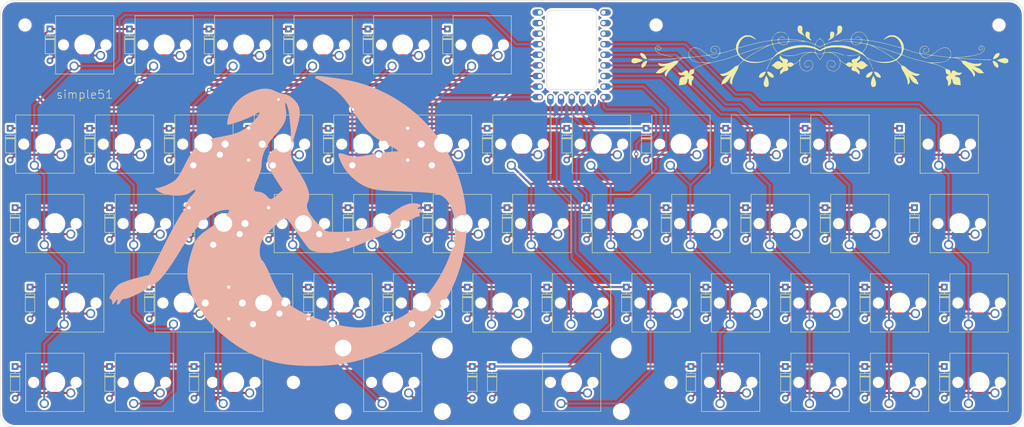
<source format=kicad_pcb>
(kicad_pcb (version 20211014) (generator pcbnew)
  (layers (0 "F.Cu" signal) (31 "B.Cu" signal) (34 "B.Paste" user) (35 "F.Paste" user) (36 "B.SilkS" user "B.Silkscreen") (37 "F.SilkS" user "F.Silkscreen") (38 "B.Mask" user) (39 "F.Mask" user) (44 "Edge.Cuts" user))
  (net 0 "")
  (net 1 "L1")
  (net 2 "Net-(D1-Pad2)")
  (net 3 "Net-(D2-Pad2)")
  (net 4 "Net-(D3-Pad2)")
  (net 5 "Net-(D4-Pad2)")
  (net 6 "Net-(D5-Pad2)")
  (net 7 "Net-(D6-Pad2)")
  (net 8 "L2")
  (net 9 "Net-(D7-Pad2)")
  (net 10 "Net-(D8-Pad2)")
  (net 11 "Net-(D9-Pad2)")
  (net 12 "Net-(D10-Pad2)")
  (net 13 "Net-(D11-Pad2)")
  (net 14 "Net-(D12-Pad2)")
  (net 15 "Net-(D13-Pad2)")
  (net 16 "Net-(D14-Pad2)")
  (net 17 "Net-(D15-Pad2)")
  (net 18 "Net-(D16-Pad2)")
  (net 19 "Net-(D17-Pad2)")
  (net 20 "Net-(D18-Pad2)")
  (net 21 "L3")
  (net 22 "Net-(D19-Pad2)")
  (net 23 "Net-(D20-Pad2)")
  (net 24 "Net-(D21-Pad2)")
  (net 25 "Net-(D22-Pad2)")
  (net 26 "Net-(D23-Pad2)")
  (net 27 "Net-(D24-Pad2)")
  (net 28 "Net-(D25-Pad2)")
  (net 29 "Net-(D26-Pad2)")
  (net 30 "Net-(D27-Pad2)")
  (net 31 "Net-(D28-Pad2)")
  (net 32 "Net-(D29-Pad2)")
  (net 33 "Net-(D30-Pad2)")
  (net 34 "L4")
  (net 35 "Net-(D31-Pad2)")
  (net 36 "Net-(D32-Pad2)")
  (net 37 "Net-(D33-Pad2)")
  (net 38 "Net-(D34-Pad2)")
  (net 39 "Net-(D35-Pad2)")
  (net 40 "Net-(D36-Pad2)")
  (net 41 "Net-(D37-Pad2)")
  (net 42 "Net-(D38-Pad2)")
  (net 43 "Net-(D39-Pad2)")
  (net 44 "Net-(D40-Pad2)")
  (net 45 "Net-(D41-Pad2)")
  (net 46 "Net-(D42-Pad2)")
  (net 47 "L5")
  (net 48 "Net-(D43-Pad2)")
  (net 49 "Net-(D44-Pad2)")
  (net 50 "Net-(D45-Pad2)")
  (net 51 "Net-(D46-Pad2)")
  (net 52 "Net-(D47-Pad2)")
  (net 53 "Net-(D48-Pad2)")
  (net 54 "Net-(D49-Pad2)")
  (net 55 "Net-(D50-Pad2)")
  (net 56 "Net-(D51-Pad2)")
  (net 57 "C1")
  (net 58 "C2")
  (net 59 "C3")
  (net 60 "C4")
  (net 61 "C5")
  (net 62 "C6")
  (net 63 "C7")
  (net 64 "C8")
  (net 65 "C9")
  (net 66 "C10")
  (net 67 "C11")
  (net 68 "C12")
  (net 73 "GND")
  (net 74 "VCC")
  (footprint "Button_Switch_Keyboard:SW_Cherry_MX_1.00u_PCB" (layer "F.Cu") (at 288.4225 136.03 180)
    (fp_text reference "SW17" hide)
    (fp_text value "SW_SPST" hide)
  )
  (footprint "Diode_THT:D_DO-35_SOD27_P7.62mm_Horizontal" (layer "F.Cu") (at 239.765625 165.24 -90)
    (fp_text reference "D38" hide)
    (fp_text value "1N4148" hide)
  )
  (footprint "Button_Switch_Keyboard:SW_Cherry_MX_1.00u_PCB" (layer "F.Cu") (at 97.9225 136.03 180)
    (fp_text reference "SW7" hide)
    (fp_text value "SW_SPST" hide)
  )
  (footprint "Diode_THT:D_DO-35_SOD27_P7.62mm_Horizontal" (layer "F.Cu") (at 168.328125 127.14 -90)
    (fp_text reference "D11" hide)
    (fp_text value "1N4148" hide)
  )
  (footprint "Button_Switch_Keyboard:SW_Cherry_MX_1.00u_PCB" (layer "F.Cu") (at 269.3725 136.03 180)
    (fp_text reference "SW16" hide)
    (fp_text value "SW_SPST" hide)
  )
  (footprint "Diode_THT:D_DO-35_SOD27_P7.62mm_Horizontal" (layer "F.Cu") (at 158.803125 103.3275 -90)
    (fp_text reference "D4" hide)
    (fp_text value "1N4148" hide)
  )
  (footprint "Diode_THT:D_DO-35_SOD27_P7.62mm_Horizontal" (layer "F.Cu") (at 125.465625 165.24 -90)
    (fp_text reference "D32" hide)
    (fp_text value "1N4148" hide)
  )
  (footprint "Button_Switch_Keyboard:SW_Cherry_MX_1.00u_PCB" (layer "F.Cu") (at 226.51 174.13 180)
    (fp_text reference "SW37" hide)
    (fp_text value "SW_SPST" hide)
  )
  (footprint "Diode_THT:D_DO-35_SOD27_P7.62mm_Horizontal" (layer "F.Cu") (at 130.228125 127.14 -90)
    (fp_text reference "D9" hide)
    (fp_text value "1N4148" hide)
  )
  (footprint "Diode_THT:D_DO-35_SOD27_P7.62mm_Horizontal" (layer "F.Cu") (at 249.290625 146.19 -90)
    (fp_text reference "D27" hide)
    (fp_text value "1N4148" hide)
  )
  (footprint "Button_Switch_Keyboard:SW_Cherry_MX_1.00u_PCB" (layer "F.Cu") (at 245.56 174.13 180)
    (fp_text reference "SW38" hide)
    (fp_text value "SW_SPST" hide)
  )
  (footprint "Button_Switch_Keyboard:SW_Cherry_MX_1.00u_PCB" (layer "F.Cu") (at 212.2225 136.03 180)
    (fp_text reference "SW13" hide)
    (fp_text value "SW_SPST" hide)
  )
  (footprint "Diode_THT:D_DO-35_SOD27_P7.62mm_Horizontal" (layer "F.Cu") (at 93.31875 184.29 -90)
    (fp_text reference "D43" hide)
    (fp_text value "1N4148" hide)
  )
  (footprint "Button_Switch_Keyboard:SW_Cherry_MX_1.00u_PCB" (layer "F.Cu") (at 126.4975 112.2175 180)
    (fp_text reference "SW2" hide)
    (fp_text value "SW_SPST" hide)
  )
  (footprint "Diode_THT:D_DO-35_SOD27_P7.62mm_Horizontal" (layer "F.Cu") (at 154.040625 146.19 -90)
    (fp_text reference "D22" hide)
    (fp_text value "1N4148" hide)
  )
  (footprint "Diode_THT:D_DO-35_SOD27_P7.62mm_Horizontal" (layer "F.Cu") (at 182.615625 165.24 -90)
    (fp_text reference "D35" hide)
    (fp_text value "1N4148" hide)
  )
  (footprint "Button_Switch_Keyboard:SW_Cherry_MX_1.00u_PCB" (layer "F.Cu") (at 264.61 174.13 180)
    (fp_text reference "SW39" hide)
    (fp_text value "SW_SPST" hide)
  )
  (footprint "Button_Switch_Keyboard:SW_Cherry_MX_1.00u_PCB" (layer "F.Cu") (at 155.0725 136.03 180)
    (fp_text reference "SW10" hide)
    (fp_text value "SW_SPST" hide)
  )
  (footprint "Button_Switch_Keyboard:SW_Cherry_MX_1.00u_PCB" (layer "F.Cu") (at 202.6975 112.2175 180)
    (fp_text reference "SW6" hide)
    (fp_text value "SW_SPST" hide)
  )
  (footprint "Button_Switch_Keyboard:SW_Cherry_MX_1.00u_PCB" (layer "F.Cu") (at 250.3225 136.03 180)
    (fp_text reference "SW15" hide)
    (fp_text value "SW_SPST" hide)
  )
  (footprint "Button_Switch_Keyboard:SW_Cherry_MX_1.00u_PCB" (layer "F.Cu") (at 302.71 193.18 180)
    (fp_text reference "SW50" hide)
    (fp_text value "SW_SPST" hide)
  )
  (footprint "Button_Switch_Keyboard:SW_Cherry_MX_1.00u_PCB" (layer "F.Cu") (at 174.1225 136.03 180)
    (fp_text reference "SW11" hide)
    (fp_text value "SW_SPST" hide)
  )
  (footprint "Diode_THT:D_DO-35_SOD27_P7.62mm_Horizontal" (layer "F.Cu") (at 144.515625 165.24 -90)
    (fp_text reference "D33" hide)
    (fp_text value "1N4148" hide)
  )
  (footprint "Button_Switch_Keyboard:SW_Cherry_MX_2.25u_PCB" (layer "F.Cu") (at 224.12875 193.18 180)
    (fp_text reference "SW47" hide)
    (fp_text value "SW_SPST" hide)
  )
  (footprint "Diode_THT:D_DO-35_SOD27_P7.62mm_Horizontal" (layer "F.Cu") (at 296.915625 165.24 -90)
    (fp_text reference "D41" hide)
    (fp_text value "1N4148" hide)
  )
  (footprint "Diode_THT:D_DO-35_SOD27_P7.62mm_Horizontal" (layer "F.Cu") (at 277.865625 165.24 -90)
    (fp_text reference "D40" hide)
    (fp_text value "1N4148" hide)
  )
  (footprint "Button_Switch_Keyboard:SW_Cherry_MX_1.00u_PCB" (layer "F.Cu") (at 150.31 174.13 180)
    (fp_text reference "SW33" hide)
    (fp_text value "SW_SPST" hide)
  )
  (footprint "Button_Switch_Keyboard:SW_Cherry_MX_1.75u_PCB" (layer "F.Cu") (at 314.61625 136.03 180)
    (fp_text reference "SW18" hide)
    (fp_text value "SW_SPST" hide)
  )
  (footprint "Diode_THT:D_DO-35_SOD27_P7.62mm_Horizontal" (layer "F.Cu") (at 277.865625 184.29 -90)
    (fp_text reference "D49" hide)
    (fp_text value "1N4148" hide)
  )
  (footprint "Button_Switch_Keyboard:SW_Cherry_MX_1.00u_PCB" (layer "F.Cu") (at 197.935 155.08 180)
    (fp_text reference "SW24" hide)
    (fp_text value "SW_SPST" hide)
  )
  (footprint "Button_Switch_Keyboard:SW_Cherry_MX_2.25u_PCB" (layer "F.Cu") (at 181.26625 193.18 180)
    (fp_text reference "SW46" hide)
    (fp_text value "SW_SPST" hide)
  )
  (footprint "Diode_THT:D_DO-35_SOD27_P7.62mm_Horizontal" (layer "F.Cu") (at 308.821875 146.19 -90)
    (fp_text reference "D30" hide)
    (fp_text value "1N4148" hide)
  )
  (footprint "Diode_THT:D_DO-35_SOD27_P7.62mm_Horizontal" (layer "F.Cu") (at 230.240625 146.19 -90)
    (fp_text reference "D26" hide)
    (fp_text value "1N4148" hide)
  )
  (footprint "Diode_THT:D_DO-35_SOD27_P7.62mm_Horizontal" (layer "F.Cu") (at 96.890625 165.24 -90)
    (fp_text reference "D31" hide)
    (fp_text value "1N4148" hide)
  )
  (footprint "Diode_THT:D_DO-35_SOD27_P7.62mm_Horizontal" (layer "F.Cu") (at 136.18125 184.29 -90)
    (fp_text reference "D45" hide)
    (fp_text value "1N4148" hide)
  )
  (footprint "Button_Switch_Keyboard:SW_Cherry_MX_1.00u_PCB" (layer "F.Cu") (at 107.4475 112.2175 180)
    (fp_text reference "SW1" hide)
    (fp_text value "SW_SPST" hide)
  )
  (footprint "Button_Switch_Keyboard:SW_Cherry_MX_1.00u_PCB" (layer "F.Cu") (at 121.735 193.18 180)
    (fp_text reference "SW44" hide)
    (fp_text value "SW_SPST" hide)
  )
  (footprint "Diode_THT:D_DO-35_SOD27_P7.62mm_Horizontal" (layer "F.Cu") (at 192.140625 146.19 -90)
    (fp_text reference "D24" hide)
    (fp_text value "1N4148" hide)
  )
  (footprint "MountingHole:MountingHole_2.2mm_M2" (layer "F.Cu") (at 95.7 102.375)
    (fp_text reference "H3" hide)
    (fp_text value "MountingHole" hide)
  )
  (footprint "Diode_THT:D_DO-35_SOD27_P7.62mm_Horizontal" (layer "F.Cu") (at 134.990625 146.19 -90)
    (fp_text reference "D21" hide)
    (fp_text value "1N4148" hide)
  )
  (footprint "Button_Switch_Keyboard:SW_Cherry_MX_1.00u_PCB" (layer "F.Cu") (at 131.26 174.13 180)
    (fp_text reference "SW32" hide)
    (fp_text value "SW_SPST" hide)
  )
  (footprint "Button_Switch_Keyboard:SW_Cherry_MX_1.00u_PCB" (layer "F.Cu") (at 283.66 193.18 180)
    (fp_text reference "SW49" hide)
    (fp_text value "SW_SPST" hide)
  )
  (footprint "Button_Switch_Keyboard:SW_Cherry_MX_1.00u_PCB" (layer "F.Cu") (at 216.985 155.08 180)
    (fp_text reference "SW25" hide)
    (fp_text value "SW_SPST" hide)
  )
  (footprint "Diode_THT:D_DO-35_SOD27_P7.62mm_Horizontal" (layer "F.Cu") (at 263.578125 127.14 -90)
    (fp_text reference "D16" hide)
    (fp_text value "1N4148" hide)
  )
  (footprint "Diode_THT:D_DO-35_SOD27_P7.62mm_Horizontal" (layer "F.Cu") (at 296.915625 184.29 -90)
    (fp_text reference "D50" hide)
    (fp_text value "1N4148" hide)
  )
  (footprint "Button_Switch_Keyboard:SW_Cherry_MX_1.00u_PCB" (layer "F.Cu") (at 183.6475 112.2175 180)
    (fp_text reference "SW5" hide)
    (fp_text value "SW_SPST" hide)
  )
  (footprint "Button_Switch_Keyboard:SW_Cherry_MX_1.00u_PCB" (layer "F.Cu") (at 169.36 174.13 180)
    (fp_text reference "SW34" hide)
    (fp_text value "SW_SPST" hide)
  )
  (footprint "Diode_THT:D_DO-35_SOD27_P7.62mm_Horizontal" (layer "F.Cu") (at 244.528125 127.14 -90)
    (fp_text reference "D15" hide)
    (fp_text value "1N4148" hide)
  )
  (footprint "Diode_THT:D_DO-35_SOD27_P7.62mm_Horizontal" (layer "F.Cu") (at 211.190625 146.19 -90)
    (fp_text reference "D25" hide)
    (fp_text value "1N4148" hide)
  )
  (footprint "Button_Switch_Keyboard:SW_Cherry_MX_1.75u_PCB" (layer "F.Cu") (at 105.06625 174.13 180)
    (fp_text reference "SW31" hide)
    (fp_text value "SW_SPST" hide)
  )
  (footprint "Diode_THT:D_DO-35_SOD27_P7.62mm_Horizontal" (layer "F.Cu") (at 268.340625 146.19 -90)
    (fp_text reference "D28" hide)
    (fp_text value "1N4148" hide)
  )
  (footprint "Button_Switch_Keyboard:SW_Cherry_MX_1.25u_PCB" (layer "F.Cu") (at 143.16625 193.18 180)
    (fp_text reference "SW45" hide)
    (fp_text value "SW_SPST" hide)
  )
  (footprint "Button_Switch_Keyboard:SW_Cherry_MX_1.00u_PCB" (layer "F.Cu") (at 164.5975 112.2175 180)
    (fp_text reference "SW4" hide)
    (fp_text value "SW_SPST" hide)
  )
  (footprint "Diode_THT:D_DO-35_SOD27_P7.62mm_Horizontal" (layer "F.Cu") (at 206.428125 127.14 -90)
    (fp_text reference "D13" hide)
    (fp_text value "1N4148" hide)
  )
  (footprint "Diode_THT:D_DO-35_SOD27_P7.62mm_Horizontal" (layer "F.Cu") (at 282.628125 127.14 -90)
    (fp_text reference "D17" hide)
    (fp_text value "1N4148" hide)
  )
  (footprint "Diode_THT:D_DO-35_SOD27_P7.62mm_Horizontal" (layer "F.Cu") (at 93.31875 146.19 -90)
    (fp_text reference "D19" hide)
    (fp_text value "1N4148" hide)
  )
  (footprint "Diode_THT:D_DO-35_SOD27_P7.62mm_Horizontal" (layer "F.Cu") (at 315.965625 184.29 -90)
    (fp_text reference "D51" hide)
    (fp_text value "1N4148" hide)
  )
  (footprint "Button_Switch_Keyboard:SW_Cherry_MX_1.00u_PCB" (layer "F.Cu") (at 193.1725 136.03 180)
    (fp_text reference "SW12" hide)
    (fp_text value "SW_SPST" hide)
  )
  (footprint "Button_Switch_Keyboard:SW_Cherry_MX_1.00u_PCB" (layer "F.Cu") (at 140.785 155.08 180)
    (fp_text reference "SW21" hide)
    (fp_text value "SW_SPST" hide)
  )
  (footprint "Button_Switch_Keyboard:SW_Cherry_MX_1.00u_PCB" (layer "F.Cu") (at 121.735 155.08 180)
    (fp_text reference "SW20" hide)
    (fp_text value "SW_SPST" hide)
  )
  (footprint "Button_Switch_Keyboard:SW_Cherry_MX_1.00u_PCB" (layer "F.Cu") (at 188.41 174.13 180)
    (fp_text reference "SW35" hide)
    (fp_text value "SW_SPST" hide)
  )
  (footprint "Diode_THT:D_DO-35_SOD27_P7.62mm_Horizontal" (layer "F.Cu") (at 115.940625 184.29 -90)
    (fp_text reference "D44" hide)
    (fp_text value "1N4148" hide)
  )
  (footprint "Button_Switch_Keyboard:SW_Cherry_MX_1.00u_PCB" (layer "F.Cu") (at 145.5475 112.2175 180)
    (fp_text reference "SW3" hide)
    (fp_text value "SW_SPST" hide)
  )
  (footprint "Diode_THT:D_DO-35_SOD27_P7.62mm_Horizontal" (layer "F.Cu") (at 187.378125 127.14 -90)
    (fp_text reference "D12" hide)
    (fp_text value "1N4148" hide)
  )
  (footprint "Diode_THT:D_DO-35_SOD27_P7.62mm_Horizontal" (layer "F.Cu") (at 220.715625 165.24 -90)
    (fp_text reference "D37" hide)
    (fp_text value "1N4148" hide)
  )
  (footprint "MountingHole:MountingHole_2.2mm_M2" (layer "F.Cu") (at 250.48125 188.1)
    (fp_text reference "H4" hide)
    (fp_text value "MountingHole" hide)
  )
  (footprint "Diode_THT:D_DO-35_SOD27_P7.62mm_Horizontal" (layer "F.Cu") (at 196.903125 103.3275 -90)
    (fp_text reference "D6" hide)
    (fp_text value "1N4148" hide)
  )
  (footprint "MountingHole:MountingHole_2.2mm_M2" (layer "F.Cu") (at 329.0625 102.375)
    (fp_text reference "H1" hide)
    (fp_text value "MountingHole" hide)
  )
  (footprint "Button_Switch_Keyboard:SW_Cherry_MX_1.00u_PCB" (layer "F.Cu") (at 293.185 155.08 180)
    (fp_text reference "SW29" hide)
    (fp_text value "SW_SPST" hide)
  )
  (footprint "Diode_THT:D_DO-35_SOD27_P7.62mm_Horizontal" (layer "F.Cu") (at 120.703125 103.3275 -90)
    (fp_text reference "D2" hide)
    (fp_text value "1N4148" hide)
  )
  (footprint "Diode_THT:D_DO-35_SOD27_P7.62mm_Horizontal" (layer "F.Cu") (at 315.965625 165.24 -90)
    (fp_text reference "D42" hide)
    (fp_text value "1N4148" hide)
  )
  (footprint "Button_Switch_Keyboard:SW_Cherry_MX_1.25u_PCB" (layer "F.Cu") (at 262.22875 193.18 180)
    (fp_text reference "SW48" hide)
    (fp_text value "SW_SPST" hide)
  )
  (footprint "Diode_THT:D_DO-35_SOD27_P7.62mm_Horizontal" (layer "F.Cu") (at 202.85625 184.29 -90)
    (fp_text reference "D46" hide)
    (fp_text value "1N4148" hide)
  )
  (footprint "Button_Switch_Keyboard:SW_Cherry_MX_1.00u_PCB" (layer "F.Cu") (at 207.46 174.13 180)
    (fp_text reference "SW36" hide)
    (fp_text value "SW_SPST" hide)
  )
  (footprint "Diode_THT:D_DO-35_SOD27_P7.62mm_Horizontal" (layer "F.Cu") (at 177.853125 103.3275 -90)
    (fp_text reference "D5" hide)
    (fp_text value "1N4148" hide)
  )
  (footprint "Button_Switch_Keyboard:SW_Cherry_MX_1.00u_PCB" (layer "F.Cu") (at 178.885 155.08 180)
    (fp_text reference "SW23" hide)
    (fp_text value "SW_SPST" hide)
  )
  (footprint "Button_Switch_Keyboard:SW_Cherry_MX_1.00u_PCB" (layer "F.Cu") (at 231.2725 136.03 180)
    (fp_text reference "SW14" hide)
    (fp_text value "SW_SPST" hide)
  )
  (footprint "Button_Switch_Keyboard:SW_Cherry_MX_1.00u_PCB" (layer "F.Cu") (at 274.135 155.08 180)
    (fp_text reference "SW28" hide)
    (fp_text value "SW_SPST" hide)
  )
  (footprint "Diode_THT:D_DO-35_SOD27_P7.62mm_Horizontal" (layer "F.Cu") (at 287.390625 146.19 -90)
    (fp_text reference "D29" hide)
    (fp_text value "1N4148" hide)
  )
  (footprint "Button_Switch_Keyboard:SW_Cherry_MX_1.50u_PCB" (layer "F.Cu") (at 316.9975 155.08 180)
    (fp_text reference "SW30" hide)
    (fp_text value "SW_SPST" hide)
  )
  (footprint "Button_Switch_Keyboard:SW_Cherry_MX_1.00u_PCB" (layer "F.Cu") (at 136.0225 136.03 180)
    (fp_text reference "SW9" hide)
    (fp_text value "SW_SPST" hide)
  )
  (footprint "Diode_THT:D_DO-35_SOD27_P7.62mm_Horizontal" (layer "F.Cu") (at 201.665625 165.24 -90)
    (fp_text reference "D36" hide)
    (fp_text value "1N4148" hide)
  )
  (footprint "Button_Switch_Keyboard:SW_Cherry_MX_1.00u_PCB" (layer "F.Cu") (at 116.9725 136.03 180)
    (fp_text reference "SW8" hide)
    (fp_text value "SW_SPST" hide)
  )
  (footprint "Diode_THT:D_DO-35_SOD27_P7.62mm_Horizontal" (layer "F.Cu") (at 255.24375 184.29 -90)
    (fp_text reference "D48" hide)
    (fp_text value "1N4148" hide)
  )
  (footprint "Diode_THT:D_DO-35_SOD27_P7.62mm_Horizontal" (layer "F.Cu") (at 111.178125 127.14 -90)
    (fp_text reference "D8" hide)
    (fp_text value "1N4148" hide)
  )
  (footprint "Button_Switch_Keyboard:SW_Cherry_MX_1.00u_PCB" (layer "F.Cu") (at 302.71 174.13 180)
    (fp_text reference "SW41" hide)
    (fp_text value "SW_SPST" hide)
  )
  (footprint "Diode_THT:D_DO-35_SOD27_P7.62mm_Horizontal" (layer "F.Cu") (at 163.565625 165.24 -90)
    (fp_text reference "D34" hide)
    (fp_text value "1N4148" hide)
  )
  (footprint "Diode_THT:D_DO-35_SOD27_P7.62mm_Horizontal" (layer "F.Cu") (at 258.815625 165.24 -90)
    (fp_text reference "D39" hide)
    (fp_text value "1N4148" hide)
  )
  (footprint "Button_Switch_Keyboard:SW_Cherry_MX_1.00u_PCB" (layer "F.Cu") (at 321.76 193.18 180)
    (fp_text reference "SW51" hide)
    (fp_text value "SW_SPST" hide)
  )
  (footprint "Button_Switch_Keyboard:SW_Cherry_MX_1.25u_PCB" (layer "F.Cu") (at 100.30375 155.08 180)
    (fp_text reference "SW19" hide)
    (fp_text value "SW_SPST" hide)
  )
  (footprint "Button_Switch_Keyboard:SW_Cherry_MX_1.00u_PCB" (layer "F.Cu") (at 159.835 155.08 180)
    (fp_text reference "SW22" hide)
    (fp_text value "SW_SPST" hide)
  )
  (footprint "Diode_THT:D_DO-35_SOD27_P7.62mm_Horizontal" (layer "F.Cu") (at 139.753125 103.3275 -90)
    (fp_text reference "D3" hide)
    (fp_text value "1N4148" hide)
  )
  (footprint "Diode_THT:D_DO-35_SOD27_P7.62mm_Horizontal" (layer "F.Cu") (at 101.653125 103.3275 -90)
    (fp_text reference "D1" hide)
    (fp_text value "1N4148" hide)
  )
  (footprint "Diode_THT:D_DO-35_SOD27_P7.62mm_Horizontal" (layer "F.Cu") (at 207.61875 184.29 -90)
    (fp_text reference "D47" hide)
    (fp_text value "1N4148" hide)
  )
  (footprint "MountingHole:MountingHole_2.2mm_M2" (layer "F.Cu") (at 246.909375 102.375)
    (fp_text reference "H2" hide)
    (fp_text value "MountingHole" hide)
  )
  (footprint "Diode_THT:D_DO-35_SOD27_P7.62mm_Horizontal" (layer "F.Cu") (at 173.090625 146.19 -90)
    (fp_text reference "D23" hide)
    (fp_text value "1N4148" hide)
  )
  (footprint "Diode_THT:D_DO-35_SOD27_P7.62mm_Horizontal" (layer "F.Cu") (at 149.278125 127.14 -90)
    (fp_text reference "D10" hide)
    (fp_text value "1N4148" hide)
  )
  (footprint "Button_Switch_Keyboard:SW_Cherry_MX_1.25u_PCB" (layer "F.Cu") (at 100.30375 193.18 180)
    (fp_text reference "SW43" hide)
    (fp_text value "SW_SPST" hide)
  )
  (footprint "Diode_THT:D_DO-35_SOD27_P7.62mm_Horizontal" (layer "F.Cu") (at 92.128125 127.14 -90)
    (fp_text reference "D7" hide)
    (fp_text value "1N4148" hide)
  )
  (footprint "Button_Switch_Keyboard:SW_Cherry_MX_1.00u_PCB" (layer "F.Cu") (at 255.085 155.08 180)
    (fp_text reference "SW27" hide)
    (fp_text value "SW_SPST" hide)
  )
  (footprint "Button_Switch_Keyboard:SW_Cherry_MX_1.00u_PCB" (layer "F.Cu") (at 283.66 174.13 180)
    (fp_text reference "SW40" hide)
    (fp_text value "SW_SPST" hide)
  )
  (footprint "Diode_THT:D_DO-35_SOD27_P7.62mm_Horizontal" (layer "F.Cu") (at 115.940625 146.19 -90)
    (fp_text reference "D20" hide)
    (fp_text value "1N4148" hide)
  )
  (footprint "MountingHole:MountingHole_2.2mm_M2" (layer "F.Cu") (at 159.99375 188.1)
    (fp_text reference "H5" hide)
    (fp_text value "MountingHole" hide)
  )
  (footprint "Button_Switch_Keyboard:SW_Cherry_MX_1.00u_PCB" (layer "F.Cu") (at 321.76 174.13 180)
    (fp_text reference "SW42" hide)
    (fp_text value "SW_SPST" hide)
  )
  (footprint "Button_Switch_Keyboard:SW_Cherry_MX_1.00u_PCB" (layer "F.Cu") (at 236.035 155.08 180)
    (fp_text reference "SW26" hide)
    (fp_text value "SW_SPST" hide)
  )
  (footprint "Diode_THT:D_DO-35_SOD27_P7.62mm_Horizontal" (layer "F.Cu") (at 225.478125 127.14 -90)
    (fp_text reference "D14" hide)
    (fp_text value "1N4148" hide)
  )
  (footprint "Diode_THT:D_DO-35_SOD27_P7.62mm_Horizontal" (layer "F.Cu") (at 305.25 127.14 -90)
    (fp_text reference "D18" hide)
    (fp_text value "1N4148" hide)
  )
  (footprint "_mcu:rp2040-zero-tht" (layer "B.Cu") (at 226.66875 109.51875 180)
    (fp_text reference "U1" hide)
    (fp_text value "rp2040-zero" hide)
  )
  (gr_poly (pts (xy 165.946875 114.600763) (xy 166.082617 114.604666) (xy 166.232888 114.612207) (xy 166.398306 114.623433) (xy 166.579487 114.638391) (xy 166.777049 114.657126) (xy 167.223787 114.706119) (xy 167.743458 114.770784) (xy 168.341001 114.851495) (xy 169.021355 114.948624) (xy 169.789458 115.062546) (xy 170.650251 115.193632) (xy 171.608672 115.342257) (xy 173.45421 115.679996) (xy 175.259368 116.108917) (xy 177.022159 116.626169) (xy 178.740599 117.228902) (xy 180.412701 117.914265) (xy 182.036481 118.679407) (xy 183.609952 119.521478) (xy 185.131129 120.437625) (xy 186.598026 121.425) (xy 188.008658 122.480751) (xy 189.361038 123.602027) (xy 190.653183 124.785977) (xy 191.883105 126.029752) (xy 193.048819 127.330499) (xy 194.14834 128.685368) (xy 195.179683 130.091509) (xy 196.14086 131.546071) (xy 197.029888 133.046202) (xy 197.84478 134.589053) (xy 198.58355 136.171772) (xy 199.244214 137.791508) (xy 199.824785 139.445411) (xy 200.323277 141.130631) (xy 200.737707 142.844316) (xy 201.066086 144.583615) (xy 201.306431 146.345678) (xy 201.456756 148.127654) (xy 201.515074 149.926693) (xy 201.4794 151.739942) (xy 201.347749 153.564553) (xy 201.118136 155.397673) (xy 200.788573 157.236453) (xy 200.200486 159.685723) (xy 199.470638 162.028392) (xy 198.600108 164.263379) (xy 197.589976 166.389609) (xy 196.441319 168.406001) (xy 195.155218 170.311479) (xy 193.732751 172.104964) (xy 192.174998 173.785377) (xy 190.483038 175.351642) (xy 188.657949 176.802678) (xy 186.700811 178.137409) (xy 184.612703 179.354756) (xy 182.394704 180.453641) (xy 180.047893 181.432986) (xy 177.573349 182.291713) (xy 174.972152 183.028743) (xy 173.875051 183.281876) (xy 172.710949 183.503386) (xy 171.490405 183.693167) (xy 170.223981 183.851113) (xy 168.922239 183.977119) (xy 167.595738 184.07108) (xy 166.25504 184.13289) (xy 164.910705 184.162444) (xy 163.573296 184.159637) (xy 162.253373 184.124363) (xy 160.961496 184.056517) (xy 159.708227 183.955993) (xy 158.504127 183.822687) (xy 157.359756 183.656492) (xy 156.285677 183.457304) (xy 155.292449 183.225017) (xy 155.292447 183.225019) (xy 155.292446 183.225022) (xy 155.292444 183.225025) (xy 155.292442 183.225028) (xy 155.29244 183.22503) (xy 155.292438 183.225033) (xy 155.292436 183.225035) (xy 155.292434 183.225038) (xy 155.292432 183.22504) (xy 155.292429 183.225041) (xy 155.292427 183.225043) (xy 155.292425 183.225044) (xy 155.292423 183.225046) (xy 155.292422 183.225046) (xy 155.292421 183.225047) (xy 155.29242 183.225047) (xy 155.292419 183.225047) (xy 155.292418 183.225047) (xy 154.20077 182.918295) (xy 153.131469 182.576037) (xy 152.083505 182.197645) (xy 151.05587 181.782495) (xy 150.047555 181.329961) (xy 149.057551 180.839417) (xy 148.08485 180.310238) (xy 147.128443 179.741798) (xy 146.18732 179.133472) (xy 145.260473 178.484633) (xy 144.346894 177.794657) (xy 143.445573 177.062918) (xy 142.555501 176.288789) (xy 141.675671 175.471646) (xy 140.805072 174.610863) (xy 139.942696 173.705813) (xy 139.431938 173.140606) (xy 138.951061 172.580183) (xy 138.499215 172.022974) (xy 138.07555 171.467408) (xy 137.679215 170.911913) (xy 137.309358 170.354918) (xy 136.96513 169.794852) (xy 136.645678 169.230144) (xy 136.350154 168.659224) (xy 136.077705 168.080519) (xy 135.827481 167.49246) (xy 135.598632 166.893473) (xy 135.390305 166.28199) (xy 135.201652 165.656438) (xy 135.03182 165.015247) (xy 134.87996 164.356845) (xy 134.789117 163.900461) (xy 134.715497 163.455234) (xy 134.659474 163.017545) (xy 134.621419 162.583775) (xy 134.601705 162.150308) (xy 134.600703 161.713523) (xy 134.618787 161.269803) (xy 134.656328 160.81553) (xy 134.713698 160.347084) (xy 134.791271 159.860849) (xy 134.889417 159.353205) (xy 135.00851 158.820534) (xy 135.148922 158.259217) (xy 135.311024 157.665637) (xy 135.49519 157.036175) (xy 135.701791 156.367213) (xy 135.866604 155.860791) (xy 136.028944 155.399152) (xy 136.193554 154.976768) (xy 136.365174 154.588109) (xy 136.548546 154.227647) (xy 136.748413 153.889852) (xy 136.969514 153.569197) (xy 137.216594 153.260152) (xy 137.494392 152.957188) (xy 137.807651 152.654777) (xy 138.161112 152.347389) (xy 138.559517 152.029495) (xy 139.007608 151.695568) (xy 139.510126 151.340078) (xy 140.071813 150.957495) (xy 140.697411 150.542293) (xy 141.147815 150.239035) (xy 141.580415 149.933739) (xy 141.992926 149.628705) (xy 142.38306 149.326229) (xy 142.748532 149.028611) (xy 143.087056 148.738148) (xy 143.396346 148.457139) (xy 143.674114 148.187882) (xy 143.918076 147.932676) (xy 144.125944 147.693818) (xy 144.295433 147.473607) (xy 144.424256 147.274341) (xy 144.510127 147.098318) (xy 144.536242 147.019741) (xy 144.550761 146.947837) (xy 144.553399 146.882892) (xy 144.54387 146.825195) (xy 144.521888 146.775032) (xy 144.487168 146.732692) (xy 144.477486 146.726078) (xy 144.463638 146.720314) (xy 144.423911 146.711294) (xy 144.36891 146.705551) (xy 144.299561 146.703003) (xy 144.216786 146.703568) (xy 144.121509 146.707167) (xy 144.014656 146.713718) (xy 143.897149 146.723139) (xy 143.769913 146.735349) (xy 143.633872 146.750268) (xy 143.339069 146.787906) (xy 143.020133 146.835402) (xy 142.684457 146.892108) (xy 142.419226 146.948932) (xy 142.147589 147.02562) (xy 141.869866 147.121852) (xy 141.586377 147.237308) (xy 141.29744 147.37167) (xy 141.003375 147.524616) (xy 140.40114 147.884988) (xy 139.782227 148.315865) (xy 139.14919 148.814692) (xy 138.504586 149.378912) (xy 137.850971 150.005968) (xy 137.190899 150.693303) (xy 136.526926 151.43836) (xy 135.861607 152.238583) (xy 135.197499 153.091415) (xy 134.537156 153.994299) (xy 133.883134 154.944678) (xy 133.237989 155.939995) (xy 132.604276 156.977694) (xy 131.983229 157.997122) (xy 131.33047 159.017198) (xy 130.665534 160.010661) (xy 130.007953 160.950247) (xy 129.37726 161.808694) (xy 128.792989 162.558739) (xy 128.274673 163.173121) (xy 128.046352 163.420918) (xy 127.841844 163.624576) (xy 127.471254 163.948903) (xy 127.030275 164.293678) (xy 126.529643 164.653193) (xy 125.980098 165.021738) (xy 125.392376 165.393605) (xy 124.777215 165.763086) (xy 124.145353 166.124471) (xy 123.507528 166.472053) (xy 122.874476 166.800121) (xy 122.256935 167.102969) (xy 121.665644 167.374887) (xy 121.111339 167.610166) (xy 120.604759 167.803099) (xy 120.15664 167.947976) (xy 119.777721 168.039088) (xy 119.478739 168.070727) (xy 119.445621 168.071628) (xy 119.412238 168.074299) (xy 119.37865 168.078697) (xy 119.344913 168.084778) (xy 119.311086 168.092498) (xy 119.277226 168.101812) (xy 119.209642 168.125049) (xy 119.142622 168.154134) (xy 119.076632 168.188715) (xy 119.012133 168.228439) (xy 118.949589 168.272954) (xy 118.889463 168.321906) (xy 118.832219 168.374942) (xy 118.778319 168.43171) (xy 118.728228 168.491856) (xy 118.682407 168.555027) (xy 118.641321 168.620871) (xy 118.605433 168.689035) (xy 118.589583 168.723877) (xy 118.575205 168.759166) (xy 118.539226 168.847061) (xy 118.501347 168.928664) (xy 118.461833 169.004012) (xy 118.420951 169.073146) (xy 118.378964 169.136104) (xy 118.336138 169.192926) (xy 118.292739 169.24365) (xy 118.249031 169.288316) (xy 118.205279 169.326963) (xy 118.16175 169.35963) (xy 118.118707 169.386356) (xy 118.076417 169.40718) (xy 118.035144 169.422141) (xy 117.995153 169.431279) (xy 117.95671 169.434632) (xy 117.92008 169.432239) (xy 117.885528 169.424141) (xy 117.85332 169.410375) (xy 117.823719 169.390981) (xy 117.796992 169.365999) (xy 117.773404 169.335466) (xy 117.75322 169.299423) (xy 117.736705 169.257908) (xy 117.724124 169.21096) (xy 117.715743 169.158619) (xy 117.711826 169.100924) (xy 117.712639 169.037914) (xy 117.718446 168.969627) (xy 117.729515 168.896104) (xy 117.746108 168.817383) (xy 117.768492 168.733503) (xy 117.796931 168.644504) (xy 117.835393 168.530098) (xy 117.866271 168.431561) (xy 117.889272 168.348964) (xy 117.904104 168.282382) (xy 117.908364 168.255119) (xy 117.910473 168.231886) (xy 117.910392 168.212695) (xy 117.908085 168.197552) (xy 117.903517 168.186468) (xy 117.896649 168.179451) (xy 117.887446 168.176512) (xy 117.875871 168.177658) (xy 117.861887 168.182899) (xy 117.845458 168.192245) (xy 117.826547 168.205704) (xy 117.805117 168.223286) (xy 117.754554 168.270854) (xy 117.693477 168.335023) (xy 117.621593 168.415865) (xy 117.538608 168.513454) (xy 117.444229 168.627863) (xy 117.338164 168.759166) (xy 117.221349 168.903792) (xy 117.117375 169.029553) (xy 117.025489 169.136564) (xy 116.944937 169.22494) (xy 116.874965 169.294796) (xy 116.843711 169.322815) (xy 116.814819 169.346247) (xy 116.788196 169.365106) (xy 116.763746 169.379408) (xy 116.741376 169.389166) (xy 116.720992 169.394395) (xy 116.702499 169.395109) (xy 116.685802 169.391322) (xy 116.670809 169.38305) (xy 116.657424 169.370306) (xy 116.645554 169.353105) (xy 116.635103 169.33146) (xy 116.625978 169.305388) (xy 116.618085 169.274901) (xy 116.61133 169.240015) (xy 116.605617 169.200743) (xy 116.596945 169.109101) (xy 116.591315 169.000091) (xy 116.587973 168.873828) (xy 116.58386 168.79201) (xy 116.574951 168.712485) (xy 116.5615 168.635667) (xy 116.543759 168.561966) (xy 116.521983 168.491795) (xy 116.496423 168.425565) (xy 116.467334 168.363688) (xy 116.434968 168.306576) (xy 116.399579 168.25464) (xy 116.361419 168.208294) (xy 116.320742 168.167948) (xy 116.299539 168.150153) (xy 116.277801 168.134014) (xy 116.255561 168.11958) (xy 116.232849 168.106903) (xy 116.209698 168.096036) (xy 116.186139 168.087029) (xy 116.162204 168.079934) (xy 116.137924 168.074803) (xy 116.113332 168.071686) (xy 116.088458 168.070636) (xy 116.029138 168.062738) (xy 115.983409 168.039615) (xy 115.950739 168.002128) (xy 115.930594 167.951133) (xy 115.922444 167.887489) (xy 115.925753 167.812056) (xy 115.939991 167.72569) (xy 115.964623 167.629252) (xy 115.999117 167.523599) (xy 116.042941 167.409589) (xy 116.156445 167.159936) (xy 116.300873 166.88716) (xy 116.471963 166.598128) (xy 116.665452 166.299709) (xy 116.877079 165.998771) (xy 117.10258 165.702181) (xy 117.337694 165.416807) (xy 117.578159 165.149517) (xy 117.819712 164.907178) (xy 117.939565 164.797512) (xy 118.058092 164.69666) (xy 118.174759 164.605479) (xy 118.289034 164.524829) (xy 118.409636 164.451194) (xy 118.558176 164.37172) (xy 118.732552 164.287155) (xy 118.930658 164.198247) (xy 119.389648 164.010396) (xy 119.918313 163.814156) (xy 120.499819 163.615514) (xy 121.117334 163.420456) (xy 121.754024 163.23497) (xy 122.393057 163.065043) (xy 125.469881 162.288554) (xy 128.939398 155.359355) (xy 130.355954 152.592171) (xy 131.648152 150.180057) (xy 132.20302 149.18817) (xy 132.673282 148.382273) (xy 133.041099 147.794773) (xy 133.288632 147.458079) (xy 133.378594 147.354321) (xy 133.466717 147.244189) (xy 133.552516 147.128648) (xy 133.635507 147.008665) (xy 133.715202 146.885206) (xy 133.791118 146.759235) (xy 133.862767 146.63172) (xy 133.929666 146.503627) (xy 133.991328 146.37592) (xy 134.047267 146.249567) (xy 134.096999 146.125533) (xy 134.140038 146.004784) (xy 134.175898 145.888286) (xy 134.204094 145.777004) (xy 134.22414 145.671906) (xy 134.235551 145.573956) (xy 134.249234 145.473908) (xy 134.275954 145.362658) (xy 134.315001 145.241378) (xy 134.365665 145.111242) (xy 134.427234 144.973423) (xy 134.498998 144.829094) (xy 134.580247 144.679427) (xy 134.670271 144.525597) (xy 134.768359 144.368777) (xy 134.873801 144.210138) (xy 134.985886 144.050855) (xy 135.103904 143.8921) (xy 135.227144 143.735046) (xy 135.354896 143.580867) (xy 135.48645 143.430736) (xy 135.621095 143.285825) (xy 135.859493 143.029236) (xy 136.060084 142.797494) (xy 136.223385 142.591405) (xy 136.349914 142.411772) (xy 136.39955 142.332129) (xy 136.440188 142.259402) (xy 136.471891 142.193692) (xy 136.494725 142.135098) (xy 136.508753 142.083723) (xy 136.514042 142.039666) (xy 136.510654 142.003028) (xy 136.498656 141.97391) (xy 136.478112 141.952412) (xy 136.449086 141.938636) (xy 136.411643 141.93268) (xy 136.365848 141.934647) (xy 136.311765 141.944636) (xy 136.24946 141.962749) (xy 136.178997 141.989086) (xy 136.10044 142.023747) (xy 136.013854 142.066833) (xy 135.919304 142.118445) (xy 135.706571 142.247648) (xy 135.462758 142.412162) (xy 135.188382 142.61279) (xy 135.053433 142.704979) (xy 134.902037 142.790388) (xy 134.735223 142.86905) (xy 134.55402 142.940999) (xy 134.152567 143.064897) (xy 133.705913 143.162353) (xy 133.222293 143.233642) (xy 132.709942 143.279034) (xy 132.177094 143.298804) (xy 131.631986 143.293223) (xy 131.082853 143.262565) (xy 130.537929 143.207103) (xy 130.00545 143.127108) (xy 129.49365 143.022855) (xy 129.010766 142.894615) (xy 128.565031 142.742661) (xy 128.164682 142.567266) (xy 127.9841 142.470863) (xy 127.817953 142.368703) (xy 127.621864 142.237428) (xy 127.449236 142.118636) (xy 127.29977 142.011767) (xy 127.173168 141.916264) (xy 127.069132 141.831571) (xy 126.987364 141.757128) (xy 126.954737 141.723576) (xy 126.927566 141.692378) (xy 126.918832 141.680769) (xy 150.606321 141.680769) (xy 150.606759 141.771172) (xy 150.614479 141.853946) (xy 150.629495 141.929369) (xy 150.651819 141.997719) (xy 150.681464 142.059274) (xy 150.718444 142.114309) (xy 150.762772 142.163104) (xy 150.81446 142.205934) (xy 150.873522 142.243079) (xy 150.939971 142.274814) (xy 151.01382 142.301418) (xy 151.18377 142.340342) (xy 151.383476 142.362068) (xy 151.613044 142.368817) (xy 151.726992 142.37358) (xy 151.846201 142.387553) (xy 151.969693 142.410266) (xy 152.096491 142.441249) (xy 152.225616 142.480031) (xy 152.356092 142.526141) (xy 152.48694 142.579109) (xy 152.617184 142.638463) (xy 152.745844 142.703734) (xy 152.871944 142.77445) (xy 152.994506 142.850141) (xy 153.112552 142.930337) (xy 153.225105 143.014566) (xy 153.331186 143.102358) (xy 153.429819 143.193242) (xy 153.520026 143.286748) (xy 153.702998 143.48735) (xy 153.866804 143.660762) (xy 153.942644 143.737175) (xy 154.01504 143.806677) (xy 154.084444 143.869228) (xy 154.151304 143.92479) (xy 154.216069 143.973325) (xy 154.279191 144.014796) (xy 154.341117 144.049163) (xy 154.402299 144.076389) (xy 154.463184 144.096436) (xy 154.524223 144.109264) (xy 154.585866 144.114837) (xy 154.648562 144.113116) (xy 154.712761 144.104063) (xy 154.778912 144.087639) (xy 154.847465 144.063807) (xy 154.918869 144.032528) (xy 154.993574 143.993764) (xy 155.07203 143.947477) (xy 155.154686 143.893628) (xy 155.241991 143.83218) (xy 155.334397 143.763095) (xy 155.432351 143.686334) (xy 155.646704 143.509631) (xy 155.888648 143.301767) (xy 156.16178 143.062436) (xy 156.161643 143.062451) (xy 157.426505 141.949231) (xy 155.587935 139.104627) (xy 155.394577 138.798973) (xy 155.208034 138.491262) (xy 154.858519 137.876714) (xy 154.545638 137.275085) (xy 154.275638 136.700476) (xy 154.158669 136.42771) (xy 154.054763 136.166986) (xy 153.964701 135.920069) (xy 153.889262 135.688719) (xy 153.829229 135.474699) (xy 153.785381 135.279773) (xy 153.7585 135.105703) (xy 153.749366 134.954251) (xy 153.753492 134.792154) (xy 153.765799 134.632624) (xy 153.786181 134.475762) (xy 153.814534 134.321665) (xy 153.85075 134.170433) (xy 153.894724 134.022165) (xy 153.946351 133.876958) (xy 154.005524 133.734913) (xy 154.072139 133.596127) (xy 154.146088 133.4607) (xy 154.227266 133.32873) (xy 154.315568 133.200316) (xy 154.410887 133.075557) (xy 154.513119 132.954552) (xy 154.622156 132.8374) (xy 154.737894 132.724198) (xy 154.860226 132.615047) (xy 154.989047 132.510045) (xy 155.124252 132.409291) (xy 155.265733 132.312883) (xy 155.413386 132.22092) (xy 155.567104 132.133502) (xy 155.726782 132.050726) (xy 155.892314 131.972693) (xy 156.063595 131.899499) (xy 156.240518 131.831245) (xy 156.422978 131.76803) (xy 156.610869 131.709951) (xy 156.804085 131.657108) (xy 157.00252 131.609599) (xy 157.206069 131.567523) (xy 157.414626 131.53098) (xy 157.721537 131.480457) (xy 157.992676 131.431433) (xy 158.230375 131.381535) (xy 158.436967 131.328392) (xy 158.529327 131.299862) (xy 158.614785 131.269631) (xy 158.693632 131.237402) (xy 158.766161 131.202879) (xy 158.832662 131.165765) (xy 158.893427 131.125763) (xy 158.948747 131.082578) (xy 158.998916 131.035913) (xy 159.044223 130.98547) (xy 159.08496 130.930954) (xy 159.121419 130.872068) (xy 159.153892 130.808515) (xy 159.18267 130.739999) (xy 159.208045 130.666223) (xy 159.230308 130.58689) (xy 159.249751 130.501705) (xy 159.281341 130.31259) (xy 159.30515 130.096505) (xy 159.32351 129.851077) (xy 159.338752 129.573935) (xy 159.353125 129.221245) (xy 159.362479 128.856) (xy 159.366902 128.488784) (xy 159.366482 128.130181) (xy 159.361305 127.790773) (xy 159.35146 127.481144) (xy 159.337034 127.211877) (xy 159.318114 126.993555) (xy 159.186426 125.763973) (xy 159.013785 124.096735) (xy 158.963538 123.683399) (xy 158.897908 123.26722) (xy 158.819674 122.859492) (xy 158.73161 122.471512) (xy 158.636495 122.114573) (xy 158.537105 121.799971) (xy 158.486675 121.662076) (xy 158.436217 121.539001) (xy 158.386079 121.432158) (xy 158.336608 121.342959) (xy 158.273369 121.243596) (xy 158.244454 121.201203) (xy 158.217331 121.163726) (xy 158.191991 121.131209) (xy 158.168426 121.103695) (xy 158.146626 121.081228) (xy 158.126585 121.06385) (xy 158.108292 121.051605) (xy 158.09174 121.044536) (xy 158.084114 121.042956) (xy 158.076919 121.042687) (xy 158.070156 121.043733) (xy 158.063823 121.0461) (xy 158.057918 121.049794) (xy 158.052441 121.054819) (xy 158.042765 121.068888) (xy 158.034788 121.088349) (xy 158.028499 121.113245) (xy 158.023892 121.143621) (xy 158.020957 121.179519) (xy 158.019685 121.220983) (xy 158.020069 121.268056) (xy 158.022099 121.32078) (xy 158.025768 121.3792) (xy 158.037985 121.5133) (xy 158.056652 121.6707) (xy 158.081701 121.851747) (xy 158.113064 122.056786) (xy 158.150672 122.286166) (xy 158.220121 122.7482) (xy 158.266726 123.183425) (xy 158.28885 123.596034) (xy 158.284857 123.990216) (xy 158.253109 124.370163) (xy 158.226315 124.556109) (xy 158.191969 124.740067) (xy 158.149866 124.922562) (xy 158.099802 125.104118) (xy 158.041572 125.285259) (xy 157.974971 125.466508) (xy 157.899794 125.64839) (xy 157.815838 125.831428) (xy 157.620768 126.203069) (xy 157.388122 126.585622) (xy 157.116266 126.983278) (xy 156.803562 127.400229) (xy 156.448373 127.840665) (xy 156.049063 128.308778) (xy 155.603995 128.80876) (xy 155.206157 129.261681) (xy 154.835422 129.712052) (xy 154.491585 130.160333) (xy 154.174437 130.606988) (xy 153.883772 131.052477) (xy 153.619384 131.497263) (xy 153.381064 131.941806) (xy 153.168606 132.386568) (xy 152.981803 132.832012) (xy 152.820447 133.278598) (xy 152.684333 133.726788) (xy 152.573252 134.177045) (xy 152.486999 134.629828) (xy 152.425365 135.085602) (xy 152.388144 135.544826) (xy 152.375129 136.007962) (xy 152.370159 136.141807) (xy 152.356086 136.292266) (xy 152.333378 136.457691) (xy 152.302501 136.636435) (xy 152.263922 136.826851) (xy 152.218108 137.027292) (xy 152.165526 137.23611) (xy 152.106642 137.451659) (xy 151.971836 137.896361) (xy 151.817426 138.34822) (xy 151.734036 138.572715) (xy 151.647145 138.794058) (xy 151.55722 139.010603) (xy 151.464728 139.2207) (xy 151.257361 139.685143) (xy 151.078391 140.103537) (xy 150.927922 140.478102) (xy 150.806059 140.811058) (xy 150.712907 141.104623) (xy 150.64857 141.361018) (xy 150.613152 141.582461) (xy 150.606321 141.680769) (xy 126.918832 141.680769) (xy 126.905812 141.663464) (xy 126.889439 141.636764) (xy 126.878409 141.612208) (xy 126.872686 141.589727) (xy 126.872231 141.569251) (xy 126.877008 141.550711) (xy 126.886979 141.534036) (xy 126.902108 141.519157) (xy 126.922356 141.506005) (xy 126.947686 141.494509) (xy 126.978062 141.484599) (xy 127.013446 141.476207) (xy 127.099088 141.463695) (xy 127.204315 141.456415) (xy 127.328829 141.453809) (xy 127.429463 141.448557) (xy 127.547287 141.433766) (xy 127.680838 141.409925) (xy 127.828653 141.377524) (xy 127.989269 141.337051) (xy 128.161223 141.288996) (xy 128.343052 141.233849) (xy 128.533293 141.172099) (xy 128.933159 141.030746) (xy 129.349116 140.868853) (xy 129.769461 140.690334) (xy 129.977621 140.596064) (xy 130.182489 140.499104) (xy 130.481185 140.349615) (xy 130.757015 140.20011) (xy 131.012791 140.047283) (xy 131.251325 139.887827) (xy 131.475427 139.718436) (xy 131.582946 139.628981) (xy 131.68791 139.535803) (xy 131.790673 139.438487) (xy 131.891585 139.336621) (xy 131.990998 139.229791) (xy 132.089263 139.117584) (xy 132.283756 138.875385) (xy 132.477876 138.606718) (xy 132.674432 138.308276) (xy 132.876239 137.976752) (xy 133.086105 137.608839) (xy 133.306844 137.201232) (xy 133.541266 136.750623) (xy 133.792184 136.253705) (xy 134.277145 135.298846) (xy 134.732663 134.444313) (xy 135.167948 133.683047) (xy 135.592214 133.007987) (xy 136.014673 132.412075) (xy 136.228102 132.141592) (xy 136.444535 131.88825) (xy 136.665121 131.651164) (xy 136.891013 131.429453) (xy 137.123362 131.222234) (xy 137.36332 131.028624) (xy 137.612037 130.847742) (xy 137.870666 130.678705) (xy 138.140359 130.52063) (xy 138.422265 130.372635) (xy 138.717538 130.233838) (xy 139.027328 130.103355) (xy 139.695068 129.863806) (xy 140.434695 129.646927) (xy 141.255422 129.445659) (xy 142.166462 129.252944) (xy 143.177026 129.06172) (xy 143.821567 128.939507) (xy 144.420168 128.814111) (xy 144.976977 128.683514) (xy 145.496142 128.545693) (xy 145.981811 128.398631) (xy 146.438133 128.240306) (xy 146.869255 128.068698) (xy 147.279327 127.881789) (xy 147.672497 127.677557) (xy 148.052912 127.453982) (xy 148.424721 127.209045) (xy 148.792072 126.940726) (xy 149.159114 126.647004) (xy 149.529994 126.32586) (xy 149.908862 125.975274) (xy 150.299865 125.593225) (xy 150.639751 125.244235) (xy 150.939233 124.918493) (xy 151.197885 124.618016) (xy 151.415282 124.344818) (xy 151.590998 124.100914) (xy 151.72461 123.888319) (xy 151.81569 123.709049) (xy 151.845148 123.63254) (xy 151.863814 123.565117) (xy 151.871635 123.507034) (xy 151.868557 123.45854) (xy 151.854528 123.419889) (xy 151.829494 123.391332) (xy 151.793401 123.373121) (xy 151.746198 123.365508) (xy 151.68783 123.368744) (xy 151.618245 123.383083) (xy 151.53739 123.408774) (xy 151.44521 123.446071) (xy 151.226668 123.556489) (xy 150.962192 123.716351) (xy 150.651359 123.927671) (xy 150.423628 124.072145) (xy 150.12407 124.235013) (xy 149.763064 124.41245) (xy 149.350986 124.600633) (xy 148.415127 124.993938) (xy 147.399515 125.384336) (xy 146.387171 125.741233) (xy 145.461116 126.034036) (xy 145.056391 126.146843) (xy 144.704372 126.232153) (xy 144.415435 126.286144) (xy 144.19996 126.304991) (xy 144.18992 126.30305) (xy 144.180776 126.297291) (xy 144.172522 126.28781) (xy 144.165151 126.2747) (xy 144.158658 126.258058) (xy 144.153037 126.237978) (xy 144.148281 126.214555) (xy 144.144385 126.187886) (xy 144.139149 126.125184) (xy 144.13728 126.050635) (xy 144.13873 125.964998) (xy 144.143453 125.869035) (xy 144.151399 125.763506) (xy 144.162521 125.649172) (xy 144.176772 125.526795) (xy 144.194104 125.397135) (xy 144.214469 125.260953) (xy 144.237818 125.119009) (xy 144.264105 124.972066) (xy 144.293282 124.820883) (xy 144.406264 124.339995) (xy 144.550911 123.866162) (xy 144.726156 123.400684) (xy 144.930935 122.944862) (xy 145.164183 122.499997) (xy 145.424833 122.06739) (xy 145.71182 121.648343) (xy 146.024079 121.244157) (xy 146.360544 120.856133) (xy 146.720149 120.485571) (xy 147.101829 120.133774) (xy 147.504519 119.802042) (xy 147.927152 119.491676) (xy 148.368664 119.203978) (xy 148.827989 118.940248) (xy 149.304061 118.701788) (xy 149.807685 118.476028) (xy 150.291625 118.277235) (xy 150.757224 118.10532) (xy 151.205827 117.960194) (xy 151.638777 117.841769) (xy 152.057418 117.749956) (xy 152.463094 117.684666) (xy 152.857148 117.645811) (xy 153.240925 117.633302) (xy 153.615767 117.647051) (xy 153.98302 117.686968) (xy 154.344026 117.752965) (xy 154.70013 117.844954) (xy 155.052675 117.962845) (xy 155.403004 118.10655) (xy 155.752463 118.275981) (xy 155.891054 118.345822) (xy 156.034928 118.413704) (xy 156.18295 118.479277) (xy 156.333982 118.542189) (xy 156.640539 118.658621) (xy 156.945513 118.76019) (xy 157.094566 118.804522) (xy 157.239817 118.844084) (xy 157.380129 118.878523) (xy 157.514367 118.907489) (xy 157.641394 118.93063) (xy 157.760075 118.947595) (xy 157.869274 118.958031) (xy 157.967856 118.961588) (xy 158.015783 118.963343) (xy 158.066575 118.968549) (xy 158.176183 118.98897) (xy 158.29553 119.022166) (xy 158.423465 119.067448) (xy 158.558841 119.124128) (xy 158.700507 119.191519) (xy 158.847313 119.268932) (xy 158.99811 119.355679) (xy 159.151748 119.451074) (xy 159.307078 119.554428) (xy 159.46295 119.665053) (xy 159.618214 119.782262) (xy 159.771721 119.905367) (xy 159.922322 120.033679) (xy 160.068866 120.166511) (xy 160.210204 120.303175) (xy 160.358347 120.455935) (xy 160.497556 120.60928) (xy 160.627857 120.763666) (xy 160.749277 120.91955) (xy 160.861845 121.07739) (xy 160.965587 121.237642) (xy 161.06053 121.400764) (xy 161.146702 121.567213) (xy 161.22413 121.737445) (xy 161.292842 121.911918) (xy 161.352864 122.091089) (xy 161.404224 122.275414) (xy 161.446949 122.465352) (xy 161.481066 122.661358) (xy 161.506603 122.86389) (xy 161.523587 123.073405) (xy 161.532045 123.290361) (xy 161.532005 123.515213) (xy 161.523493 123.748419) (xy 161.506538 123.990437) (xy 161.481165 124.241723) (xy 161.447404 124.502734) (xy 161.354821 125.05576) (xy 161.229007 125.653171) (xy 161.070181 126.298624) (xy 160.878561 126.995776) (xy 160.654364 127.748281) (xy 160.085953 129.645854) (xy 159.866125 130.444745) (xy 159.690257 131.159675) (xy 159.559127 131.802622) (xy 159.473516 132.385562) (xy 159.434202 132.920473) (xy 159.441966 133.419332) (xy 159.463746 133.658985) (xy 159.497587 133.894116) (xy 159.601846 134.356802) (xy 159.755521 134.819369) (xy 159.959393 135.293792) (xy 160.214242 135.792049) (xy 160.520846 136.326117) (xy 160.879986 136.907974) (xy 161.292441 137.549596) (xy 161.706993 138.200893) (xy 162.082114 138.820067) (xy 162.418243 139.40863) (xy 162.715818 139.968096) (xy 162.975277 140.499981) (xy 163.19706 141.005798) (xy 163.381604 141.48706) (xy 163.529347 141.945283) (xy 163.640729 142.381979) (xy 163.716188 142.798664) (xy 163.756163 143.196851) (xy 163.761091 143.578054) (xy 163.731411 143.943787) (xy 163.667561 144.295564) (xy 163.569981 144.6349) (xy 163.439109 144.963307) (xy 163.388669 145.082477) (xy 163.345808 145.202339) (xy 163.310672 145.323177) (xy 163.283406 145.44527) (xy 163.264155 145.568901) (xy 163.253063 145.694349) (xy 163.250277 145.821897) (xy 163.255941 145.951825) (xy 163.2702 146.084416) (xy 163.2932 146.219948) (xy 163.325086 146.358705) (xy 163.366002 146.500968) (xy 163.416094 146.647016) (xy 163.475507 146.797132) (xy 163.544386 146.951597) (xy 163.622877 147.110692) (xy 163.711124 147.274698) (xy 163.809273 147.443896) (xy 163.917468 147.618567) (xy 164.035855 147.798993) (xy 164.303785 148.178234) (xy 164.614224 148.583866) (xy 164.968333 149.018141) (xy 165.367273 149.483306) (xy 165.812205 149.981612) (xy 166.30429 150.515307) (xy 166.540096 150.764727) (xy 166.756474 150.984741) (xy 166.95912 151.177176) (xy 167.057073 151.263623) (xy 167.15373 151.34386) (xy 167.249802 151.418115) (xy 167.346001 151.486617) (xy 167.443039 151.549594) (xy 167.541629 151.607274) (xy 167.642483 151.659886) (xy 167.746312 151.707658) (xy 167.853828 151.750818) (xy 167.965745 151.789595) (xy 168.082773 151.824216) (xy 168.205625 151.854911) (xy 168.335013 151.881906) (xy 168.471649 151.905432) (xy 168.616245 151.925715) (xy 168.769514 151.942985) (xy 168.932166 151.957469) (xy 169.104915 151.969396) (xy 169.48355 151.986492) (xy 169.911115 151.996098) (xy 170.393306 152.000041) (xy 170.935821 152.000148) (xy 171.789341 151.985512) (xy 172.633456 151.946097) (xy 173.464689 151.882791) (xy 174.279563 151.79648) (xy 175.074602 151.688052) (xy 175.846329 151.558393) (xy 176.591269 151.408391) (xy 177.305944 151.238933) (xy 177.986879 151.050905) (xy 178.630598 150.845194) (xy 179.233622 150.622688) (xy 179.792478 150.384274) (xy 180.303687 150.130838) (xy 180.763775 149.863267) (xy 181.169263 149.58245) (xy 181.516677 149.289271) (xy 182.057373 148.789917) (xy 182.586953 148.32177) (xy 183.105175 147.884971) (xy 183.611801 147.479659) (xy 184.10659 147.105972) (xy 184.589303 146.764049) (xy 185.0597 146.45403) (xy 185.517541 146.176055) (xy 185.962586 145.930261) (xy 186.394596 145.716788) (xy 186.81333 145.535776) (xy 187.218549 145.387363) (xy 187.610013 145.271688) (xy 187.987482 145.188892) (xy 188.350717 145.139111) (xy 188.699477 145.122487) (xy 189.007141 145.129313) (xy 189.289197 145.149088) (xy 189.544473 145.180759) (xy 189.771797 145.223271) (xy 189.969997 145.275571) (xy 190.1379 145.336604) (xy 190.210124 145.370066) (xy 190.274335 145.405316) (xy 190.330385 145.442223) (xy 190.378129 145.480655) (xy 190.417419 145.520479) (xy 190.44811 145.561565) (xy 190.470055 145.60378) (xy 190.483107 145.646992) (xy 190.487119 145.691071) (xy 190.481946 145.735884) (xy 190.46744 145.781299) (xy 190.443456 145.827185) (xy 190.409846 145.87341) (xy 190.366464 145.919842) (xy 190.313164 145.96635) (xy 190.249799 146.012801) (xy 190.176223 146.059064) (xy 190.092289 146.105008) (xy 189.99785 146.1505) (xy 189.89276 146.195409) (xy 189.861901 146.208279) (xy 189.833583 146.220961) (xy 189.807798 146.233444) (xy 189.784535 146.245718) (xy 189.763788 146.257773) (xy 189.745546 146.269599) (xy 189.729801 146.281185) (xy 189.716545 146.292522) (xy 189.705769 146.303599) (xy 189.697464 146.314405) (xy 189.691621 146.324931) (xy 189.688232 146.335167) (xy 189.687287 146.345102) (xy 189.688778 146.354725) (xy 189.692697 146.364028) (xy 189.699035 146.372999) (xy 189.707782 146.381629) (xy 189.71893 146.389907) (xy 189.732471 146.397822) (xy 189.748396 146.405366) (xy 189.766695 146.412527) (xy 189.787361 146.419296) (xy 189.810384 146.425661) (xy 189.835756 146.431614) (xy 189.863468 146.437143) (xy 189.893511 146.442239) (xy 189.925876 146.446891) (xy 189.960556 146.451089) (xy 190.036821 146.458084) (xy 190.122237 146.463139) (xy 190.200072 146.469234) (xy 190.274616 146.480144) (xy 190.34576 146.495541) (xy 190.413396 146.515096) (xy 190.477413 146.53848) (xy 190.537703 146.565366) (xy 190.594157 146.595425) (xy 190.646665 146.628328) (xy 190.695119 146.663747) (xy 190.739409 146.701353) (xy 190.779426 146.740819) (xy 190.81506 146.781815) (xy 190.846204 146.824013) (xy 190.872746 146.867084) (xy 190.894579 146.910701) (xy 190.911593 146.954535) (xy 190.923679 146.998256) (xy 190.930728 147.041537) (xy 190.932631 147.08405) (xy 190.929278 147.125465) (xy 190.92056 147.165455) (xy 190.906369 147.203691) (xy 190.886594 147.239844) (xy 190.861128 147.273586) (xy 190.82986 147.304588) (xy 190.792681 147.332522) (xy 190.749483 147.357061) (xy 190.700156 147.377874) (xy 190.644591 147.394633) (xy 190.582679 147.407011) (xy 190.51431 147.414679) (xy 190.439376 147.417308) (xy 190.414832 147.417908) (xy 190.391334 147.419689) (xy 190.368894 147.422621) (xy 190.347526 147.426675) (xy 190.327243 147.431822) (xy 190.308058 147.438031) (xy 190.289983 147.445274) (xy 190.273032 147.453522) (xy 190.257217 147.462744) (xy 190.242552 147.472912) (xy 190.229049 147.483996) (xy 190.216722 147.495966) (xy 190.205582 147.508793) (xy 190.195645 147.522449) (xy 190.186921 147.536902) (xy 190.179425 147.552125) (xy 190.173169 147.568087) (xy 190.168166 147.584759) (xy 190.16443 147.602112) (xy 190.161972 147.620116) (xy 190.160806 147.638742) (xy 190.160946 147.657961) (xy 190.162403 147.677743) (xy 190.165192 147.698058) (xy 190.169324 147.718877) (xy 190.174813 147.740172) (xy 190.181672 147.761911) (xy 190.189914 147.784067) (xy 190.199551 147.806609) (xy 190.210598 147.829509) (xy 190.223065 147.852736) (xy 190.236968 147.876262) (xy 190.250632 147.899787) (xy 190.262403 147.923015) (xy 190.272304 147.945914) (xy 190.28036 147.968457) (xy 190.286597 147.990612) (xy 190.291038 148.012352) (xy 190.293709 148.033647) (xy 190.294633 148.054467) (xy 190.293837 148.074782) (xy 190.291345 148.094564) (xy 190.287181 148.113783) (xy 190.281371 148.132409) (xy 190.273938 148.150414) (xy 190.264908 148.167767) (xy 190.254305 148.18444) (xy 190.242154 148.200402) (xy 190.22848 148.215625) (xy 190.213308 148.230079) (xy 190.196662 148.243735) (xy 190.178567 148.256563) (xy 190.159047 148.268533) (xy 190.138128 148.279617) (xy 190.115835 148.289785) (xy 190.092191 148.299008) (xy 190.067222 148.307256) (xy 190.040952 148.314499) (xy 190.013406 148.320709) (xy 189.98461 148.325856) (xy 189.954586 148.32991) (xy 189.923362 148.332842) (xy 189.89096 148.334623) (xy 189.857406 148.335223) (xy 189.819888 148.337546) (xy 189.775879 148.344437) (xy 189.669241 148.371472) (xy 189.539213 148.415417) (xy 189.387514 148.475362) (xy 189.215864 148.550396) (xy 189.025983 148.639609) (xy 188.819591 148.742089) (xy 188.598407 148.856927) (xy 188.364151 148.983212) (xy 188.118544 149.120032) (xy 187.600153 149.42164) (xy 187.056993 149.754466) (xy 186.502822 150.111224) (xy 185.907677 150.479952) (xy 185.187151 150.885993) (xy 183.435165 151.782472) (xy 181.377282 152.745574) (xy 179.14392 153.720211) (xy 176.865497 154.651297) (xy 174.67243 155.483743) (xy 172.695139 156.162465) (xy 171.828164 156.426963) (xy 171.06404 156.632373) (xy 170.560601 156.74197) (xy 170.03504 156.830383) (xy 169.493422 156.898057) (xy 168.941815 156.945439) (xy 168.386285 156.972977) (xy 167.832899 156.981116) (xy 167.287724 156.970304) (xy 166.756825 156.940988) (xy 166.246271 156.893613) (xy 165.762127 156.828628) (xy 165.31046 156.746478) (xy 164.897337 156.64761) (xy 164.528824 156.532471) (xy 164.210989 156.401509) (xy 163.949897 156.255169) (xy 163.842526 156.176372) (xy 163.751616 156.093898) (xy 163.674646 156.009706) (xy 163.574828 155.891545) (xy 163.312975 155.561959) (xy 162.97872 155.122421) (xy 162.584725 154.590215) (xy 162.143651 153.982623) (xy 161.66816 153.316927) (xy 161.170913 152.610412) (xy 160.664573 151.880359) (xy 159.86266 150.72115) (xy 159.532777 150.253743) (xy 159.243915 149.855993) (xy 158.991305 149.524043) (xy 158.770176 149.254035) (xy 158.575757 149.042115) (xy 158.403278 148.884424) (xy 158.323776 148.82471) (xy 158.247969 148.777107) (xy 158.175263 148.741133) (xy 158.10506 148.716306) (xy 158.036764 148.702144) (xy 157.96978 148.698165) (xy 157.90351 148.703887) (xy 157.837358 148.718827) (xy 157.770728 148.742504) (xy 157.703025 148.774436) (xy 157.562009 148.861135) (xy 157.409542 148.975067) (xy 157.240851 149.112376) (xy 156.328346 149.882478) (xy 155.512023 150.602162) (xy 154.790615 151.272734) (xy 154.16285 151.895505) (xy 153.883688 152.189373) (xy 153.62746 152.471782) (xy 153.394009 152.742894) (xy 153.183175 153.002873) (xy 152.994801 153.251883) (xy 152.828726 153.490088) (xy 152.684793 153.71765) (xy 152.562842 153.934733) (xy 152.414683 154.247827) (xy 152.286555 154.58038) (xy 152.17844 154.928102) (xy 152.090317 155.286705) (xy 152.022168 155.651899) (xy 151.973973 156.019397) (xy 151.945713 156.384908) (xy 151.937367 156.744144) (xy 151.948918 157.092817) (xy 151.980344 157.426637) (xy 152.031628 157.741315) (xy 152.102749 158.032562) (xy 152.193688 158.29609) (xy 152.304426 158.527609) (xy 152.367213 158.630025) (xy 152.434943 158.722831) (xy 152.507612 158.80549) (xy 152.585219 158.877467) (xy 152.661422 158.953283) (xy 152.750756 159.064316) (xy 152.852108 159.208399) (xy 152.964365 159.383366) (xy 153.086413 159.58705) (xy 153.21714 159.817285) (xy 153.355432 160.071905) (xy 153.500174 160.348742) (xy 153.80456 160.960402) (xy 154.121391 161.634934) (xy 154.44176 162.355004) (xy 154.756759 163.103282) (xy 155.097519 163.892862) (xy 155.471906 164.682052) (xy 155.869424 165.452809) (xy 156.279578 166.187087) (xy 156.691872 166.866843) (xy 157.09581 167.474032) (xy 157.291366 167.744775) (xy 157.480897 167.990609) (xy 157.663092 168.20928) (xy 157.836638 168.398532) (xy 158.491256 169.001967) (xy 159.275104 169.60356) (xy 160.173999 170.198162) (xy 161.173757 170.780621) (xy 162.260192 171.345788) (xy 163.419121 171.888512) (xy 164.63636 172.403643) (xy 165.897723 172.88603) (xy 167.189027 173.330523) (xy 168.496087 173.731972) (xy 169.804719 174.085226) (xy 171.100739 174.385135) (xy 172.369962 174.626549) (xy 173.598204 174.804317) (xy 174.77128 174.913289) (xy 175.875007 174.948314) (xy 176.433991 174.932617) (xy 177.028961 174.890398) (xy 177.654275 174.823116) (xy 178.30429 174.732231) (xy 178.973365 174.619201) (xy 179.655858 174.485486) (xy 180.346128 174.332545) (xy 181.038531 174.161837) (xy 181.727427 173.97482) (xy 182.407174 173.772955) (xy 183.072129 173.557701) (xy 183.716651 173.330516) (xy 184.335097 173.092859) (xy 184.921827 172.84619) (xy 185.471198 172.591969) (xy 185.977569 172.331653) (xy 186.588842 171.978839) (xy 187.197271 171.588148) (xy 187.801762 171.161387) (xy 188.401227 170.700364) (xy 188.994575 170.206885) (xy 189.580714 169.682758) (xy 190.727007 168.549789) (xy 191.831381 167.315915) (xy 192.885113 165.995593) (xy 193.879477 164.603283) (xy 194.805749 163.153441) (xy 195.655205 161.660527) (xy 196.41912 160.138999) (xy 197.088771 158.603314) (xy 197.655432 157.067931) (xy 198.11038 155.547307) (xy 198.293235 154.797049) (xy 198.444889 154.055902) (xy 198.564253 153.325674) (xy 198.650236 152.608172) (xy 198.701747 151.905204) (xy 198.717696 151.218577) (xy 198.702592 150.539888) (xy 198.662123 149.88133) (xy 198.596749 149.244084) (xy 198.506929 148.629334) (xy 198.393121 148.03826) (xy 198.255786 147.472046) (xy 198.095381 146.931872) (xy 197.912366 146.418921) (xy 197.7072 145.934374) (xy 197.480342 145.479414) (xy 197.232252 145.055224) (xy 196.963388 144.662983) (xy 196.674209 144.303876) (xy 196.365175 143.979083) (xy 196.036744 143.689787) (xy 195.689376 143.437169) (xy 195.484304 143.312798) (xy 195.261863 143.199449) (xy 195.015787 143.096345) (xy 194.739814 143.002705) (xy 194.427678 142.917751) (xy 194.073115 142.840703) (xy 193.669861 142.770784) (xy 193.211652 142.707213) (xy 192.692223 142.649213) (xy 192.10531 142.596003) (xy 191.444649 142.546805) (xy 190.703975 142.50084) (xy 189.877025 142.457329) (xy 188.957534 142.415493) (xy 186.815871 142.33373) (xy 184.570333 142.248577) (xy 182.759297 142.159981) (xy 181.311863 142.058431) (xy 180.15713 141.934419) (xy 179.66737 141.861017) (xy 179.224196 141.778434) (xy 178.818747 141.685481) (xy 178.44216 141.580969) (xy 178.085573 141.463709) (xy 177.740122 141.332513) (xy 177.047179 141.023557) (xy 176.596376 140.792191) (xy 176.149795 140.534311) (xy 175.709259 140.251789) (xy 175.276592 139.946497) (xy 174.853617 139.620305) (xy 174.442158 139.275087) (xy 174.044038 138.912713) (xy 173.661079 138.535055) (xy 173.295107 138.143985) (xy 172.947943 137.741375) (xy 172.621412 137.329097) (xy 172.317336 136.909021) (xy 172.03754 136.48302) (xy 171.783846 136.052966) (xy 171.558078 135.62073) (xy 171.362059 135.188184) (xy 171.198589 134.790593) (xy 171.061521 134.440155) (xy 170.952226 134.135128) (xy 170.872073 133.873771) (xy 170.843352 133.758925) (xy 170.822431 133.654343) (xy 170.809479 133.559808) (xy 170.804668 133.475102) (xy 170.808169 133.400008) (xy 170.820154 133.334308) (xy 170.840793 133.277784) (xy 170.870258 133.230218) (xy 170.90872 133.191393) (xy 170.956349 133.161092) (xy 171.013318 133.139096) (xy 171.079797 133.125188) (xy 171.155957 133.11915) (xy 171.24197 133.120764) (xy 171.338006 133.129814) (xy 171.444237 133.146081) (xy 171.687968 133.199395) (xy 171.974531 133.278967) (xy 172.305296 133.383054) (xy 172.681632 133.509915) (xy 172.994196 133.614472) (xy 173.287816 133.704881) (xy 173.568187 133.781092) (xy 173.841006 133.843053) (xy 174.111969 133.890712) (xy 174.386773 133.924018) (xy 174.671113 133.942919) (xy 174.970686 133.947364) (xy 175.291188 133.937301) (xy 175.638315 133.912679) (xy 176.017764 133.873447) (xy 176.43523 133.819552) (xy 176.89641 133.750943) (xy 177.407001 133.667569) (xy 178.599196 133.456319) (xy 179.427513 133.310075) (xy 180.261045 133.172751) (xy 181.8534 132.937139) (xy 182.567042 132.844991) (xy 183.195541 132.774039) (xy 183.716307 132.727354) (xy 184.106749 132.708005) (xy 184.364993 132.703076) (xy 184.585383 132.695082) (xy 184.766078 132.682015) (xy 184.840964 132.672952) (xy 184.905234 132.661867) (xy 184.958658 132.64851) (xy 185.001007 132.63263) (xy 185.032049 132.613975) (xy 185.051554 132.592296) (xy 185.056908 132.580243) (xy 185.059292 132.567339) (xy 185.055032 132.538856) (xy 185.038543 132.506594) (xy 185.009597 132.470304) (xy 184.967961 132.429732) (xy 184.913406 132.38463) (xy 184.845701 132.334745) (xy 184.764616 132.279827) (xy 184.561383 132.153887) (xy 184.301864 132.004803) (xy 183.984216 131.830565) (xy 183.606595 131.629166) (xy 182.664061 131.136853) (xy 181.961819 130.764658) (xy 181.312703 130.402767) (xy 180.710268 130.044922) (xy 180.148069 129.684867) (xy 179.619659 129.316343) (xy 179.118594 128.933093) (xy 178.638427 128.528861) (xy 178.172714 128.097389) (xy 177.715009 127.632419) (xy 177.258865 127.127695) (xy 176.797839 126.576959) (xy 176.325483 125.973954) (xy 175.835353 125.312423) (xy 175.321004 124.586108) (xy 174.775988 123.788753) (xy 174.193862 122.914099) (xy 173.440017 121.794156) (xy 173.09136 121.297745) (xy 172.757393 120.839244) (xy 172.435003 120.415306) (xy 172.121075 120.022584) (xy 171.812495 119.65773) (xy 171.506149 119.317397) (xy 171.198923 118.998237) (xy 170.887702 118.696905) (xy 170.569372 118.410051) (xy 170.240819 118.134329) (xy 169.898929 117.866391) (xy 169.540587 117.602891) (xy 169.162679 117.34048) (xy 168.762092 117.075812) (xy 168.199146 116.717079) (xy 167.658666 116.382412) (xy 167.153574 116.079136) (xy 166.696794 115.814577) (xy 166.30125 115.596058) (xy 165.979865 115.430905) (xy 165.745563 115.326441) (xy 165.665106 115.299257) (xy 165.611266 115.289992) (xy 165.591387 115.28943) (xy 165.571761 115.287761) (xy 165.552411 115.285013) (xy 165.533364 115.281213) (xy 165.514643 115.27639) (xy 165.496273 115.270571) (xy 165.47828 115.263783) (xy 165.460688 115.256053) (xy 165.443522 115.24741) (xy 165.426807 115.237881) (xy 165.410568 115.227494) (xy 165.39483 115.216276) (xy 165.379617 115.204254) (xy 165.364954 115.191457) (xy 165.350867 115.177912) (xy 165.337379 115.163646) (xy 165.324517 115.148687) (xy 165.312304 115.133062) (xy 165.300766 115.1168) (xy 165.289927 115.099927) (xy 165.279813 115.082471) (xy 165.270447 115.06446) (xy 165.261856 115.045922) (xy 165.254063 115.026884) (xy 165.247095 115.007373) (xy 165.240974 114.987417) (xy 165.235727 114.967043) (xy 165.231379 114.94628) (xy 165.227953 114.925155) (xy 165.225476 114.903695) (xy 165.223971 114.881928) (xy 165.223464 114.859881) (xy 165.22651 114.820732) (xy 165.236059 114.784614) (xy 165.252728 114.751575) (xy 165.263926 114.736225) (xy 165.277136 114.721661) (xy 165.309898 114.694919) (xy 165.351634 114.671395) (xy 165.402959 114.651137) (xy 165.464492 114.63419) (xy 165.536849 114.620601) (xy 165.620649 114.610417) (xy 165.716508 114.603685) (xy 165.825045 114.600452)) (layer "B.SilkS") (width 0) (fill solid))
  (gr_poly (pts (xy 290.971714 102.472456) (xy 290.991494 102.473977) (xy 291.011088 102.476758) (xy 291.030546 102.480807) (xy 291.049919 102.486129) (xy 291.069257 102.492732) (xy 291.08861 102.500621) (xy 291.10803 102.509804) (xy 291.127565 102.520287) (xy 291.147268 102.532075) (xy 291.167187 102.545176) (xy 291.187374 102.559596) (xy 291.207878 102.575342) (xy 291.228751 102.592419) (xy 291.271803 102.630596) (xy 291.316932 102.674178) (xy 291.353021 102.710694) (xy 291.384718 102.744058) (xy 291.41226 102.775087) (xy 291.435884 102.804596) (xy 291.45583 102.833402) (xy 291.472333 102.862322) (xy 291.485633 102.892171) (xy 291.495966 102.923768) (xy 291.503571 102.957928) (xy 291.508685 102.995467) (xy 291.511546 103.037203) (xy 291.512392 103.083951) (xy 291.511459 103.136528) (xy 291.508987 103.195751) (xy 291.500373 103.3374) (xy 291.490509 103.458417) (xy 291.476355 103.57066) (xy 291.457261 103.674945) (xy 291.432575 103.772088) (xy 291.417932 103.818237) (xy 291.401647 103.862906) (xy 291.383639 103.906198) (xy 291.363825 103.948215) (xy 291.342126 103.989059) (xy 291.318459 104.028832) (xy 291.292743 104.067636) (xy 291.264897 104.105574) (xy 291.234838 104.142746) (xy 291.202487 104.179256) (xy 291.167761 104.215205) (xy 291.13058 104.250695) (xy 291.048523 104.320708) (xy 290.955666 104.390111) (xy 290.851357 104.459721) (xy 290.734946 104.530354) (xy 290.605781 104.602827) (xy 290.463212 104.677956) (xy 290.347448 104.737573) (xy 290.243538 104.789439) (xy 290.151432 104.833574) (xy 290.071077 104.869999) (xy 290.002421 104.898735) (xy 289.972464 104.910225) (xy 289.945413 104.919801) (xy 289.921261 104.927465) (xy 289.900001 104.93322) (xy 289.881628 104.937068) (xy 289.866134 104.939011) (xy 289.853513 104.939053) (xy 289.84376 104.937195) (xy 289.839956 104.935555) (xy 289.836866 104.933442) (xy 289.83449 104.930854) (xy 289.832827 104.927794) (xy 289.831875 104.92426) (xy 289.831634 104.920255) (xy 289.833283 104.910827) (xy 289.837766 104.899512) (xy 289.845077 104.886315) (xy 289.85521 104.871236) (xy 289.868158 104.854279) (xy 289.883914 104.835446) (xy 289.902473 104.814739) (xy 289.923827 104.792162) (xy 289.947971 104.767717) (xy 290.0046 104.713233) (xy 290.064913 104.65606) (xy 290.119004 104.600469) (xy 290.167101 104.545724) (xy 290.209431 104.491094) (xy 290.246221 104.435843) (xy 290.277698 104.379239) (xy 290.304091 104.320546) (xy 290.325626 104.259032) (xy 290.34253 104.193963) (xy 290.355033 104.124605) (xy 290.363359 104.050223) (xy 290.367737 103.970085) (xy 290.368395 103.883456) (xy 290.36556 103.789603) (xy 290.359458 103.687791) (xy 290.350318 103.577288) (xy 290.34085 103.458916) (xy 290.333769 103.351965) (xy 290.329313 103.255618) (xy 290.328144 103.211166) (xy 290.32772 103.169058) (xy 290.328071 103.129194) (xy 290.329227 103.09147) (xy 290.331218 103.055784) (xy 290.334073 103.022036) (xy 290.337822 102.990121) (xy 290.342495 102.95994) (xy 290.348121 102.931388) (xy 290.35473 102.904365) (xy 290.362352 102.878768) (xy 290.371017 102.854496) (xy 290.380754 102.831445) (xy 290.391593 102.809515) (xy 290.403563 102.788603) (xy 290.416695 102.768606) (xy 290.431018 102.749424) (xy 290.446562 102.730953) (xy 290.463357 102.713093) (xy 290.481432 102.695739) (xy 290.500817 102.678792) (xy 290.521541 102.662148) (xy 290.543635 102.645706) (xy 290.567128 102.629363) (xy 290.59205 102.613017) (xy 290.61843 102.596567) (xy 290.674722 102.564495) (xy 290.727448 102.537105) (xy 290.777011 102.514448) (xy 290.800732 102.504911) (xy 290.823814 102.496576) (xy 290.846307 102.489451) (xy 290.868261 102.483542) (xy 290.889727 102.478855) (xy 290.910755 102.475396) (xy 290.931395 102.473172) (xy 290.951698 102.47219)) (layer "F.SilkS") (width 0) (fill solid))
  (gr_poly (pts (xy 247.420378 107.295043) (xy 247.447522 107.296454) (xy 247.47458 107.29907) (xy 247.50154 107.302891) (xy 247.528389 107.307914) (xy 247.555114 107.314135) (xy 247.581702 107.321553) (xy 247.60814 107.330165) (xy 247.634415 107.339967) (xy 247.660515 107.350958) (xy 247.686426 107.363135) (xy 247.712135 107.376496) (xy 247.73763 107.391037) (xy 247.762898 107.406757) (xy 247.787925 107.423652) (xy 247.837207 107.460959) (xy 247.885373 107.502938) (xy 247.93232 107.549567) (xy 247.954127 107.574) (xy 247.974567 107.59835) (xy 247.993638 107.622617) (xy 248.011336 107.646801) (xy 248.027661 107.670903) (xy 248.042607 107.694922) (xy 248.056175 107.718859) (xy 248.06836 107.742713) (xy 248.07916 107.766484) (xy 248.088572 107.790172) (xy 248.096594 107.813778) (xy 248.103224 107.837301) (xy 248.108458 107.860741) (xy 248.112295 107.884099) (xy 248.114731 107.907374) (xy 248.115764 107.930567) (xy 248.115392 107.953676) (xy 248.113611 107.976703) (xy 248.110419 107.999648) (xy 248.105815 108.022509) (xy 248.099794 108.045288) (xy 248.092354 108.067985) (xy 248.083494 108.090598) (xy 248.07321 108.113129) (xy 248.0615 108.135578) (xy 248.048361 108.157943) (xy 248.03379 108.180226) (xy 248.017785 108.202427) (xy 248.000344 108.224544) (xy 247.981464 108.246579) (xy 247.961141 108.268532) (xy 247.939375 108.290401) (xy 247.91479 108.315549) (xy 247.891199 108.338123) (xy 247.868433 108.358195) (xy 247.84633 108.375839) (xy 247.824722 108.391127) (xy 247.803445 108.40413) (xy 247.792879 108.409798) (xy 247.782334 108.414922) (xy 247.771788 108.419511) (xy 247.761222 108.423574) (xy 247.750615 108.427121) (xy 247.739945 108.43016) (xy 247.729193 108.4327) (xy 247.718338 108.43475) (xy 247.707358 108.43632) (xy 247.696234 108.437418) (xy 247.673469 108.438236) (xy 247.649877 108.437277) (xy 247.625293 108.434612) (xy 247.599551 108.430314) (xy 247.572486 108.424456) (xy 247.534911 108.414604) (xy 247.49893 108.403604) (xy 247.464566 108.391506) (xy 247.431844 108.37836) (xy 247.400785 108.364217) (xy 247.371413 108.349127) (xy 247.343752 108.33314) (xy 247.317825 108.316307) (xy 247.293654 108.298679) (xy 247.271264 108.280304) (xy 247.250677 108.261235) (xy 247.231918 108.241521) (xy 247.215008 108.221213) (xy 247.199971 108.200361) (xy 247.186831 108.179015) (xy 247.175611 108.157227) (xy 247.166334 108.135045) (xy 247.159023 108.112521) (xy 247.153701 108.089705) (xy 247.150393 108.066648) (xy 247.14912 108.043399) (xy 247.149907 108.02001) (xy 247.152776 107.99653) (xy 247.157751 107.97301) (xy 247.164856 107.949501) (xy 247.174112 107.926052) (xy 247.185544 107.902714) (xy 247.199175 107.879538) (xy 247.215028 107.856573) (xy 247.233127 107.833871) (xy 247.253494 107.811482) (xy 247.276152 107.789455) (xy 247.290605 107.777382) (xy 247.306116 107.766291) (xy 247.322586 107.756171) (xy 247.339914 107.747012) (xy 247.358002 107.738804) (xy 247.376751 107.731537) (xy 247.39606 107.7252) (xy 247.41583 107.719782) (xy 247.435962 107.715274) (xy 247.456357 107.711666) (xy 247.476914 107.708946) (xy 247.497534 107.707105) (xy 247.518118 107.706131) (xy 247.538567 107.706016) (xy 247.558781 107.706748) (xy 247.578659 107.708317) (xy 247.598104 107.710713) (xy 247.617015 107.713926) (xy 247.635294 107.717944) (xy 247.652839 107.722759) (xy 247.669553 107.728359) (xy 247.685335 107.734734) (xy 247.700087 107.741874) (xy 247.713707 107.749768) (xy 247.726098 107.758407) (xy 247.73716 107.767779) (xy 247.746793 107.777875) (xy 247.754897 107.788684) (xy 247.761374 107.800195) (xy 247.766123 107.812399) (xy 247.769045 107.825285) (xy 247.770042 107.838843) (xy 247.769789 107.850006) (xy 247.769008 107.85968) (xy 247.768411 107.863959) (xy 247.76767 107.867866) (xy 247.766782 107.871401) (xy 247.765742 107.874564) (xy 247.764548 107.877354) (xy 247.763195 107.879773) (xy 247.761678 107.881819) (xy 247.759996 107.883494) (xy 247.758142 107.884796) (xy 247.756115 107.885726) (xy 247.753909 107.886284) (xy 247.751521 107.88647) (xy 247.748947 107.886284) (xy 247.746182 107.885726) (xy 247.743225 107.884796) (xy 247.740069 107.883494) (xy 247.736712 107.881819) (xy 247.73315 107.879773) (xy 247.729378 107.877354) (xy 247.725393 107.874564) (xy 247.716768 107.867866) (xy 247.707244 107.85968) (xy 247.69679 107.850006) (xy 247.685375 107.838843) (xy 247.673267 107.827391) (xy 247.66078 107.816841) (xy 247.647947 107.807189) (xy 247.634801 107.798426) (xy 247.621376 107.790547) (xy 247.607705 107.783545) (xy 247.593823 107.777414) (xy 247.579762 107.772147) (xy 247.565557 107.767738) (xy 247.55124 107.76418) (xy 247.536846 107.761467) (xy 247.522408 107.759593) (xy 247.50796 107.758551) (xy 247.493535 107.758334) (xy 247.479166 107.758936) (xy 247.464889 107.760351) (xy 247.450735 107.762572) (xy 247.436739 107.765593) (xy 247.422934 107.769406) (xy 247.409354 107.774007) (xy 247.396032 107.779388) (xy 247.383002 107.785543) (xy 247.370298 107.792465) (xy 247.357953 107.800148) (xy 247.346001 107.808586) (xy 247.334475 107.817772) (xy 247.323409 107.827699) (xy 247.312836 107.838362) (xy 247.30279 107.849753) (xy 247.293306 107.861866) (xy 247.284415 107.874695) (xy 247.276152 107.888233) (xy 247.26004 107.919471) (xy 247.246139 107.947309) (xy 247.234512 107.97215) (xy 247.22957 107.983573) (xy 247.22522 107.994397) (xy 247.22147 108.004674) (xy 247.218327 108.014453) (xy 247.215798 108.023785) (xy 247.213893 108.032721) (xy 247.212618 108.04131) (xy 247.211981 108.049603) (xy 247.21199 108.057651) (xy 247.212653 108.065504) (xy 247.213977 108.073212) (xy 247.21597 108.080826) (xy 247.218641 108.088396) (xy 247.221996 108.095973) (xy 247.226043 108.103606) (xy 247.230791 108.111347) (xy 247.236247 108.119245) (xy 247.242418 108.127351) (xy 247.249313 108.135715) (xy 247.256939 108.144389) (xy 247.274416 108.162863) (xy 247.294911 108.183177) (xy 247.318486 108.205733) (xy 247.330197 108.217466) (xy 247.344048 108.228815) (xy 247.359863 108.239731) (xy 247.377466 108.250161) (xy 247.396681 108.260054) (xy 247.417332 108.269357) (xy 247.439245 108.27802) (xy 247.462243 108.28599) (xy 247.48615 108.293216) (xy 247.510791 108.299647) (xy 247.53599 108.305229) (xy 247.561572 108.309913) (xy 247.58736 108.313646) (xy 247.613179 108.316376) (xy 247.638854 108.318052) (xy 247.664208 108.318622) (xy 247.697228 108.318187) (xy 247.727612 108.31679) (xy 247.755536 108.314297) (xy 247.768631 108.312598) (xy 247.781176 108.310575) (xy 247.793195 108.30821) (xy 247.804708 108.305488) (xy 247.815738 108.302391) (xy 247.826307 108.298902) (xy 247.836437 108.295006) (xy 247.846149 108.290684) (xy 247.855466 108.285921) (xy 247.86441 108.280698) (xy 247.873002 108.275001) (xy 247.881265 108.268811) (xy 247.88922 108.262112) (xy 247.89689 108.254888) (xy 247.904296 108.24712) (xy 247.911461 108.238794) (xy 247.918406 108.229891) (xy 247.925154 108.220395) (xy 247.931725 108.210289) (xy 247.938143 108.199557) (xy 247.94443 108.188182) (xy 247.950606 108.176146) (xy 247.962717 108.150027) (xy 247.974653 108.121065) (xy 247.983378 108.098418) (xy 247.991038 108.075485) (xy 247.997644 108.052312) (xy 248.003206 108.028944) (xy 248.007734 108.005426) (xy 248.01124 107.981803) (xy 248.013732 107.958121) (xy 248.015222 107.934425) (xy 248.01572 107.910759) (xy 248.015236 107.88717) (xy 248.01378 107.863702) (xy 248.011364 107.840401) (xy 248.007996 107.817312) (xy 248.003688 107.79448) (xy 247.99845 107.771951) (xy 247.992292 107.749768) (xy 247.985224 107.727979) (xy 247.977257 107.706627) (xy 247.968401 107.685759) (xy 247.958667 107.665419) (xy 247.948065 107.645653) (xy 247.936605 107.626505) (xy 247.924297 107.608021) (xy 247.911152 107.590247) (xy 247.897181 107.573227) (xy 247.882393 107.557007) (xy 247.866798 107.541632) (xy 247.850408 107.527147) (xy 247.833233 107.513597) (xy 247.815282 107.501028) (xy 247.796567 107.489485) (xy 247.777097 107.479012) (xy 247.756107 107.468201) (xy 247.734193 107.458252) (xy 247.687869 107.440923) (xy 247.638671 107.426984) (xy 247.587148 107.416394) (xy 247.533847 107.409111) (xy 247.479317 107.405094) (xy 247.424104 107.404301) (xy 247.368757 107.406692) (xy 247.313823 107.412225) (xy 247.25985 107.420858) (xy 247.207387 107.432551) (xy 247.15698 107.447261) (xy 247.109177 107.464948) (xy 247.064527 107.485571) (xy 247.023577 107.509087) (xy 247.004661 107.521917) (xy 246.986875 107.535456) (xy 246.961719 107.556359) (xy 246.939084 107.577004) (xy 246.918848 107.597793) (xy 246.900885 107.61913) (xy 246.885072 107.641418) (xy 246.871285 107.66506) (xy 246.859399 107.690459) (xy 246.849291 107.718018) (xy 246.840837 107.74814) (xy 246.833912 107.781228) (xy 246.828393 107.817686) (xy 246.824156 107.857916) (xy 246.821076 107.902321) (xy 246.81903 107.951305) (xy 246.817893 108.005271) (xy 246.817541 108.064622) (xy 246.817912 108.126325) (xy 246.819181 108.18221) (xy 246.821587 108.232906) (xy 246.825369 108.279045) (xy 246.830762 108.321256) (xy 246.834137 108.341086) (xy 246.838005 108.36017) (xy 246.842395 108.378588) (xy 246.847336 108.396417) (xy 246.852859 108.413738) (xy 246.858993 108.430629) (xy 246.865767 108.447168) (xy 246.873212 108.463435) (xy 246.881358 108.479508) (xy 246.890233 108.495466) (xy 246.899868 108.511387) (xy 246.910292 108.527352) (xy 246.933627 108.559724) (xy 246.960477 108.593212) (xy 246.991078 108.628447) (xy 247.025668 108.666058) (xy 247.064486 108.706678) (xy 247.162903 108.800367) (xy 247.275698 108.890976) (xy 247.403023 108.978568) (xy 247.545035 109.063203) (xy 247.701889 109.144945) (xy 247.873739 109.223855) (xy 248.06074 109.299995) (xy 248.263048 109.373427) (xy 248.480818 109.444214) (xy 248.714204 109.512416) (xy 248.963362 109.578097) (xy 249.228447 109.641318) (xy 249.807016 109.760629) (xy 250.451152 109.870844) (xy 250.686246 109.908947) (xy 250.863461 109.938865) (xy 250.984453 109.96101) (xy 251.024382 109.969297) (xy 251.050875 109.975796) (xy 251.064138 109.980559) (xy 251.065874 109.982305) (xy 251.064379 109.983637) (xy 251.051805 109.985082) (xy 251.026621 109.984946) (xy 250.939253 109.980137) (xy 250.80393 109.969622) (xy 250.562394 109.948619) (xy 250.315278 109.92033) (xy 250.06444 109.88524) (xy 249.811743 109.843835) (xy 249.559045 109.796602) (xy 249.308208 109.744024) (xy 249.061091 109.686589) (xy 248.819555 109.624783) (xy 248.585461 109.55909) (xy 248.360668 109.489997) (xy 248.147038 109.417989) (xy 247.94643 109.343553) (xy 247.760705 109.267173) (xy 247.591723 109.189336) (xy 247.441345 109.110528) (xy 247.31143 109.031234) (xy 247.247004 108.986348) (xy 247.186036 108.939129) (xy 247.12855 108.889766) (xy 247.074573 108.838446) (xy 247.024131 108.78536) (xy 246.977249 108.730694) (xy 246.933954 108.674639) (xy 246.894271 108.617381) (xy 246.858225 108.559111) (xy 246.825844 108.500017) (xy 246.797152 108.440287) (xy 246.772176 108.380111) (xy 246.750942 108.319676) (xy 246.733474 108.259171) (xy 246.7198 108.198784) (xy 246.709944 108.138706) (xy 246.703933 108.079123) (xy 246.701793 108.020226) (xy 246.703549 107.962201) (xy 246.709228 107.905239) (xy 246.718854 107.849527) (xy 246.732455 107.795254) (xy 246.750055 107.742609) (xy 246.77168 107.69178) (xy 246.797358 107.642957) (xy 246.827112 107.596327) (xy 246.86097 107.55208) (xy 246.898956 107.510403) (xy 246.941097 107.471486) (xy 246.987419 107.435517) (xy 247.037948 107.402685) (xy 247.092708 107.373179) (xy 247.119867 107.359908) (xy 247.147096 107.347874) (xy 247.174382 107.337076) (xy 247.201711 107.32751) (xy 247.229072 107.319174) (xy 247.25645 107.312066) (xy 247.283834 107.306182) (xy 247.31121 107.30152) (xy 247.338565 107.298078) (xy 247.365887 107.295853) (xy 247.393162 107.294842)) (layer "F.SilkS") (width 0) (fill solid))
  (gr_poly (pts (xy 328.973727 109.09494) (xy 329.012217 109.095725) (xy 329.045891 109.097338) (xy 329.075069 109.100025) (xy 329.088072 109.101849) (xy 329.100071 109.104035) (xy 329.111107 109.106613) (xy 329.121219 109.109616) (xy 329.130447 109.113073) (xy 329.138832 109.117016) (xy 329.146413 109.121475) (xy 329.15323 109.126483) (xy 329.159325 109.132069) (xy 329.164735 109.138265) (xy 329.169503 109.145102) (xy 329.173667 109.15261) (xy 329.177267 109.160822) (xy 329.180345 109.169767) (xy 329.182939 109.179477) (xy 329.18509 109.189983) (xy 329.186839 109.201315) (xy 329.188224 109.213506) (xy 329.190065 109.240585) (xy 329.190935 109.271467) (xy 329.191154 109.3064) (xy 329.189779 109.352072) (xy 329.185693 109.397766) (xy 329.178957 109.443421) (xy 329.169629 109.488976) (xy 329.157769 109.534372) (xy 329.143436 109.579546) (xy 329.12669 109.624439) (xy 329.10759 109.668989) (xy 329.086196 109.713137) (xy 329.062567 109.75682) (xy 329.008841 109.842553) (xy 328.946888 109.925703) (xy 328.877184 110.005782) (xy 328.800203 110.082306) (xy 328.716422 110.15479) (xy 328.626316 110.222746) (xy 328.53036 110.28569) (xy 328.429029 110.343135) (xy 328.322799 110.394596) (xy 328.212146 110.439588) (xy 328.097544 110.477624) (xy 328.016487 110.498046) (xy 327.938572 110.516649) (xy 327.865619 110.532937) (xy 327.799445 110.546414) (xy 327.741871 110.556584) (xy 327.716877 110.560273) (xy 327.694715 110.56295) (xy 327.675612 110.564552) (xy 327.659796 110.565017) (xy 327.647493 110.564283) (xy 327.642731 110.563447) (xy 327.638932 110.562288) (xy 327.632879 110.558192) (xy 327.629203 110.550022) (xy 327.627801 110.538005) (xy 327.628569 110.522367) (xy 327.636204 110.481131) (xy 327.651279 110.428123) (xy 327.67297 110.365152) (xy 327.700448 110.294026) (xy 327.769461 110.134546) (xy 327.851703 109.964151) (xy 327.940559 109.797312) (xy 327.985401 109.719747) (xy 328.029415 109.648497) (xy 328.071776 109.585371) (xy 328.111655 109.532177) (xy 328.125846 109.515672) (xy 328.141835 109.49803) (xy 328.178463 109.460079) (xy 328.220052 109.419813) (xy 328.265113 109.37872) (xy 328.312159 109.338288) (xy 328.359701 109.300006) (xy 328.383193 109.282137) (xy 328.406251 109.265363) (xy 328.428689 109.24987) (xy 328.450321 109.235845) (xy 328.473848 109.22147) (xy 328.499297 109.207498) (xy 328.526442 109.194002) (xy 328.555054 109.181054) (xy 328.584906 109.168725) (xy 328.615771 109.157089) (xy 328.647421 109.146218) (xy 328.67963 109.136185) (xy 328.712169 109.12706) (xy 328.744811 109.118918) (xy 328.777329 109.111829) (xy 328.809496 109.105868) (xy 328.841084 109.101105) (xy 328.871866 109.097613) (xy 328.901613 109.095465) (xy 328.9301 109.094733)) (layer "F.SilkS") (width 0) (fill solid))
  (gr_poly (pts (xy 273.698767 113.537418) (xy 273.740899 113.541458) (xy 273.786369 113.549254) (xy 273.88596 113.575466) (xy 273.994811 113.614762) (xy 274.110195 113.665851) (xy 274.229381 113.727441) (xy 274.349643 113.79824) (xy 274.46825 113.876955) (xy 274.582476 113.962295) (xy 274.689591 114.052969) (xy 274.786866 114.147683) (xy 274.830962 114.196152) (xy 274.871574 114.245147) (xy 274.908363 114.294506) (xy 274.940986 114.344068) (xy 274.958246 114.373083) (xy 274.974309 114.401897) (xy 274.989175 114.430473) (xy 275.002846 114.458775) (xy 275.015324 114.486768) (xy 275.026609 114.514413) (xy 275.036702 114.541677) (xy 275.045607 114.568522) (xy 275.053322 114.594912) (xy 275.05985 114.620811) (xy 275.065192 114.646183) (xy 275.06935 114.670992) (xy 275.072324 114.695202) (xy 275.074116 114.718775) (xy 275.074728 114.741678) (xy 275.074159 114.763872) (xy 275.072413 114.785321) (xy 275.06949 114.805991) (xy 275.06539 114.825844) (xy 275.060117 114.844845) (xy 275.053671 114.862956) (xy 275.046052 114.880143) (xy 275.037264 114.896369) (xy 275.027306 114.911597) (xy 275.01618 114.925791) (xy 275.003888 114.938916) (xy 274.99043 114.950935) (xy 274.975809 114.961813) (xy 274.960024 114.971511) (xy 274.943078 114.979996) (xy 274.924972 114.98723) (xy 274.905708 114.993177) (xy 274.886477 114.997151) (xy 274.865883 114.999836) (xy 274.820932 115.001473) (xy 274.771515 114.998355) (xy 274.718296 114.990752) (xy 274.661934 114.978932) (xy 274.603092 114.963164) (xy 274.54243 114.943716) (xy 274.480612 114.920858) (xy 274.418296 114.894858) (xy 274.356147 114.865985) (xy 274.294824 114.834507) (xy 274.23499 114.800693) (xy 274.177305 114.764813) (xy 274.122432 114.727134) (xy 274.071031 114.687925) (xy 274.023765 114.647455) (xy 273.987908 114.610627) (xy 273.949571 114.564498) (xy 273.909415 114.510348) (xy 273.868102 114.449459) (xy 273.826292 114.383113) (xy 273.784647 114.312592) (xy 273.74383 114.239177) (xy 273.7045 114.16415) (xy 273.667321 114.088792) (xy 273.632952 114.014385) (xy 273.602056 113.94221) (xy 273.575295 113.873549) (xy 273.553329 113.809684) (xy 273.53682 113.751896) (xy 273.526429 113.701467) (xy 273.522819 113.659678) (xy 273.525966 113.627859) (xy 273.53518 113.601089) (xy 273.55012 113.579204) (xy 273.570444 113.562044) (xy 273.595812 113.549447) (xy 273.625882 113.541251) (xy 273.660314 113.537295)) (layer "F.SilkS") (width 0) (fill solid))
  (gr_poly (pts (xy 244.653604 110.940679) (xy 244.666068 110.942455) (xy 244.677365 110.945397) (xy 244.682589 110.947305) (xy 244.687537 110.949502) (xy 244.692212 110.95199) (xy 244.69662 110.954766) (xy 244.700766 110.957832) (xy 244.704654 110.961185) (xy 244.70829 110.964826) (xy 244.711678 110.968755) (xy 244.717731 110.977472) (xy 244.722851 110.987333) (xy 244.727077 110.998333) (xy 244.730447 111.010468) (xy 244.733001 111.023735) (xy 244.734778 111.03813) (xy 244.735815 111.05365) (xy 244.736152 111.070289) (xy 244.733248 111.116913) (xy 244.724825 111.171423) (xy 244.711317 111.232774) (xy 244.693158 111.299924) (xy 244.670782 111.371829) (xy 244.644623 111.447443) (xy 244.615116 111.525724) (xy 244.582694 111.605628) (xy 244.547792 111.686111) (xy 244.510843 111.766128) (xy 244.472282 111.844637) (xy 244.432543 111.920592) (xy 244.39206 111.992951) (xy 244.351266 112.06067) (xy 244.310597 112.122704) (xy 244.270486 112.17801) (xy 244.23651 112.219046) (xy 244.198442 112.259907) (xy 244.156818 112.300251) (xy 244.112177 112.339737) (xy 244.065055 112.378024) (xy 244.01599 112.414771) (xy 243.965519 112.449637) (xy 243.91418 112.482282) (xy 243.862511 112.512363) (xy 243.811048 112.53954) (xy 243.760329 112.563471) (xy 243.710892 112.583816) (xy 243.663274 112.600234) (xy 243.618012 112.612383) (xy 243.575644 112.619923) (xy 243.555714 112.621857) (xy 243.536708 112.622512) (xy 243.524329 112.621572) (xy 243.512337 112.618796) (xy 243.500749 112.614251) (xy 243.489579 112.608001) (xy 243.478843 112.600113) (xy 243.468557 112.590653) (xy 243.458736 112.579687) (xy 243.449396 112.56728) (xy 243.432218 112.538408) (xy 243.41715 112.504565) (xy 243.404313 112.466278) (xy 243.393833 112.424074) (xy 243.385834 112.37848) (xy 243.380439 112.330023) (xy 243.377772 112.27923) (xy 243.377958 112.226628) (xy 243.381121 112.172745) (xy 243.387384 112.118107) (xy 243.396872 112.063242) (xy 243.409708 112.008677) (xy 243.431292 111.935749) (xy 243.456368 111.865127) (xy 243.484959 111.796798) (xy 243.517085 111.730754) (xy 243.552766 111.666984) (xy 243.592022 111.605477) (xy 243.634876 111.546223) (xy 243.681347 111.489212) (xy 243.731456 111.434434) (xy 243.785223 111.381877) (xy 243.84267 111.331532) (xy 243.903817 111.283389) (xy 243.968685 111.237437) (xy 244.037294 111.193665) (xy 244.109665 111.152064) (xy 244.185819 111.112623) (xy 244.264088 111.074088) (xy 244.335061 111.040482) (xy 244.367908 111.025519) (xy 244.399046 111.011776) (xy 244.428516 110.99925) (xy 244.456356 110.987938) (xy 244.482603 110.977834) (xy 244.507298 110.968936) (xy 244.530479 110.96124) (xy 244.552184 110.954741) (xy 244.572453 110.949435) (xy 244.591324 110.94532) (xy 244.608836 110.94239) (xy 244.625027 110.940643) (xy 244.639937 110.940074)) (layer "F.SilkS") (width 0) (fill solid))
  (gr_poly (pts (xy 299.283893 113.546334) (xy 299.326774 113.55324) (xy 299.377242 113.564538) (xy 299.435729 113.580177) (xy 299.50267 113.600105) (xy 299.5785 113.624271) (xy 299.663651 113.652622) (xy 299.720474 113.673887) (xy 299.777083 113.697891) (xy 299.833349 113.724478) (xy 299.889141 113.753494) (xy 299.944328 113.784785) (xy 299.998779 113.818193) (xy 300.104956 113.890747) (xy 300.206626 113.969915) (xy 300.302746 114.054458) (xy 300.392272 114.143134) (xy 300.47416 114.234705) (xy 300.547367 114.327929) (xy 300.610848 114.421566) (xy 300.638615 114.468153) (xy 300.66356 114.514377) (xy 300.685551 114.560085) (xy 300.704458 114.605121) (xy 300.720151 114.64933) (xy 300.7325 114.692557) (xy 300.741373 114.734648) (xy 300.746641 114.775446) (xy 300.748172 114.814798) (xy 300.745837 114.852547) (xy 300.739504 114.88854) (xy 300.729044 114.92262) (xy 300.721888 114.937775) (xy 300.712392 114.951499) (xy 300.700656 114.96381) (xy 300.68678 114.974725) (xy 300.670862 114.984259) (xy 300.653002 114.992431) (xy 300.6333 114.999256) (xy 300.611855 115.004753) (xy 300.564135 115.011824) (xy 300.510638 115.013779) (xy 300.452159 115.010753) (xy 300.389494 115.002879) (xy 300.32344 114.990292) (xy 300.254791 114.973127) (xy 300.184344 114.951517) (xy 300.112894 114.925598) (xy 300.041238 114.895503) (xy 299.970171 114.861368) (xy 299.900489 114.823325) (xy 299.832987 114.78151) (xy 299.78252 114.744046) (xy 299.731867 114.700743) (xy 299.681338 114.652045) (xy 299.631243 114.598397) (xy 299.581892 114.540242) (xy 299.533595 114.478025) (xy 299.486662 114.412191) (xy 299.441404 114.343185) (xy 299.39813 114.271449) (xy 299.357151 114.197429) (xy 299.318776 114.12157) (xy 299.283316 114.044315) (xy 299.25108 113.96611) (xy 299.222379 113.887398) (xy 299.197524 113.808623) (xy 299.176823 113.730231) (xy 299.167716 113.69037) (xy 299.161855 113.655418) (xy 299.159674 113.625324) (xy 299.160099 113.612082) (xy 299.161606 113.600036) (xy 299.164251 113.589178) (xy 299.168086 113.579501) (xy 299.173167 113.571001) (xy 299.179548 113.56367) (xy 299.187283 113.557501) (xy 299.196426 113.552489) (xy 299.207031 113.548626) (xy 299.219153 113.545907) (xy 299.232846 113.544325) (xy 299.248164 113.543873)) (layer "F.SilkS") (width 0) (fill solid))
  (gr_poly (pts (xy 283.204807 103.945059) (xy 283.229956 103.946889) (xy 283.255105 103.95006) (xy 283.280213 103.954572) (xy 283.305238 103.960424) (xy 283.33014 103.967615) (xy 283.354875 103.976142) (xy 283.379405 103.986006) (xy 283.403686 103.997204) (xy 283.427677 104.009735) (xy 283.451338 104.023598) (xy 283.474627 104.038792) (xy 283.497502 104.055315) (xy 283.519923 104.073167) (xy 283.541848 104.092345) (xy 283.563235 104.112848) (xy 283.584043 104.134676) (xy 283.612677 104.166316) (xy 283.637828 104.195641) (xy 283.659651 104.223478) (xy 283.678301 104.250653) (xy 283.693933 104.277993) (xy 283.706702 104.306326) (xy 283.716763 104.336477) (xy 283.724272 104.369275) (xy 283.729383 104.405545) (xy 283.732251 104.446114) (xy 283.733031 104.49181) (xy 283.731878 104.543459) (xy 283.728948 104.601888) (xy 283.724396 104.667923) (xy 283.711042 104.826122) (xy 283.70329 104.92459) (xy 283.698639 105.016567) (xy 283.697213 105.102508) (xy 283.699135 105.182868) (xy 283.70453 105.258102) (xy 283.708569 105.293939) (xy 283.713522 105.328665) (xy 283.719405 105.362336) (xy 283.726234 105.39501) (xy 283.734024 105.426744) (xy 283.742791 105.457594) (xy 283.75255 105.487617) (xy 283.763317 105.51687) (xy 283.775107 105.54541) (xy 283.787936 105.573294) (xy 283.801819 105.600578) (xy 283.816771 105.62732) (xy 283.832809 105.653576) (xy 283.849948 105.679403) (xy 283.868203 105.704858) (xy 283.887589 105.729998) (xy 283.92982 105.779559) (xy 283.976763 105.828541) (xy 284.028544 105.877399) (xy 284.075436 105.922051) (xy 284.112976 105.960771) (xy 284.141234 105.993579) (xy 284.160283 106.020495) (xy 284.166377 106.031751) (xy 284.170196 106.041541) (xy 284.171749 106.04987) (xy 284.171045 106.056738) (xy 284.168093 106.062149) (xy 284.162902 106.066105) (xy 284.155482 106.068609) (xy 284.14584 106.069664) (xy 284.133987 106.069272) (xy 284.119931 106.067435) (xy 284.085247 106.059439) (xy 284.041862 106.045697) (xy 283.989846 106.026229) (xy 283.929273 106.001055) (xy 283.860214 105.970198) (xy 283.782743 105.933677) (xy 283.696931 105.891512) (xy 283.604925 105.843489) (xy 283.516835 105.794732) (xy 283.432777 105.745335) (xy 283.352863 105.695389) (xy 283.277207 105.644989) (xy 283.205923 105.594227) (xy 283.139124 105.543197) (xy 283.076924 105.491991) (xy 283.019438 105.440702) (xy 282.966777 105.389423) (xy 282.919058 105.338248) (xy 282.876392 105.287269) (xy 282.838894 105.236579) (xy 282.806677 105.186272) (xy 282.792585 105.161291) (xy 282.779856 105.13644) (xy 282.768503 105.111732) (xy 282.758543 105.087177) (xy 282.737942 105.027947) (xy 282.721073 104.964573) (xy 282.707863 104.897871) (xy 282.698239 104.828657) (xy 282.692129 104.757749) (xy 282.68946 104.685962) (xy 282.690161 104.614112) (xy 282.694159 104.543018) (xy 282.701382 104.473494) (xy 282.711757 104.406358) (xy 282.725212 104.342426) (xy 282.741674 104.282514) (xy 282.761072 104.227438) (xy 282.783332 104.178017) (xy 282.795513 104.155681) (xy 282.808383 104.135065) (xy 282.821932 104.11627) (xy 282.836152 104.099399) (xy 282.855679 104.079576) (xy 282.875868 104.061116) (xy 282.896676 104.044017) (xy 282.918064 104.028279) (xy 282.939988 104.0139) (xy 282.962409 104.000879) (xy 282.985285 103.989214) (xy 283.008574 103.978904) (xy 283.032235 103.969948) (xy 283.056227 103.962345) (xy 283.080508 103.956094) (xy 283.105037 103.951192) (xy 283.129773 103.947639) (xy 283.154674 103.945433) (xy 283.179699 103.944574)) (layer "F.SilkS") (width 0) (fill solid))
  (gr_poly (pts (xy 281.364352 102.470366) (xy 281.383533 102.47252) (xy 281.403164 102.475792) (xy 281.423302 102.480175) (xy 281.444002 102.485662) (xy 281.465323 102.492244) (xy 281.487321 102.499915) (xy 281.533575 102.518487) (xy 281.583219 102.541318) (xy 281.636707 102.568345) (xy 281.693216 102.598965) (xy 281.743823 102.630411) (xy 281.788745 102.663346) (xy 281.8282 102.698431) (xy 281.862405 102.736327) (xy 281.891576 102.777696) (xy 281.915931 102.823199) (xy 281.935687 102.873497) (xy 281.951061 102.929252) (xy 281.96227 102.991126) (xy 281.96953 103.05978) (xy 281.97306 103.135876) (xy 281.973075 103.220074) (xy 281.969794 103.313037) (xy 281.963433 103.415425) (xy 281.954209 103.527901) (xy 281.945713 103.619346) (xy 281.93883 103.701189) (xy 281.933683 103.774413) (xy 281.930396 103.839999) (xy 281.929094 103.898928) (xy 281.9299 103.952184) (xy 281.932939 104.000748) (xy 281.935334 104.023577) (xy 281.938334 104.045601) (xy 281.941954 104.066943) (xy 281.946209 104.087726) (xy 281.951116 104.108072) (xy 281.956689 104.128104) (xy 281.969897 104.167718) (xy 281.985958 104.207548) (xy 282.004996 104.248577) (xy 282.027134 104.291787) (xy 282.052497 104.33816) (xy 282.081208 104.388677) (xy 282.100115 104.420479) (xy 282.119684 104.45226) (xy 282.139748 104.483834) (xy 282.160143 104.515015) (xy 282.201265 104.575456) (xy 282.241724 104.632093) (xy 282.280199 104.683439) (xy 282.315367 104.728005) (xy 282.345904 104.764304) (xy 282.359022 104.778887) (xy 282.370487 104.790845) (xy 282.418572 104.831203) (xy 282.454533 104.864997) (xy 282.478651 104.892281) (xy 282.491203 104.913104) (xy 282.493229 104.92111) (xy 282.492469 104.92752) (xy 282.488957 104.932342) (xy 282.482728 104.93558) (xy 282.473817 104.937243) (xy 282.462259 104.937335) (xy 282.431341 104.932838) (xy 282.390253 104.922139) (xy 282.339275 104.905291) (xy 282.278684 104.882345) (xy 282.208761 104.853353) (xy 282.129784 104.818366) (xy 282.042033 104.777437) (xy 281.841322 104.677956) (xy 281.698751 104.602827) (xy 281.569586 104.530354) (xy 281.453174 104.459721) (xy 281.348865 104.390111) (xy 281.256008 104.320708) (xy 281.21367 104.285829) (xy 281.173951 104.250695) (xy 281.136769 104.215205) (xy 281.102043 104.179256) (xy 281.069691 104.142746) (xy 281.039633 104.105574) (xy 281.011786 104.067636) (xy 280.98607 104.028832) (xy 280.962403 103.989059) (xy 280.940703 103.948215) (xy 280.92089 103.906198) (xy 280.902881 103.862906) (xy 280.886596 103.818237) (xy 280.871953 103.772088) (xy 280.847267 103.674945) (xy 280.828173 103.57066) (xy 280.814019 103.458417) (xy 280.804154 103.3374) (xy 280.799315 103.262436) (xy 280.795541 103.195751) (xy 280.793068 103.136528) (xy 280.792136 103.083951) (xy 280.792322 103.059899) (xy 280.792982 103.037203) (xy 280.794146 103.015759) (xy 280.795843 102.995467) (xy 280.798104 102.976224) (xy 280.800957 102.957928) (xy 280.804433 102.940477) (xy 280.808562 102.923768) (xy 280.813373 102.9077) (xy 280.818896 102.892171) (xy 280.82516 102.877079) (xy 280.832196 102.862322) (xy 280.840032 102.847796) (xy 280.848699 102.833402) (xy 280.858227 102.819035) (xy 280.868644 102.804596) (xy 280.879982 102.78998) (xy 280.892269 102.775087) (xy 280.919811 102.744058) (xy 280.951507 102.710694) (xy 280.987595 102.674178) (xy 281.031163 102.631752) (xy 281.072208 102.59439) (xy 281.111186 102.56203) (xy 281.148552 102.534611) (xy 281.166772 102.522734) (xy 281.18476 102.512069) (xy 281.202572 102.502609) (xy 281.220265 102.494344) (xy 281.237896 102.487269) (xy 281.255522 102.481373) (xy 281.273199 102.476651) (xy 281.290986 102.473095) (xy 281.308937 102.470696) (xy 281.327111 102.469446) (xy 281.345563 102.469339)) (layer "F.SilkS") (width 0) (fill solid))
  (gr_poly (pts (xy 327.716088 110.945149) (xy 327.766474 110.951507) (xy 327.823258 110.965337) (xy 327.886078 110.986526) (xy 327.954572 111.01496) (xy 328.028379 111.050526) (xy 328.107136 111.093109) (xy 328.190483 111.142596) (xy 328.278056 111.198873) (xy 328.369496 111.261827) (xy 328.464439 111.331344) (xy 328.499073 111.359095) (xy 328.532823 111.389316) (xy 328.565633 111.421828) (xy 328.597445 111.456456) (xy 328.628203 111.493021) (xy 328.657851 111.531347) (xy 328.713585 111.612574) (xy 328.764193 111.69872) (xy 328.80922 111.78837) (xy 328.848212 111.880108) (xy 328.880713 111.972518) (xy 328.906269 112.064183) (xy 328.924425 112.153689) (xy 328.934726 112.239618) (xy 328.936789 112.280799) (xy 328.936718 112.320555) (xy 328.934455 112.358709) (xy 328.929945 112.395084) (xy 328.92313 112.429503) (xy 328.913954 112.46179) (xy 328.902359 112.491766) (xy 328.888288 112.519255) (xy 328.871686 112.544081) (xy 328.852494 112.566065) (xy 328.840334 112.576387) (xy 328.82641 112.584893) (xy 328.810817 112.591626) (xy 328.79365 112.596631) (xy 328.775005 112.59995) (xy 328.754978 112.60163) (xy 328.733664 112.601712) (xy 328.711159 112.600241) (xy 328.662958 112.592817) (xy 328.61114 112.579709) (xy 328.55647 112.561267) (xy 328.499712 112.537844) (xy 328.441631 112.509791) (xy 328.382992 112.477459) (xy 328.32456 112.441199) (xy 328.267099 112.401363) (xy 328.211374 112.358303) (xy 328.158151 112.312369) (xy 328.108193 112.263914) (xy 328.062266 112.213288) (xy 328.020675 112.158904) (xy 327.978248 112.097037) (xy 327.935468 112.028803) (xy 327.892823 111.95532) (xy 327.850798 111.877702) (xy 327.809879 111.797066) (xy 327.770551 111.714528) (xy 327.733301 111.631205) (xy 327.698614 111.548213) (xy 327.666975 111.466668) (xy 327.638872 111.387685) (xy 327.614788 111.312383) (xy 327.595211 111.241875) (xy 327.580626 111.17728) (xy 327.571519 111.119712) (xy 327.568376 111.070289) (xy 327.569484 111.04883) (xy 327.57278 111.029425) (xy 327.578218 111.012058) (xy 327.585753 110.996715) (xy 327.595339 110.983383) (xy 327.606931 110.972047) (xy 327.620485 110.962692) (xy 327.635955 110.955306) (xy 327.653295 110.949872) (xy 327.672461 110.946377) (xy 327.693407 110.944808)) (layer "F.SilkS") (width 0) (fill solid))
  (gr_poly (pts (xy 242.043659 110.330214) (xy 242.125597 110.336512) (xy 242.215571 110.347793) (xy 242.317213 110.365244) (xy 242.428137 110.38809) (xy 242.545954 110.415556) (xy 242.668277 110.446866) (xy 242.792719 110.481247) (xy 242.916892 110.517922) (xy 243.038409 110.556116) (xy 243.154883 110.595054) (xy 243.263925 110.633961) (xy 243.363149 110.672062) (xy 243.450167 110.708582) (xy 243.522592 110.742745) (xy 243.578035 110.773777) (xy 243.598643 110.787876) (xy 243.614111 110.800902) (xy 243.624139 110.812757) (xy 243.62843 110.823345) (xy 243.627032 110.842231) (xy 243.617819 110.863058) (xy 243.601207 110.885661) (xy 243.577608 110.909872) (xy 243.511104 110.962452) (xy 243.421614 111.019467) (xy 243.312446 111.079582) (xy 243.186907 111.141464) (xy 243.048304 111.203781) (xy 242.899944 111.265198) (xy 242.745135 111.324383) (xy 242.587185 111.380003) (xy 242.429399 111.430723) (xy 242.275087 111.475211) (xy 242.127554 111.512134) (xy 241.990108 111.540158) (xy 241.866057 111.55795) (xy 241.758708 111.564178) (xy 241.72951 111.563747) (xy 241.700164 111.562472) (xy 241.641258 111.55748) (xy 241.582455 111.549388) (xy 241.524221 111.538381) (xy 241.46702 111.524645) (xy 241.411318 111.508367) (xy 241.35758 111.489733) (xy 241.306271 111.468928) (xy 241.257855 111.446139) (xy 241.212798 111.421551) (xy 241.191675 111.408641) (xy 241.171566 111.395351) (xy 241.152529 111.381705) (xy 241.134622 111.367725) (xy 241.117904 111.353436) (xy 241.102433 111.338859) (xy 241.088266 111.324019) (xy 241.075463 111.308938) (xy 241.06408 111.293641) (xy 241.054177 111.27815) (xy 241.045812 111.262488) (xy 241.039041 111.246679) (xy 241.027502 111.213451) (xy 241.017995 111.179957) (xy 241.010489 111.146262) (xy 241.004949 111.11243) (xy 241.001341 111.078525) (xy 240.999633 111.044613) (xy 240.99979 111.010758) (xy 241.001779 110.977024) (xy 241.005567 110.943476) (xy 241.011119 110.910178) (xy 241.018402 110.877196) (xy 241.027383 110.844594) (xy 241.038028 110.812436) (xy 241.050303 110.780787) (xy 241.064176 110.749712) (xy 241.079611 110.719275) (xy 241.096576 110.689541) (xy 241.115037 110.660574) (xy 241.13496 110.632439) (xy 241.156312 110.605201) (xy 241.17906 110.578924) (xy 241.203169 110.553672) (xy 241.228606 110.529512) (xy 241.255338 110.506506) (xy 241.283331 110.48472) (xy 241.312551 110.464217) (xy 241.342965 110.445064) (xy 241.374538 110.427324) (xy 241.407239 110.411062) (xy 241.441032 110.396343) (xy 241.475885 110.383231) (xy 241.511764 110.37179) (xy 241.537261 110.364185) (xy 241.565921 110.357252) (xy 241.597433 110.351) (xy 241.631487 110.345441) (xy 241.705984 110.336443) (xy 241.78693 110.330338) (xy 241.871845 110.327209) (xy 241.958248 110.32714)) (layer "F.SilkS") (width 0) (fill solid))
  (gr_poly (pts (xy 273.066477 113.548135) (xy 273.080635 113.549099) (xy 273.093767 113.55084) (xy 273.105872 113.553356) (xy 273.116944 113.556645) (xy 273.12698 113.560704) (xy 273.135977 113.56553) (xy 273.143929 113.571121) (xy 273.150834 113.577474) (xy 273.156687 113.584587) (xy 273.161484 113.592457) (xy 273.165222 113.601081) (xy 273.167897 113.610457) (xy 273.169505 113.620583) (xy 273.170042 113.631455) (xy 273.168903 113.644144) (xy 273.165563 113.660863) (xy 273.152734 113.705318) (xy 273.132463 113.762673) (xy 273.10566 113.830775) (xy 273.073235 113.907477) (xy 273.036097 113.990627) (xy 272.995155 114.078077) (xy 272.951319 114.167676) (xy 272.898956 114.26586) (xy 272.842634 114.359155) (xy 272.782695 114.447304) (xy 272.719479 114.530046) (xy 272.653328 114.607125) (xy 272.584583 114.678282) (xy 272.513585 114.743258) (xy 272.440675 114.801796) (xy 272.366193 114.853636) (xy 272.290482 114.89852) (xy 272.252272 114.918273) (xy 272.213882 114.936191) (xy 272.175356 114.95224) (xy 272.136734 114.966388) (xy 272.098062 114.978605) (xy 272.05938 114.988856) (xy 272.020732 114.997109) (xy 271.98216 115.003333) (xy 271.943707 115.007496) (xy 271.905415 115.009564) (xy 271.867328 115.009505) (xy 271.829487 115.007288) (xy 271.774415 115.000241) (xy 271.749226 114.99538) (xy 271.725596 114.989608) (xy 271.703522 114.982911) (xy 271.682999 114.975275) (xy 271.664024 114.966685) (xy 271.646593 114.957127) (xy 271.630701 114.946588) (xy 271.616346 114.935053) (xy 271.603523 114.922508) (xy 271.592229 114.908938) (xy 271.582458 114.894329) (xy 271.574209 114.878667) (xy 271.567476 114.861939) (xy 271.562256 114.844129) (xy 271.558545 114.825223) (xy 271.556339 114.805208) (xy 271.555634 114.784069) (xy 271.556427 114.761791) (xy 271.558713 114.738362) (xy 271.562488 114.713765) (xy 271.567749 114.687988) (xy 271.574493 114.661016) (xy 271.592409 114.60343) (xy 271.616206 114.540893) (xy 271.645852 114.473292) (xy 271.681318 114.400513) (xy 271.710931 114.346926) (xy 271.744254 114.294611) (xy 271.78136 114.243514) (xy 271.82232 114.193586) (xy 271.867209 114.144774) (xy 271.916096 114.097027) (xy 271.969057 114.050292) (xy 272.026161 114.004519) (xy 272.087482 113.959655) (xy 272.153092 113.915649) (xy 272.223064 113.872449) (xy 272.297469 113.830004) (xy 272.376381 113.788261) (xy 272.459871 113.74717) (xy 272.548012 113.706678) (xy 272.640876 113.666733) (xy 272.672811 113.653256) (xy 272.703792 113.640602) (xy 272.733814 113.62877) (xy 272.762874 113.617757) (xy 272.790967 113.607561) (xy 272.81809 113.598179) (xy 272.844239 113.589608) (xy 272.869409 113.581845) (xy 272.893598 113.574889) (xy 272.916802 113.568737) (xy 272.939016 113.563385) (xy 272.960236 113.558832) (xy 272.980459 113.555075) (xy 272.99968 113.552111) (xy 273.017897 113.549937) (xy 273.035104 113.548552) (xy 273.051299 113.547952)) (layer "F.SilkS") (width 0) (fill solid))
  (gr_poly (pts (xy 289.102851 103.947678) (xy 289.145279 103.950665) (xy 289.187035 103.956525) (xy 289.227882 103.965196) (xy 289.267582 103.976616) (xy 289.305897 103.990724) (xy 289.342589 104.007457) (xy 289.37742 104.026753) (xy 289.394064 104.037343) (xy 289.410154 104.04855) (xy 289.425659 104.060367) (xy 289.440551 104.072786) (xy 289.4548 104.0858) (xy 289.468375 104.099399) (xy 289.492126 104.125281) (xy 289.51319 104.150345) (xy 289.53169 104.1751) (xy 289.547752 104.200051) (xy 289.561498 104.225705) (xy 289.573053 104.252568) (xy 289.582541 104.281147) (xy 289.590085 104.311948) (xy 289.595811 104.345477) (xy 289.599842 104.382242) (xy 289.602301 104.422747) (xy 289.603314 104.467501) (xy 289.603003 104.517009) (xy 289.601494 104.571777) (xy 289.595374 104.699122) (xy 289.591201 104.768435) (xy 289.586458 104.831289) (xy 289.58091 104.888335) (xy 289.574318 104.940223) (xy 289.566444 104.987606) (xy 289.557051 105.031133) (xy 289.55171 105.051654) (xy 289.545901 105.071456) (xy 289.539593 105.09062) (xy 289.532756 105.109226) (xy 289.525361 105.127358) (xy 289.517379 105.145095) (xy 289.508779 105.16252) (xy 289.499532 105.179713) (xy 289.489608 105.196757) (xy 289.478977 105.213732) (xy 289.455476 105.247803) (xy 289.428793 105.282576) (xy 289.398688 105.318703) (xy 289.364925 105.356835) (xy 289.327265 105.397623) (xy 289.276587 105.443758) (xy 289.210903 105.496497) (xy 289.132733 105.554342) (xy 289.044601 105.615794) (xy 288.949027 105.679354) (xy 288.848533 105.743524) (xy 288.745642 105.806805) (xy 288.642875 105.867699) (xy 288.542754 105.924706) (xy 288.4478 105.976329) (xy 288.360536 106.021069) (xy 288.283483 106.057427) (xy 288.219164 106.083904) (xy 288.170099 106.099002) (xy 288.152075 106.101815) (xy 288.13881 106.101222) (xy 288.130621 106.097035) (xy 288.127821 106.089066) (xy 288.129123 106.083559) (xy 288.132947 106.075107) (xy 288.139169 106.063905) (xy 288.147665 106.050151) (xy 288.170981 106.015769) (xy 288.201905 105.973532) (xy 288.239443 105.925011) (xy 288.282603 105.871777) (xy 288.330393 105.815401) (xy 288.381822 105.757454) (xy 288.465592 105.658622) (xy 288.499348 105.616627) (xy 288.528113 105.57798) (xy 288.552206 105.541482) (xy 288.571948 105.505936) (xy 288.587659 105.470142) (xy 288.59966 105.4329) (xy 288.608271 105.393013) (xy 288.613812 105.349281) (xy 288.616604 105.300505) (xy 288.616968 105.245487) (xy 288.615223 105.183028) (xy 288.61169 105.111928) (xy 288.600541 104.939011) (xy 288.594168 104.84088) (xy 288.590895 104.747616) (xy 288.590682 104.659292) (xy 288.593487 104.575981) (xy 288.596008 104.536228) (xy 288.599268 104.497755) (xy 288.603261 104.460571) (xy 288.607984 104.424686) (xy 288.61343 104.390108) (xy 288.619594 104.356847) (xy 288.626471 104.324911) (xy 288.634056 104.29431) (xy 288.642344 104.265052) (xy 288.65133 104.237147) (xy 288.661008 104.210603) (xy 288.671373 104.185431) (xy 288.682421 104.161638) (xy 288.694145 104.139233) (xy 288.706542 104.118227) (xy 288.719604 104.098628) (xy 288.733329 104.080444) (xy 288.747709 104.063686) (xy 288.762741 104.048361) (xy 288.778419 104.03448) (xy 288.794737 104.022051) (xy 288.811692 104.011083) (xy 288.829276 104.001585) (xy 288.847486 103.993566) (xy 288.868111 103.985379) (xy 288.888953 103.978011) (xy 288.909984 103.971455) (xy 288.931175 103.965702) (xy 288.973913 103.956576) (xy 289.01693 103.950571) (xy 289.059989 103.947626)) (layer "F.SilkS") (width 0) (fill solid))
  (gr_poly (pts (xy 298.991984 114.605944) (xy 299.006604 114.611297) (xy 299.021452 114.620845) (xy 299.036627 114.634643) (xy 299.052228 114.652742) (xy 299.068354 114.675197) (xy 299.102583 114.733383) (xy 299.140109 114.809624) (xy 299.181727 114.904346) (xy 299.228234 115.01797) (xy 299.339097 115.303623) (xy 299.408137 115.491124) (xy 299.467089 115.669892) (xy 299.492783 115.755959) (xy 299.515954 115.839792) (xy 299.536604 115.921374) (xy 299.554732 116.00069) (xy 299.570339 116.077721) (xy 299.583423 116.152451) (xy 299.593986 116.224864) (xy 299.602027 116.294942) (xy 299.607546 116.362669) (xy 299.610543 116.428028) (xy 299.611019 116.491002) (xy 299.608972 116.551574) (xy 299.604404 116.609728) (xy 299.597314 116.665446) (xy 299.587703 116.718713) (xy 299.575569 116.76951) (xy 299.560914 116.817822) (xy 299.543737 116.863632) (xy 299.524038 116.906922) (xy 299.501817 116.947676) (xy 299.477075 116.985878) (xy 299.449811 117.02151) (xy 299.420025 117.054555) (xy 299.387717 117.084998) (xy 299.352887 117.11282) (xy 299.315536 117.138006) (xy 299.275663 117.160538) (xy 299.233268 117.180399) (xy 299.153695 117.210409) (xy 299.077729 117.2318) (xy 299.005421 117.244798) (xy 298.936824 117.249632) (xy 298.871989 117.246528) (xy 298.810967 117.235713) (xy 298.753811 117.217417) (xy 298.700572 117.191864) (xy 298.651302 117.159284) (xy 298.606052 117.119903) (xy 298.564874 117.073949) (xy 298.527821 117.021649) (xy 298.494942 116.963231) (xy 298.466291 116.898921) (xy 298.441918 116.828948) (xy 298.421876 116.753538) (xy 298.406216 116.672919) (xy 298.39499 116.587319) (xy 298.386046 116.402083) (xy 298.395457 116.199649) (xy 298.423638 115.981837) (xy 298.471 115.750464) (xy 298.537958 115.507351) (xy 298.624926 115.254315) (xy 298.732316 114.993177) (xy 298.817714 114.808865) (xy 298.854217 114.73786) (xy 298.887651 114.68152) (xy 298.903465 114.658983) (xy 298.91881 114.640271) (xy 298.933786 114.625437) (xy 298.948492 114.614535) (xy 298.963027 114.607616) (xy 298.977491 114.604735)) (layer "F.SilkS") (width 0) (fill solid))
  (gr_poly (pts (xy 298.695077 113.536206) (xy 298.709775 113.538623) (xy 298.722962 113.542494) (xy 298.734651 113.54785) (xy 298.744857 113.55472) (xy 298.753594 113.563134) (xy 298.760877 113.573121) (xy 298.766718 113.584712) (xy 298.771134 113.597936) (xy 298.774138 113.612822) (xy 298.775743 113.629401) (xy 298.775965 113.647702) (xy 298.774818 113.667755) (xy 298.772315 113.689589) (xy 298.763301 113.738721) (xy 298.749036 113.795336) (xy 298.729635 113.859672) (xy 298.70521 113.931965) (xy 298.675877 114.012455) (xy 298.642574 114.091973) (xy 298.606232 114.169042) (xy 298.566954 114.243526) (xy 298.524845 114.315293) (xy 298.480007 114.384207) (xy 298.432544 114.450135) (xy 298.382559 114.51294) (xy 298.330155 114.572491) (xy 298.275437 114.628651) (xy 298.218506 114.681287) (xy 298.159467 114.730265) (xy 298.098423 114.775449) (xy 298.035478 114.816706) (xy 297.970734 114.853901) (xy 297.904295 114.886899) (xy 297.836265 114.915568) (xy 297.797899 114.930099) (xy 297.76085 114.94327) (xy 297.725111 114.955081) (xy 297.690675 114.965535) (xy 297.657536 114.974636) (xy 297.625688 114.982385) (xy 297.595124 114.988785) (xy 297.565838 114.99384) (xy 297.537823 114.99755) (xy 297.511073 114.99992) (xy 297.485581 115.000952) (xy 297.461341 115.000647) (xy 297.438346 114.999009) (xy 297.416591 114.996041) (xy 297.396067 114.991744) (xy 297.37677 114.986122) (xy 297.358692 114.979177) (xy 297.341828 114.970912) (xy 297.32617 114.961329) (xy 297.311712 114.950431) (xy 297.298448 114.93822) (xy 297.286372 114.9247) (xy 297.275476 114.909872) (xy 297.265754 114.893739) (xy 297.257201 114.876304) (xy 297.249808 114.857569) (xy 297.243571 114.837537) (xy 297.238483 114.816211) (xy 297.234536 114.793592) (xy 297.231725 114.769685) (xy 297.230043 114.744491) (xy 297.229484 114.718012) (xy 297.230944 114.678248) (xy 297.235296 114.638358) (xy 297.242495 114.59838) (xy 297.252497 114.558352) (xy 297.265259 114.518315) (xy 297.280737 114.478305) (xy 297.319664 114.398527) (xy 297.368926 114.319328) (xy 297.428171 114.241017) (xy 297.49705 114.163906) (xy 297.575209 114.088303) (xy 297.662298 114.01452) (xy 297.757965 113.942865) (xy 297.861859 113.87365) (xy 297.973628 113.807184) (xy 298.092921 113.743777) (xy 298.219387 113.683739) (xy 298.352673 113.627381) (xy 298.492429 113.575013) (xy 298.548673 113.557523) (xy 298.598416 113.544902) (xy 298.641771 113.537386) (xy 298.66109 113.535617) (xy 298.678853 113.535214)) (layer "F.SilkS") (width 0) (fill solid))
  (gr_poly (pts (xy 295.585397 104.002541) (xy 295.695817 104.008961) (xy 295.806177 104.021669) (xy 295.916205 104.040793) (xy 296.025628 104.066464) (xy 296.134174 104.098813) (xy 296.24157 104.137971) (xy 296.347544 104.184067) (xy 296.431767 104.22669) (xy 296.517303 104.277333) (xy 296.60348 104.335251) (xy 296.689626 104.399702) (xy 296.775069 104.469941) (xy 296.859138 104.545223) (xy 296.94116 104.624805) (xy 297.020464 104.707942) (xy 297.096379 104.79389) (xy 297.168232 104.881905) (xy 297.235351 104.971243) (xy 297.297065 105.06116) (xy 297.352702 105.150912) (xy 297.40159 105.239754) (xy 297.443057 105.326943) (xy 297.476432 105.411733) (xy 297.525821 105.552183) (xy 297.575208 105.688664) (xy 297.619304 105.806624) (xy 297.637714 105.854112) (xy 297.652818 105.891512) (xy 297.662914 105.913039) (xy 297.675046 105.932756) (xy 297.689762 105.950841) (xy 297.707609 105.967469) (xy 297.729136 105.982815) (xy 297.75489 105.997055) (xy 297.785419 106.010365) (xy 297.821271 106.02292) (xy 297.862993 106.034897) (xy 297.911133 106.046471) (xy 297.96624 106.057817) (xy 298.02886 106.069112) (xy 298.178833 106.09225) (xy 298.365434 106.117289) (xy 298.970723 106.207978) (xy 299.654395 106.329507) (xy 300.400906 106.478322) (xy 301.194711 106.650866) (xy 302.020266 106.843585) (xy 302.862026 107.052922) (xy 303.704448 107.275324) (xy 304.531986 107.507233) (xy 304.96083 107.631257) (xy 305.322207 107.73213) (xy 305.465606 107.770784) (xy 305.577751 107.799929) (xy 305.653846 107.818326) (xy 305.676877 107.823106) (xy 305.689097 107.824734) (xy 305.698078 107.822372) (xy 305.705213 107.815432) (xy 305.710561 107.80413) (xy 305.714178 107.788684) (xy 305.716445 107.746227) (xy 305.712469 107.689796) (xy 305.702705 107.621128) (xy 305.687609 107.54196) (xy 305.667634 107.454027) (xy 305.643236 107.359067) (xy 305.582988 107.155007) (xy 305.510503 106.943671) (xy 305.470809 106.839615) (xy 305.429419 106.73895) (xy 305.38679 106.64341) (xy 305.343375 106.554734) (xy 305.255241 106.390533) (xy 305.162838 106.236627) (xy 305.066198 106.093056) (xy 304.965352 105.959862) (xy 304.86033 105.837085) (xy 304.751164 105.724768) (xy 304.637884 105.622952) (xy 304.520522 105.531678) (xy 304.399108 105.450987) (xy 304.273674 105.380921) (xy 304.14425 105.321521) (xy 304.010869 105.272828) (xy 303.873559 105.234883) (xy 303.732354 105.207729) (xy 303.587282 105.191407) (xy 303.438377 105.185956) (xy 303.332672 105.185987) (xy 303.232042 105.18885) (xy 303.135774 105.194731) (xy 303.043154 105.203816) (xy 302.953469 105.21629) (xy 302.866007 105.232341) (xy 302.780053 105.252154) (xy 302.694895 105.275915) (xy 302.60982 105.30381) (xy 302.524115 105.336025) (xy 302.437066 105.372746) (xy 302.34796 105.414159) (xy 302.256084 105.460451) (xy 302.160725 105.511807) (xy 302.06117 105.568413) (xy 301.956706 105.630456) (xy 301.863441 105.684186) (xy 301.775467 105.733533) (xy 301.694769 105.777424) (xy 301.623332 105.814783) (xy 301.591706 105.830676) (xy 301.563139 105.844534) (xy 301.53788 105.856222) (xy 301.516176 105.865604) (xy 301.498276 105.872548) (xy 301.484427 105.876918) (xy 301.4791 105.878095) (xy 301.474878 105.878579) (xy 301.471794 105.878353) (xy 301.469877 105.877399) (xy 301.46522 105.869465) (xy 301.46437 105.858984) (xy 301.467166 105.846097) (xy 301.473446 105.830946) (xy 301.495813 105.794412) (xy 301.530179 105.75051) (xy 301.575253 105.700365) (xy 301.629742 105.645104) (xy 301.692354 105.585853) (xy 301.761799 105.52374) (xy 301.836783 105.45989) (xy 301.916015 105.39543) (xy 301.998203 105.331488) (xy 302.082056 105.269188) (xy 302.16628 105.209659) (xy 302.249585 105.154025) (xy 302.330678 105.103415) (xy 302.408268 105.058954) (xy 302.541662 104.988179) (xy 302.600876 104.958868) (xy 302.656535 104.933278) (xy 302.709713 104.911161) (xy 302.761485 104.892268) (xy 302.812927 104.876352) (xy 302.865113 104.863164) (xy 302.919118 104.852456) (xy 302.976017 104.843982) (xy 303.036885 104.837491) (xy 303.102796 104.832737) (xy 303.174826 104.829471) (xy 303.25405 104.827445) (xy 303.438377 104.826122) (xy 303.621326 104.827721) (xy 303.700749 104.830029) (xy 303.773516 104.833619) (xy 303.840661 104.838697) (xy 303.903217 104.84547) (xy 303.962217 104.854145) (xy 304.018696 104.864928) (xy 304.073686 104.878026) (xy 304.128222 104.893646) (xy 304.183336 104.911994) (xy 304.240063 104.933278) (xy 304.299435 104.957704) (xy 304.362487 104.985478) (xy 304.503764 105.051899) (xy 304.67852 105.146148) (xy 304.847778 105.253575) (xy 305.010834 105.373136) (xy 305.166987 105.503786) (xy 305.315533 105.644482) (xy 305.455769 105.79418) (xy 305.586992 105.951836) (xy 305.708501 106.116407) (xy 305.819591 106.286848) (xy 305.919561 106.462116) (xy 306.007706 106.641166) (xy 306.083326 106.822955) (xy 306.145716 107.006439) (xy 306.194174 107.190574) (xy 306.227997 107.374316) (xy 306.246482 107.556621) (xy 306.274711 108.022289) (xy 307.424766 108.4174) (xy 307.817768 108.549527) (xy 308.211349 108.674046) (xy 308.594181 108.787983) (xy 308.954937 108.888359) (xy 309.28229 108.972198) (xy 309.564911 109.036525) (xy 309.685908 109.060441) (xy 309.791474 109.078362) (xy 309.880194 109.089917) (xy 309.950651 109.094733) (xy 309.968276 109.093848) (xy 309.984165 109.090957) (xy 309.998401 109.085711) (xy 310.011065 109.077756) (xy 310.022241 109.066742) (xy 310.032012 109.052317) (xy 310.040459 109.034131) (xy 310.047666 109.011831) (xy 310.053716 108.985066) (xy 310.058691 108.953485) (xy 310.062673 108.916736) (xy 310.065746 108.874468) (xy 310.067993 108.82633) (xy 310.069495 108.77197) (xy 310.070597 108.643178) (xy 310.072439 108.550285) (xy 310.078052 108.461939) (xy 310.087573 108.377892) (xy 310.09384 108.337404) (xy 310.101135 108.297897) (xy 310.109473 108.259341) (xy 310.118872 108.221705) (xy 310.129349 108.184958) (xy 310.140919 108.149069) (xy 310.153601 108.114006) (xy 310.16741 108.07974) (xy 310.182365 108.046238) (xy 310.19848 108.01347) (xy 310.215774 107.981404) (xy 310.234263 107.950011) (xy 310.253964 107.919258) (xy 310.274893 107.889115) (xy 310.297068 107.859551) (xy 310.320505 107.830535) (xy 310.34522 107.802035) (xy 310.371232 107.774021) (xy 310.398556 107.746462) (xy 310.42721 107.719327) (xy 310.45721 107.692584) (xy 310.488572 107.666203) (xy 310.555454 107.614403) (xy 310.627989 107.563677) (xy 310.661829 107.541931) (xy 310.697133 107.521669) (xy 310.733794 107.502888) (xy 310.771704 107.485584) (xy 310.850843 107.455389) (xy 310.933692 107.431055) (xy 311.019393 107.41255) (xy 311.10709 107.399843) (xy 311.195923 107.392903) (xy 311.285035 107.391699) (xy 311.373568 107.3962) (xy 311.460665 107.406375) (xy 311.545468 107.422193) (xy 311.627118 107.443624) (xy 311.704758 107.470635) (xy 311.77753 107.503197) (xy 311.811823 107.521549) (xy 311.844576 107.541277) (xy 311.875684 107.562377) (xy 311.905039 107.584846) (xy 311.969687 107.642562) (xy 312.028729 107.701796) (xy 312.082227 107.762327) (xy 312.13024 107.823935) (xy 312.172826 107.886401) (xy 312.210046 107.949505) (xy 312.241958 108.013028) (xy 312.268623 108.076749) (xy 312.2901 108.14045) (xy 312.306447 108.203911) (xy 312.317725 108.266912) (xy 312.323993 108.329233) (xy 312.325311 108.390655) (xy 312.321737 108.450959) (xy 312.313331 108.509924) (xy 312.300153 108.567331) (xy 312.282263 108.62296) (xy 312.259718 108.676592) (xy 312.23258 108.728007) (xy 312.200907 108.776985) (xy 312.164759 108.823308) (xy 312.124196 108.866754) (xy 312.079276 108.907105) (xy 312.030059 108.944141) (xy 311.976604 108.977643) (xy 311.918972 109.00739) (xy 311.857221 109.033163) (xy 311.791411 109.054743) (xy 311.721601 109.071909) (xy 311.647851 109.084443) (xy 311.57022 109.092124) (xy 311.488767 109.094733) (xy 311.436068 109.093062) (xy 311.385171 109.088145) (xy 311.336142 109.080124) (xy 311.289047 109.069143) (xy 311.243953 109.055346) (xy 311.200923 109.038876) (xy 311.160026 109.019877) (xy 311.121326 108.998491) (xy 311.08489 108.974863) (xy 311.050782 108.949135) (xy 311.01907 108.921451) (xy 310.98982 108.891955) (xy 310.963096 108.86079) (xy 310.938965 108.828099) (xy 310.917493 108.794025) (xy 310.898745 108.758713) (xy 310.882788 108.722305) (xy 310.869687 108.684945) (xy 310.859509 108.646776) (xy 310.852319 108.607942) (xy 310.848183 108.568585) (xy 310.847167 108.528851) (xy 310.849337 108.488881) (xy 310.854758 108.44882) (xy 310.863497 108.40881) (xy 310.87562 108.368995) (xy 310.891192 108.329519) (xy 310.91028 108.290524) (xy 310.932948 108.252155) (xy 310.959264 108.214555) (xy 310.989292 108.177867) (xy 311.0231 108.142234) (xy 311.039097 108.126611) (xy 311.056577 108.111511) (xy 311.075408 108.096958) (xy 311.095459 108.082978) (xy 311.116601 108.069598) (xy 311.138703 108.056844) (xy 311.161635 108.04474) (xy 311.185265 108.033314) (xy 311.234101 108.012595) (xy 311.284166 107.994894) (xy 311.334418 107.980418) (xy 311.383812 107.969373) (xy 311.431304 107.961966) (xy 311.454011 107.959691) (xy 311.475851 107.958403) (xy 311.496694 107.958129) (xy 311.516408 107.958892) (xy 311.534865 107.960721) (xy 311.551933 107.96364) (xy 311.567481 107.967675) (xy 311.581379 107.972852) (xy 311.593498 107.979197) (xy 311.603705 107.986736) (xy 311.611872 107.995494) (xy 311.617867 108.005498) (xy 311.621559 108.016773) (xy 311.622819 108.029345) (xy 311.622614 108.031949) (xy 311.622004 108.034467) (xy 311.620999 108.036898) (xy 311.619608 108.039239) (xy 311.61784 108.041486) (xy 311.615703 108.043638) (xy 311.610361 108.047645) (xy 311.603655 108.051238) (xy 311.595658 108.054397) (xy 311.58644 108.057102) (xy 311.576076 108.059331) (xy 311.564637 108.061064) (xy 311.552195 108.06228) (xy 311.538823 108.062958) (xy 311.524593 108.063079) (xy 311.509578 108.062621) (xy 311.49385 108.061563) (xy 311.477482 108.059885) (xy 311.460545 108.057566) (xy 311.439742 108.054496) (xy 311.418399 108.053178) (xy 311.396592 108.053549) (xy 311.374402 108.05554) (xy 311.351908 108.059087) (xy 311.329187 108.064123) (xy 311.306319 108.070584) (xy 311.283382 108.078402) (xy 311.260456 108.087512) (xy 311.237619 108.097848) (xy 311.21495 108.109344) (xy 311.192528 108.121934) (xy 311.170431 108.135553) (xy 311.148739 108.150134) (xy 311.12753 108.165612) (xy 311.106883 108.18192) (xy 311.086876 108.198994) (xy 311.067589 108.216766) (xy 311.049101 108.235171) (xy 311.03149 108.254144) (xy 311.014835 108.273617) (xy 310.999215 108.293526) (xy 310.984708 108.313805) (xy 310.971394 108.334387) (xy 310.959351 108.355207) (xy 310.948658 108.376199) (xy 310.939394 108.397297) (xy 310.931638 108.418434) (xy 310.925468 108.439546) (xy 310.920963 108.460567) (xy 310.918202 108.481429) (xy 310.917265 108.502068) (xy 310.91824 108.521302) (xy 310.921096 108.541838) (xy 310.925729 108.56349) (xy 310.932037 108.586072) (xy 310.939916 108.609399) (xy 310.949263 108.633284) (xy 310.959974 108.65754) (xy 310.971946 108.681983) (xy 310.985076 108.706426) (xy 310.999259 108.730683) (xy 311.014394 108.754568) (xy 311.030376 108.777894) (xy 311.047102 108.800477) (xy 311.064469 108.822129) (xy 311.082373 108.842665) (xy 311.100712 108.861899) (xy 311.128892 108.889452) (xy 311.155502 108.913976) (xy 311.180953 108.935585) (xy 311.205661 108.954394) (xy 311.230039 108.970515) (xy 311.254499 108.984063) (xy 311.279455 108.995151) (xy 311.305321 109.003893) (xy 311.33251 109.010402) (xy 311.361435 109.014793) (xy 311.39251 109.017178) (xy 311.426148 109.017672) (xy 311.462763 109.016389) (xy 311.502768 109.013442) (xy 311.546577 109.008944) (xy 311.594602 109.00301) (xy 311.627966 108.999639) (xy 311.661753 108.994893) (xy 311.695726 108.988887) (xy 311.729648 108.981734) (xy 311.76328 108.973546) (xy 311.796385 108.964439) (xy 311.828725 108.954526) (xy 311.860063 108.943921) (xy 311.890161 108.932736) (xy 311.918781 108.921087) (xy 311.945685 108.909086) (xy 311.970636 108.896847) (xy 311.993396 108.884485) (xy 312.013727 108.872112) (xy 312.031392 108.859842) (xy 312.046153 108.84779) (xy 312.064238 108.830743) (xy 312.081449 108.812705) (xy 312.113221 108.773817) (xy 312.141417 108.731456) (xy 312.165985 108.685953) (xy 312.186874 108.637639) (xy 312.204033 108.586844) (xy 312.217408 108.5339) (xy 312.226949 108.479137) (xy 312.232605 108.422885) (xy 312.234322 108.365476) (xy 312.232051 108.307239) (xy 312.225738 108.248507) (xy 312.215332 108.18961) (xy 312.200783 108.130877) (xy 312.182037 108.072641) (xy 312.159043 108.015232) (xy 312.128168 107.949272) (xy 312.092621 107.887648) (xy 312.052692 107.830358) (xy 312.00867 107.777397) (xy 311.960845 107.728761) (xy 311.909506 107.684446) (xy 311.854942 107.64445) (xy 311.797443 107.608767) (xy 311.737299 107.577393) (xy 311.674798 107.550326) (xy 311.61023 107.527561) (xy 311.543884 107.509094) (xy 311.47605 107.494921) (xy 311.407017 107.485038) (xy 311.337075 107.479443) (xy 311.266512 107.478129) (xy 311.195619 107.481095) (xy 311.124685 107.488336) (xy 311.053999 107.499847) (xy 310.98385 107.515626) (xy 310.914528 107.535668) (xy 310.846322 107.55997) (xy 310.779522 107.588527) (xy 310.714417 107.621336) (xy 310.651296 107.658392) (xy 310.590449 107.699693) (xy 310.532165 107.745233) (xy 310.476734 107.79501) (xy 310.424445 107.849019) (xy 310.375587 107.907256) (xy 310.33045 107.969718) (xy 310.289323 108.0364) (xy 310.262635 108.090294) (xy 310.238211 108.150709) (xy 310.216163 108.21656) (xy 310.196607 108.286762) (xy 310.179655 108.36023) (xy 310.165421 108.435879) (xy 310.15402 108.512624) (xy 310.145564 108.589379) (xy 310.140167 108.665059) (xy 310.137943 108.738579) (xy 310.139006 108.808853) (xy 310.143469 108.874798) (xy 310.151446 108.935326) (xy 310.163051 108.989354) (xy 310.17025 109.013591) (xy 310.178398 109.035796) (xy 310.187509 109.055833) (xy 310.197599 109.073566) (xy 310.214527 109.088937) (xy 310.246699 109.105909) (xy 310.356239 109.144452) (xy 310.525145 109.188784) (xy 310.752342 109.23849) (xy 311.036756 109.293157) (xy 311.37731 109.352371) (xy 311.772931 109.41572) (xy 312.222544 109.482789) (xy 312.928098 109.581566) (xy 312.935228 109.575863) (xy 313.178556 109.575863) (xy 313.179225 109.582048) (xy 313.181213 109.587414) (xy 313.184522 109.591959) (xy 313.189152 109.595679) (xy 313.215914 109.60454) (xy 313.257724 109.614971) (xy 313.312433 109.62656) (xy 313.37789 109.638894) (xy 313.451946 109.651558) (xy 313.532451 109.664139) (xy 313.617256 109.676224) (xy 313.704209 109.6874) (xy 315.57393 109.913178) (xy 316.188534 109.984849) (xy 316.43552 110.012815) (xy 316.646373 110.035437) (xy 316.739206 110.044722) (xy 316.824154 110.052643) (xy 316.901598 110.059193) (xy 316.971921 110.064362) (xy 317.035505 110.06814) (xy 317.092733 110.07052) (xy 317.143988 110.071491) (xy 317.189651 110.071045) (xy 317.230105 110.069173) (xy 317.265733 110.065865) (xy 317.296916 110.061114) (xy 317.310961 110.058193) (xy 317.324038 110.054908) (xy 317.336195 110.051258) (xy 317.34748 110.047241) (xy 317.357941 110.042855) (xy 317.367625 110.038101) (xy 317.376581 110.032977) (xy 317.384856 110.027482) (xy 317.392498 110.021614) (xy 317.399555 110.015372) (xy 317.406075 110.008756) (xy 317.412104 110.001764) (xy 317.417692 109.994396) (xy 317.422886 109.986649) (xy 317.432283 109.970017) (xy 317.440678 109.951859) (xy 317.448452 109.932166) (xy 317.455989 109.910929) (xy 317.471879 109.863788) (xy 317.49448 109.792702) (xy 317.513372 109.721079) (xy 317.528608 109.649042) (xy 317.540241 109.576715) (xy 317.548324 109.504224) (xy 317.55291 109.431691) (xy 317.554052 109.35924) (xy 317.551802 109.286997) (xy 317.546215 109.215084) (xy 317.537342 109.143625) (xy 317.525236 109.072746) (xy 317.509952 109.00257) (xy 317.491541 108.93322) (xy 317.470056 108.864821) (xy 317.445551 108.797497) (xy 317.418079 108.731372) (xy 317.387692 108.66657) (xy 317.354443 108.603214) (xy 317.318386 108.54143) (xy 317.279573 108.481341) (xy 317.238058 108.423071) (xy 317.193892 108.366743) (xy 317.14713 108.312483) (xy 317.097825 108.260414) (xy 317.046028 108.21066) (xy 316.991793 108.163345) (xy 316.935174 108.118593) (xy 316.876222 108.076529) (xy 316.814992 108.037275) (xy 316.751535 108.000957) (xy 316.685905 107.967698) (xy 316.618156 107.937623) (xy 316.549413 107.910585) (xy 316.48064 107.887682) (xy 316.411639 107.868913) (xy 316.342214 107.854278) (xy 316.27217 107.843777) (xy 316.201309 107.837411) (xy 316.129435 107.835178) (xy 316.056352 107.83708) (xy 315.981864 107.843116) (xy 315.905774 107.853285) (xy 315.827885 107.867589) (xy 315.748002 107.886028) (xy 315.665927 107.9086) (xy 315.581465 107.935307) (xy 315.49442 107.966147) (xy 315.404594 108.001122) (xy 315.204463 108.0886) (xy 315.008713 108.183684) (xy 314.911164 108.235009) (xy 314.813129 108.289352) (xy 314.714081 108.347086) (xy 314.613493 108.408581) (xy 314.510838 108.47421) (xy 314.405588 108.544345) (xy 314.185199 108.699623) (xy 313.948108 108.877389) (xy 313.690098 109.080622) (xy 313.619902 109.136016) (xy 313.554844 109.188413) (xy 313.494932 109.237791) (xy 313.440177 109.284132) (xy 313.390591 109.327412) (xy 313.346182 109.367613) (xy 313.306961 109.404714) (xy 313.272939 109.438693) (xy 313.244126 109.46953) (xy 313.231676 109.483764) (xy 313.220533 109.497204) (xy 313.210696 109.509849) (xy 313.202168 109.521696) (xy 313.194951 109.532741) (xy 313.189044 109.542983) (xy 313.18445 109.552419) (xy 313.18117 109.561046) (xy 313.179205 109.568861) (xy 313.178556 109.575863) (xy 312.935228 109.575863) (xy 313.210319 109.355788) (xy 313.524693 109.106748) (xy 313.820308 108.880517) (xy 314.09825 108.67659) (xy 314.359604 108.49446) (xy 314.605455 108.333621) (xy 314.836888 108.193565) (xy 315.054989 108.073788) (xy 315.260842 107.973782) (xy 315.359515 107.931035) (xy 315.455533 107.893041) (xy 315.549032 107.859737) (xy 315.640148 107.831059) (xy 315.729015 107.806943) (xy 315.81577 107.787328) (xy 315.900549 107.772149) (xy 315.983486 107.761344) (xy 316.064718 107.754848) (xy 316.144381 107.752598) (xy 316.222609 107.754532) (xy 316.299539 107.760586) (xy 316.375307 107.770696) (xy 316.450047 107.7848) (xy 316.523896 107.802833) (xy 316.596989 107.824734) (xy 316.633522 107.83766) (xy 316.670316 107.852575) (xy 316.744397 107.888054) (xy 316.818665 107.930541) (xy 316.89255 107.979404) (xy 316.965485 108.034014) (xy 317.0369 108.09374) (xy 317.106227 108.157951) (xy 317.172898 108.226018) (xy 317.236345 108.297309) (xy 317.295998 108.371194) (xy 317.35129 108.447043) (xy 317.401651 108.524225) (xy 317.446515 108.60211) (xy 317.485311 108.680067) (xy 317.517472 108.757466) (xy 317.542429 108.833677) (xy 317.558392 108.897843) (xy 317.571894 108.967994) (xy 317.582957 109.043168) (xy 317.591601 109.122404) (xy 317.597847 109.20474) (xy 317.601716 109.289215) (xy 317.603229 109.374869) (xy 317.602405 109.46074) (xy 317.599266 109.545867) (xy 317.593833 109.629288) (xy 317.586125 109.710043) (xy 317.576165 109.78717) (xy 317.563972 109.859708) (xy 317.549568 109.926697) (xy 317.532973 109.987174) (xy 317.514207 110.040179) (xy 317.504933 110.063763) (xy 317.499216 110.084331) (xy 317.498458 110.102004) (xy 317.504067 110.116907) (xy 317.517449 110.129165) (xy 317.540007 110.1389) (xy 317.573149 110.146239) (xy 317.61828 110.151303) (xy 317.676805 110.154217) (xy 317.75013 110.155106) (xy 317.946803 110.151303) (xy 318.579594 110.124845) (xy 319.625679 110.066816) (xy 320.122526 110.030199) (xy 320.600904 109.988694) (xy 321.060058 109.942435) (xy 321.499234 109.891556) (xy 321.917678 109.836192) (xy 322.314634 109.776476) (xy 322.689349 109.712544) (xy 323.041067 109.644529) (xy 323.369035 109.572566) (xy 323.672498 109.496789) (xy 323.950702 109.417333) (xy 324.202892 109.334332) (xy 324.428314 109.247921) (xy 324.626212 109.158233) (xy 324.705179 109.116391) (xy 324.783019 109.070549) (xy 324.859268 109.021172) (xy 324.93346 108.968725) (xy 325.00513 108.913675) (xy 325.073813 108.856484) (xy 325.139044 108.79762) (xy 325.200358 108.737546) (xy 325.25729 108.676728) (xy 325.309374 108.61563) (xy 325.356146 108.554719) (xy 325.39714 108.494459) (xy 325.431892 108.435316) (xy 325.446782 108.406308) (xy 325.459936 108.377753) (xy 325.471297 108.34971) (xy 325.480807 108.322237) (xy 325.488408 108.295392) (xy 325.494041 108.269233) (xy 325.502273 108.222048) (xy 325.508467 108.175771) (xy 325.512654 108.130439) (xy 325.514864 108.086092) (xy 325.515124 108.042768) (xy 325.513467 108.000506) (xy 325.50992 107.959344) (xy 325.504515 107.919322) (xy 325.49728 107.880478) (xy 325.488246 107.842851) (xy 325.477441 107.80648) (xy 325.464897 107.771403) (xy 325.450642 107.73766) (xy 325.434706 107.705289) (xy 325.417119 107.674328) (xy 325.39791 107.644817) (xy 325.37711 107.616794) (xy 325.354748 107.590298) (xy 325.330854 107.565368) (xy 325.305458 107.542043) (xy 325.278588 107.52036) (xy 325.250275 107.50036) (xy 325.220549 107.482081) (xy 325.18944 107.465561) (xy 325.156976 107.45084) (xy 325.123188 107.437956) (xy 325.088106 107.426947) (xy 325.051758 107.417854) (xy 325.014176 107.410713) (xy 324.975388 107.405565) (xy 324.935425 107.402448) (xy 324.894315 107.4014) (xy 324.846082 107.402786) (xy 324.799322 107.406867) (xy 324.754102 107.413527) (xy 324.710489 107.422649) (xy 324.66855 107.434117) (xy 324.628352 107.447816) (xy 324.589963 107.463627) (xy 324.55345 107.481436) (xy 324.51888 107.501126) (xy 324.48632 107.522581) (xy 324.455837 107.545684) (xy 324.427499 107.57032) (xy 324.401373 107.596371) (xy 324.377525 107.623722) (xy 324.356024 107.652257) (xy 324.336936 107.681858) (xy 324.320328 107.71241) (xy 324.306267 107.743797) (xy 324.294822 107.775903) (xy 324.286059 107.80861) (xy 324.280044 107.841803) (xy 324.276846 107.875366) (xy 324.276532 107.909181) (xy 324.279168 107.943134) (xy 324.284822 107.977108) (xy 324.293561 108.010985) (xy 324.305452 108.044651) (xy 324.320563 108.077989) (xy 324.33896 108.110882) (xy 324.360711 108.143215) (xy 324.385882 108.174871) (xy 324.414542 108.205733) (xy 324.442464 108.233199) (xy 324.468257 108.257451) (xy 324.492273 108.278582) (xy 324.514862 108.296684) (xy 324.536377 108.311851) (xy 324.546841 108.318363) (xy 324.557169 108.324176) (xy 324.567403 108.329302) (xy 324.577588 108.333752) (xy 324.587768 108.337538) (xy 324.597987 108.340671) (xy 324.608288 108.343164) (xy 324.618716 108.345027) (xy 324.629315 108.346273) (xy 324.640128 108.346913) (xy 324.651199 108.346959) (xy 324.662573 108.346422) (xy 324.674293 108.345315) (xy 324.686403 108.343647) (xy 324.711969 108.338681) (xy 324.739622 108.331617) (xy 324.769715 108.322548) (xy 324.802598 108.311567) (xy 324.825253 108.303444) (xy 324.846914 108.294953) (xy 324.867581 108.286097) (xy 324.887252 108.276881) (xy 324.905925 108.267309) (xy 324.9236 108.257384) (xy 324.940274 108.24711) (xy 324.955947 108.236491) (xy 324.970618 108.225531) (xy 324.984285 108.214234) (xy 324.996947 108.202603) (xy 325.008602 108.190644) (xy 325.01925 108.178358) (xy 325.028888 108.165751) (xy 325.037517 108.152826) (xy 325.045133 108.139587) (xy 325.051737 108.126039) (xy 325.057327 108.112184) (xy 325.061901 108.098026) (xy 325.065459 108.08357) (xy 325.067998 108.06882) (xy 325.069518 108.053779) (xy 325.070018 108.038451) (xy 325.069495 108.02284) (xy 325.06795 108.00695) (xy 325.06538 107.990785) (xy 325.061784 107.974349) (xy 325.057161 107.957645) (xy 325.05151 107.940678) (xy 325.044829 107.923451) (xy 325.037117 107.905968) (xy 325.028373 107.888233) (xy 325.020111 107.874695) (xy 325.011221 107.861866) (xy 325.001736 107.849753) (xy 324.991691 107.838362) (xy 324.981119 107.827699) (xy 324.970053 107.817772) (xy 324.958527 107.808586) (xy 324.946575 107.800148) (xy 324.93423 107.792465) (xy 324.921526 107.785543) (xy 324.908496 107.779388) (xy 324.895175 107.774007) (xy 324.881595 107.769406) (xy 324.86779 107.765593) (xy 324.853794 107.762572) (xy 324.83964 107.760351) (xy 324.825362 107.758936) (xy 324.810994 107.758334) (xy 324.796569 107.758551) (xy 324.782121 107.759593) (xy 324.767683 107.761467) (xy 324.753289 107.76418) (xy 324.738973 107.767738) (xy 324.724768 107.772147) (xy 324.710707 107.777414) (xy 324.696825 107.783545) (xy 324.683154 107.790547) (xy 324.669729 107.798426) (xy 324.656584 107.807189) (xy 324.643751 107.816841) (xy 324.631264 107.827391) (xy 324.619157 107.838843) (xy 324.607741 107.850006) (xy 324.597287 107.85968) (xy 324.592411 107.863959) (xy 324.587763 107.867866) (xy 324.58334 107.871401) (xy 324.579138 107.874564) (xy 324.575153 107.877354) (xy 324.571381 107.879773) (xy 324.567819 107.881819) (xy 324.564462 107.883494) (xy 324.561306 107.884796) (xy 324.558348 107.885726) (xy 324.555584 107.886284) (xy 324.55301 107.88647) (xy 324.550622 107.886284) (xy 324.548416 107.885726) (xy 324.546388 107.884796) (xy 324.544535 107.883494) (xy 324.542852 107.881819) (xy 324.541336 107.879773) (xy 324.539983 107.877354) (xy 324.538788 107.874564) (xy 324.537749 107.871401) (xy 324.536861 107.867866) (xy 324.53612 107.863959) (xy 324.535522 107.85968) (xy 324.535064 107.855029) (xy 324.534742 107.850006) (xy 324.534551 107.844611) (xy 324.534489 107.838843) (xy 324.535485 107.825285) (xy 324.538408 107.812399) (xy 324.543157 107.800195) (xy 324.549633 107.788684) (xy 324.557738 107.777875) (xy 324.56737 107.767779) (xy 324.578432 107.758407) (xy 324.590823 107.749768) (xy 324.604444 107.741874) (xy 324.619195 107.734734) (xy 324.634977 107.728359) (xy 324.65169 107.722759) (xy 324.687514 107.713926) (xy 324.72587 107.708317) (xy 324.765962 107.706016) (xy 324.806994 107.707105) (xy 324.848171 107.711666) (xy 324.888697 107.719782) (xy 324.908467 107.7252) (xy 324.927776 107.731537) (xy 324.946525 107.738804) (xy 324.964612 107.747012) (xy 324.981941 107.756171) (xy 324.99841 107.766291) (xy 325.013921 107.777382) (xy 325.028373 107.789455) (xy 325.051032 107.811482) (xy 325.071399 107.833871) (xy 325.089497 107.856573) (xy 325.10535 107.879538) (xy 325.118981 107.902714) (xy 325.130413 107.926052) (xy 325.139669 107.949501) (xy 325.146774 107.97301) (xy 325.151749 107.99653) (xy 325.154618 108.02001) (xy 325.155405 108.043399) (xy 325.154133 108.066648) (xy 325.150824 108.089705) (xy 325.145503 108.112521) (xy 325.138192 108.135045) (xy 325.128915 108.157227) (xy 325.117696 108.179015) (xy 325.104556 108.200361) (xy 325.08952 108.221213) (xy 325.07261 108.241521) (xy 325.053851 108.261235) (xy 325.033264 108.280304) (xy 325.010875 108.298679) (xy 324.986705 108.316307) (xy 324.960778 108.33314) (xy 324.933117 108.349127) (xy 324.903746 108.364217) (xy 324.872688 108.37836) (xy 324.839966 108.391506) (xy 324.805602 108.403604) (xy 324.769622 108.414604) (xy 324.732047 108.424456) (xy 324.704982 108.430314) (xy 324.67924 108.434612) (xy 324.654656 108.437277) (xy 324.631063 108.438236) (xy 324.619587 108.438054) (xy 324.608298 108.437418) (xy 324.597173 108.43632) (xy 324.586194 108.43475) (xy 324.575338 108.4327) (xy 324.564586 108.43016) (xy 324.553916 108.427121) (xy 324.543308 108.423574) (xy 324.532742 108.419511) (xy 324.522196 108.414922) (xy 324.511651 108.409798) (xy 324.501085 108.40413) (xy 324.490477 108.397909) (xy 324.479807 108.391127) (xy 324.458199 108.375839) (xy 324.436095 108.358195) (xy 324.41333 108.338123) (xy 324.389737 108.315549) (xy 324.365153 108.290401) (xy 324.343387 108.268531) (xy 324.323066 108.246576) (xy 324.30419 108.224533) (xy 324.286757 108.202399) (xy 324.270766 108.180173) (xy 324.256215 108.15785) (xy 324.243103 108.13543) (xy 324.231429 108.112909) (xy 324.221192 108.090284) (xy 324.21239 108.067554) (xy 324.205023 108.044715) (xy 324.199088 108.021765) (xy 324.194584 107.998702) (xy 324.19151 107.975522) (xy 324.189866 107.952223) (xy 324.189649 107.928803) (xy 324.190858 107.905259) (xy 324.193492 107.881588) (xy 324.19755 107.857788) (xy 324.20303 107.833856) (xy 324.209931 107.80979) (xy 324.218252 107.785587) (xy 324.227992 107.761244) (xy 324.239149 107.736759) (xy 324.251722 107.71213) (xy 324.26571 107.687353) (xy 324.28111 107.662427) (xy 324.297923 107.637348) (xy 324.33578 107.586722) (xy 324.37927 107.535456) (xy 324.408924 107.503851) (xy 324.437255 107.475098) (xy 324.464595 107.449074) (xy 324.491273 107.425654) (xy 324.51762 107.404714) (xy 324.543968 107.386131) (xy 324.570647 107.369781) (xy 324.597987 107.355539) (xy 324.62632 107.343281) (xy 324.655976 107.332884) (xy 324.687285 107.324223) (xy 324.720579 107.317174) (xy 324.756187 107.311614) (xy 324.794442 107.307418) (xy 324.835672 107.304463) (xy 324.88021 107.302624) (xy 324.925835 107.301826) (xy 324.967729 107.302196) (xy 325.006295 107.30391) (xy 325.041936 107.307143) (xy 325.058785 107.309384) (xy 325.075055 107.312071) (xy 325.090795 107.315225) (xy 325.106055 107.31887) (xy 325.120887 107.323025) (xy 325.13534 107.327715) (xy 325.149465 107.33296) (xy 325.163313 107.338782) (xy 325.176933 107.345204) (xy 325.190375 107.352247) (xy 325.203692 107.359934) (xy 325.216932 107.368286) (xy 325.230146 107.377325) (xy 325.243385 107.387074) (xy 325.270137 107.408787) (xy 325.297593 107.4336) (xy 325.326154 107.461689) (xy 325.356224 107.493231) (xy 325.388206 107.5284) (xy 325.424817 107.571901) (xy 325.457936 107.616369) (xy 325.487581 107.661739) (xy 325.513775 107.707945) (xy 325.536537 107.75492) (xy 325.555889 107.8026) (xy 325.57185 107.850918) (xy 325.584442 107.899809) (xy 325.593686 107.949206) (xy 325.599602 107.999043) (xy 325.60221 108.049255) (xy 325.601531 108.099776) (xy 325.597587 108.15054) (xy 325.590397 108.20148) (xy 325.579983 108.252532) (xy 325.566364 108.303629) (xy 325.549563 108.354706) (xy 325.529598 108.405695) (xy 325.506492 108.456533) (xy 325.480264 108.507152) (xy 325.450936 108.557486) (xy 325.418528 108.607471) (xy 325.38306 108.65704) (xy 325.344554 108.706127) (xy 325.30303 108.754666) (xy 325.258508 108.802591) (xy 325.21101 108.849837) (xy 325.160556 108.896337) (xy 325.107167 108.942026) (xy 325.050863 108.986838) (xy 324.991665 109.030707) (xy 324.929594 109.073566) (xy 324.770248 109.167693) (xy 324.584175 109.259381) (xy 324.37276 109.34834) (xy 324.137387 109.434282) (xy 323.879443 109.516916) (xy 323.600311 109.595953) (xy 322.984025 109.742081) (xy 322.299609 109.870348) (xy 321.558142 109.978442) (xy 320.770704 110.064046) (xy 319.948374 110.124845) (xy 319.768788 110.134009) (xy 319.597801 110.14524) (xy 319.439383 110.157959) (xy 319.297501 110.171588) (xy 319.176124 110.185548) (xy 319.079221 110.199259) (xy 319.041187 110.205841) (xy 319.01076 110.212144) (xy 318.988436 110.218095) (xy 318.974711 110.223623) (xy 318.971961 110.233508) (xy 318.999674 110.244578) (xy 319.14002 110.269883) (xy 319.715103 110.330448) (xy 321.680517 110.469685) (xy 324.042805 110.591724) (xy 325.113981 110.630792) (xy 325.97382 110.646956) (xy 326.339302 110.64799) (xy 326.497291 110.649328) (xy 326.639466 110.651256) (xy 326.766345 110.653803) (xy 326.878445 110.657002) (xy 326.976282 110.660883) (xy 327.060374 110.665477) (xy 327.131236 110.670815) (xy 327.189386 110.676928) (xy 327.23534 110.683847) (xy 327.253906 110.687619) (xy 327.269616 110.691604) (xy 327.282536 110.695805) (xy 327.29273 110.700228) (xy 327.300262 110.704876) (xy 327.305198 110.709752) (xy 327.307602 110.714861) (xy 327.307538 110.720206) (xy 327.305071 110.725792) (xy 327.300266 110.731621) (xy 327.283921 110.741542) (xy 327.255494 110.750129) (xy 327.159045 110.763262) (xy 327.004223 110.770937) (xy 326.78433 110.773074) (xy 326.122542 110.760396) (xy 325.120103 110.724567) (xy 323.459621 110.648058) (xy 321.821629 110.556997) (xy 320.474678 110.468582) (xy 319.994266 110.430741) (xy 319.687321 110.400011) (xy 319.656008 110.395047) (xy 319.625667 110.390724) (xy 319.596442 110.38702) (xy 319.568478 110.383916) (xy 319.54192 110.381391) (xy 319.516912 110.379424) (xy 319.493599 110.377994) (xy 319.472126 110.377082) (xy 319.452637 110.376665) (xy 319.435278 110.376723) (xy 319.420192 110.377236) (xy 319.407525 110.378184) (xy 319.397421 110.379544) (xy 319.390024 110.381298) (xy 319.387386 110.382315) (xy 319.38548 110.383423) (xy 319.384323 110.384619) (xy 319.383933 110.3859) (xy 319.385885 110.391168) (xy 319.391609 110.398936) (xy 319.400909 110.409061) (xy 319.413588 110.421398) (xy 319.448301 110.452129) (xy 319.494175 110.48997) (xy 319.549641 110.533764) (xy 319.613127 110.582354) (xy 319.683063 110.634582) (xy 319.757877 110.68929) (xy 319.816034 110.73183) (xy 319.86925 110.769657) (xy 319.918208 110.803019) (xy 319.96359 110.832165) (xy 320.006078 110.857341) (xy 320.046354 110.878797) (xy 320.0851 110.89678) (xy 320.123 110.911539) (xy 320.160734 110.923321) (xy 320.198984 110.932375) (xy 320.238434 110.938948) (xy 320.279765 110.943289) (xy 320.323659 110.945645) (xy 320.370799 110.946265) (xy 320.421866 110.945397) (xy 320.477543 110.943288) (xy 320.525861 110.941311) (xy 320.573042 110.940698) (xy 320.619272 110.941491) (xy 320.664737 110.94373) (xy 320.709623 110.947458) (xy 320.754116 110.952715) (xy 320.798402 110.959543) (xy 320.842667 110.967984) (xy 320.887098 110.978078) (xy 320.931881 110.989867) (xy 320.977201 111.003393) (xy 321.023244 111.018696) (xy 321.070197 111.035818) (xy 321.118246 111.0548) (xy 321.167577 111.075684) (xy 321.218375 111.098511) (xy 321.323674 111.143763) (xy 321.437676 111.189324) (xy 321.686908 111.279971) (xy 321.956314 111.367642) (xy 322.23614 111.449525) (xy 322.516626 111.522809) (xy 322.788018 111.584683) (xy 323.040557 111.632335) (xy 323.156708 111.64995) (xy 323.264488 111.662955) (xy 323.344763 111.669742) (xy 323.429122 111.674255) (xy 323.517015 111.676536) (xy 323.607895 111.676626) (xy 323.796424 111.670397) (xy 323.990328 111.6559) (xy 324.185224 111.633466) (xy 324.376731 111.603424) (xy 324.469843 111.585655) (xy 324.560466 111.566107) (xy 324.64805 111.544824) (xy 324.732047 111.521845) (xy 324.752511 111.516792) (xy 324.771571 111.513499) (xy 324.789232 111.51191) (xy 324.805494 111.511965) (xy 324.820361 111.513606) (xy 324.833836 111.516776) (xy 324.845921 111.521416) (xy 324.856618 111.527468) (xy 324.86593 111.534873) (xy 324.87386 111.543575) (xy 324.88041 111.553514) (xy 324.885583 111.564633) (xy 324.889382 111.576873) (xy 324.891809 111.590177) (xy 324.892866 111.604485) (xy 324.892556 111.619741) (xy 324.890882 111.635885) (xy 324.887847 111.65286) (xy 324.883452 111.670608) (xy 324.877701 111.68907) (xy 324.870596 111.708188) (xy 324.862139 111.727905) (xy 324.852334 111.748161) (xy 324.841183 111.768899) (xy 324.814852 111.811589) (xy 324.783167 111.855509) (xy 324.746149 111.900193) (xy 324.703819 111.945177) (xy 324.65618 111.988584) (xy 324.605813 112.028838) (xy 324.552635 112.06593) (xy 324.496563 112.099849) (xy 324.437514 112.130584) (xy 324.375407 112.158126) (xy 324.310157 112.182464) (xy 324.241683 112.203588) (xy 324.169901 112.221487) (xy 324.094729 112.236151) (xy 324.016085 112.247569) (xy 323.933886 112.255732) (xy 323.848048 112.26063) (xy 323.75849 112.26225) (xy 323.665129 112.260585) (xy 323.567881 112.255622) (xy 323.481146 112.253638) (xy 323.401853 112.252976) (xy 323.365461 112.253141) (xy 323.331489 112.253638) (xy 323.300121 112.254464) (xy 323.271543 112.255622) (xy 323.245942 112.257111) (xy 323.223504 112.25893) (xy 323.204414 112.26108) (xy 323.18886 112.26356) (xy 323.177026 112.266372) (xy 323.172562 112.267901) (xy 323.169098 112.269514) (xy 323.166658 112.271209) (xy 323.165264 112.272987) (xy 323.16494 112.274847) (xy 323.165708 112.27679) (xy 323.172012 112.283541) (xy 323.185375 112.293092) (xy 323.231746 112.319895) (xy 323.301765 112.355792) (xy 323.39237 112.39938) (xy 323.500504 112.449251) (xy 323.623107 112.504) (xy 323.899485 112.622512) (xy 324.112944 112.715447) (xy 324.204802 112.757325) (xy 324.288204 112.797137) (xy 324.364248 112.835625) (xy 324.434029 112.873535) (xy 324.498642 112.91161) (xy 324.559183 112.950595) (xy 324.616747 112.991233) (xy 324.67243 113.034269) (xy 324.727327 113.080447) (xy 324.782534 113.130511) (xy 324.839147 113.185205) (xy 324.898261 113.245274) (xy 324.960971 113.311461) (xy 325.028373 113.38451) (xy 325.113413 113.47841) (xy 325.192747 113.568175) (xy 325.264639 113.651657) (xy 325.327354 113.726705) (xy 325.379154 113.79117) (xy 325.400419 113.818762) (xy 325.418304 113.842902) (xy 325.432592 113.863321) (xy 325.443067 113.879751) (xy 325.449511 113.891923) (xy 325.451153 113.896327) (xy 325.451707 113.899567) (xy 325.448603 113.907857) (xy 325.439527 113.915533) (xy 325.404868 113.929071) (xy 325.350551 113.940231) (xy 325.279398 113.949065) (xy 325.194231 113.955626) (xy 325.09787 113.959965) (xy 324.882856 113.962184) (xy 324.656928 113.956134) (xy 324.442657 113.94223) (xy 324.346947 113.932462) (xy 324.262616 113.920885) (xy 324.192486 113.907551) (xy 324.139378 113.892512) (xy 324.117358 113.882876) (xy 324.091215 113.869994) (xy 324.027921 113.835405) (xy 323.952225 113.790564) (xy 323.866856 113.737289) (xy 323.774541 113.677399) (xy 323.678009 113.612714) (xy 323.579988 113.545053) (xy 323.483207 113.476233) (xy 323.386097 113.404121) (xy 323.287086 113.331925) (xy 323.188901 113.261549) (xy 323.094272 113.194893) (xy 323.005926 113.13386) (xy 322.926592 113.08035) (xy 322.858999 113.036266) (xy 322.805876 113.00351) (xy 322.741219 112.962624) (xy 322.716146 112.947746) (xy 322.696075 112.937034) (xy 322.681131 112.930828) (xy 322.67562 112.929521) (xy 322.671437 112.929469) (xy 322.668597 112.930713) (xy 322.667117 112.933298) (xy 322.667011 112.937265) (xy 322.668295 112.942656) (xy 322.675096 112.957885) (xy 322.687644 112.979326) (xy 322.706062 113.007319) (xy 322.730474 113.042206) (xy 322.797779 113.134025) (xy 322.89055 113.257511) (xy 322.949025 113.335105) (xy 323.00283 113.409288) (xy 323.052087 113.480288) (xy 323.096921 113.548332) (xy 323.137455 113.613648) (xy 323.173814 113.676462) (xy 323.206122 113.737002) (xy 323.234503 113.795497) (xy 323.25908 113.852172) (xy 323.279978 113.907255) (xy 323.29732 113.960975) (xy 323.311231 114.013557) (xy 323.321836 114.06523) (xy 323.329256 114.116221) (xy 323.333618 114.166757) (xy 323.335044 114.217066) (xy 323.334515 114.235527) (xy 323.332963 114.255115) (xy 323.326996 114.297226) (xy 323.317557 114.3425) (xy 323.305058 114.390037) (xy 323.289913 114.438939) (xy 323.272536 114.488305) (xy 323.25334 114.537238) (xy 323.232738 114.584837) (xy 323.211144 114.630204) (xy 323.188971 114.672439) (xy 323.166634 114.710643) (xy 323.144544 114.743918) (xy 323.123116 114.771363) (xy 323.112779 114.782619) (xy 323.102763 114.79208) (xy 323.093118 114.799634) (xy 323.083898 114.80517) (xy 323.075153 114.808573) (xy 323.066935 114.809733) (xy 323.064187 114.809343) (xy 323.061242 114.808186) (xy 323.054794 114.803642) (xy 323.047665 114.796245) (xy 323.039925 114.78614) (xy 323.031648 114.773473) (xy 323.022906 114.758387) (xy 323.013771 114.741027) (xy 323.004316 114.721538) (xy 322.984734 114.676751) (xy 322.964738 114.625186) (xy 322.944908 114.567998) (xy 322.925822 114.506345) (xy 322.885328 114.389015) (xy 322.837351 114.271831) (xy 322.781023 114.153777) (xy 322.715476 114.033843) (xy 322.639842 113.911015) (xy 322.553253 113.78428) (xy 322.45484 113.652626) (xy 322.343736 113.515039) (xy 322.219071 113.370507) (xy 322.079979 113.218017) (xy 321.925591 113.056556) (xy 321.755038 112.88511) (xy 321.567453 112.702668) (xy 321.361967 112.508217) (xy 320.893821 112.079233) (xy 320.814275 112.006793) (xy 320.739647 111.937598) (xy 320.669898 111.871587) (xy 320.604986 111.808696) (xy 320.544869 111.748865) (xy 320.489506 111.692032) (xy 320.438856 111.638133) (xy 320.392877 111.587108) (xy 320.351529 111.538894) (xy 320.314769 111.493429) (xy 320.282557 111.450652) (xy 320.254852 111.410499) (xy 320.231611 111.37291) (xy 320.212795 111.337821) (xy 320.19836 111.305172) (xy 320.192773 111.289743) (xy 320.188267 111.2749) (xy 320.177902 111.243289) (xy 320.165212 111.211855) (xy 320.150021 111.180441) (xy 320.132153 111.148892) (xy 320.111433 111.117054) (xy 320.087685 111.084772) (xy 320.060732 111.05189) (xy 320.0304 111.018254) (xy 319.996513 110.983708) (xy 319.958895 110.948098) (xy 319.917369 110.911268) (xy 319.871762 110.873064) (xy 319.821896 110.83333) (xy 319.767597 110.791911) (xy 319.708687 110.748653) (xy 319.644993 110.7034) (xy 319.172263 110.364734) (xy 318.325596 110.280066) (xy 317.478929 110.202454) (xy 317.217881 110.484676) (xy 317.105552 110.594988) (xy 316.98269 110.698438) (xy 316.849018 110.795108) (xy 316.704257 110.88508) (xy 316.548126 110.968437) (xy 316.380348 111.045263) (xy 316.200643 111.115639) (xy 316.008732 111.179649) (xy 315.804336 111.237375) (xy 315.587176 111.2889) (xy 315.356973 111.334307) (xy 315.113448 111.373677) (xy 314.856322 111.407095) (xy 314.585316 111.434642) (xy 314.300151 111.456401) (xy 314.000547 111.472455) (xy 312.956321 111.514788) (xy 313.774766 111.754677) (xy 314.150102 111.864728) (xy 314.324297 111.919225) (xy 314.490132 111.97362) (xy 314.648071 112.028097) (xy 314.798579 112.082843) (xy 314.94212 112.138044) (xy 315.079161 112.193886) (xy 315.210166 112.250554) (xy 315.3356 112.308235) (xy 315.455929 112.367115) (xy 315.571617 112.427381) (xy 315.683129 112.489217) (xy 315.790931 112.55281) (xy 315.895487 112.618346) (xy 315.997263 112.686011) (xy 316.049434 112.720654) (xy 316.100106 112.753136) (xy 316.149269 112.783447) (xy 316.196913 112.811578) (xy 316.243028 112.837518) (xy 316.287602 112.861257) (xy 316.330626 112.882784) (xy 316.37209 112.902088) (xy 316.411983 112.919161) (xy 316.450295 112.93399) (xy 316.487015 112.946567) (xy 316.522133 112.95688) (xy 316.555638 112.964919) (xy 316.587521 112.970674) (xy 316.617772 112.974135) (xy 316.646378 112.97529) (xy 316.689116 112.976357) (xy 316.731305 112.979521) (xy 316.772892 112.984732) (xy 316.813824 112.991937) (xy 316.854048 113.001085) (xy 316.89351 113.012125) (xy 316.932159 113.025005) (xy 316.969941 113.039672) (xy 317.006803 113.056076) (xy 317.042693 113.074164) (xy 317.077556 113.093885) (xy 317.111341 113.115188) (xy 317.143994 113.13802) (xy 317.175462 113.16233) (xy 317.205693 113.188067) (xy 317.234633 113.215178) (xy 317.262229 113.243612) (xy 317.288429 113.273317) (xy 317.31318 113.304242) (xy 317.336428 113.336335) (xy 317.35812 113.369544) (xy 317.378204 113.403818) (xy 317.396627 113.439104) (xy 317.413335 113.475352) (xy 317.428276 113.512509) (xy 317.441396 113.550524) (xy 317.452644 113.589345) (xy 317.461965 113.628921) (xy 317.469307 113.669199) (xy 317.474617 113.710129) (xy 317.477842 113.751658) (xy 317.478929 113.793735) (xy 317.479052 113.803532) (xy 317.479419 113.813078) (xy 317.480027 113.822367) (xy 317.480871 113.831397) (xy 317.481948 113.840163) (xy 317.483254 113.848662) (xy 317.484784 113.856889) (xy 317.486535 113.864841) (xy 317.488504 113.872515) (xy 317.490685 113.879905) (xy 317.493076 113.887009) (xy 317.495672 113.893821) (xy 317.49847 113.90034) (xy 317.501465 113.90656) (xy 317.504654 113.912477) (xy 317.508033 113.918089) (xy 317.511598 113.92339) (xy 317.515345 113.928378) (xy 317.519271 113.933047) (xy 317.523371 113.937395) (xy 317.527641 113.941418) (xy 317.532078 113.94511) (xy 317.536678 113.94847) (xy 317.541437 113.951493) (xy 317.546351 113.954174) (xy 317.551416 113.95651) (xy 317.556628 113.958498) (xy 317.561984 113.960133) (xy 317.567479 113.961411) (xy 317.57311 113.962329) (xy 317.578873 113.962883) (xy 317.584763 113.963068) (xy 317.591275 113.962862) (xy 317.597579 113.962247) (xy 317.603677 113.961225) (xy 317.609568 113.959802) (xy 317.615253 113.957981) (xy 317.620731 113.955766) (xy 317.626002 113.953161) (xy 317.631066 113.95017) (xy 317.635924 113.946796) (xy 317.640575 113.943043) (xy 317.645019 113.938916) (xy 317.649257 113.934418) (xy 317.653287 113.929554) (xy 317.657112 113.924326) (xy 317.66414 113.912797) (xy 317.670341 113.899862) (xy 317.675715 113.885552) (xy 317.680263 113.869899) (xy 317.683984 113.852934) (xy 317.686878 113.834686) (xy 317.688945 113.815189) (xy 317.690185 113.794471) (xy 317.690598 113.772565) (xy 317.691334 113.749982) (xy 317.693506 113.727249) (xy 317.697063 113.704423) (xy 317.701953 113.68156) (xy 317.708125 113.658719) (xy 317.715527 113.635954) (xy 317.724107 113.613325) (xy 317.733813 113.590886) (xy 317.744595 113.568695) (xy 317.756399 113.54681) (xy 317.769175 113.525285) (xy 317.782871 113.50418) (xy 317.797435 113.48355) (xy 317.812816 113.463452) (xy 317.828961 113.443943) (xy 317.84582 113.425081) (xy 317.86334 113.406921) (xy 317.88147 113.38952) (xy 317.900158 113.372937) (xy 317.919352 113.357226) (xy 317.939001 113.342446) (xy 317.959053 113.328652) (xy 317.979457 113.315903) (xy 318.00016 113.304254) (xy 318.021112 113.293763) (xy 318.04226 113.284486) (xy 318.063552 113.276481) (xy 318.084938 113.269803) (xy 318.106365 113.264511) (xy 318.127782 113.26066) (xy 318.149136 113.258308) (xy 318.170377 113.257511) (xy 318.189671 113.258977) (xy 318.212944 113.263285) (xy 318.239875 113.270301) (xy 318.270145 113.27989) (xy 318.303433 113.291919) (xy 318.339419 113.306252) (xy 318.418202 113.341295) (xy 318.503929 113.383946) (xy 318.594039 113.433128) (xy 318.685968 113.487768) (xy 318.731814 113.516798) (xy 318.777152 113.54679) (xy 318.918415 113.640179) (xy 318.977838 113.678053) (xy 319.031483 113.7105) (xy 319.080623 113.737863) (xy 319.126527 113.760481) (xy 319.170467 113.778697) (xy 319.213715 113.792851) (xy 319.257542 113.803284) (xy 319.303219 113.810338) (xy 319.352017 113.814353) (xy 319.405208 113.815671) (xy 319.464063 113.814632) (xy 319.529852 113.811578) (xy 319.687321 113.800788) (xy 319.736813 113.79715) (xy 319.78461 113.794173) (xy 319.830505 113.791858) (xy 319.874292 113.790205) (xy 319.915764 113.789213) (xy 319.954715 113.788882) (xy 319.990937 113.789213) (xy 320.024223 113.790206) (xy 320.054368 113.791859) (xy 320.081164 113.794175) (xy 320.104405 113.797151) (xy 320.123884 113.800789) (xy 320.132148 113.802856) (xy 320.139394 113.805089) (xy 320.145596 113.807486) (xy 320.150729 113.810049) (xy 320.154765 113.812778) (xy 320.157681 113.815672) (xy 320.159449 113.818731) (xy 320.160044 113.821955) (xy 320.158987 113.830864) (xy 320.155883 113.841634) (xy 320.150836 113.854139) (xy 320.143949 113.868257) (xy 320.135327 113.883863) (xy 320.125071 113.900834) (xy 320.113285 113.919045) (xy 320.100073 113.938371) (xy 320.069784 113.979878) (xy 320.035029 114.02436) (xy 319.996636 114.070827) (xy 319.95543 114.118287) (xy 319.887315 114.191158) (xy 319.85626 114.221227) (xy 319.825897 114.247492) (xy 319.795245 114.270285) (xy 319.763322 114.289936) (xy 319.729145 114.306776) (xy 319.691734 114.321136) (xy 319.650105 114.333346) (xy 319.603278 114.343736) (xy 319.550271 114.352639) (xy 319.490101 114.360384) (xy 319.421786 114.367302) (xy 319.344345 114.373724) (xy 319.158158 114.386402) (xy 319.057401 114.392732) (xy 318.968911 114.398679) (xy 318.891894 114.404524) (xy 318.825553 114.410544) (xy 318.796138 114.413707) (xy 318.769093 114.417019) (xy 318.74432 114.420514) (xy 318.721718 114.424227) (xy 318.701188 114.428194) (xy 318.682631 114.432449) (xy 318.665948 114.437027) (xy 318.651038 114.441962) (xy 318.637802 114.447291) (xy 318.626142 114.453047) (xy 318.615956 114.459265) (xy 318.607147 114.465981) (xy 318.599614 114.473229) (xy 318.593258 114.481045) (xy 318.587979 114.489462) (xy 318.583679 114.498517) (xy 318.580257 114.508243) (xy 318.577614 114.518675) (xy 318.57565 114.52985) (xy 318.574267 114.541801) (xy 318.573364 114.554563) (xy 318.572842 114.568171) (xy 318.572544 114.598066) (xy 318.573018 114.626877) (xy 318.57468 114.652608) (xy 318.577892 114.675487) (xy 318.583016 114.695741) (xy 318.586409 114.704954) (xy 318.590414 114.713597) (xy 318.595079 114.721697) (xy 318.600448 114.729282) (xy 318.606566 114.736382) (xy 318.613479 114.743025) (xy 318.621231 114.749238) (xy 318.629868 114.755052) (xy 318.639436 114.760493) (xy 318.649979 114.76559) (xy 318.674172 114.774868) (xy 318.702809 114.783112) (xy 318.736252 114.79055) (xy 318.774864 114.797409) (xy 318.819004 114.803917) (xy 318.925321 114.816788) (xy 319.006965 114.827187) (xy 319.080392 114.837473) (xy 319.146316 114.848027) (xy 319.205449 114.859232) (xy 319.258505 114.871471) (xy 319.282977 114.878098) (xy 319.306197 114.885126) (xy 319.328254 114.892604) (xy 319.349238 114.900579) (xy 319.369237 114.909099) (xy 319.388342 114.918213) (xy 319.40664 114.927967) (xy 319.424221 114.93841) (xy 319.441174 114.949589) (xy 319.457588 114.961552) (xy 319.473553 114.974347) (xy 319.489158 114.988022) (xy 319.504491 115.002625) (xy 319.519642 115.018203) (xy 319.5347 115.034804) (xy 319.549755 115.052476) (xy 319.580209 115.091225) (xy 319.611717 115.134831) (xy 319.644993 115.183677) (xy 319.665346 115.215815) (xy 319.684128 115.248955) (xy 319.701422 115.283439) (xy 319.71731 115.319608) (xy 319.731875 115.357802) (xy 319.745201 115.398363) (xy 319.757369 115.441632) (xy 319.768462 115.48795) (xy 319.778563 115.537657) (xy 319.787754 115.591096) (xy 319.796119 115.648606) (xy 319.803739 115.71053) (xy 319.817079 115.848981) (xy 319.828434 116.009177) (xy 319.834964 116.133022) (xy 319.843644 116.253808) (xy 319.853979 116.368474) (xy 319.865471 116.473963) (xy 319.877625 116.567215) (xy 319.889945 116.64517) (xy 319.896012 116.677455) (xy 319.901934 116.704769) (xy 319.907649 116.72673) (xy 319.913096 116.742954) (xy 319.921596 116.764136) (xy 319.928504 116.782765) (xy 319.933717 116.798935) (xy 319.937132 116.812738) (xy 319.938132 116.818781) (xy 319.938645 116.824267) (xy 319.938655 116.829208) (xy 319.938152 116.833615) (xy 319.937122 116.837501) (xy 319.935551 116.840876) (xy 319.933427 116.843753) (xy 319.930738 116.846142) (xy 319.92747 116.848056) (xy 319.92361 116.849506) (xy 319.919146 116.850504) (xy 319.914064 116.851062) (xy 319.908351 116.851191) (xy 319.901995 116.850902) (xy 319.887302 116.849119) (xy 319.86988 116.845807) (xy 319.849627 116.841058) (xy 319.826438 116.834965) (xy 319.800211 116.827622) (xy 319.755726 116.816447) (xy 319.693051 116.804362) (xy 319.615163 116.79178) (xy 319.525039 116.779116) (xy 319.425655 116.766782) (xy 319.319987 116.755192) (xy 319.211012 116.74476) (xy 319.101707 116.735898) (xy 318.949495 116.722949) (xy 318.812362 116.707374) (xy 318.689346 116.688367) (xy 318.579488 116.665124) (xy 318.529192 116.651661) (xy 318.481825 116.636836) (xy 318.437266 116.620549) (xy 318.395396 116.602699) (xy 318.356094 116.583185) (xy 318.319241 116.561906) (xy 318.284715 116.538762) (xy 318.252397 116.513651) (xy 318.222167 116.486473) (xy 318.193905 116.457127) (xy 318.167489 116.425513) (xy 318.142802 116.391529) (xy 318.119721 116.355076) (xy 318.098127 116.316051) (xy 318.0779 116.274355) (xy 318.05892 116.229886) (xy 318.041066 116.182544) (xy 318.024219 116.132228) (xy 317.993063 116.022271) (xy 317.96449 115.899209) (xy 317.937541 115.762235) (xy 317.92586 115.700507) (xy 317.914541 115.644784) (xy 317.903449 115.594787) (xy 317.897947 115.571848) (xy 317.89245 115.550237) (xy 317.886944 115.529917) (xy 317.881411 115.510854) (xy 317.875833 115.493013) (xy 317.870195 115.47636) (xy 317.864479 115.460859) (xy 317.85867 115.446476) (xy 317.852748 115.433175) (xy 317.8467 115.420922) (xy 317.840506 115.409681) (xy 317.834151 115.399419) (xy 317.827618 115.3901) (xy 317.820889 115.381689) (xy 317.813949 115.374151) (xy 317.80678 115.367452) (xy 317.799366 115.361557) (xy 317.791689 115.35643) (xy 317.783734 115.352037) (xy 317.775482 115.348343) (xy 317.766918 115.345312) (xy 317.758025 115.342911) (xy 317.748785 115.341105) (xy 317.739182 115.339857) (xy 317.7292 115.339135) (xy 317.718821 115.338901) (xy 317.697555 115.339473) (xy 317.678666 115.341492) (xy 317.662051 115.345412) (xy 317.647606 115.351689) (xy 317.641165 115.355853) (xy 317.635227 115.360777) (xy 317.629781 115.366518) (xy 317.624813 115.373131) (xy 317.616259 115.389206) (xy 317.609461 115.409456) (xy 317.604318 115.434337) (xy 317.600724 115.464302) (xy 317.598578 115.499807) (xy 317.597776 115.541307) (xy 317.598214 115.589256) (xy 317.599789 115.644109) (xy 317.605937 115.776346) (xy 317.608085 115.829835) (xy 317.609242 115.881793) (xy 317.609406 115.932181) (xy 317.608579 115.980957) (xy 317.606759 116.028079) (xy 317.603947 116.073505) (xy 317.600144 116.117196) (xy 317.595348 116.159109) (xy 317.58956 116.199203) (xy 317.582779 116.237437) (xy 317.575007 116.273768) (xy 317.566242 116.308157) (xy 317.556486 116.340562) (xy 317.545737 116.37094) (xy 317.533996 116.399252) (xy 317.521262 116.425455) (xy 317.497084 116.466755) (xy 317.467396 116.510783) (xy 317.432975 116.556796) (xy 317.394595 116.604049) (xy 317.353032 116.651798) (xy 317.30906 116.699299) (xy 317.263455 116.745808) (xy 317.216993 116.79058) (xy 317.170448 116.832872) (xy 317.124595 116.871939) (xy 317.08021 116.907038) (xy 317.038068 116.937424) (xy 316.998944 116.962352) (xy 316.963613 116.98108) (xy 316.947613 116.987886) (xy 316.932851 116.992862) (xy 316.919425 116.995916) (xy 316.907432 116.996955) (xy 316.904146 116.996176) (xy 316.900905 116.993865) (xy 316.894575 116.984801) (xy 316.888471 116.970073) (xy 316.882627 116.949992) (xy 316.877072 116.924867) (xy 316.871837 116.895008) (xy 316.862452 116.822331) (xy 316.854721 116.73444) (xy 316.848892 116.633815) (xy 316.845213 116.522938) (xy 316.843931 116.404288) (xy 316.843655 116.310066) (xy 316.842718 116.225322) (xy 316.840955 116.14928) (xy 316.838199 116.081165) (xy 316.834286 116.020202) (xy 316.829049 115.965617) (xy 316.825884 115.940473) (xy 316.822325 115.916633) (xy 316.818353 115.893999) (xy 316.813947 115.872475) (xy 316.809086 115.851964) (xy 316.803749 115.832369) (xy 316.797917 115.813594) (xy 316.791567 115.79554) (xy 316.78468 115.778112) (xy 316.777236 115.761212) (xy 316.769212 115.744743) (xy 316.760588 115.728609) (xy 316.751345 115.712713) (xy 316.741461 115.696958) (xy 316.719687 115.665482) (xy 316.695102 115.633407) (xy 316.667539 115.599958) (xy 316.624381 115.546134) (xy 316.584872 115.493159) (xy 316.54902 115.441051) (xy 316.516838 115.389832) (xy 316.488335 115.339523) (xy 316.463522 115.290145) (xy 316.442409 115.241717) (xy 316.425006 115.194261) (xy 316.411324 115.147797) (xy 316.401373 115.102346) (xy 316.395163 115.057928) (xy 316.393465 115.036113) (xy 316.392705 115.014565) (xy 316.392886 114.993285) (xy 316.394009 114.972276) (xy 316.396075 114.951542) (xy 316.399086 114.931083) (xy 316.403042 114.910904) (xy 316.407945 114.891007) (xy 316.413796 114.871393) (xy 316.420597 114.852067) (xy 316.428383 114.83231) (xy 316.437163 114.812748) (xy 316.457543 114.774318) (xy 316.481416 114.737004) (xy 316.508462 114.701034) (xy 316.538361 114.666634) (xy 316.570792 114.634033) (xy 316.605434 114.603458) (xy 316.641968 114.575136) (xy 316.680073 114.549294) (xy 316.719428 114.526161) (xy 316.759713 114.505962) (xy 316.800608 114.488926) (xy 316.841793 114.47528) (xy 316.882946 114.465251) (xy 316.903411 114.461665) (xy 316.923747 114.459067) (xy 316.943916 114.457488) (xy 316.963877 114.456956) (xy 317.007799 114.455665) (xy 317.027002 114.45409) (xy 317.044383 114.451926) (xy 317.059956 114.449199) (xy 317.073732 114.445933) (xy 317.085726 114.442153) (xy 317.09595 114.437884) (xy 317.104416 114.433149) (xy 317.111139 114.427974) (xy 317.11613 114.422383) (xy 317.119403 114.4164) (xy 317.120971 114.410051) (xy 317.120847 114.403359) (xy 317.119042 114.396349) (xy 317.115572 114.389046) (xy 317.110447 114.381475) (xy 317.103682 114.373659) (xy 317.095289 114.365623) (xy 317.085281 114.357393) (xy 317.073672 114.348992) (xy 317.060473 114.340445) (xy 317.02936 114.323011) (xy 316.992046 114.305287) (xy 316.948634 114.287471) (xy 316.899228 114.269758) (xy 316.843931 114.252344) (xy 316.774805 114.229026) (xy 316.710289 114.201399) (xy 316.650361 114.169451) (xy 316.595002 114.133172) (xy 316.54419 114.092553) (xy 316.520483 114.070612) (xy 316.497905 114.047582) (xy 316.456126 113.99825) (xy 316.418833 113.944546) (xy 316.386004 113.88646) (xy 316.35762 113.823982) (xy 316.333659 113.7571) (xy 316.314101 113.685806) (xy 316.298925 113.610088) (xy 316.288111 113.529936) (xy 316.281637 113.445341) (xy 316.279484 113.35629) (xy 316.279196 113.298488) (xy 316.278175 113.246433) (xy 316.276182 113.199586) (xy 316.27298 113.157411) (xy 316.270852 113.137907) (xy 316.268332 113.11937) (xy 316.26539 113.101732) (xy 316.261998 113.084926) (xy 316.258126 113.068885) (xy 316.253742 113.053541) (xy 316.248819 113.038828) (xy 316.243327 113.024678) (xy 316.237234 113.011024) (xy 316.230513 112.9978) (xy 316.223133 112.984936) (xy 316.215064 112.972368) (xy 316.206277 112.960027) (xy 316.196741 112.947846) (xy 316.186428 112.935758) (xy 316.175308 112.923695) (xy 316.16335 112.911592) (xy 316.150525 112.89938) (xy 316.122157 112.874361) (xy 316.089964 112.848102) (xy 316.053709 112.820066) (xy 315.908527 112.71509) (xy 315.75181 112.613939) (xy 315.58112 112.515806) (xy 315.394017 112.419884) (xy 315.188062 112.325368) (xy 314.960816 112.231451) (xy 314.432696 112.042192) (xy 313.790143 111.845656) (xy 313.013646 111.635395) (xy 312.083691 111.40496) (xy 310.980766 111.147901) (xy 310.301021 110.989977) (xy 309.7219 110.850244) (xy 309.219012 110.721755) (xy 308.767966 110.597566) (xy 308.34437 110.470732) (xy 307.923834 110.334306) (xy 307.481967 110.181344) (xy 306.994377 110.0049) (xy 306.545906 109.844607) (xy 306.168875 109.712094) (xy 306.019551 109.660804) (xy 305.90297 109.621916) (xy 305.824091 109.597249) (xy 305.800341 109.590817) (xy 305.787876 109.588622) (xy 305.784241 109.589073) (xy 305.779964 109.590414) (xy 305.769562 109.595678) (xy 305.756823 109.604249) (xy 305.741904 109.615962) (xy 305.724959 109.630652) (xy 305.706144 109.648153) (xy 305.663521 109.690927) (xy 305.615276 109.742962) (xy 305.562649 109.802935) (xy 305.50688 109.869522) (xy 305.44921 109.941401) (xy 305.391869 110.011253) (xy 305.337092 110.076889) (xy 305.286117 110.136737) (xy 305.240186 110.189226) (xy 305.2195 110.212221) (xy 305.20054 110.232786) (xy 305.18346 110.250726) (xy 305.168417 110.265845) (xy 305.155565 110.277946) (xy 305.145059 110.286833) (xy 305.140734 110.290009) (xy 305.137054 110.292309) (xy 305.134038 110.293706) (xy 305.131706 110.294178) (xy 305.126277 110.296801) (xy 305.118037 110.301936) (xy 305.093785 110.319203) (xy 305.060272 110.344903) (xy 305.01882 110.377962) (xy 304.970754 110.417305) (xy 304.917396 110.461857) (xy 304.800095 110.562288) (xy 304.496708 110.823345) (xy 305.131706 111.465401) (xy 305.31697 111.651367) (xy 305.396931 111.729896) (xy 305.469492 111.799547) (xy 305.535438 111.860889) (xy 305.595555 111.914489) (xy 305.650629 111.960917) (xy 305.701444 112.00074) (xy 305.748787 112.034528) (xy 305.771402 112.049336) (xy 305.793442 112.062848) (xy 305.815008 112.075136) (xy 305.836196 112.08627) (xy 305.857105 112.096321) (xy 305.877833 112.105361) (xy 305.898479 112.11346) (xy 305.91914 112.120689) (xy 305.939915 112.127121) (xy 305.960901 112.132825) (xy 306.003903 112.142335) (xy 306.04893 112.149789) (xy 306.089343 112.155948) (xy 306.128816 112.16401) (xy 306.16773 112.174221) (xy 306.206469 112.18683) (xy 306.245414 112.202085) (xy 306.284948 112.220234) (xy 306.325454 112.241525) (xy 306.367313 112.266206) (xy 306.41091 112.294525) (xy 306.456624 112.326729) (xy 306.50484 112.363068) (xy 306.55594 112.40379) (xy 306.610306 112.449141) (xy 306.66832 112.49937) (xy 306.796824 112.615456) (xy 306.945693 112.749429) (xy 307.093488 112.876291) (xy 307.240456 112.996207) (xy 307.386845 113.109344) (xy 307.532903 113.215866) (xy 307.678878 113.315939) (xy 307.825019 113.409728) (xy 307.971573 113.497399) (xy 308.118788 113.579116) (xy 308.266913 113.655046) (xy 308.416196 113.725354) (xy 308.566884 113.790204) (xy 308.719225 113.849763) (xy 308.873468 113.904196) (xy 309.029861 113.953667) (xy 309.188651 113.998344) (xy 309.276158 114.019097) (xy 309.367467 114.038693) (xy 309.459769 114.056635) (xy 309.550251 114.072428) (xy 309.636103 114.085575) (xy 309.714514 114.095579) (xy 309.782672 114.101946) (xy 309.812028 114.10361) (xy 309.837766 114.104178) (xy 309.876408 114.104368) (xy 309.910429 114.105033) (xy 309.940007 114.106318) (xy 309.953184 114.107238) (xy 309.965316 114.108367) (xy 309.976425 114.109724) (xy 309.986532 114.111326) (xy 309.995661 114.113192) (xy 310.003832 114.11534) (xy 310.011067 114.117787) (xy 310.01739 114.120552) (xy 310.022821 114.123653) (xy 310.027382 114.127108) (xy 310.031096 114.130935) (xy 310.033984 114.135152) (xy 310.036069 114.139777) (xy 310.037373 114.144829) (xy 310.037916 114.150325) (xy 310.037722 114.156284) (xy 310.036812 114.162723) (xy 310.035209 114.169661) (xy 310.032933 114.177116) (xy 310.030008 114.185106) (xy 310.026455 114.193648) (xy 310.022296 114.202762) (xy 310.012248 114.222775) (xy 310.000041 114.245289) (xy 309.979348 114.280096) (xy 309.955711 114.313073) (xy 309.929245 114.344207) (xy 309.900065 114.373488) (xy 309.868285 114.400902) (xy 309.834021 114.42644) (xy 309.797387 114.450089) (xy 309.758499 114.471838) (xy 309.67442 114.509588) (xy 309.582702 114.539596) (xy 309.484267 114.561771) (xy 309.380034 114.576018) (xy 309.270922 114.582245) (xy 309.157852 114.580359) (xy 309.041744 114.570266) (xy 308.923517 114.551875) (xy 308.804091 114.525091) (xy 308.684386 114.489821) (xy 308.565322 114.445974) (xy 308.447819 114.393455) (xy 308.416345 114.378) (xy 308.385533 114.363414) (xy 308.355547 114.349737) (xy 308.326553 114.337011) (xy 308.298717 114.325277) (xy 308.272204 114.314577) (xy 308.247178 114.304951) (xy 308.223807 114.296442) (xy 308.202254 114.28909) (xy 308.182686 114.282937) (xy 308.165267 114.278024) (xy 308.150164 114.274393) (xy 308.137541 114.272085) (xy 308.127564 114.271141) (xy 308.123619 114.271194) (xy 308.120398 114.271603) (xy 308.117921 114.272374) (xy 308.116209 114.273511) (xy 308.115604 114.275449) (xy 308.116412 114.278596) (xy 308.122134 114.288394) (xy 308.133107 114.302657) (xy 308.149062 114.321137) (xy 308.194841 114.369754) (xy 308.257321 114.432262) (xy 308.334354 114.506675) (xy 308.423789 114.591011) (xy 308.523476 114.683284) (xy 308.631266 114.78151) (xy 308.742887 114.884519) (xy 308.853515 114.990421) (xy 308.960175 115.096158) (xy 309.059889 115.19867) (xy 309.149682 115.294899) (xy 309.226577 115.381785) (xy 309.259257 115.420768) (xy 309.287596 115.456268) (xy 309.311223 115.487903) (xy 309.329765 115.51529) (xy 309.365372 115.576024) (xy 309.402953 115.645956) (xy 309.441837 115.723371) (xy 309.48135 115.806552) (xy 309.559582 115.983354) (xy 309.632273 116.162637) (xy 309.69405 116.330674) (xy 309.719167 116.406187) (xy 309.739539 116.473742) (xy 309.754496 116.531623) (xy 309.763365 116.578114) (xy 309.765475 116.611501) (xy 309.763785 116.622744) (xy 309.760154 116.630067) (xy 309.753505 116.632974) (xy 309.741688 116.633815) (xy 309.724993 116.632671) (xy 309.70371 116.629626) (xy 309.648533 116.61816) (xy 309.578475 116.60008) (xy 309.495848 116.576047) (xy 309.402969 116.546721) (xy 309.302152 116.512766) (xy 309.195713 116.474842) (xy 309.089266 116.434313) (xy 308.991377 116.394021) (xy 308.900846 116.352882) (xy 308.816475 116.30981) (xy 308.737065 116.26372) (xy 308.661417 116.213527) (xy 308.588333 116.158145) (xy 308.516612 116.09649) (xy 308.445058 116.027477) (xy 308.372469 115.950019) (xy 308.297649 115.863032) (xy 308.219397 115.765431) (xy 308.136515 115.65613) (xy 308.047804 115.534044) (xy 307.8481 115.247178) (xy 307.783829 115.155943) (xy 307.723537 115.072925) (xy 307.667566 114.998403) (xy 307.616256 114.932655) (xy 307.569948 114.87596) (xy 307.528984 114.828599) (xy 307.493705 114.790849) (xy 307.478303 114.775666) (xy 307.464451 114.76299) (xy 307.45219 114.752857) (xy 307.441564 114.745301) (xy 307.432614 114.740358) (xy 307.425384 114.738062) (xy 307.419916 114.738447) (xy 307.417856 114.739657) (xy 307.416253 114.74155) (xy 307.414438 114.747404) (xy 307.414512 114.756045) (xy 307.416519 114.767508) (xy 307.420502 114.781827) (xy 307.426503 114.799037) (xy 307.434564 114.819173) (xy 307.457038 114.868364) (xy 307.488267 114.929679) (xy 307.51444 114.987551) (xy 307.539901 115.052007) (xy 307.564431 115.122023) (xy 307.587814 115.196577) (xy 307.609833 115.274644) (xy 307.630271 115.355202) (xy 307.648911 115.437228) (xy 307.665535 115.519699) (xy 307.679927 115.60159) (xy 307.691869 115.68188) (xy 307.701145 115.759544) (xy 307.707538 115.833561) (xy 307.710829 115.902905) (xy 307.710804 115.966555) (xy 307.707243 116.023487) (xy 307.699931 116.072678) (xy 307.694747 116.09472) (xy 307.687239 116.118374) (xy 307.67756 116.143433) (xy 307.665865 116.169692) (xy 307.65231 116.196943) (xy 307.63705 116.224979) (xy 307.62024 116.253594) (xy 307.602034 116.282581) (xy 307.582588 116.311734) (xy 307.562057 116.340845) (xy 307.540596 116.369708) (xy 307.51836 116.398116) (xy 307.495504 116.425863) (xy 307.472183 116.452742) (xy 307.448552 116.478546) (xy 307.424766 116.503068) (xy 307.198985 116.721787) (xy 307.163706 116.136176) (xy 307.15253 116.003147) (xy 307.137126 115.872971) (xy 307.116905 115.744201) (xy 307.091279 115.615389) (xy 307.059659 115.485089) (xy 307.021454 115.351853) (xy 306.976077 115.214235) (xy 306.922939 115.070789) (xy 306.861449 114.920066) (xy 306.791019 114.76062) (xy 306.71106 114.591005) (xy 306.620983 114.409772) (xy 306.408117 114.006669) (xy 306.147709 113.539734) (xy 305.99742 113.270644) (xy 305.934047 113.155184) (xy 305.878054 113.051247) (xy 305.829089 112.957934) (xy 305.7868 112.874347) (xy 305.750836 112.799587) (xy 305.720847 112.732754) (xy 305.696479 112.672948) (xy 305.677383 112.619272) (xy 305.669702 112.594451) (xy 305.663206 112.570825) (xy 305.657853 112.548282) (xy 305.653598 112.526709) (xy 305.650397 112.505994) (xy 305.648206 112.486024) (xy 305.646982 112.466688) (xy 305.64668 112.447872) (xy 305.647257 112.429464) (xy 305.648668 112.411352) (xy 305.65087 112.393424) (xy 305.653819 112.375567) (xy 305.660573 112.338696) (xy 305.664526 112.304171) (xy 305.665027 112.271031) (xy 305.661426 112.238315) (xy 305.65307 112.205061) (xy 305.639308 112.170308) (xy 305.61949 112.133096) (xy 305.592965 112.092463) (xy 305.559081 112.047447) (xy 305.517187 111.997089) (xy 305.466632 111.940425) (xy 305.406765 111.876496) (xy 305.256491 111.722997) (xy 305.061155 111.528901) (xy 304.810683 111.279531) (xy 304.602543 111.073817) (xy 304.397935 110.872733) (xy 304.396161 110.871656) (xy 304.393503 110.871064) (xy 304.385629 110.871287) (xy 304.37451 110.873307) (xy 304.360341 110.877033) (xy 304.323644 110.889229) (xy 304.277107 110.90713) (xy 304.222301 110.929991) (xy 304.160798 110.957069) (xy 304.094169 110.98762) (xy 304.023985 111.020899) (xy 303.860924 111.097032) (xy 303.687208 111.166613) (xy 303.503755 111.229538) (xy 303.311487 111.285703) (xy 303.111322 111.335006) (xy 302.90418 111.377343) (xy 302.690982 111.41261) (xy 302.472648 111.440705) (xy 302.250097 111.461524) (xy 302.024248 111.474964) (xy 301.796022 111.48092) (xy 301.56634 111.479291) (xy 301.336119 111.469972) (xy 301.106281 111.45286) (xy 300.877746 111.427852) (xy 300.651432 111.394845) (xy 300.348374 111.334748) (xy 300.004967 111.252741) (xy 299.636424 111.153371) (xy 299.25796 111.041185) (xy 298.884787 110.920731) (xy 298.53212 110.796556) (xy 298.215171 110.673207) (xy 298.074846 110.613264) (xy 297.949156 110.555233) (xy 297.874644 110.519624) (xy 297.805507 110.487323) (xy 297.743149 110.458991) (xy 297.688978 110.435289) (xy 297.644398 110.416878) (xy 297.626144 110.409864) (xy 297.610814 110.404421) (xy 297.598586 110.400631) (xy 297.589634 110.398578) (xy 297.586441 110.398228) (xy 297.584133 110.398344) (xy 297.582733 110.398935) (xy 297.582261 110.400011) (xy 297.583563 110.404526) (xy 297.587388 110.412647) (xy 297.602106 110.438926) (xy 297.625423 110.477277) (xy 297.656348 110.526128) (xy 297.737047 110.649049) (xy 297.836265 110.795122) (xy 297.892503 110.88187) (xy 297.954116 110.981103) (xy 298.0192 111.08943) (xy 298.085856 111.203463) (xy 298.152181 111.31981) (xy 298.216273 111.435083) (xy 298.276232 111.545891) (xy 298.330155 111.648844) (xy 298.378974 111.749768) (xy 298.429663 111.860593) (xy 298.533552 112.103266) (xy 298.635623 112.359498) (xy 298.729674 112.611927) (xy 298.809503 112.843189) (xy 298.86891 113.035922) (xy 298.889017 113.112413) (xy 298.901693 113.172761) (xy 298.906163 113.214795) (xy 298.905079 113.228266) (xy 298.901652 113.236344) (xy 298.899483 113.237051) (xy 298.896953 113.236544) (xy 298.890848 113.231989) (xy 298.883421 113.222887) (xy 298.874753 113.209445) (xy 298.854028 113.170364) (xy 298.829334 113.1164) (xy 298.801333 113.049207) (xy 298.770686 112.970438) (xy 298.738054 112.881748) (xy 298.704099 112.784789) (xy 298.609346 112.508906) (xy 298.509631 112.245921) (xy 298.403963 111.99352) (xy 298.291349 111.749386) (xy 298.170798 111.511206) (xy 298.041316 111.276663) (xy 297.901914 111.043444) (xy 297.751597 110.809232) (xy 297.675836 110.697679) (xy 297.601584 110.592812) (xy 297.5282 110.494043) (xy 297.455043 110.400783) (xy 297.381473 110.312442) (xy 297.306849 110.228432) (xy 297.23053 110.148163) (xy 297.151875 110.071046) (xy 297.070244 109.996492) (xy 296.984995 109.923913) (xy 296.895489 109.852718) (xy 296.801083 109.782319) (xy 296.701138 109.712127) (xy 296.595012 109.641552) (xy 296.482065 109.570005) (xy 296.361655 109.496898) (xy 295.959489 109.249955) (xy 295.522044 109.426343) (xy 295.367976 109.483859) (xy 295.200658 109.53722) (xy 295.021888 109.586241) (xy 294.833465 109.630734) (xy 294.637188 109.670515) (xy 294.434853 109.705397) (xy 294.228261 109.735193) (xy 294.019209 109.759719) (xy 293.809496 109.778788) (xy 293.60092 109.792213) (xy 293.395279 109.79981) (xy 293.194371 109.801391) (xy 292.999996 109.796771) (xy 292.813951 109.785764) (xy 292.638035 109.768183) (xy 292.474046 109.743844) (xy 292.449439 109.738636) (xy 292.436273 109.733605) (xy 292.433887 109.731158) (xy 292.434248 109.728759) (xy 292.443066 109.72411) (xy 292.462425 109.719668) (xy 292.492027 109.715442) (xy 292.580759 109.707684) (xy 292.706863 109.700918) (xy 292.867942 109.695227) (xy 293.285435 109.6874) (xy 293.675941 109.683238) (xy 293.853925 109.677819) (xy 294.021635 109.669981) (xy 294.180002 109.65958) (xy 294.329957 109.646472) (xy 294.472429 109.630511) (xy 294.608349 109.611552) (xy 294.738646 109.589452) (xy 294.864251 109.564065) (xy 294.986094 109.535247) (xy 295.105105 109.502853) (xy 295.222215 109.466738) (xy 295.338352 109.426758) (xy 295.454449 109.382768) (xy 295.571433 109.334623) (xy 295.853654 109.221732) (xy 295.451252 109.017122) (xy 296.312266 109.017122) (xy 296.7356 109.419289) (xy 296.778887 109.460422) (xy 296.821285 109.501627) (xy 296.862568 109.542646) (xy 296.902507 109.58322) (xy 296.940874 109.623092) (xy 296.977444 109.662002) (xy 297.011988 109.699693) (xy 297.044279 109.735907) (xy 297.074089 109.770383) (xy 297.101191 109.802866) (xy 297.125359 109.833095) (xy 297.146363 109.860812) (xy 297.163977 109.88576) (xy 297.177974 109.90768) (xy 297.188126 109.926313) (xy 297.191689 109.934316) (xy 297.194206 109.941401) (xy 297.209821 109.971278) (xy 297.237766 110.005135) (xy 297.277472 110.042651) (xy 297.328372 110.083504) (xy 297.389897 110.127376) (xy 297.461478 110.173945) (xy 297.542546 110.222891) (xy 297.632534 110.273893) (xy 297.836994 110.380788) (xy 298.07031 110.492064) (xy 298.327935 110.60516) (xy 298.60532 110.717512) (xy 298.915706 110.828545) (xy 299.23467 110.926132) (xy 299.560703 111.010222) (xy 299.892297 111.080762) (xy 300.227942 111.1377) (xy 300.56613 111.180986) (xy 300.905351 111.210567) (xy 301.244096 111.226392) (xy 301.580858 111.228409) (xy 301.914126 111.216567) (xy 302.242392 111.190813) (xy 302.564146 111.151096) (xy 302.877881 111.097365) (xy 303.182087 111.029567) (xy 303.475255 110.947651) (xy 303.755875 110.851566) (xy 304.165098 110.696343) (xy 303.995768 110.562288) (xy 303.793141 110.413103) (xy 303.486004 110.200912) (xy 302.679906 109.666234) (xy 301.820891 109.11568) (xy 301.447609 108.883645) (xy 301.152378 108.706678) (xy 300.799076 108.510362) (xy 300.420143 108.306936) (xy 300.028972 108.10318) (xy 299.63896 107.905872) (xy 299.263499 107.721794) (xy 298.915986 107.557725) (xy 298.609814 107.420445) (xy 298.533935 107.389146) (xy 298.794027 107.389146) (xy 298.794937 107.392251) (xy 298.80172 107.40005) (xy 298.815133 107.409971) (xy 298.835191 107.422019) (xy 298.86191 107.436197) (xy 298.935395 107.47096) (xy 299.035709 107.51429) (xy 299.448171 107.706334) (xy 299.973989 107.977752) (xy 300.577695 108.30804) (xy 301.223816 108.676692) (xy 301.876882 109.063204) (xy 302.501423 109.44707) (xy 303.061967 109.807786) (xy 303.523045 110.124845) (xy 304.235654 110.639899) (xy 304.539042 110.43529) (xy 304.603515 110.387695) (xy 304.671843 110.333011) (xy 304.742921 110.272415) (xy 304.815642 110.207086) (xy 304.8889 110.138201) (xy 304.96159 110.066939) (xy 305.032605 109.994478) (xy 305.100841 109.921997) (xy 305.16519 109.850673) (xy 305.224548 109.781685) (xy 305.277807 109.716211) (xy 305.323863 109.655429) (xy 305.36161 109.600518) (xy 305.38994 109.552655) (xy 305.400229 109.531735) (xy 305.40775 109.513019) (xy 305.412363 109.496655) (xy 305.413932 109.482789) (xy 305.37415 109.455566) (xy 305.260377 109.404902) (xy 305.251363 109.401431) (xy 305.863289 109.401431) (xy 305.867734 109.41951) (xy 305.879518 109.438582) (xy 305.899332 109.458977) (xy 305.92787 109.481025) (xy 305.965822 109.505058) (xy 306.013883 109.531406) (xy 306.072744 109.5604) (xy 306.225637 109.627648) (xy 306.430042 109.709448) (xy 306.691497 109.808446) (xy 307.015543 109.927288) (xy 307.43856 110.077632) (xy 307.814696 110.207967) (xy 308.153955 110.321435) (xy 308.466343 110.421178) (xy 308.761863 110.510337) (xy 309.05052 110.592054) (xy 309.342319 110.669472) (xy 309.647263 110.745733) (xy 309.910085 110.807028) (xy 310.284029 110.897428) (xy 311.164207 111.112623) (xy 311.507767 111.194451) (xy 311.788074 111.2566) (xy 312.030513 111.301883) (xy 312.145464 111.319077) (xy 312.260467 111.333109) (xy 312.378694 111.344329) (xy 312.503318 111.35309) (xy 312.784452 111.364638) (xy 313.12925 111.370563) (xy 313.563096 111.373678) (xy 313.890808 111.371164) (xy 314.199751 111.363494) (xy 314.490669 111.35047) (xy 314.764306 111.331896) (xy 315.021408 111.307575) (xy 315.262716 111.277311) (xy 315.488977 111.240909) (xy 315.700933 111.198171) (xy 315.89933 111.148901) (xy 316.08491 111.092902) (xy 316.258419 111.029979) (xy 316.4206 110.959936) (xy 316.572198 110.882574) (xy 316.713957 110.797699) (xy 316.84662 110.705114) (xy 316.970933 110.604622) (xy 317.044977 110.540554) (xy 317.108199 110.482997) (xy 317.160363 110.431516) (xy 317.201231 110.385679) (xy 317.217354 110.364741) (xy 317.230564 110.345051) (xy 317.240831 110.326555) (xy 317.248126 110.309198) (xy 317.252418 110.292927) (xy 317.253677 110.277686) (xy 317.251875 110.263422) (xy 317.246982 110.25008) (xy 317.238967 110.237607) (xy 317.227801 110.225947) (xy 317.213455 110.215048) (xy 317.195898 110.204853) (xy 317.175101 110.19531) (xy 317.151035 110.186363) (xy 317.123668 110.17796) (xy 317.092973 110.170044) (xy 317.021475 110.155461) (xy 316.936304 110.14218) (xy 316.837222 110.129768) (xy 316.723991 110.117789) (xy 315.860564 110.026068) (xy 315.228759 109.953086) (xy 314.557926 109.870844) (xy 312.949265 109.673289) (xy 312.617655 109.870844) (xy 312.545666 109.912805) (xy 312.470369 109.953857) (xy 312.392426 109.993751) (xy 312.3125 110.03224) (xy 312.23125 110.069074) (xy 312.14934 110.104008) (xy 312.067429 110.136791) (xy 311.98618 110.167177) (xy 311.906254 110.194917) (xy 311.828313 110.219763) (xy 311.753017 110.241468) (xy 311.681029 110.259782) (xy 311.613009 110.274458) (xy 311.54962 110.285248) (xy 311.491522 110.291904) (xy 311.439378 110.294178) (xy 311.398832 110.293192) (xy 311.357935 110.290264) (xy 311.316748 110.285434) (xy 311.275334 110.278744) (xy 311.233755 110.270234) (xy 311.192072 110.259947) (xy 311.150348 110.247924) (xy 311.108645 110.234205) (xy 311.025549 110.201849) (xy 310.943281 110.163209) (xy 310.862335 110.118616) (xy 310.783208 110.0684) (xy 310.706396 110.012892) (xy 310.632396 109.952424) (xy 310.561703 109.887326) (xy 310.494814 109.817928) (xy 310.432224 109.744561) (xy 310.374429 109.667556) (xy 310.347485 109.627793) (xy 310.321926 109.587244) (xy 310.297814 109.545951) (xy 310.275211 109.503956) (xy 310.225009 109.410483) (xy 310.201773 109.372041) (xy 310.177865 109.33826) (xy 310.15185 109.308489) (xy 310.15002 109.306854) (xy 310.28214 109.306854) (xy 310.2826 109.319677) (xy 310.284694 109.333748) (xy 310.288408 109.349032) (xy 310.293729 109.36549) (xy 310.30913 109.401779) (xy 310.330784 109.442315) (xy 310.358577 109.4868) (xy 310.392396 109.534933) (xy 310.432127 109.586415) (xy 310.477656 109.640946) (xy 310.52887 109.698226) (xy 310.585655 109.757955) (xy 310.684489 109.853784) (xy 310.785319 109.937541) (xy 310.836537 109.974893) (xy 310.888319 110.009227) (xy 310.940688 110.040543) (xy 310.993665 110.068841) (xy 311.047272 110.094121) (xy 311.101532 110.116383) (xy 311.156467 110.135628) (xy 311.212097 110.151854) (xy 311.268446 110.165063) (xy 311.325536 110.175253) (xy 311.383387 110.182426) (xy 311.442023 110.186581) (xy 311.501465 110.187718) (xy 311.561734 110.185837) (xy 311.622855 110.180938) (xy 311.684846 110.173021) (xy 311.811534 110.148134) (xy 311.941974 110.111175) (xy 312.076341 110.062144) (xy 312.214812 110.001042) (xy 312.357561 109.927868) (xy 312.504765 109.842623) (xy 312.616496 109.77587) (xy 312.658243 109.748923) (xy 312.688209 109.725324) (xy 312.704614 109.704371) (xy 312.707176 109.694667) (xy 312.705682 109.685361) (xy 312.699909 109.676365) (xy 312.689635 109.667591) (xy 312.654694 109.650359) (xy 312.599084 109.632961) (xy 312.521024 109.614695) (xy 312.290451 109.572748) (xy 311.481706 109.447512) (xy 311.102802 109.385114) (xy 310.773507 109.329331) (xy 310.5302 109.286777) (xy 310.409263 109.264066) (xy 310.389004 109.258975) (xy 310.370549 109.255583) (xy 310.353885 109.253852) (xy 310.338997 109.253745) (xy 310.325872 109.255224) (xy 310.314494 109.258253) (xy 310.30485 109.262793) (xy 310.296926 109.268807) (xy 310.290707 109.276257) (xy 310.286179 109.285107) (xy 310.283328 109.295319) (xy 310.28214 109.306854) (xy 310.15002 109.306854) (xy 310.122289 109.282077) (xy 310.087746 109.258373) (xy 310.046786 109.236726) (xy 309.99797 109.216484) (xy 309.939864 109.196997) (xy 309.871029 109.177613) (xy 309.790029 109.157682) (xy 309.58579 109.113571) (xy 309.315653 109.059456) (xy 309.17468 109.028051) (xy 308.994847 108.982838) (xy 308.548362 108.859255) (xy 308.035731 108.705245) (xy 307.773213 108.621998) (xy 307.516483 108.537345) (xy 306.288822 108.128121) (xy 306.098319 108.699622) (xy 306.020267 108.931574) (xy 305.950153 109.137066) (xy 305.865488 109.384012) (xy 305.863289 109.401431) (xy 305.251363 109.401431) (xy 304.844306 109.244664) (xy 303.492175 108.768414) (xy 301.892659 108.236602) (xy 301.167355 108.00691) (xy 300.580875 107.831789) (xy 300.027731 107.676057) (xy 299.788923 107.610423) (xy 299.575458 107.552985) (xy 299.387459 107.503773) (xy 299.22505 107.46282) (xy 299.088356 107.430155) (xy 298.977499 107.405811) (xy 298.892605 107.389817) (xy 298.859933 107.384961) (xy 298.833798 107.382205) (xy 298.814215 107.381552) (xy 298.8012 107.383006) (xy 298.797161 107.384524) (xy 298.794769 107.386571) (xy 298.794027 107.389146) (xy 298.533935 107.389146) (xy 298.358378 107.316733) (xy 298.092609 107.212719) (xy 297.98454 107.172184) (xy 297.891168 107.139462) (xy 297.84956 107.12607) (xy 297.811107 107.114678) (xy 297.775636 107.105302) (xy 297.742973 107.097956) (xy 297.712946 107.092656) (xy 297.685382 107.089419) (xy 297.660106 107.088259) (xy 297.636947 107.089191) (xy 297.615731 107.092233) (xy 297.596284 107.097398) (xy 297.578435 107.104702) (xy 297.562009 107.114162) (xy 297.546834 107.125791) (xy 297.532736 107.139607) (xy 297.519542 107.155624) (xy 297.50708 107.173858) (xy 297.495176 107.194325) (xy 297.483657 107.217039) (xy 297.472349 107.242017) (xy 297.461081 107.269274) (xy 297.437967 107.330686) (xy 297.412931 107.4014) (xy 297.380937 107.483362) (xy 297.343507 107.569934) (xy 297.301157 107.660268) (xy 297.254404 107.753516) (xy 297.203764 107.848832) (xy 297.149756 107.945367) (xy 297.092895 108.042274) (xy 297.033698 108.138706) (xy 296.972681 108.233814) (xy 296.910363 108.326753) (xy 296.847259 108.416673) (xy 296.783886 108.502728) (xy 296.720761 108.58407) (xy 296.6584 108.659852) (xy 296.597322 108.729226) (xy 296.538041 108.791344) (xy 296.312266 109.017122) (xy 295.451252 109.017122) (xy 295.437376 109.010067) (xy 295.092719 108.843953) (xy 294.73229 108.687234) (xy 294.358342 108.540374) (xy 293.973129 108.40384) (xy 293.578903 108.278096) (xy 293.177918 108.163606) (xy 292.772427 108.060837) (xy 292.364682 107.970254) (xy 291.956938 107.89232) (xy 291.551447 107.827503) (xy 291.150462 107.776265) (xy 290.756236 107.739074) (xy 290.371022 107.716393) (xy 289.997074 107.708688) (xy 289.636645 107.716424) (xy 289.291987 107.740066) (xy 289.111974 107.758118) (xy 288.924768 107.779974) (xy 288.735743 107.804806) (xy 288.550273 107.831788) (xy 288.373732 107.860093) (xy 288.211495 107.888894) (xy 288.068936 107.917364) (xy 287.951429 107.944677) (xy 287.457542 108.071679) (xy 287.372874 108.424456) (xy 287.329233 108.62022) (xy 287.312771 108.699323) (xy 287.300226 108.766871) (xy 287.295503 108.796538) (xy 287.291856 108.823587) (xy 287.289318 108.84811) (xy 287.287921 108.870196) (xy 287.287696 108.889936) (xy 287.288677 108.90742) (xy 287.290895 108.922739) (xy 287.294384 108.935983) (xy 287.299174 108.947243) (xy 287.305299 108.956609) (xy 287.312791 108.964172) (xy 287.321682 108.970021) (xy 287.332005 108.974248) (xy 287.343791 108.976942) (xy 287.357073 108.978195) (xy 287.371884 108.978096) (xy 287.388255 108.976736) (xy 287.406219 108.974206) (xy 287.425808 108.970596) (xy 287.447055 108.965996) (xy 287.49465 108.95419) (xy 287.549262 108.93951) (xy 287.618274 108.924007) (xy 287.716391 108.909414) (xy 287.838982 108.895978) (xy 287.981416 108.883948) (xy 288.139065 108.873571) (xy 288.307296 108.865097) (xy 288.48148 108.858772) (xy 288.656986 108.854845) (xy 288.912061 108.854115) (xy 289.129929 108.858263) (xy 289.228786 108.862657) (xy 289.322992 108.868859) (xy 289.414097 108.877067) (xy 289.503652 108.887477) (xy 289.593207 108.900284) (xy 289.684313 108.915685) (xy 289.778519 108.933877) (xy 289.877376 108.955055) (xy 290.095244 109.007159) (xy 290.350318 109.073566) (xy 290.70067 109.171062) (xy 291.039117 109.270129) (xy 291.352428 109.366385) (xy 291.627374 109.455448) (xy 291.850727 109.532935) (xy 291.938922 109.565968) (xy 292.009257 109.594464) (xy 292.060079 109.617876) (xy 292.089735 109.635654) (xy 292.096109 109.64226) (xy 292.09657 109.647252) (xy 292.090913 109.650562) (xy 292.078932 109.652122) (xy 292.063214 109.652063) (xy 292.040168 109.649338) (xy 291.973871 109.636468) (xy 291.883595 109.614667) (xy 291.772897 109.585094) (xy 291.504454 109.507263) (xy 291.196986 109.412234) (xy 290.855675 109.309598) (xy 290.503779 109.210269) (xy 290.336265 109.165359) (xy 290.180987 109.125492) (xy 290.042906 109.092075) (xy 289.926985 109.066512) (xy 289.729099 109.027734) (xy 289.514676 108.991767) (xy 289.296947 108.9601) (xy 289.089139 108.93422) (xy 288.904481 108.915616) (xy 288.824969 108.909508) (xy 288.756205 108.905777) (xy 288.699843 108.904609) (xy 288.657537 108.90619) (xy 288.630941 108.910707) (xy 288.624051 108.914124) (xy 288.621708 108.918345) (xy 288.62366 108.921557) (xy 288.629384 108.925855) (xy 288.651364 108.937416) (xy 288.686077 108.952451) (xy 288.731952 108.970379) (xy 288.787418 108.990623) (xy 288.850904 109.012603) (xy 288.920839 109.03574) (xy 288.995652 109.059456) (xy 289.133994 109.108704) (xy 289.273245 109.166034) (xy 289.412496 109.230763) (xy 289.550837 109.302211) (xy 289.68736 109.379695) (xy 289.821154 109.462532) (xy 289.95131 109.550041) (xy 290.076918 109.641539) (xy 290.197069 109.736345) (xy 290.310853 109.833776) (xy 290.417362 109.933149) (xy 290.515685 110.033784) (xy 290.604913 110.134998) (xy 290.684136 110.236108) (xy 290.752445 110.336432) (xy 290.782222 110.386087) (xy 290.80893 110.43529) (xy 290.842055 110.494293) (xy 290.88045 110.554765) (xy 290.923931 110.616518) (xy 290.972311 110.679367) (xy 291.025403 110.743125) (xy 291.083023 110.807607) (xy 291.144983 110.872626) (xy 291.211098 110.937997) (xy 291.281182 111.003533) (xy 291.355048 111.069048) (xy 291.432511 111.134357) (xy 291.513385 111.199273) (xy 291.597483 111.26361) (xy 291.68462 111.327182) (xy 291.774609 111.389804) (xy 291.867265 111.451288) (xy 291.946898 111.502398) (xy 292.019483 111.547297) (xy 292.085577 111.586056) (xy 292.116364 111.603156) (xy 292.145738 111.618748) (xy 292.173769 111.632842) (xy 292.200526 111.645446) (xy 292.226078 111.65657) (xy 292.250496 111.666222) (xy 292.27385 111.674411) (xy 292.296209 111.681148) (xy 292.317643 111.686439) (xy 292.338222 111.690296) (xy 292.358015 111.692726) (xy 292.377093 111.693739) (xy 292.395524 111.693344) (xy 292.41338 111.69155) (xy 292.430729 111.688366) (xy 292.447641 111.6838) (xy 292.464186 111.677863) (xy 292.480435 111.670562) (xy 292.496456 111.661908) (xy 292.512319 111.651909) (xy 292.528095 111.640574) (xy 292.543852 111.627912) (xy 292.559662 111.613932) (xy 292.575592 111.598644) (xy 292.591714 111.582056) (xy 292.608097 111.564178) (xy 292.649782 111.522275) (xy 292.695188 111.483948) (xy 292.743902 111.449301) (xy 292.795509 111.418436) (xy 292.849597 111.391458) (xy 292.905751 111.368469) (xy 292.96356 111.349572) (xy 293.022609 111.334872) (xy 293.082485 111.324472) (xy 293.142774 111.318474) (xy 293.203064 111.316982) (xy 293.26294 111.3201) (xy 293.321989 111.327931) (xy 293.379798 111.340578) (xy 293.435954 111.358144) (xy 293.463283 111.368804) (xy 293.490043 111.380733) (xy 293.541692 111.403402) (xy 293.594995 111.428468) (xy 293.648297 111.455023) (xy 293.699946 111.482157) (xy 293.748287 111.50896) (xy 293.791667 111.534522) (xy 293.828433 111.557934) (xy 293.843819 111.56855) (xy 293.856931 111.578287) (xy 293.873734 111.590138) (xy 293.889735 111.600576) (xy 293.90492 111.609637) (xy 293.919273 111.617355) (xy 293.932778 111.623767) (xy 293.945421 111.628905) (xy 293.957185 111.632806) (xy 293.968055 111.635505) (xy 293.978015 111.637035) (xy 293.987051 111.637432) (xy 293.995146 111.636732) (xy 294.002285 111.634968) (xy 294.008452 111.632175) (xy 294.013633 111.628389) (xy 294.017811 111.623645) (xy 294.020971 111.617977) (xy 294.023098 111.61142) (xy 294.024175 111.604009) (xy 294.024188 111.595778) (xy 294.023121 111.586764) (xy 294.020958 111.577001) (xy 294.017685 111.566523) (xy 294.013285 111.555365) (xy 294.007743 111.543563) (xy 294.001043 111.531151) (xy 293.99317 111.518164) (xy 293.984109 111.504637) (xy 293.973844 111.490605) (xy 293.962359 111.476103) (xy 293.949639 111.461165) (xy 293.935669 111.445827) (xy 293.920432 111.430123) (xy 293.889269 111.396433) (xy 293.861871 111.361607) (xy 293.83816 111.325788) (xy 293.818058 111.289122) (xy 293.801485 111.251753) (xy 293.788363 111.213826) (xy 293.778613 111.175486) (xy 293.772156 111.136877) (xy 293.768913 111.098143) (xy 293.768805 111.059431) (xy 293.771754 111.020884) (xy 293.777682 110.982647) (xy 293.786508 110.944864) (xy 293.798154 110.907681) (xy 293.812542 110.871242) (xy 293.829592 110.835692) (xy 293.849226 110.801176) (xy 293.871366 110.767838) (xy 293.895931 110.735822) (xy 293.922844 110.705275) (xy 293.952026 110.676339) (xy 293.983397 110.649161) (xy 294.016879 110.623884) (xy 294.052394 110.600654) (xy 294.089861 110.579615) (xy 294.129204 110.560911) (xy 294.170342 110.544688) (xy 294.213197 110.53109) (xy 294.257691 110.520262) (xy 294.303743 110.512349) (xy 294.351276 110.507495) (xy 294.400211 110.505845) (xy 294.476111 110.50448) (xy 294.548032 110.500222) (xy 294.616459 110.492822) (xy 294.68188 110.482032) (xy 294.744778 110.467604) (xy 294.805641 110.44929) (xy 294.864953 110.426842) (xy 294.923201 110.400011) (xy 294.98087 110.368551) (xy 295.038447 110.332212) (xy 295.096416 110.290747) (xy 295.155263 110.243907) (xy 295.215475 110.191445) (xy 295.277537 110.133113) (xy 295.341934 110.068662) (xy 295.409153 109.997845) (xy 295.740763 109.63801) (xy 295.783097 109.899067) (xy 295.795715 109.969683) (xy 295.804333 110.036361) (xy 295.808755 110.099628) (xy 295.808784 110.160012) (xy 295.80709 110.189287) (xy 295.804225 110.218039) (xy 295.800163 110.246334) (xy 295.79488 110.274237) (xy 295.788352 110.301815) (xy 295.780553 110.329133) (xy 295.771461 110.356257) (xy 295.761049 110.383253) (xy 295.749294 110.410188) (xy 295.73617 110.437126) (xy 295.721654 110.464134) (xy 295.705721 110.491278) (xy 295.669504 110.546236) (xy 295.627324 110.602527) (xy 295.578984 110.660678) (xy 295.524288 110.721217) (xy 295.463039 110.784671) (xy 295.395042 110.851566) (xy 295.329716 110.915585) (xy 295.299645 110.946024) (xy 295.271294 110.975438) (xy 295.244659 111.003845) (xy 295.219735 111.031261) (xy 295.196516 111.057703) (xy 295.174997 111.083187) (xy 295.155173 111.107731) (xy 295.137039 111.131351) (xy 295.120589 111.154065) (xy 295.105819 111.175888) (xy 295.092724 111.196838) (xy 295.081297 111.216931) (xy 295.071535 111.236185) (xy 295.063431 111.254615) (xy 295.056981 111.27224) (xy 295.052179 111.289075) (xy 295.049021 111.305137) (xy 295.047501 111.320444) (xy 295.047614 111.335012) (xy 295.049355 111.348857) (xy 295.052718 111.361998) (xy 295.057699 111.374449) (xy 295.064292 111.386229) (xy 295.072492 111.397354) (xy 295.082295 111.407841) (xy 295.093694 111.417706) (xy 295.106685 111.426966) (xy 295.121262 111.435639) (xy 295.13742 111.443741) (xy 295.155155 111.451288) (xy 295.167021 111.455608) (xy 295.17881 111.459307) (xy 295.190526 111.462383) (xy 295.202174 111.464835) (xy 295.213761 111.466661) (xy 295.225291 111.467861) (xy 295.236769 111.468433) (xy 295.248201 111.468376) (xy 295.259591 111.467689) (xy 295.270945 111.46637) (xy 295.282268 111.464417) (xy 295.293566 111.461831) (xy 295.304842 111.458608) (xy 295.316103 111.454749) (xy 295.327354 111.450252) (xy 295.338599 111.445115) (xy 295.349845 111.439337) (xy 295.361096 111.432918) (xy 295.372357 111.425855) (xy 295.383633 111.418147) (xy 295.394931 111.409793) (xy 295.406254 111.400792) (xy 295.428998 111.380843) (xy 295.451908 111.35829) (xy 295.475025 111.333122) (xy 295.498389 111.305329) (xy 295.522044 111.2749) (xy 295.531271 111.26144) (xy 295.542949 111.247587) (xy 295.556879 111.233445) (xy 295.572866 111.219117) (xy 295.590714 111.204706) (xy 295.610225 111.190316) (xy 295.631204 111.17605) (xy 295.653455 111.162011) (xy 295.67678 111.148303) (xy 295.700983 111.135029) (xy 295.725869 111.122293) (xy 295.75124 111.110197) (xy 295.7769 111.098845) (xy 295.802654 111.088341) (xy 295.828304 111.078788) (xy 295.853654 111.070289) (xy 295.920911 111.050789) (xy 295.987888 111.037326) (xy 296.054804 111.029981) (xy 296.121875 111.028837) (xy 296.189318 111.033977) (xy 296.257349 111.045484) (xy 296.326188 111.063439) (xy 296.396049 111.087927) (xy 296.46715 111.119029) (xy 296.539709 111.156829) (xy 296.613942 111.201409) (xy 296.690067 111.252851) (xy 296.7683 111.311239) (xy 296.848858 111.376654) (xy 296.93196 111.449181) (xy 297.01782 111.528901) (xy 297.098779 111.603011) (xy 297.181309 111.675964) (xy 297.263014 111.745941) (xy 297.341493 111.811122) (xy 297.414351 111.869688) (xy 297.479188 111.919822) (xy 297.533608 111.959702) (xy 297.556161 111.975229) (xy 297.575211 111.987511) (xy 297.744541 112.072176) (xy 297.532871 112.1639) (xy 297.509266 112.174368) (xy 297.483594 112.18712) (xy 297.456102 112.201959) (xy 297.42704 112.21869) (xy 297.365194 112.257041) (xy 297.300041 112.300601) (xy 297.233564 112.347799) (xy 297.167749 112.397063) (xy 297.104581 112.446824) (xy 297.046043 112.49551) (xy 296.940149 112.587141) (xy 296.839184 112.668964) (xy 296.742789 112.741092) (xy 296.650599 112.80364) (xy 296.605969 112.831356) (xy 296.562255 112.85672) (xy 296.519411 112.879746) (xy 296.477393 112.900447) (xy 296.436156 112.918839) (xy 296.395653 112.934934) (xy 296.355841 112.948749) (xy 296.316673 112.960296) (xy 296.278104 112.969589) (xy 296.24009 112.976644) (xy 296.202585 112.981475) (xy 296.165543 112.984094) (xy 296.12892 112.984518) (xy 296.092671 112.982759) (xy 296.056749 112.978833) (xy 296.021111 112.972753) (xy 295.98571 112.964534) (xy 295.950502 112.954189) (xy 295.915441 112.941734) (xy 295.880482 112.927181) (xy 295.84558 112.910547) (xy 295.81069 112.891843) (xy 295.775766 112.871086) (xy 295.740763 112.848289) (xy 295.556479 112.726553) (xy 295.478099 112.675183) (xy 295.408162 112.629787) (xy 295.346121 112.590096) (xy 295.291429 112.555842) (xy 295.243537 112.526755) (xy 295.201898 112.502567) (xy 295.165963 112.483009) (xy 295.149965 112.474883) (xy 295.135187 112.467813) (xy 295.121561 112.461767) (xy 295.109019 112.45671) (xy 295.097493 112.452609) (xy 295.086914 112.44943) (xy 295.077213 112.447141) (xy 295.068322 112.445706) (xy 295.060173 112.445094) (xy 295.052697 112.445269) (xy 295.045825 112.446199) (xy 295.03949 112.447849) (xy 295.033622 112.450187) (xy 295.028153 112.453179) (xy 295.016888 112.460746) (xy 295.006909 112.4689) (xy 294.998219 112.477652) (xy 294.990822 112.487009) (xy 294.984722 112.496982) (xy 294.979923 112.507578) (xy 294.976429 112.518807) (xy 294.974243 112.530679) (xy 294.973371 112.543201) (xy 294.973814 112.556384) (xy 294.975579 112.570236) (xy 294.978667 112.584766) (xy 294.983083 112.599984) (xy 294.988832 112.615898) (xy 295.00434 112.649851) (xy 295.025222 112.686698) (xy 295.05151 112.726511) (xy 295.083234 112.769363) (xy 295.120426 112.815325) (xy 295.163115 112.864472) (xy 295.211335 112.916873) (xy 295.265114 112.972603) (xy 295.324485 113.031733) (xy 295.438905 113.144664) (xy 295.485423 113.192235) (xy 295.52546 113.235352) (xy 295.559503 113.275121) (xy 295.588037 113.312647) (xy 295.60039 113.330914) (xy 295.611548 113.349035) (xy 295.621571 113.367149) (xy 295.630521 113.385393) (xy 295.638459 113.403906) (xy 295.645444 113.422825) (xy 295.651537 113.44229) (xy 295.6568 113.462439) (xy 295.661293 113.483409) (xy 295.665076 113.505339) (xy 295.670759 113.552631) (xy 295.674333 113.605422) (xy 295.676284 113.664817) (xy 295.677262 113.807844) (xy 295.676938 113.852289) (xy 295.675995 113.895515) (xy 295.674472 113.937293) (xy 295.672412 113.977398) (xy 295.669857 114.015601) (xy 295.666846 114.051674) (xy 295.663422 114.085391) (xy 295.659626 114.116525) (xy 295.655499 114.144847) (xy 295.651083 114.17013) (xy 295.646419 114.192148) (xy 295.641548 114.210672) (xy 295.636512 114.225476) (xy 295.633944 114.231411) (xy 295.631351 114.236331) (xy 295.628737 114.240208) (xy 295.626108 114.243011) (xy 295.623468 114.244715) (xy 295.620823 114.245289) (xy 295.61729 114.245002) (xy 295.613316 114.24415) (xy 295.604093 114.24081) (xy 295.593258 114.235382) (xy 295.580914 114.227981) (xy 295.567165 114.218719) (xy 295.552113 114.20771) (xy 295.535862 114.195068) (xy 295.518516 114.180907) (xy 295.48095 114.148482) (xy 295.440242 114.111344) (xy 295.397219 114.070402) (xy 295.352708 114.026566) (xy 295.293282 113.964877) (xy 295.23184 113.904458) (xy 295.169014 113.845756) (xy 295.105433 113.789213) (xy 295.041728 113.735275) (xy 294.97853 113.684386) (xy 294.916468 113.63699) (xy 294.856174 113.593532) (xy 294.798277 113.554456) (xy 294.743409 113.520206) (xy 294.692199 113.491228) (xy 294.645278 113.467965) (xy 294.603277 113.450861) (xy 294.584319 113.444759) (xy 294.566826 113.440362) (xy 294.550879 113.437728) (xy 294.536556 113.436912) (xy 294.523935 113.437969) (xy 294.513096 113.440955) (xy 294.497755 113.446233) (xy 294.48091 113.45019) (xy 294.462666 113.452867) (xy 294.443132 113.454309) (xy 294.422415 113.454556) (xy 294.400622 113.453653) (xy 294.354235 113.448563) (xy 294.304831 113.43938) (xy 294.253267 113.426445) (xy 294.2004 113.4101) (xy 294.147089 113.390685) (xy 294.094192 113.368542) (xy 294.042566 113.344011) (xy 293.993069 113.317433) (xy 293.946558 113.289151) (xy 293.903893 113.259504) (xy 293.86593 113.228833) (xy 293.848979 113.213221) (xy 293.833527 113.197481) (xy 293.819678 113.181655) (xy 293.807542 113.165787) (xy 293.794127 113.145741) (xy 293.781661 113.125307) (xy 293.770144 113.104512) (xy 293.759573 113.083381) (xy 293.741268 113.040214) (xy 293.726736 112.996013) (xy 293.715965 112.950986) (xy 293.708946 112.905338) (xy 293.705668 112.859277) (xy 293.706121 112.81301) (xy 293.710295 112.766742) (xy 293.718179 112.720681) (xy 293.729763 112.675034) (xy 293.745036 112.630007) (xy 293.763989 112.585806) (xy 293.786611 112.542639) (xy 293.812891 112.500713) (xy 293.84282 112.460233) (xy 293.857274 112.441265) (xy 293.870229 112.422752) (xy 293.881716 112.404738) (xy 293.891767 112.387266) (xy 293.900412 112.370378) (xy 293.907683 112.354116) (xy 293.91361 112.338523) (xy 293.918225 112.323642) (xy 293.921558 112.309516) (xy 293.923641 112.296186) (xy 293.924504 112.283697) (xy 293.924178 112.27209) (xy 293.922695 112.261408) (xy 293.920085 112.251693) (xy 293.91638 112.242989) (xy 293.911611 112.235338) (xy 293.905807 112.228782) (xy 293.899002 112.223364) (xy 293.891224 112.219128) (xy 293.882507 112.216114) (xy 293.872879 112.214367) (xy 293.862374 112.213928) (xy 293.85102 112.214841) (xy 293.83885 112.217148) (xy 293.825895 112.220891) (xy 293.812185 112.226114) (xy 293.797752 112.232858) (xy 293.782626 112.241167) (xy 293.766839 112.251083) (xy 293.750421 112.262649) (xy 293.733404 112.275907) (xy 293.715818 112.2909) (xy 293.674941 112.324557) (xy 293.634198 112.354111) (xy 293.593393 112.379592) (xy 293.552329 112.401033) (xy 293.51081 112.418463) (xy 293.468641 112.431914) (xy 293.425624 112.441418) (xy 293.381563 112.447004) (xy 293.336262 112.448704) (xy 293.289524 112.446549) (xy 293.241154 112.44057) (xy 293.190954 112.430798) (xy 293.138729 112.417264) (xy 293.084282 112.399999) (xy 293.027416 112.379034) (xy 292.967936 112.3544) (xy 292.935894 112.33905) (xy 292.903429 112.322223) (xy 292.870778 112.304093) (xy 292.838178 112.284837) (xy 292.805868 112.26463) (xy 292.774084 112.243648) (xy 292.743066 112.222066) (xy 292.71305 112.200061) (xy 292.684275 112.177807) (xy 292.656977 112.155481) (xy 292.631395 112.133259) (xy 292.607766 112.111315) (xy 292.586329 112.089826) (xy 292.56732 112.068968) (xy 292.550978 112.048916) (xy 292.537541 112.029845) (xy 292.522453 112.01037) (xy 292.50382 111.989138) (xy 292.4819 111.966376) (xy 292.456953 111.942312) (xy 292.429235 111.917173) (xy 292.399007 111.891186) (xy 292.366525 111.86458) (xy 292.332048 111.837581) (xy 292.295835 111.810416) (xy 292.258145 111.783314) (xy 292.219234 111.756501) (xy 292.179363 111.730205) (xy 292.138789 111.704652) (xy 292.09777 111.680072) (xy 292.056566 111.65669) (xy 292.015434 111.634734) (xy 291.929594 111.585441) (xy 291.838051 111.52879) (xy 291.743696 111.466681) (xy 291.649424 111.401017) (xy 291.55813 111.3337) (xy 291.472705 111.266631) (xy 291.433099 111.233784) (xy 291.396045 111.201713) (xy 291.361906 111.170654) (xy 291.331043 111.140845) (xy 291.034708 110.865679) (xy 291.041764 111.373678) (xy 291.040925 111.503441) (xy 291.035715 111.628284) (xy 291.02606 111.748414) (xy 291.011888 111.864039) (xy 290.993128 111.975363) (xy 290.969707 112.082595) (xy 290.941552 112.185941) (xy 290.908591 112.285608) (xy 290.870752 112.381802) (xy 290.827963 112.47473) (xy 290.78015 112.564599) (xy 290.727242 112.651615) (xy 290.669167 112.735986) (xy 290.605852 112.817918) (xy 290.537224 112.897617) (xy 290.463212 112.97529) (xy 290.367591 113.064827) (xy 290.268755 113.145547) (xy 290.166964 113.217399) (xy 290.062476 113.280332) (xy 289.955548 113.334294) (xy 289.84644 113.379233) (xy 289.735409 113.415099) (xy 289.622715 113.441838) (xy 289.508615 113.459399) (xy 289.393368 113.467731) (xy 289.277232 113.466782) (xy 289.160466 113.4565) (xy 289.043327 113.436834) (xy 288.926076 113.407731) (xy 288.808969 113.369141) (xy 288.692265 113.321012) (xy 288.620295 113.287662) (xy 288.552408 113.25364) (xy 288.488386 113.21877) (xy 288.428012 113.182878) (xy 288.37107 113.145786) (xy 288.317342 113.10732) (xy 288.266611 113.067303) (xy 288.21866 113.025561) (xy 288.173273 112.981916) (xy 288.130232 112.936195) (xy 288.08932 112.88822) (xy 288.050319 112.837816) (xy 288.013014 112.784808) (xy 287.977187 112.729019) (xy 287.942621 112.670275) (xy 287.909098 112.608399) (xy 287.876982 112.5402) (xy 287.849367 112.470682) (xy 287.826165 112.400052) (xy 287.807289 112.32852) (xy 287.79265 112.256296) (xy 287.78216 112.183588) (xy 287.775733 112.110607) (xy 287.773279 112.037561) (xy 287.774711 111.96466) (xy 287.779942 111.892112) (xy 287.788883 111.820129) (xy 287.801446 111.748917) (xy 287.817544 111.678687) (xy 287.837089 111.609649) (xy 287.859993 111.542011) (xy 287.886168 111.475983) (xy 287.915526 111.411773) (xy 287.947979 111.349592) (xy 287.98344 111.289649) (xy 288.021821 111.232152) (xy 288.063034 111.177312) (xy 288.106991 111.125337) (xy 288.153603 111.076437) (xy 288.202785 111.030821) (xy 288.254446 110.988698) (xy 288.3085 110.950278) (xy 288.364859 110.91577) (xy 288.423435 110.885383) (xy 288.48414 110.859326) (xy 288.546886 110.837809) (xy 288.611585 110.821041) (xy 288.67815 110.809232) (xy 288.731293 110.803613) (xy 288.784797 110.80124) (xy 288.838529 110.802008) (xy 288.892353 110.805815) (xy 288.946137 110.812557) (xy 288.999744 110.822131) (xy 289.053042 110.834433) (xy 289.105895 110.849361) (xy 289.158169 110.86681) (xy 289.20973 110.886678) (xy 289.260444 110.908861) (xy 289.310176 110.933256) (xy 289.358791 110.959759) (xy 289.406157 110.988267) (xy 289.452137 111.018677) (xy 289.496597 111.050885) (xy 289.539404 111.084788) (xy 289.580424 111.120283) (xy 289.61952 111.157266) (xy 289.65656 111.195634) (xy 289.691409 111.235284) (xy 289.723933 111.276112) (xy 289.753996 111.318015) (xy 289.781466 111.360889) (xy 289.806207 111.404631) (xy 289.828085 111.449138) (xy 289.846966 111.494307) (xy 289.862715 111.540034) (xy 289.875199 111.586215) (xy 289.884282 111.632748) (xy 289.88983 111.679529) (xy 289.891709 111.726455) (xy 289.890422 111.769352) (xy 289.886623 111.811991) (xy 289.880402 111.854282) (xy 289.871852 111.896133) (xy 289.861064 111.937451) (xy 289.84813 111.978145) (xy 289.833143 112.018124) (xy 289.816193 112.057295) (xy 289.797372 112.095567) (xy 289.776772 112.132848) (xy 289.754485 112.169046) (xy 289.730603 112.20407) (xy 289.705216 112.237828) (xy 289.678418 112.270228) (xy 289.650299 112.301178) (xy 289.620952 112.330588) (xy 289.590468 112.358364) (xy 289.558938 112.384416) (xy 289.526456 112.408651) (xy 289.493111 112.430978) (xy 289.458997 112.451305) (xy 289.424204 112.469541) (xy 289.388825 112.485593) (xy 289.352951 112.49937) (xy 289.316674 112.510781) (xy 289.280085 112.519732) (xy 289.243277 112.526134) (xy 289.206341 112.529894) (xy 289.169369 112.53092) (xy 289.132453 112.52912) (xy 289.095683 112.524404) (xy 289.059153 112.516678) (xy 289.037629 112.510839) (xy 289.015449 112.503945) (xy 288.9927 112.496059) (xy 288.96947 112.487243) (xy 288.921921 112.467069) (xy 288.873504 112.443917) (xy 288.824921 112.418286) (xy 288.776876 112.39067) (xy 288.730071 112.361565) (xy 288.685209 112.331469) (xy 288.642992 112.300876) (xy 288.604125 112.270284) (xy 288.569309 112.240187) (xy 288.539247 112.211083) (xy 288.526218 112.197058) (xy 288.514642 112.183467) (xy 288.504606 112.170372) (xy 288.496197 112.157836) (xy 288.489504 112.145919) (xy 288.484615 112.134685) (xy 288.481617 112.124194) (xy 288.480598 112.11451) (xy 288.480803 112.110127) (xy 288.481413 112.106234) (xy 288.482417 112.102823) (xy 288.483808 112.09989) (xy 288.485577 112.097427) (xy 288.487713 112.095427) (xy 288.490209 112.093885) (xy 288.493055 112.092793) (xy 288.496242 112.092147) (xy 288.499761 112.091938) (xy 288.503603 112.09216) (xy 288.507758 112.092807) (xy 288.516976 112.095352) (xy 288.52734 112.099519) (xy 288.538779 112.105256) (xy 288.551221 112.112513) (xy 288.564593 112.121238) (xy 288.578823 112.131379) (xy 288.593839 112.142883) (xy 288.609567 112.155701) (xy 288.625937 112.169779) (xy 288.642875 112.185067) (xy 288.677289 112.216444) (xy 288.711727 112.245754) (xy 288.746173 112.272993) (xy 288.78061 112.298162) (xy 288.815021 112.321259) (xy 288.849389 112.342282) (xy 288.883698 112.36123) (xy 288.917931 112.378102) (xy 288.952071 112.392897) (xy 288.986101 112.405613) (xy 289.020004 112.416249) (xy 289.053764 112.424804) (xy 289.087364 112.431276) (xy 289.120787 112.435665) (xy 289.154016 112.437968) (xy 289.187034 112.438185) (xy 289.219825 112.436314) (xy 289.252372 112.432354) (xy 289.284658 112.426304) (xy 289.316666 112.418162) (xy 289.34838 112.407927) (xy 289.379782 112.395598) (xy 289.410857 112.381174) (xy 289.441586 112.364653) (xy 289.471953 112.346034) (xy 289.501942 112.325315) (xy 289.531536 112.302496) (xy 289.560717 112.277574) (xy 289.58947 112.25055) (xy 289.617777 112.221421) (xy 289.645622 112.190186) (xy 289.672987 112.156844) (xy 289.700607 112.119463) (xy 289.725278 112.081448) (xy 289.747026 112.042871) (xy 289.76588 112.003799) (xy 289.781865 111.964304) (xy 289.79501 111.924455) (xy 289.80534 111.884322) (xy 289.812884 111.843975) (xy 289.817669 111.803482) (xy 289.819721 111.762915) (xy 289.819068 111.722343) (xy 289.815737 111.681835) (xy 289.809755 111.641461) (xy 289.801149 111.601292) (xy 289.789946 111.561397) (xy 289.776174 111.521845) (xy 289.759859 111.482706) (xy 289.741028 111.444051) (xy 289.71971 111.405949) (xy 289.695931 111.368469) (xy 289.669717 111.331682) (xy 289.641097 111.295657) (xy 289.610097 111.260464) (xy 289.576745 111.226173) (xy 289.541067 111.192853) (xy 289.503091 111.160575) (xy 289.462843 111.129408) (xy 289.420352 111.099421) (xy 289.375644 111.070685) (xy 289.328746 111.043269) (xy 289.279685 111.017244) (xy 289.228489 110.992678) (xy 289.160217 110.962914) (xy 289.095397 110.937129) (xy 289.033678 110.915334) (xy 288.974708 110.897538) (xy 288.918136 110.883753) (xy 288.86361 110.873988) (xy 288.810779 110.868253) (xy 288.759292 110.86656) (xy 288.733943 110.867232) (xy 288.708798 110.868918) (xy 288.683812 110.87162) (xy 288.658943 110.875338) (xy 288.634147 110.880075) (xy 288.609379 110.88583) (xy 288.559752 110.900405) (xy 288.509713 110.919072) (xy 288.458908 110.941842) (xy 288.406987 110.968726) (xy 288.353599 110.999734) (xy 288.313938 111.025571) (xy 288.275674 111.054051) (xy 288.238842 111.085044) (xy 288.203475 111.118424) (xy 288.169607 111.154062) (xy 288.13727 111.19183) (xy 288.077329 111.273246) (xy 288.02392 111.361649) (xy 287.977311 111.456015) (xy 287.937771 111.555322) (xy 287.90557 111.658546) (xy 287.880975 111.764663) (xy 287.864256 111.872651) (xy 287.855681 111.981487) (xy 287.855519 112.090147) (xy 287.864039 112.197608) (xy 287.881509 112.302847) (xy 287.893685 112.354313) (xy 287.908199 112.404841) (xy 287.925085 112.454301) (xy 287.944376 112.502566) (xy 287.964243 112.546107) (xy 287.986725 112.589369) (xy 288.039089 112.674766) (xy 288.100569 112.758179) (xy 288.170265 112.839028) (xy 288.247278 112.916736) (xy 288.33071 112.990723) (xy 288.41966 113.06041) (xy 288.513231 113.125219) (xy 288.610522 113.184571) (xy 288.710635 113.237888) (xy 288.81267 113.284589) (xy 288.915728 113.324097) (xy 289.018911 113.355833) (xy 289.121318 113.379219) (xy 289.22205 113.393674) (xy 289.271508 113.397372) (xy 289.32021 113.398621) (xy 289.437818 113.394068) (xy 289.552407 113.380633) (xy 289.663811 113.358653) (xy 289.771862 113.328465) (xy 289.876394 113.290408) (xy 289.97724 113.244817) (xy 290.074233 113.19203) (xy 290.167207 113.132384) (xy 290.255996 113.066217) (xy 290.340432 112.993866) (xy 290.420349 112.915667) (xy 290.49558 112.831958) (xy 290.565958 112.743077) (xy 290.631318 112.649359) (xy 290.691492 112.551144) (xy 290.746313 112.448767) (xy 290.795616 112.342566) (xy 290.839232 112.232878) (xy 290.876997 112.120041) (xy 290.908742 112.004391) (xy 290.934302 111.886266) (xy 290.953509 111.766003) (xy 290.966197 111.643938) (xy 290.9722 111.52041) (xy 290.971351 111.395756) (xy 290.963482 111.270312) (xy 290.948428 111.144416) (xy 290.926022 111.018405) (xy 290.896096 110.892616) (xy 290.858486 110.767386) (xy 290.813023 110.643054) (xy 290.759541 110.519955) (xy 290.71455 110.432522) (xy 290.663125 110.346267) (xy 290.605568 110.261335) (xy 290.542183 110.177871) (xy 290.399145 110.015924) (xy 290.236439 109.861584) (xy 290.056493 109.716008) (xy 289.861737 109.580354) (xy 289.654599 109.455779) (xy 289.437508 109.343442) (xy 289.212893 109.244499) (xy 288.983182 109.160108) (xy 288.750805 109.091426) (xy 288.518191 109.039612) (xy 288.287767 109.005823) (xy 288.061963 108.991215) (xy 287.843208 108.996948) (xy 287.737233 109.007804) (xy 287.63393 109.024178) (xy 287.558484 109.039364) (xy 287.486757 109.053062) (xy 287.420487 109.065106) (xy 287.361411 109.075331) (xy 287.311263 109.083571) (xy 287.271782 109.089662) (xy 287.244704 109.093438) (xy 287.231764 109.094733) (xy 287.228551 109.096115) (xy 287.224254 109.100163) (xy 287.218944 109.106732) (xy 287.212693 109.115679) (xy 287.197659 109.140126) (xy 287.17973 109.172344) (xy 287.159486 109.211177) (xy 287.137506 109.255467) (xy 287.114368 109.304057) (xy 287.09065 109.355788) (xy 287.062362 109.418753) (xy 287.021102 109.497354) (xy 286.968784 109.588875) (xy 286.907319 109.690597) (xy 286.764596 109.91377) (xy 286.60823 110.145129) (xy 286.453518 110.362928) (xy 286.315755 110.545422) (xy 286.25801 110.616634) (xy 286.210238 110.670865) (xy 286.174351 110.705397) (xy 286.161462 110.714426) (xy 286.152262 110.717512) (xy 286.143062 110.714426) (xy 286.130174 110.705399) (xy 286.094289 110.670879) (xy 286.046517 110.61668) (xy 285.988773 110.545532) (xy 285.85101 110.3633) (xy 285.696298 110.146011) (xy 285.539932 109.915493) (xy 285.397209 109.693573) (xy 285.283425 109.502081) (xy 285.242166 109.424566) (xy 285.213877 109.362844) (xy 285.195924 109.321524) (xy 285.178736 109.284627) (xy 285.161754 109.251781) (xy 285.144422 109.222615) (xy 285.138821 109.214676) (xy 285.235041 109.214676) (xy 285.237372 109.23286) (xy 285.244179 109.256712) (xy 285.270112 109.31978) (xy 285.310618 109.400604) (xy 285.363474 109.495907) (xy 285.426459 109.602414) (xy 285.497351 109.716848) (xy 285.653965 109.956393) (xy 285.81554 110.18833) (xy 285.892632 110.293256) (xy 285.964299 110.386451) (xy 286.028317 110.464639) (xy 286.082465 110.524544) (xy 286.124521 110.56289) (xy 286.14032 110.572954) (xy 286.152262 110.5764) (xy 286.166848 110.572653) (xy 286.18527 110.56172) (xy 286.232437 110.520148) (xy 286.291386 110.455384) (xy 286.35974 110.371127) (xy 286.435123 110.271078) (xy 286.515156 110.158937) (xy 286.679666 109.913178) (xy 286.834254 109.66345) (xy 286.901885 109.546348) (xy 286.959904 109.439353) (xy 287.005934 109.346167) (xy 287.037598 109.270488) (xy 287.0473 109.240371) (xy 287.052519 109.216018) (xy 287.052958 109.197892) (xy 287.048319 109.186455) (xy 287.042158 109.184707) (xy 287.03177 109.184706) (xy 287.017392 109.186378) (xy 286.999263 109.189653) (xy 286.952699 109.200719) (xy 286.893981 109.217324) (xy 286.82501 109.23889) (xy 286.747687 109.264838) (xy 286.663916 109.29459) (xy 286.575596 109.327566) (xy 286.432667 109.38554) (xy 286.373501 109.408507) (xy 286.321156 109.427557) (xy 286.274599 109.442762) (xy 286.253168 109.448945) (xy 286.232796 109.454194) (xy 286.213355 109.458519) (xy 286.194714 109.461927) (xy 286.176745 109.464428) (xy 286.159319 109.466032) (xy 286.142306 109.466747) (xy 286.125578 109.466581) (xy 286.109004 109.465545) (xy 286.092456 109.463648) (xy 286.075805 109.460898) (xy 286.058922 109.457304) (xy 286.041676 109.452875) (xy 286.02394 109.447621) (xy 285.986478 109.434673) (xy 285.945502 109.418531) (xy 285.899979 109.399268) (xy 285.848875 109.376955) (xy 285.773381 109.34529) (xy 285.702982 109.316446) (xy 285.637647 109.290433) (xy 285.577346 109.267263) (xy 285.522047 109.246946) (xy 285.471719 109.229491) (xy 285.426332 109.21491) (xy 285.385854 109.203212) (xy 285.367446 109.198448) (xy 285.350254 109.194408) (xy 285.334273 109.191094) (xy 285.319501 109.188508) (xy 285.305933 109.186651) (xy 285.293565 109.185523) (xy 285.282393 109.185126) (xy 285.272414 109.185463) (xy 285.263623 109.186532) (xy 285.256017 109.188337) (xy 285.249591 109.190879) (xy 285.244343 109.194158) (xy 285.240268 109.198176) (xy 285.237361 109.202934) (xy 285.235621 109.208434) (xy 285.235041 109.214676) (xy 285.138821 109.214676) (xy 285.12618 109.196757) (xy 285.10647 109.173833) (xy 285.095891 109.163356) (xy 285.084735 109.153473) (xy 285.072933 109.144138) (xy 285.060416 109.135304) (xy 285.032955 109.118953) (xy 285.001795 109.10405) (xy 284.966376 109.090221) (xy 284.926141 109.077095) (xy 284.880531 109.0643) (xy 284.828989 109.051464) (xy 284.705875 109.024178) (xy 284.616673 109.007402) (xy 284.528701 108.994151) (xy 284.441535 108.984475) (xy 284.354751 108.978427) (xy 284.267926 108.976059) (xy 284.180636 108.977421) (xy 284.092457 108.982566) (xy 284.002966 108.991546) (xy 283.911738 109.004412) (xy 283.81835 109.021215) (xy 283.722378 109.042008) (xy 283.623399 109.066842) (xy 283.520988 109.095769) (xy 283.414722 109.12884) (xy 283.304177 109.166107) (xy 283.188929 109.207622) (xy 283.020686 109.274581) (xy 282.859978 109.345757) (xy 282.706897 109.421067) (xy 282.561537 109.500428) (xy 282.42399 109.583758) (xy 282.294349 109.670974) (xy 282.172708 109.761993) (xy 282.05916 109.856734) (xy 281.953797 109.955112) (xy 281.856712 110.057045) (xy 281.768 110.162451) (xy 281.687752 110.271247) (xy 281.616061 110.38335) (xy 281.553022 110.498678) (xy 281.498726 110.617148) (xy 281.453266 110.738677) (xy 281.426547 110.830253) (xy 281.404552 110.929549) (xy 281.387207 111.035357) (xy 281.374441 111.146467) (xy 281.366181 111.261669) (xy 281.362355 111.379755) (xy 281.362891 111.499515) (xy 281.367716 111.61974) (xy 281.376757 111.739221) (xy 281.389943 111.856749) (xy 281.407201 111.971114) (xy 281.428459 112.081108) (xy 281.453644 112.18552) (xy 281.482684 112.283142) (xy 281.515506 112.372765) (xy 281.552039 112.453179) (xy 281.607339 112.552163) (xy 281.669656 112.647757) (xy 281.738402 112.739548) (xy 281.812987 112.827122) (xy 281.892822 112.910066) (xy 281.977319 112.987966) (xy 282.065887 113.06041) (xy 282.157939 113.126983) (xy 282.252884 113.187272) (xy 282.350134 113.240863) (xy 282.4491 113.287345) (xy 282.549192 113.326302) (xy 282.649821 113.357321) (xy 282.750399 113.37999) (xy 282.850336 113.393895) (xy 282.89988 113.397431) (xy 282.949043 113.398621) (xy 282.965288 113.398053) (xy 282.984748 113.396389) (xy 283.032277 113.390022) (xy 283.089562 113.380018) (xy 283.154537 113.366871) (xy 283.225133 113.351079) (xy 283.299285 113.333137) (xy 283.374925 113.313542) (xy 283.449986 113.292789) (xy 283.515975 113.271332) (xy 283.580286 113.246728) (xy 283.64285 113.219096) (xy 283.703599 113.188554) (xy 283.762468 113.155222) (xy 283.819389 113.119218) (xy 283.874294 113.080662) (xy 283.927117 113.039671) (xy 283.97779 112.996366) (xy 284.026246 112.950864) (xy 284.072418 112.903284) (xy 284.116239 112.853746) (xy 284.157641 112.802369) (xy 284.196558 112.74927) (xy 284.232922 112.69457) (xy 284.266666 112.638387) (xy 284.297723 112.580839) (xy 284.326025 112.522046) (xy 284.351506 112.462126) (xy 284.374098 112.401199) (xy 284.393734 112.339383) (xy 284.410348 112.276796) (xy 284.423871 112.213559) (xy 284.434236 112.14979) (xy 284.441377 112.085607) (xy 284.445226 112.021129) (xy 284.445717 111.956476) (xy 284.442781 111.891766) (xy 284.436352 111.827118) (xy 284.426362 111.762651) (xy 284.412745 111.698483) (xy 284.395432 111.634734) (xy 284.377352 111.576942) (xy 284.357536 111.52132) (xy 284.336025 111.467886) (xy 284.31286 111.416659) (xy 284.288082 111.36766) (xy 284.261734 111.320908) (xy 284.233856 111.276422) (xy 284.20449 111.234221) (xy 284.173678 111.194325) (xy 284.141459 111.156752) (xy 284.107876 111.121524) (xy 284.072971 111.088658) (xy 284.036783 111.058175) (xy 283.999356 111.030093) (xy 283.96073 111.004433) (xy 283.920946 110.981212) (xy 283.880046 110.960452) (xy 283.838071 110.942171) (xy 283.795062 110.926388) (xy 283.751062 110.913123) (xy 283.70611 110.902396) (xy 283.660249 110.894225) (xy 283.61352 110.888631) (xy 283.565964 110.885631) (xy 283.517622 110.885247) (xy 283.468536 110.887497) (xy 283.418748 110.8924) (xy 283.368298 110.899977) (xy 283.317228 110.910245) (xy 283.265579 110.923226) (xy 283.213392 110.938937) (xy 283.160709 110.9574) (xy 283.104264 110.980144) (xy 283.050044 111.004666) (xy 282.998086 111.030883) (xy 282.948423 111.058713) (xy 282.90109 111.088072) (xy 282.856123 111.118878) (xy 282.813557 111.151048) (xy 282.773425 111.1845) (xy 282.735764 111.219151) (xy 282.700608 111.254918) (xy 282.667992 111.291718) (xy 282.63795 111.32947) (xy 282.610519 111.368089) (xy 282.585731 111.407494) (xy 282.563624 111.447602) (xy 282.54423 111.48833) (xy 282.527586 111.529596) (xy 282.513725 111.571316) (xy 282.502684 111.613408) (xy 282.494497 111.65579) (xy 282.489198 111.698378) (xy 282.486823 111.74109) (xy 282.487406 111.783844) (xy 282.490983 111.826556) (xy 282.497588 111.869145) (xy 282.507256 111.911526) (xy 282.520022 111.953618) (xy 282.535921 111.995338) (xy 282.554988 112.036604) (xy 282.577257 112.077332) (xy 282.602764 112.117439) (xy 282.631544 112.156844) (xy 282.658889 112.190186) (xy 282.686679 112.221419) (xy 282.714903 112.250544) (xy 282.74355 112.277561) (xy 282.772611 112.302469) (xy 282.802075 112.325268) (xy 282.831932 112.34596) (xy 282.862171 112.364542) (xy 282.892783 112.381017) (xy 282.923756 112.395383) (xy 282.95508 112.407641) (xy 282.986746 112.41779) (xy 283.018742 112.425831) (xy 283.051059 112.431763) (xy 283.083685 112.435587) (xy 283.116612 112.437303) (xy 283.149828 112.43691) (xy 283.183323 112.434409) (xy 283.217087 112.429799) (xy 283.251109 112.423081) (xy 283.285379 112.414255) (xy 283.319887 112.40332) (xy 283.354622 112.390277) (xy 283.389574 112.375125) (xy 283.424733 112.357865) (xy 283.460089 112.338497) (xy 283.49563 112.31702) (xy 283.531347 112.293434) (xy 283.56723 112.267741) (xy 283.603268 112.239939) (xy 283.63945 112.210028) (xy 283.675767 112.17801) (xy 283.731507 112.127064) (xy 283.75376 112.107023) (xy 283.772448 112.090588) (xy 283.787704 112.07775) (xy 283.799664 112.068499) (xy 283.804449 112.065214) (xy 283.808461 112.062823) (xy 283.811715 112.061323) (xy 283.814229 112.060713) (xy 283.81602 112.060992) (xy 283.817104 112.062158) (xy 283.817498 112.064211) (xy 283.81722 112.067149) (xy 283.816284 112.07097) (xy 283.81471 112.075674) (xy 283.809709 112.087723) (xy 283.802353 112.103286) (xy 283.792774 112.122353) (xy 283.767487 112.170957) (xy 283.759278 112.185086) (xy 283.749268 112.199653) (xy 283.724259 112.229867) (xy 283.693275 112.261137) (xy 283.657135 112.292995) (xy 283.616653 112.324977) (xy 283.572647 112.356619) (xy 283.525933 112.387454) (xy 283.477328 112.417018) (xy 283.427648 112.444846) (xy 283.377709 112.470472) (xy 283.328329 112.493432) (xy 283.280323 112.51326) (xy 283.234508 112.529491) (xy 283.191701 112.541661) (xy 283.152718 112.549304) (xy 283.134916 112.551283) (xy 283.118376 112.551955) (xy 283.087175 112.550689) (xy 283.055804 112.546948) (xy 283.024336 112.540822) (xy 282.992849 112.532401) (xy 282.961419 112.521773) (xy 282.930122 112.509028) (xy 282.899035 112.494254) (xy 282.868233 112.477541) (xy 282.837793 112.458978) (xy 282.80779 112.438655) (xy 282.749404 112.393081) (xy 282.693685 112.341534) (xy 282.641242 112.284726) (xy 282.592685 112.22337) (xy 282.548624 112.15818) (xy 282.509668 112.089869) (xy 282.476428 112.01915) (xy 282.462142 111.98311) (xy 282.449514 111.946736) (xy 282.438619 111.910116) (xy 282.429534 111.87334) (xy 282.422335 111.836496) (xy 282.417099 111.799675) (xy 282.413901 111.762965) (xy 282.412818 111.726455) (xy 282.414698 111.679529) (xy 282.420246 111.632748) (xy 282.429329 111.586215) (xy 282.441812 111.540034) (xy 282.457561 111.494307) (xy 282.476442 111.449138) (xy 282.498321 111.404631) (xy 282.523061 111.360889) (xy 282.550531 111.318015) (xy 282.580595 111.276112) (xy 282.613118 111.235284) (xy 282.647967 111.195634) (xy 282.685007 111.157266) (xy 282.724104 111.120283) (xy 282.80793 111.050885) (xy 282.898371 110.988267) (xy 282.994352 110.933256) (xy 283.094797 110.886678) (xy 283.146358 110.86681) (xy 283.198633 110.849361) (xy 283.251486 110.834433) (xy 283.304783 110.822131) (xy 283.358391 110.812557) (xy 283.412174 110.805815) (xy 283.465999 110.802008) (xy 283.51973 110.80124) (xy 283.573235 110.803613) (xy 283.626377 110.809232) (xy 283.708033 110.823876) (xy 283.786263 110.845106) (xy 283.86099 110.872605) (xy 283.932135 110.906054) (xy 283.999621 110.945135) (xy 284.063372 110.989532) (xy 284.123309 111.038926) (xy 284.179354 111.092999) (xy 284.231431 111.151433) (xy 284.279461 111.213911) (xy 284.323368 111.280115) (xy 284.363074 111.349727) (xy 284.3985 111.42243) (xy 284.429571 111.497904) (xy 284.456207 111.575834) (xy 284.478333 111.6559) (xy 284.495869 111.737785) (xy 284.508739 111.821172) (xy 284.516865 111.905741) (xy 284.52017 111.991177) (xy 284.518576 112.07716) (xy 284.512005 112.163373) (xy 284.500381 112.249498) (xy 284.483625 112.335218) (xy 284.46166 112.420214) (xy 284.434409 112.504169) (xy 284.401793 112.586765) (xy 284.363736 112.667684) (xy 284.32016 112.746608) (xy 284.270988 112.82322) (xy 284.216141 112.897202) (xy 284.155543 112.968235) (xy 284.110308 113.013393) (xy 284.057248 113.058633) (xy 283.997305 113.103543) (xy 283.93142 113.147709) (xy 283.860532 113.190718) (xy 283.785582 113.232155) (xy 283.707511 113.271608) (xy 283.627259 113.308664) (xy 283.545767 113.342908) (xy 283.463975 113.373928) (xy 283.382824 113.401309) (xy 283.303254 113.42464) (xy 283.226207 113.443505) (xy 283.152621 113.457492) (xy 283.083438 113.466187) (xy 283.019599 113.469178) (xy 282.922646 113.466671) (xy 282.827631 113.459209) (xy 282.734631 113.446883) (xy 282.643724 113.42978) (xy 282.554988 113.40799) (xy 282.468499 113.381602) (xy 282.384336 113.350705) (xy 282.302576 113.315389) (xy 282.223297 113.275742) (xy 282.146575 113.231854) (xy 282.072489 113.183813) (xy 282.001116 113.13171) (xy 281.932534 113.075632) (xy 281.866819 113.01567) (xy 281.804051 112.951913) (xy 281.744305 112.884448) (xy 281.68766 112.813367) (xy 281.634193 112.738757) (xy 281.583981 112.660708) (xy 281.537103 112.579309) (xy 281.493635 112.49465) (xy 281.453656 112.406818) (xy 281.417242 112.315905) (xy 281.384471 112.221998) (xy 281.355422 112.125186) (xy 281.33017 112.02556) (xy 281.308794 111.923208) (xy 281.291371 111.818219) (xy 281.277979 111.710682) (xy 281.268696 111.600687) (xy 281.263598 111.488322) (xy 281.262763 111.373678) (xy 281.269819 110.865679) (xy 280.973487 111.140845) (xy 280.942624 111.170654) (xy 280.908485 111.201713) (xy 280.831825 111.266631) (xy 280.7464 111.3337) (xy 280.655105 111.401017) (xy 280.560834 111.466681) (xy 280.46648 111.52879) (xy 280.374937 111.585441) (xy 280.2891 111.634734) (xy 280.247967 111.65669) (xy 280.206761 111.680072) (xy 280.165742 111.704652) (xy 280.125167 111.730205) (xy 280.085294 111.756501) (xy 280.046383 111.783314) (xy 280.008692 111.810416) (xy 279.972479 111.837581) (xy 279.938002 111.86458) (xy 279.90552 111.891186) (xy 279.875291 111.917173) (xy 279.847574 111.942312) (xy 279.822626 111.966376) (xy 279.800707 111.989138) (xy 279.782074 112.01037) (xy 279.766987 112.029845) (xy 279.75355 112.048916) (xy 279.737208 112.068968) (xy 279.7182 112.089826) (xy 279.696763 112.111315) (xy 279.673135 112.133259) (xy 279.647553 112.155481) (xy 279.620256 112.177807) (xy 279.59148 112.200061) (xy 279.561465 112.222066) (xy 279.530447 112.243648) (xy 279.498664 112.26463) (xy 279.466354 112.284837) (xy 279.433754 112.304093) (xy 279.401103 112.322223) (xy 279.368639 112.33905) (xy 279.336598 112.3544) (xy 279.277116 112.379034) (xy 279.220249 112.399999) (xy 279.165801 112.417264) (xy 279.113575 112.430798) (xy 279.063375 112.44057) (xy 279.038973 112.444035) (xy 279.015004 112.446549) (xy 278.991443 112.448106) (xy 278.968266 112.448704) (xy 278.945448 112.448338) (xy 278.922965 112.447004) (xy 278.900792 112.444698) (xy 278.878904 112.441418) (xy 278.857277 112.437158) (xy 278.835887 112.431914) (xy 278.814708 112.425684) (xy 278.793717 112.418463) (xy 278.772889 112.410247) (xy 278.752198 112.401033) (xy 278.731622 112.390816) (xy 278.711134 112.379592) (xy 278.690711 112.367359) (xy 278.670328 112.354111) (xy 278.629585 112.324557) (xy 278.588706 112.2909) (xy 278.571121 112.275907) (xy 278.554104 112.262649) (xy 278.537687 112.251083) (xy 278.5219 112.241167) (xy 278.506774 112.232858) (xy 278.492341 112.226114) (xy 278.478632 112.220891) (xy 278.465677 112.217148) (xy 278.453507 112.214841) (xy 278.442154 112.213928) (xy 278.431648 112.214367) (xy 278.422021 112.216114) (xy 278.413303 112.219128) (xy 278.405526 112.223364) (xy 278.39872 112.228782) (xy 278.392917 112.235338) (xy 278.388147 112.242989) (xy 278.384442 112.251693) (xy 278.381832 112.261408) (xy 278.380349 112.27209) (xy 278.380023 112.283697) (xy 278.380886 112.296186) (xy 278.382969 112.309516) (xy 278.386302 112.323642) (xy 278.390916 112.338523) (xy 278.396843 112.354116) (xy 278.404114 112.370378) (xy 278.41276 112.387266) (xy 278.422811 112.404738) (xy 278.434298 112.422752) (xy 278.447254 112.441265) (xy 278.461707 112.460233) (xy 278.491637 112.500713) (xy 278.517918 112.542639) (xy 278.540541 112.585806) (xy 278.559494 112.630007) (xy 278.574769 112.675034) (xy 278.586353 112.720681) (xy 278.594237 112.766742) (xy 278.598411 112.81301) (xy 278.598864 112.859277) (xy 278.595586 112.905338) (xy 278.588566 112.950986) (xy 278.577795 112.996013) (xy 278.563262 113.040214) (xy 278.544956 113.083381) (xy 278.534385 113.104512) (xy 278.522867 113.125307) (xy 278.510401 113.145741) (xy 278.496986 113.165787) (xy 278.484849 113.181655) (xy 278.471001 113.197481) (xy 278.438598 113.228833) (xy 278.400634 113.259504) (xy 278.357969 113.289151) (xy 278.311458 113.317433) (xy 278.261961 113.344011) (xy 278.210334 113.368542) (xy 278.157437 113.390685) (xy 278.104126 113.4101) (xy 278.051259 113.426445) (xy 277.999695 113.43938) (xy 277.950291 113.448563) (xy 277.903905 113.453653) (xy 277.861394 113.454309) (xy 277.84186 113.452867) (xy 277.823617 113.45019) (xy 277.806772 113.446233) (xy 277.791431 113.440955) (xy 277.780592 113.437969) (xy 277.767972 113.436912) (xy 277.753649 113.437728) (xy 277.737701 113.440362) (xy 277.70125 113.450861) (xy 277.659249 113.467965) (xy 277.612328 113.491228) (xy 277.561119 113.520206) (xy 277.50625 113.554456) (xy 277.448354 113.593532) (xy 277.388059 113.63699) (xy 277.325998 113.684386) (xy 277.262799 113.735275) (xy 277.199094 113.789213) (xy 277.135513 113.845756) (xy 277.072687 113.904458) (xy 277.011246 113.964877) (xy 276.95182 114.026566) (xy 276.907309 114.070402) (xy 276.864286 114.111344) (xy 276.843591 114.130445) (xy 276.823579 114.148482) (xy 276.804352 114.165341) (xy 276.786013 114.180907) (xy 276.768668 114.195068) (xy 276.752417 114.20771) (xy 276.737366 114.218719) (xy 276.723617 114.227981) (xy 276.711273 114.235382) (xy 276.700439 114.24081) (xy 276.69562 114.242748) (xy 276.691217 114.24415) (xy 276.687243 114.245002) (xy 276.683711 114.245289) (xy 276.681065 114.244715) (xy 276.678425 114.243011) (xy 276.673181 114.236331) (xy 276.66802 114.225476) (xy 276.662983 114.210672) (xy 276.658111 114.192148) (xy 276.653446 114.17013) (xy 276.644902 114.116525) (xy 276.637681 114.051674) (xy 276.632113 113.977398) (xy 276.62853 113.895515) (xy 276.627262 113.807844) (xy 276.627426 113.731922) (xy 276.628241 113.664817) (xy 276.630193 113.605422) (xy 276.633767 113.552631) (xy 276.636315 113.528367) (xy 276.63945 113.505339) (xy 276.643234 113.483409) (xy 276.647727 113.462439) (xy 276.65299 113.44229) (xy 276.659084 113.422825) (xy 276.666069 113.403906) (xy 276.674007 113.385393) (xy 276.682957 113.367149) (xy 276.692981 113.349035) (xy 276.704139 113.330914) (xy 276.716492 113.312647) (xy 276.730101 113.294095) (xy 276.745026 113.275121) (xy 276.779069 113.235352) (xy 276.819106 113.192235) (xy 276.865624 113.144664) (xy 276.980042 113.031733) (xy 277.029759 112.982941) (xy 277.07574 112.935833) (xy 277.11801 112.89048) (xy 277.156596 112.846951) (xy 277.191523 112.80532) (xy 277.222818 112.765656) (xy 277.250505 112.72803) (xy 277.274611 112.692515) (xy 277.295162 112.65918) (xy 277.312183 112.628097) (xy 277.325701 112.599336) (xy 277.335741 112.57297) (xy 277.342329 112.549069) (xy 277.34549 112.527703) (xy 277.345252 112.508945) (xy 277.341639 112.492865) (xy 277.334677 112.479534) (xy 277.324392 112.469023) (xy 277.310811 112.461403) (xy 277.293959 112.456746) (xy 277.273861 112.455123) (xy 277.250544 112.456603) (xy 277.224033 112.46126) (xy 277.194354 112.469163) (xy 277.161534 112.480383) (xy 277.125597 112.494992) (xy 277.086571 112.513061) (xy 277.044479 112.534661) (xy 276.99935 112.559862) (xy 276.951207 112.588737) (xy 276.900078 112.621355) (xy 276.845988 112.657789) (xy 276.732298 112.734511) (xy 276.626039 112.800609) (xy 276.526209 112.85604) (xy 276.478391 112.879744) (xy 276.431804 112.900765) (xy 276.386324 112.919099) (xy 276.341823 112.93474) (xy 276.298178 112.947684) (xy 276.255263 112.957926) (xy 276.212953 112.965459) (xy 276.171122 112.97028) (xy 276.129645 112.972382) (xy 276.088397 112.971761) (xy 276.047252 112.968412) (xy 276.006084 112.962329) (xy 275.96477 112.953507) (xy 275.923183 112.941941) (xy 275.881199 112.927625) (xy 275.83869 112.910556) (xy 275.795534 112.890727) (xy 275.751604 112.868133) (xy 275.706774 112.842769) (xy 275.66092 112.814631) (xy 275.565637 112.750007) (xy 275.464753 112.674222) (xy 275.357264 112.587234) (xy 275.27596 112.523045) (xy 275.192341 112.45869) (xy 275.108721 112.395989) (xy 275.027417 112.336761) (xy 274.950744 112.282825) (xy 274.881015 112.235999) (xy 274.820546 112.198104) (xy 274.794508 112.183073) (xy 274.771653 112.170957) (xy 274.567042 112.079233) (xy 274.806931 111.931066) (xy 274.859476 111.893997) (xy 274.920371 111.847503) (xy 274.987385 111.793401) (xy 275.058285 111.733512) (xy 275.130838 111.669653) (xy 275.202813 111.603645) (xy 275.271977 111.537306) (xy 275.336097 111.472455) (xy 275.405204 111.404997) (xy 275.474879 111.342892) (xy 275.54503 111.286203) (xy 275.615563 111.234992) (xy 275.686385 111.18932) (xy 275.757404 111.14925) (xy 275.828526 111.114844) (xy 275.899659 111.086164) (xy 275.970709 111.063271) (xy 276.041583 111.046228) (xy 276.112189 111.035097) (xy 276.182432 111.02994) (xy 276.217389 111.029621) (xy 276.252221 111.030818) (xy 276.286916 111.03354) (xy 276.321462 111.037794) (xy 276.355849 111.043589) (xy 276.390063 111.050931) (xy 276.424094 111.059828) (xy 276.457929 111.070289) (xy 276.482038 111.078788) (xy 276.506602 111.088341) (xy 276.531414 111.098845) (xy 276.556267 111.110197) (xy 276.580955 111.122293) (xy 276.60527 111.135029) (xy 276.629007 111.148303) (xy 276.651959 111.162011) (xy 276.673918 111.17605) (xy 276.694678 111.190316) (xy 276.714032 111.204706) (xy 276.731775 111.219117) (xy 276.747698 111.233445) (xy 276.761596 111.247587) (xy 276.773261 111.26144) (xy 276.778192 111.268225) (xy 276.782487 111.2749) (xy 276.806141 111.305329) (xy 276.829505 111.333122) (xy 276.852622 111.35829) (xy 276.875532 111.380843) (xy 276.898276 111.400792) (xy 276.909599 111.409793) (xy 276.920897 111.418147) (xy 276.932173 111.425855) (xy 276.943435 111.432918) (xy 276.954685 111.439337) (xy 276.965931 111.445115) (xy 276.977177 111.450252) (xy 276.988428 111.454749) (xy 276.999689 111.458608) (xy 277.010965 111.461831) (xy 277.022263 111.464417) (xy 277.033586 111.46637) (xy 277.04494 111.467689) (xy 277.05633 111.468376) (xy 277.067762 111.468433) (xy 277.07924 111.467861) (xy 277.09077 111.466661) (xy 277.102357 111.464835) (xy 277.114006 111.462383) (xy 277.125721 111.459307) (xy 277.13751 111.455608) (xy 277.149375 111.451288) (xy 277.16711 111.443741) (xy 277.183268 111.435639) (xy 277.197845 111.426966) (xy 277.210836 111.417706) (xy 277.222235 111.407841) (xy 277.232037 111.397354) (xy 277.240237 111.386229) (xy 277.24683 111.374449) (xy 277.251811 111.361998) (xy 277.255174 111.348857) (xy 277.256915 111.335012) (xy 277.257028 111.320444) (xy 277.255508 111.305137) (xy 277.25235 111.289075) (xy 277.247548 111.27224) (xy 277.241098 111.254615) (xy 277.232994 111.236185) (xy 277.223232 111.216931) (xy 277.19871 111.175888) (xy 277.16749 111.131351) (xy 277.129532 111.083187) (xy 277.084794 111.031261) (xy 277.033234 110.975438) (xy 276.974812 110.915585) (xy 276.909486 110.851566) (xy 276.841488 110.784671) (xy 276.78024 110.721217) (xy 276.725543 110.660678) (xy 276.677204 110.602527) (xy 276.635023 110.546236) (xy 276.598807 110.491278) (xy 276.568357 110.437126) (xy 276.555234 110.410188) (xy 276.543478 110.383253) (xy 276.533067 110.356257) (xy 276.523974 110.329133) (xy 276.516176 110.301815) (xy 276.509648 110.274237) (xy 276.504365 110.246334) (xy 276.500303 110.218039) (xy 276.497437 110.189287) (xy 276.495743 110.160012) (xy 276.495772 110.099628) (xy 276.500194 110.036361) (xy 276.508812 109.969683) (xy 276.52143 109.899067) (xy 276.563764 109.63801) (xy 276.895377 109.997845) (xy 276.962596 110.068662) (xy 277.026993 110.133113) (xy 277.089054 110.191445) (xy 277.149265 110.243907) (xy 277.208112 110.290747) (xy 277.266081 110.332212) (xy 277.323657 110.368551) (xy 277.381326 110.400011) (xy 277.439574 110.426842) (xy 277.498887 110.44929) (xy 277.55975 110.467604) (xy 277.622649 110.482032) (xy 277.68807 110.492822) (xy 277.756499 110.500222) (xy 277.828421 110.50448) (xy 277.904322 110.505845) (xy 277.953257 110.507495) (xy 278.00079 110.512349) (xy 278.046842 110.520262) (xy 278.091335 110.53109) (xy 278.13419 110.544688) (xy 278.175328 110.560911) (xy 278.214671 110.579615) (xy 278.252138 110.600654) (xy 278.287652 110.623884) (xy 278.321135 110.649161) (xy 278.352506 110.676339) (xy 278.381687 110.705275) (xy 278.4086 110.735822) (xy 278.433165 110.767838) (xy 278.455304 110.801176) (xy 278.474939 110.835692) (xy 278.491989 110.871242) (xy 278.506377 110.907681) (xy 278.518023 110.944864) (xy 278.526849 110.982647) (xy 278.532776 111.020884) (xy 278.535725 111.059431) (xy 278.535618 111.098143) (xy 278.532375 111.136877) (xy 278.525918 111.175486) (xy 278.516167 111.213826) (xy 278.503045 111.251753) (xy 278.486472 111.289122) (xy 278.46637 111.325788) (xy 278.44266 111.361607) (xy 278.415262 111.396433) (xy 278.384098 111.430123) (xy 278.368861 111.445827) (xy 278.35489 111.461165) (xy 278.34217 111.476103) (xy 278.330685 111.490605) (xy 278.320419 111.504637) (xy 278.311358 111.518164) (xy 278.303485 111.531151) (xy 278.296785 111.543563) (xy 278.291242 111.555365) (xy 278.286842 111.566523) (xy 278.283568 111.577001) (xy 278.281406 111.586764) (xy 278.280339 111.595778) (xy 278.280352 111.604009) (xy 278.281429 111.61142) (xy 278.283556 111.617977) (xy 278.286716 111.623645) (xy 278.290894 111.628389) (xy 278.296074 111.632175) (xy 278.302242 111.634968) (xy 278.309381 111.636732) (xy 278.317476 111.637432) (xy 278.326512 111.637035) (xy 278.336472 111.635505) (xy 278.347343 111.632806) (xy 278.359107 111.628905) (xy 278.371749 111.623767) (xy 278.385255 111.617355) (xy 278.399607 111.609637) (xy 278.414792 111.600576) (xy 278.430794 111.590138) (xy 278.447596 111.578287) (xy 278.533934 111.51867) (xy 278.618391 111.466804) (xy 278.659947 111.443772) (xy 278.701071 111.422669) (xy 278.741776 111.403494) (xy 278.782075 111.386244) (xy 278.821982 111.370917) (xy 278.861509 111.357509) (xy 278.900669 111.346018) (xy 278.939475 111.336442) (xy 278.97794 111.328778) (xy 279.016077 111.323024) (xy 279.053898 111.319176) (xy 279.091417 111.317233) (xy 279.128647 111.317191) (xy 279.1656 111.319048) (xy 279.20229 111.322802) (xy 279.238729 111.32845) (xy 279.274931 111.335989) (xy 279.310907 111.345417) (xy 279.346672 111.356731) (xy 279.382238 111.369929) (xy 279.417617 111.385008) (xy 279.452824 111.401965) (xy 279.48787 111.420798) (xy 279.52277 111.441504) (xy 279.557534 111.464081) (xy 279.592178 111.488526) (xy 279.626713 111.514837) (xy 279.661152 111.543011) (xy 279.689612 111.565752) (xy 279.716853 111.586364) (xy 279.742978 111.604867) (xy 279.768089 111.621283) (xy 279.792291 111.635632) (xy 279.815687 111.647935) (xy 279.838381 111.658212) (xy 279.860474 111.666483) (xy 279.871328 111.669874) (xy 279.882072 111.672771) (xy 279.892717 111.675177) (xy 279.903276 111.677094) (xy 279.913764 111.678526) (xy 279.924192 111.679475) (xy 279.934573 111.679943) (xy 279.944921 111.679933) (xy 279.955248 111.679448) (xy 279.965567 111.67849) (xy 279.975892 111.677061) (xy 279.986234 111.675165) (xy 279.996608 111.672804) (xy 280.007025 111.66998) (xy 280.028043 111.662955) (xy 280.116614 111.63041) (xy 280.212067 111.586474) (xy 280.313018 111.532328) (xy 280.418083 111.469148) (xy 280.525877 111.398114) (xy 280.635014 111.320403) (xy 280.74411 111.237194) (xy 280.851779 111.149664) (xy 280.956637 111.058992) (xy 281.057299 110.966357) (xy 281.15238 110.872937) (xy 281.240495 110.779909) (xy 281.320259 110.688452) (xy 281.390288 110.599744) (xy 281.449195 110.514964) (xy 281.495597 110.43529) (xy 281.550904 110.338456) (xy 281.615927 110.241385) (xy 281.690127 110.1445) (xy 281.772968 110.048225) (xy 281.863911 109.952984) (xy 281.96242 109.8592) (xy 282.067957 109.767296) (xy 282.179985 109.677698) (xy 282.297966 109.590828) (xy 282.421362 109.507111) (xy 282.549637 109.426969) (xy 282.682253 109.350828) (xy 282.818672 109.279109) (xy 282.958357 109.212238) (xy 283.10077 109.150638) (xy 283.245374 109.094733) (xy 283.333045 109.063135) (xy 283.414929 109.032446) (xy 283.489205 109.003576) (xy 283.554056 108.977435) (xy 283.607661 108.954932) (xy 283.648203 108.936976) (xy 283.663007 108.929987) (xy 283.673862 108.924477) (xy 283.680542 108.920558) (xy 283.682245 108.919231) (xy 283.682819 108.918345) (xy 283.68087 108.917185) (xy 283.675158 108.916347) (xy 283.653275 108.915589) (xy 283.618824 108.915988) (xy 283.57346 108.917463) (xy 283.456602 108.923305) (xy 283.315931 108.932454) (xy 283.068766 108.957508) (xy 282.804403 108.995294) (xy 282.524165 109.045317) (xy 282.229375 109.107081) (xy 281.921356 109.180089) (xy 281.60143 109.263846) (xy 281.270922 109.357856) (xy 280.931153 109.461622) (xy 280.670001 109.542981) (xy 280.445311 109.608466) (xy 280.343152 109.635875) (xy 280.245922 109.660059) (xy 280.152228 109.681267) (xy 280.060673 109.699747) (xy 279.969862 109.715746) (xy 279.8784 109.729513) (xy 279.784891 109.741295) (xy 279.687941 109.751341) (xy 279.478135 109.767216) (xy 279.237818 109.779122) (xy 279.063043 109.785159) (xy 278.890677 109.787404) (xy 278.720811 109.785865) (xy 278.55354 109.780555) (xy 278.388956 109.771482) (xy 278.227152 109.758658) (xy 278.068221 109.742092) (xy 277.912256 109.721795) (xy 277.759351 109.697778) (xy 277.609598 109.67005) (xy 277.46309 109.638622) (xy 277.319921 109.603505) (xy 277.180183 109.564707) (xy 277.043969 109.522241) (xy 276.911373 109.476117) (xy 276.782487 109.426343) (xy 276.345042 109.249955) (xy 275.942875 109.496898) (xy 275.822464 109.570007) (xy 275.709504 109.641566) (xy 275.603345 109.712173) (xy 275.503336 109.782429) (xy 275.408825 109.852933) (xy 275.319161 109.924285) (xy 275.233693 109.997083) (xy 275.15177 110.071928) (xy 275.072742 110.149419) (xy 274.995956 110.230155) (xy 274.920762 110.314735) (xy 274.846508 110.40376) (xy 274.772543 110.497829) (xy 274.698217 110.59754) (xy 274.622878 110.703494) (xy 274.545875 110.816289) (xy 274.393533 111.054566) (xy 274.25318 111.289783) (xy 274.123575 111.524835) (xy 274.003479 111.762616) (xy 273.891652 112.006018) (xy 273.786852 112.257937) (xy 273.68784 112.521267) (xy 273.593375 112.7989) (xy 273.576276 112.848224) (xy 273.559435 112.895501) (xy 273.542945 112.940504) (xy 273.5269 112.983006) (xy 273.511392 113.02278) (xy 273.496514 113.059597) (xy 273.48236 113.093232) (xy 273.469022 113.123455) (xy 273.456594 113.150041) (xy 273.445168 113.172762) (xy 273.434838 113.191389) (xy 273.425696 113.205696) (xy 273.4216 113.211159) (xy 273.417836 113.215456) (xy 273.414416 113.21856) (xy 273.411351 113.220441) (xy 273.408652 113.221072) (xy 273.406333 113.220424) (xy 273.404403 113.218468) (xy 273.402876 113.215177) (xy 273.398403 113.191594) (xy 273.398098 113.160791) (xy 273.409298 113.079068) (xy 273.435091 112.973099) (xy 273.474093 112.845973) (xy 273.524919 112.700781) (xy 273.586183 112.540614) (xy 273.734487 112.187712) (xy 273.907927 111.81199) (xy 274.095422 111.43817) (xy 274.285894 111.090973) (xy 274.378783 110.935085) (xy 274.468263 110.795122) (xy 274.515898 110.724493) (xy 274.558304 110.660695) (xy 274.595542 110.603615) (xy 274.627675 110.553139) (xy 274.654764 110.509154) (xy 274.676871 110.471545) (xy 274.686076 110.455097) (xy 274.694059 110.4402) (xy 274.700827 110.42684) (xy 274.706389 110.415004) (xy 274.710752 110.404677) (xy 274.713923 110.395844) (xy 274.715912 110.388492) (xy 274.716724 110.382606) (xy 274.716692 110.380209) (xy 274.716369 110.378173) (xy 274.715756 110.376496) (xy 274.714854 110.375177) (xy 274.713664 110.374214) (xy 274.712186 110.373605) (xy 274.710423 110.373348) (xy 274.708374 110.373442) (xy 274.703425 110.374675) (xy 274.697346 110.377288) (xy 274.690147 110.381269) (xy 274.681833 110.386602) (xy 274.672414 110.393274) (xy 274.661897 110.401269) (xy 274.650289 110.410575) (xy 274.637599 110.421177) (xy 274.596102 110.447641) (xy 274.531516 110.481411) (xy 274.343248 110.567029) (xy 274.093134 110.670341) (xy 273.801513 110.783657) (xy 273.488726 110.899288) (xy 273.175112 111.009545) (xy 272.881012 111.106739) (xy 272.626765 111.183179) (xy 272.325799 111.259414) (xy 272.024162 111.324083) (xy 271.722835 111.377197) (xy 271.4228 111.418767) (xy 271.125039 111.448803) (xy 270.830533 111.467315) (xy 270.540265 111.474314) (xy 270.255216 111.469809) (xy 269.976368 111.453812) (xy 269.704703 111.426332) (xy 269.441203 111.38738) (xy 269.18685 111.336966) (xy 268.942626 111.275101) (xy 268.709512 111.201794) (xy 268.48849 111.117057) (xy 268.280543 111.020899) (xy 267.941874 110.851566) (xy 267.574986 111.190232) (xy 267.438556 111.316269) (xy 267.314674 111.432891) (xy 267.202822 111.540769) (xy 267.102484 111.640576) (xy 267.013142 111.732982) (xy 266.934281 111.81866) (xy 266.865382 111.898281) (xy 266.80593 111.972518) (xy 266.755408 112.042042) (xy 266.733334 112.075246) (xy 266.713299 112.107525) (xy 266.695237 112.13896) (xy 266.679085 112.169638) (xy 266.664778 112.199641) (xy 266.652252 112.229054) (xy 266.641441 112.25796) (xy 266.63228 112.286444) (xy 266.624707 112.31459) (xy 266.618655 112.342481) (xy 266.614061 112.370201) (xy 266.610859 112.397835) (xy 266.608985 112.425466) (xy 266.608375 112.453179) (xy 266.607212 112.490746) (xy 266.603703 112.529481) (xy 266.597817 112.569559) (xy 266.589523 112.611157) (xy 266.57879 112.654449) (xy 266.565587 112.699613) (xy 266.549882 112.746822) (xy 266.531646 112.796254) (xy 266.510846 112.848084) (xy 266.487452 112.902487) (xy 266.432758 113.019717) (xy 266.367314 113.149349) (xy 266.290875 113.292789) (xy 266.099493 113.638745) (xy 265.914726 113.98743) (xy 265.741204 114.329004) (xy 265.583556 114.653629) (xy 265.446414 114.951464) (xy 265.334407 115.212671) (xy 265.289276 115.326464) (xy 265.252165 115.427411) (xy 265.223653 115.51428) (xy 265.204319 115.585843) (xy 265.18883 115.658756) (xy 265.174333 115.743162) (xy 265.161159 115.836001) (xy 265.149639 115.934213) (xy 265.140103 116.034741) (xy 265.132882 116.134525) (xy 265.128307 116.230506) (xy 265.126708 116.319623) (xy 265.126708 116.742954) (xy 264.88682 116.51012) (xy 264.861792 116.485519) (xy 264.837073 116.459491) (xy 264.812809 116.432265) (xy 264.789145 116.404067) (xy 264.766224 116.375125) (xy 264.744193 116.345666) (xy 264.723195 116.315918) (xy 264.703375 116.286107) (xy 264.684878 116.256462) (xy 264.667849 116.22721) (xy 264.652432 116.198578) (xy 264.638772 116.170794) (xy 264.627014 116.144084) (xy 264.617302 116.118677) (xy 264.609782 116.094799) (xy 264.604597 116.072678) (xy 264.597284 116.023487) (xy 264.593724 115.966555) (xy 264.593698 115.902905) (xy 264.59699 115.833561) (xy 264.603382 115.759544) (xy 264.612658 115.68188) (xy 264.624601 115.60159) (xy 264.638993 115.519699) (xy 264.655617 115.437228) (xy 264.674257 115.355202) (xy 264.694695 115.274644) (xy 264.716714 115.196577) (xy 264.740098 115.122023) (xy 264.764629 115.052007) (xy 264.79009 114.987551) (xy 264.816264 114.929679) (xy 264.847492 114.868364) (xy 264.869966 114.819173) (xy 264.884028 114.781827) (xy 264.890017 114.756045) (xy 264.890091 114.747404) (xy 264.888275 114.74155) (xy 264.884612 114.738447) (xy 264.879144 114.738062) (xy 264.871914 114.740358) (xy 264.862964 114.745301) (xy 264.840077 114.76299) (xy 264.810823 114.790849) (xy 264.775543 114.828599) (xy 264.734579 114.87596) (xy 264.688272 114.932655) (xy 264.636962 114.998403) (xy 264.580992 115.072925) (xy 264.520701 115.155943) (xy 264.456431 115.247178) (xy 264.275605 115.502776) (xy 264.197005 115.611373) (xy 264.12504 115.708435) (xy 264.058781 115.794914) (xy 263.997296 115.87176) (xy 263.939656 115.939925) (xy 263.884931 116.000359) (xy 263.83219 116.054013) (xy 263.780503 116.101838) (xy 263.728941 116.144785) (xy 263.676572 116.183804) (xy 263.622466 116.219846) (xy 263.565694 116.253863) (xy 263.505326 116.286805) (xy 263.440431 116.319623) (xy 263.368123 116.354966) (xy 263.294565 116.389379) (xy 263.220491 116.422593) (xy 263.146633 116.454339) (xy 263.073726 116.484349) (xy 263.002504 116.512354) (xy 262.9337 116.538086) (xy 262.868049 116.561275) (xy 262.806284 116.581653) (xy 262.749138 116.598951) (xy 262.697346 116.612901) (xy 262.651642 116.623233) (xy 262.612759 116.629679) (xy 262.581431 116.63197) (xy 262.568829 116.631474) (xy 262.558391 116.629838) (xy 262.550209 116.627029) (xy 262.544375 116.623014) (xy 262.542657 116.620994) (xy 262.541467 116.617608) (xy 262.540627 116.60689) (xy 262.54177 116.591169) (xy 262.544816 116.570757) (xy 262.556281 116.517095) (xy 262.574361 116.448386) (xy 262.598395 116.367109) (xy 262.627719 116.275745) (xy 262.661674 116.176775) (xy 262.699598 116.072678) (xy 262.762051 115.908912) (xy 262.791933 115.837219) (xy 262.822188 115.770612) (xy 262.853766 115.707808) (xy 262.887617 115.647525) (xy 262.924693 115.588483) (xy 262.965945 115.5294) (xy 263.012323 115.468994) (xy 263.064778 115.405983) (xy 263.124261 115.339086) (xy 263.191722 115.267022) (xy 263.268114 115.188508) (xy 263.354386 115.102264) (xy 263.560375 114.901456) (xy 264.237708 114.252344) (xy 263.814375 114.421677) (xy 263.752252 114.446442) (xy 263.690293 114.469151) (xy 263.628576 114.489813) (xy 263.567182 114.508439) (xy 263.506192 114.525039) (xy 263.445684 114.539624) (xy 263.38574 114.552204) (xy 263.326439 114.562789) (xy 263.267862 114.57139) (xy 263.210088 114.578016) (xy 263.153198 114.582679) (xy 263.097272 114.585389) (xy 263.042389 114.586155) (xy 262.988631 114.584989) (xy 262.936076 114.581901) (xy 262.884806 114.5769) (xy 262.8349 114.569998) (xy 262.786438 114.561204) (xy 262.739501 114.550529) (xy 262.694168 114.537984) (xy 262.65052 114.523578) (xy 262.608637 114.507323) (xy 262.568598 114.489227) (xy 262.530484 114.469303) (xy 262.494376 114.447559) (xy 262.460353 114.424006) (xy 262.428494 114.398656) (xy 262.398882 114.371517) (xy 262.371594 114.342601) (xy 262.346712 114.311917) (xy 262.324316 114.279476) (xy 262.304485 114.245289) (xy 262.292278 114.222775) (xy 262.28223 114.202762) (xy 262.274519 114.185106) (xy 262.269318 114.169661) (xy 262.267715 114.162723) (xy 262.266805 114.156284) (xy 262.266611 114.150325) (xy 262.267155 114.144829) (xy 262.268458 114.139777) (xy 262.270543 114.135152) (xy 262.273432 114.130935) (xy 262.277146 114.127108) (xy 262.281707 114.123653) (xy 262.287138 114.120552) (xy 262.293461 114.117787) (xy 262.300697 114.11534) (xy 262.308868 114.113192) (xy 262.317997 114.111326) (xy 262.339213 114.108367) (xy 262.364523 114.106318) (xy 262.394101 114.105033) (xy 262.428123 114.104368) (xy 262.466766 114.104178) (xy 262.631227 114.097063) (xy 262.803833 114.076025) (xy 262.983632 114.041531) (xy 263.169674 113.994046) (xy 263.361008 113.934034) (xy 263.556682 113.861961) (xy 263.755747 113.778291) (xy 263.95725 113.683491) (xy 264.160242 113.578024) (xy 264.363771 113.462357) (xy 264.566887 113.336954) (xy 264.768639 113.20228) (xy 264.968075 113.0588) (xy 265.164245 112.90698) (xy 265.356199 112.747284) (xy 265.542985 112.580178) (xy 265.603233 112.525658) (xy 265.659843 112.475737) (xy 265.713146 112.430218) (xy 265.763472 112.388907) (xy 265.811152 112.351605) (xy 265.856517 112.318117) (xy 265.899898 112.288246) (xy 265.941625 112.261796) (xy 265.982029 112.238571) (xy 266.02144 112.218373) (xy 266.060191 112.201008) (xy 266.09861 112.186279) (xy 266.13703 112.173988) (xy 266.17578 112.163941) (xy 266.215192 112.15594) (xy 266.255596 112.149789) (xy 266.300624 112.142412) (xy 266.343626 112.133114) (xy 266.385387 112.121294) (xy 266.426694 112.106353) (xy 266.468331 112.087691) (xy 266.511085 112.064709) (xy 266.555741 112.036807) (xy 266.603083 112.003386) (xy 266.653898 111.963847) (xy 266.708972 111.91759) (xy 266.769089 111.864015) (xy 266.835034 111.802524) (xy 266.907595 111.732516) (xy 266.987556 111.653393) (xy 267.172819 111.465401) (xy 267.807819 110.823345) (xy 267.660224 110.696343) (xy 268.139433 110.696343) (xy 268.548652 110.851566) (xy 268.830358 110.947651) (xy 269.124176 111.029567) (xy 269.428661 111.097365) (xy 269.742365 111.151096) (xy 270.06384 111.190813) (xy 270.391641 111.216567) (xy 270.724321 111.228409) (xy 271.060431 111.226392) (xy 271.398526 111.210567) (xy 271.737158 111.180986) (xy 272.074881 111.1377) (xy 272.410247 111.080762) (xy 272.741809 111.010222) (xy 273.068122 110.926132) (xy 273.387737 110.828545) (xy 273.699207 110.717512) (xy 273.840086 110.661589) (xy 273.976594 110.60516) (xy 274.10816 110.548545) (xy 274.234218 110.492064) (xy 274.354199 110.436038) (xy 274.467534 110.380788) (xy 274.573656 110.326633) (xy 274.671994 110.273893) (xy 274.761982 110.222891) (xy 274.84305 110.173945) (xy 274.91463 110.127376) (xy 274.976154 110.083504) (xy 275.027054 110.042651) (xy 275.048341 110.023456) (xy 275.06676 110.005135) (xy 275.082238 109.987729) (xy 275.094704 109.971278) (xy 275.104088 109.955822) (xy 275.110319 109.941401) (xy 275.116399 109.926313) (xy 275.126552 109.90768) (xy 275.14055 109.88576) (xy 275.158165 109.860812) (xy 275.179169 109.833095) (xy 275.203337 109.802866) (xy 275.26025 109.735907) (xy 275.327085 109.662002) (xy 275.402023 109.58322) (xy 275.483244 109.501627) (xy 275.568931 109.419289) (xy 275.776886 109.221732) (xy 276.450874 109.221732) (xy 276.718986 109.334623) (xy 276.832704 109.381605) (xy 276.946763 109.424733) (xy 277.061834 109.464119) (xy 277.178591 109.499877) (xy 277.297703 109.532122) (xy 277.419844 109.560966) (xy 277.545684 109.586523) (xy 277.675897 109.608908) (xy 277.811153 109.628233) (xy 277.952124 109.644612) (xy 278.099483 109.65816) (xy 278.253901 109.66899) (xy 278.5866 109.682949) (xy 278.955598 109.6874) (xy 279.291535 109.686545) (xy 279.556862 109.681888) (xy 279.669713 109.677151) (xy 279.772911 109.670285) (xy 279.869122 109.660897) (xy 279.961013 109.648594) (xy 280.051251 109.632985) (xy 280.142501 109.613675) (xy 280.237431 109.590272) (xy 280.338707 109.562384) (xy 280.570961 109.491581) (xy 280.860597 109.398122) (xy 281.25185 109.277517) (xy 281.662286 109.158233) (xy 282.042294 109.054825) (xy 282.205384 109.013622) (xy 282.342265 108.981844) (xy 282.476491 108.956718) (xy 282.623647 108.934288) (xy 282.781448 108.914608) (xy 282.94761 108.897729) (xy 283.295881 108.87258) (xy 283.650189 108.859254) (xy 283.992259 108.858165) (xy 284.152994 108.862339) (xy 284.303819 108.869727) (xy 284.442447 108.880381) (xy 284.566596 108.894352) (xy 284.673981 108.911693) (xy 284.762318 108.932454) (xy 284.8622 108.96127) (xy 284.902094 108.970422) (xy 284.935623 108.975119) (xy 284.950077 108.975575) (xy 284.963032 108.974649) (xy 284.97452 108.972253) (xy 284.984571 108.968298) (xy 284.993217 108.962695) (xy 285.000488 108.955353) (xy 285.006415 108.946185) (xy 285.01103 108.935102) (xy 285.014363 108.922013) (xy 285.016446 108.906829) (xy 285.017309 108.889463) (xy 285.016983 108.869824) (xy 285.01289 108.823372) (xy 285.004415 108.766761) (xy 284.991806 108.699276) (xy 284.975311 108.620206) (xy 284.931654 108.424456) (xy 284.884239 108.226899) (xy 284.952821 108.226899) (xy 284.954736 108.246495) (xy 284.960207 108.277831) (xy 284.96882 108.319421) (xy 284.980161 108.369774) (xy 285.009375 108.490821) (xy 285.044541 108.629067) (xy 285.078042 108.752718) (xy 285.093733 108.803552) (xy 285.110137 108.84834) (xy 285.128318 108.888043) (xy 285.149342 108.923622) (xy 285.161252 108.940166) (xy 285.174272 108.956039) (xy 285.188535 108.971362) (xy 285.204174 108.986254) (xy 285.240112 109.015229) (xy 285.283149 109.043925) (xy 285.334352 109.073303) (xy 285.394784 109.104325) (xy 285.465509 109.13795) (xy 285.547594 109.175142) (xy 285.750095 109.264066) (xy 286.152262 109.440456) (xy 286.561485 109.264066) (xy 286.761659 109.175142) (xy 286.842802 109.13795) (xy 286.91272 109.104325) (xy 286.972469 109.073303) (xy 286.998859 109.058469) (xy 287.023101 109.043925) (xy 287.045329 109.029552) (xy 287.065672 109.015229) (xy 287.084264 109.000837) (xy 287.101236 108.986254) (xy 287.11672 108.971362) (xy 287.130847 108.956039) (xy 287.143749 108.940166) (xy 287.155558 108.923622) (xy 287.166406 108.906288) (xy 287.176425 108.888043) (xy 287.185746 108.868767) (xy 287.194501 108.84834) (xy 287.202823 108.826642) (xy 287.210841 108.803552) (xy 287.2265 108.752718) (xy 287.259986 108.629067) (xy 287.295154 108.490821) (xy 287.310712 108.427404) (xy 287.324368 108.369774) (xy 287.335709 108.319421) (xy 287.344321 108.277831) (xy 287.349791 108.246495) (xy 287.351219 108.235136) (xy 287.351707 108.226899) (xy 287.349288 108.209043) (xy 287.346242 108.20161) (xy 287.34195 108.195176) (xy 287.336398 108.189746) (xy 287.329569 108.18532) (xy 287.31202 108.179495) (xy 287.289179 108.177721) (xy 287.260923 108.180019) (xy 287.227127 108.186409) (xy 287.187667 108.196914) (xy 287.142419 108.211552) (xy 287.09126 108.230345) (xy 287.034065 108.253314) (xy 286.97071 108.280479) (xy 286.825024 108.347479) (xy 286.653211 108.431512) (xy 286.152262 108.678457) (xy 285.651322 108.431512) (xy 285.562087 108.387356) (xy 285.479508 108.347479) (xy 285.403461 108.31186) (xy 285.333821 108.280479) (xy 285.270466 108.253314) (xy 285.21327 108.230345) (xy 285.186944 108.220428) (xy 285.162111 108.211552) (xy 285.138755 108.203715) (xy 285.116863 108.196914) (xy 285.096417 108.191146) (xy 285.077402 108.186409) (xy 285.059804 108.182701) (xy 285.043606 108.180019) (xy 285.028793 108.178359) (xy 285.015349 108.177721) (xy 285.003259 108.1781) (xy 284.992508 108.179495) (xy 284.98308 108.181902) (xy 284.974959 108.18532) (xy 284.96813 108.189746) (xy 284.962577 108.195176) (xy 284.958285 108.20161) (xy 284.955239 108.209043) (xy 284.953423 108.217473) (xy 284.952821 108.226899) (xy 284.884239 108.226899) (xy 284.846986 108.071679) (xy 284.374262 107.951732) (xy 284.268526 107.927052) (xy 284.144848 107.901131) (xy 284.007775 107.874714) (xy 283.861855 107.848545) (xy 283.561663 107.799928) (xy 283.416487 107.778969) (xy 283.280653 107.761234) (xy 282.995675 107.729456) (xy 282.719296 107.708096) (xy 282.446224 107.696989) (xy 282.171168 107.695969) (xy 281.888836 107.704871) (xy 281.593936 107.72353) (xy 281.281176 107.75178) (xy 280.945265 107.789455) (xy 280.691495 107.826263) (xy 280.431173 107.870264) (xy 280.165684 107.921045) (xy 279.896412 107.978192) (xy 279.352059 108.109933) (xy 278.809195 108.262178) (xy 278.278899 108.431622) (xy 277.772249 108.614956) (xy 277.531254 108.710799) (xy 277.300325 108.808873) (xy 277.080848 108.908767) (xy 276.874207 109.010067) (xy 276.450874 109.221732) (xy 275.776886 109.221732) (xy 275.992265 109.017122) (xy 275.766486 108.791344) (xy 275.707206 108.729226) (xy 275.646128 108.659852) (xy 275.583768 108.58407) (xy 275.520644 108.502728) (xy 275.457271 108.416673) (xy 275.394168 108.326753) (xy 275.331849 108.233814) (xy 275.270833 108.138706) (xy 275.211636 108.042274) (xy 275.154775 107.945367) (xy 275.100766 107.848832) (xy 275.050127 107.753516) (xy 275.003373 107.660268) (xy 274.961023 107.569934) (xy 274.923591 107.483362) (xy 274.891596 107.4014) (xy 274.865234 107.331561) (xy 274.839451 107.266022) (xy 274.814826 107.206435) (xy 274.803128 107.179391) (xy 274.791937 107.154456) (xy 274.781324 107.131835) (xy 274.771363 107.111737) (xy 274.768771 107.106864) (xy 274.881766 107.106864) (xy 274.882582 107.127922) (xy 274.894314 107.184277) (xy 274.918386 107.257582) (xy 274.953445 107.345397) (xy 274.998137 107.445284) (xy 275.051106 107.554804) (xy 275.176466 107.792984) (xy 275.318694 108.040424) (xy 275.466956 108.277612) (xy 275.539966 108.386264) (xy 275.610424 108.485034) (xy 275.676974 108.571486) (xy 275.738264 108.643178) (xy 276.034599 108.981844) (xy 276.457929 108.727843) (xy 276.778403 108.541975) (xy 277.102163 108.368024) (xy 277.429188 108.206) (xy 277.75946 108.055913) (xy 278.092955 107.917773) (xy 278.429655 107.791592) (xy 278.769537 107.677378) (xy 279.112583 107.575143) (xy 279.45877 107.484898) (xy 279.808079 107.406651) (xy 280.160488 107.340414) (xy 280.515977 107.286197) (xy 280.874526 107.24401) (xy 281.236113 107.213864) (xy 281.600718 107.195769) (xy 281.968321 107.189735) (xy 282.152204 107.191614) (xy 282.338062 107.197162) (xy 282.524891 107.206245) (xy 282.711689 107.218728) (xy 282.897454 107.234477) (xy 283.081183 107.253358) (xy 283.261873 107.275236) (xy 283.438522 107.299977) (xy 283.610127 107.327446) (xy 283.775686 107.35751) (xy 283.934197 107.390033) (xy 284.084656 107.424882) (xy 284.226061 107.461922) (xy 284.35741 107.501019) (xy 284.4777 107.542038) (xy 284.585929 107.584846) (xy 284.610875 107.595176) (xy 284.635346 107.604978) (xy 284.659197 107.614223) (xy 284.682283 107.622879) (xy 284.704459 107.630914) (xy 284.725582 107.638299) (xy 284.745505 107.645001) (xy 284.764084 107.65099) (xy 284.781176 107.656235) (xy 284.796634 107.660705) (xy 284.810314 107.664369) (xy 284.822072 107.667196) (xy 284.831763 107.669154) (xy 284.839242 107.670213) (xy 284.844364 107.670343) (xy 284.845997 107.670049) (xy 284.846986 107.66951) (xy 284.850583 107.658487) (xy 284.855917 107.636879) (xy 284.8708 107.567206) (xy 284.875642 107.542512) (xy 284.952821 107.542512) (xy 284.953415 107.569323) (xy 284.95526 107.594285) (xy 284.958448 107.617531) (xy 284.960575 107.628552) (xy 284.963073 107.639195) (xy 284.965954 107.649476) (xy 284.969228 107.659413) (xy 284.972908 107.669021) (xy 284.977005 107.678318) (xy 284.981531 107.68732) (xy 284.986498 107.696044) (xy 284.991917 107.704508) (xy 284.9978 107.712727) (xy 285.004158 107.720719) (xy 285.011003 107.728501) (xy 285.018347 107.736088) (xy 285.026201 107.743499) (xy 285.034577 107.750749) (xy 285.043486 107.757856) (xy 285.062953 107.771707) (xy 285.084693 107.785186) (xy 285.108799 107.798427) (xy 285.135365 107.811565) (xy 285.164485 107.824734) (xy 285.21601 107.84765) (xy 285.279028 107.878422) (xy 285.351141 107.915642) (xy 285.429952 107.957907) (xy 285.513061 108.00381) (xy 285.598072 108.051945) (xy 285.682586 108.100906) (xy 285.764207 108.14929) (xy 286.152262 108.382122) (xy 286.540321 108.14929) (xy 286.621941 108.100906) (xy 286.706455 108.051945) (xy 286.791466 108.00381) (xy 286.874576 107.957907) (xy 286.953386 107.915642) (xy 287.025499 107.878422) (xy 287.088517 107.84765) (xy 287.140043 107.824734) (xy 287.170325 107.811635) (xy 287.197755 107.798661) (xy 287.222456 107.785604) (xy 287.244553 107.772258) (xy 287.264169 107.758416) (xy 287.273085 107.751244) (xy 287.281429 107.74387) (xy 287.289213 107.73627) (xy 287.296456 107.728416) (xy 287.303171 107.720283) (xy 287.309375 107.711845) (xy 287.315082 107.703076) (xy 287.320309 107.693951) (xy 287.325071 107.684444) (xy 287.329383 107.674528) (xy 287.333262 107.664178) (xy 287.336721 107.653368) (xy 287.339778 107.642072) (xy 287.342447 107.630265) (xy 287.346684 107.605013) (xy 287.349557 107.577404) (xy 287.35119 107.547232) (xy 287.351707 107.51429) (xy 287.35077 107.44226) (xy 287.347518 107.379573) (xy 287.341289 107.326146) (xy 287.336852 107.30288) (xy 287.331422 107.281897) (xy 287.324918 107.263188) (xy 287.317256 107.246743) (xy 287.308354 107.232551) (xy 287.298129 107.220602) (xy 287.286499 107.210885) (xy 287.27338 107.20339) (xy 287.25869 107.198107) (xy 287.242347 107.195025) (xy 287.224267 107.194135) (xy 287.204369 107.195425) (xy 287.182568 107.198885) (xy 287.158784 107.204506) (xy 287.132932 107.212276) (xy 287.10493 107.222186) (xy 287.042147 107.248383) (xy 286.969773 107.283013) (xy 286.887146 107.325994) (xy 286.793606 107.377243) (xy 286.68849 107.436678) (xy 286.138151 107.747123) (xy 285.884153 107.584846) (xy 285.824319 107.548355) (xy 285.757374 107.508556) (xy 285.685469 107.466774) (xy 285.610751 107.42433) (xy 285.535373 107.382548) (xy 285.461482 107.34275) (xy 285.391228 107.30626) (xy 285.326762 107.274399) (xy 285.269078 107.245087) (xy 285.217512 107.220808) (xy 285.171734 107.201799) (xy 285.150912 107.194346) (xy 285.131413 107.1883) (xy 285.113196 107.18369) (xy 285.096219 107.180547) (xy 285.08044 107.178899) (xy 285.065819 107.178777) (xy 285.052315 107.180211) (xy 285.039885 107.18323) (xy 285.028489 107.187864) (xy 285.018084 107.194143) (xy 285.008631 107.202095) (xy 285.000087 107.211752) (xy 284.992412 107.223143) (xy 284.985563 107.236297) (xy 284.9795 107.251244) (xy 284.97418 107.268014) (xy 284.969564 107.286637) (xy 284.965609 107.307142) (xy 284.959518 107.353918) (xy 284.955577 107.40858) (xy 284.953455 107.471365) (xy 284.952821 107.542512) (xy 284.875642 107.542512) (xy 284.889651 107.471075) (xy 284.910487 107.359067) (xy 284.952821 107.069788) (xy 284.752326 106.992177) (xy 285.065711 106.992177) (xy 285.22093 107.105066) (xy 285.238658 107.119098) (xy 285.259901 107.134639) (xy 285.311771 107.169669) (xy 285.374224 107.208998) (xy 285.444945 107.251469) (xy 285.521619 107.295925) (xy 285.60193 107.341207) (xy 285.764207 107.429622) (xy 286.152262 107.627177) (xy 286.540321 107.429622) (xy 286.620963 107.386159) (xy 286.702597 107.341207) (xy 286.782909 107.295925) (xy 286.859583 107.251469) (xy 286.930304 107.208998) (xy 286.986694 107.173487) (xy 287.372463 107.173487) (xy 287.373138 107.18408) (xy 287.374658 107.194993) (xy 287.376948 107.206269) (xy 287.379933 107.217956) (xy 287.387828 107.252145) (xy 287.395475 107.290386) (xy 287.402627 107.331438) (xy 287.409034 107.37406) (xy 287.41445 107.417014) (xy 287.418625 107.459058) (xy 287.421313 107.498952) (xy 287.422263 107.535456) (xy 287.422604 107.558118) (xy 287.423669 107.578506) (xy 287.424492 107.58786) (xy 287.425519 107.596661) (xy 287.426758 107.604915) (xy 287.428217 107.612626) (xy 287.429903 107.619799) (xy 287.431824 107.626441) (xy 287.433988 107.632555) (xy 287.436403 107.638147) (xy 287.439076 107.643223) (xy 287.442015 107.647787) (xy 287.445228 107.651844) (xy 287.448723 107.6554) (xy 287.452507 107.65846) (xy 287.456588 107.66103) (xy 287.460974 107.663113) (xy 287.465673 107.664716) (xy 287.470692 107.665843) (xy 287.476039 107.666501) (xy 287.481722 107.666693) (xy 287.487749 107.666425) (xy 287.494127 107.665702) (xy 287.500864 107.66453) (xy 287.507968 107.662914) (xy 287.515447 107.660858) (xy 287.523308 107.658368) (xy 287.531559 107.655449) (xy 287.549262 107.648345) (xy 287.584816 107.632263) (xy 287.641867 107.610972) (xy 287.717439 107.585217) (xy 287.808555 107.555741) (xy 288.025513 107.488602) (xy 288.268931 107.41551) (xy 288.460161 107.361326) (xy 288.633284 107.319379) (xy 288.806573 107.288015) (xy 288.9983 107.26558) (xy 289.226737 107.250422) (xy 289.510159 107.240886) (xy 289.866836 107.235319) (xy 290.315043 107.232067) (xy 290.747016 107.230923) (xy 291.101185 107.2335) (xy 291.393673 107.240872) (xy 291.521825 107.246693) (xy 291.640604 107.254115) (xy 291.752023 107.263274) (xy 291.8581 107.274303) (xy 291.960848 107.287338) (xy 292.062285 107.302511) (xy 292.164424 107.319959) (xy 292.269281 107.339815) (xy 292.495213 107.387288) (xy 292.950018 107.499585) (xy 293.171696 107.560782) (xy 293.389942 107.625524) (xy 293.605046 107.693945) (xy 293.817298 107.76618) (xy 294.026987 107.842363) (xy 294.234402 107.922629) (xy 294.439833 108.007111) (xy 294.643569 108.095944) (xy 294.845899 108.189263) (xy 295.047113 108.287202) (xy 295.247501 108.389895) (xy 295.447352 108.497477) (xy 295.646954 108.610081) (xy 295.846598 108.727843) (xy 296.269932 108.981844) (xy 296.566264 108.643178) (xy 296.627553 108.571486) (xy 296.694104 108.485034) (xy 296.764561 108.386264) (xy 296.837572 108.277612) (xy 296.911781 108.161519) (xy 296.985835 108.040424) (xy 297.05838 107.916766) (xy 297.128062 107.792984) (xy 297.193528 107.671516) (xy 297.253423 107.554804) (xy 297.306393 107.445284) (xy 297.351085 107.345397) (xy 297.386144 107.257582) (xy 297.410217 107.184277) (xy 297.421949 107.127922) (xy 297.422764 107.106864) (xy 297.419987 107.090957) (xy 297.412712 107.081155) (xy 297.397836 107.070341) (xy 297.347295 107.046087) (xy 297.272383 107.019023) (xy 297.177121 106.989973) (xy 296.941629 106.929229) (xy 296.897272 106.919528) (xy 297.604867 106.919528) (xy 297.605389 106.93456) (xy 297.60648 106.945944) (xy 297.608169 106.953463) (xy 297.609249 106.955705) (xy 297.61049 106.956899) (xy 297.616366 106.960601) (xy 297.631048 106.966339) (xy 297.685011 106.983468) (xy 297.878597 107.037156) (xy 298.162143 107.110689) (xy 298.506547 107.19679) (xy 299.211095 107.376803) (xy 299.974431 107.585175) (xy 300.779273 107.816534) (xy 301.608342 108.065504) (xy 302.444356 108.326711) (xy 303.270036 108.594781) (xy 304.0681 108.86434) (xy 304.821269 109.130012) (xy 305.491544 109.376955) (xy 305.597379 109.122956) (xy 305.619082 109.06257) (xy 305.641364 108.989121) (xy 305.66348 108.905419) (xy 305.684688 108.814275) (xy 305.704242 108.718502) (xy 305.721399 108.620909) (xy 305.735413 108.524309) (xy 305.745542 108.431512) (xy 305.787876 107.987011) (xy 305.33632 107.838843) (xy 304.639872 107.621128) (xy 303.888276 107.404156) (xy 303.095836 107.191318) (xy 302.276854 106.986004) (xy 301.445636 106.791605) (xy 300.616484 106.611509) (xy 299.803704 106.449107) (xy 299.021598 106.307789) (xy 298.550652 106.228938) (xy 298.363079 106.198431) (xy 298.204144 106.174395) (xy 298.071378 106.157221) (xy 298.014037 106.151331) (xy 297.962312 106.147303) (xy 297.915893 106.145187) (xy 297.874474 106.145033) (xy 297.837743 106.146888) (xy 297.805394 106.150803) (xy 297.777117 106.156826) (xy 297.752603 106.165007) (xy 297.731544 106.175394) (xy 297.71363 106.188037) (xy 297.698554 106.202985) (xy 297.686006 106.220287) (xy 297.675677 106.239991) (xy 297.667259 106.262148) (xy 297.660444 106.286806) (xy 297.654921 106.314014) (xy 297.650382 106.343821) (xy 297.64652 106.376277) (xy 297.631651 106.533565) (xy 297.624087 106.61629) (xy 297.617433 106.69397) (xy 297.611935 106.76487) (xy 297.607843 106.827254) (xy 297.605404 106.879385) (xy 297.604883 106.901064) (xy 297.604867 106.919528) (xy 296.897272 106.919528) (xy 296.672981 106.87047) (xy 296.40334 106.820309) (xy 296.164871 106.785362) (xy 296.067376 106.775661) (xy 295.989736 106.772243) (xy 295.93597 106.775936) (xy 295.919297 106.780707) (xy 295.910099 106.787566) (xy 295.900415 106.800514) (xy 295.887365 106.814174) (xy 295.851918 106.843335) (xy 295.805267 106.87446) (xy 295.748922 106.906959) (xy 295.684392 106.940244) (xy 295.613185 106.973725) (xy 295.53681 107.006814) (xy 295.456777 107.038921) (xy 295.374593 107.069457) (xy 295.29177 107.097832) (xy 295.209814 107.123459) (xy 295.130235 107.145747) (xy 295.054543 107.164108) (xy 294.984246 107.177952) (xy 294.920853 107.186691) (xy 294.865873 107.189735) (xy 294.828096 107.189098) (xy 294.790203 107.187206) (xy 294.714275 107.179757) (xy 294.638492 107.167596) (xy 294.563257 107.150929) (xy 294.488972 107.129962) (xy 294.416042 107.104902) (xy 294.344868 107.075956) (xy 294.275855 107.043331) (xy 294.209404 107.007233) (xy 294.14592 106.967869) (xy 294.085805 106.925446) (xy 294.029462 106.88017) (xy 293.977295 106.832249) (xy 293.952903 106.807361) (xy 293.929706 106.781889) (xy 293.907755 106.755858) (xy 293.887099 106.729296) (xy 293.867789 106.702227) (xy 293.849876 106.674677) (xy 293.824393 106.634609) (xy 293.80046 106.598872) (xy 293.777479 106.567165) (xy 293.754848 106.539189) (xy 293.73197 106.514645) (xy 293.708243 106.493232) (xy 293.705537 106.491234) (xy 293.84282 106.491234) (xy 293.84404 106.500301) (xy 293.847616 106.511518) (xy 293.853424 106.52472) (xy 293.861341 106.53974) (xy 293.871242 106.556414) (xy 293.883004 106.574577) (xy 293.896502 106.594062) (xy 293.911612 106.614705) (xy 293.92821 106.63634) (xy 293.946173 106.658802) (xy 293.985695 106.705545) (xy 294.029185 106.753611) (xy 294.052108 106.777727) (xy 294.075651 106.801678) (xy 294.130803 106.85352) (xy 294.187783 106.900566) (xy 294.246604 106.942817) (xy 294.307274 106.980272) (xy 294.369805 107.012931) (xy 294.434206 107.040795) (xy 294.500488 107.063864) (xy 294.568662 107.082136) (xy 294.638737 107.095613) (xy 294.710724 107.104295) (xy 294.784633 107.108181) (xy 294.860476 107.107272) (xy 294.938261 107.101567) (xy 295.017999 107.091066) (xy 295.099702 107.07577) (xy 295.183378 107.055678) (xy 295.242053 107.038623) (xy 295.301213 107.019449) (xy 295.360188 106.998519) (xy 295.418305 106.976192) (xy 295.474892 106.952833) (xy 295.529278 106.928802) (xy 295.580791 106.90446) (xy 295.628758 106.88017) (xy 295.672509 106.856294) (xy 295.711371 106.833193) (xy 295.744673 106.811229) (xy 295.771743 106.790763) (xy 295.782731 106.781206) (xy 295.791909 106.772158) (xy 295.799193 106.763666) (xy 295.804499 106.755775) (xy 295.807743 106.74853) (xy 295.808841 106.741976) (xy 295.80771 106.736158) (xy 295.804264 106.731122) (xy 295.798127 106.726749) (xy 295.785261 106.7216) (xy 295.740875 106.709184) (xy 295.674164 106.694287) (xy 295.588188 106.677324) (xy 295.370679 106.63885) (xy 295.1999 106.611178) (xy 296.030039 106.611178) (xy 296.034069 106.617694) (xy 296.04582 106.625275) (xy 296.090466 106.643258) (xy 296.159939 106.664384) (xy 296.250195 106.687907) (xy 296.476897 106.73917) (xy 296.738242 106.791094) (xy 297.001903 106.837727) (xy 297.23555 106.873115) (xy 297.331016 106.884732) (xy 297.406855 106.891305) (xy 297.459026 106.892091) (xy 297.474973 106.89008) (xy 297.483488 106.886344) (xy 297.487615 106.880427) (xy 297.492032 106.870759) (xy 297.496696 106.857555) (xy 297.501568 106.841035) (xy 297.511766 106.798908) (xy 297.522294 106.746115) (xy 297.532822 106.684393) (xy 297.54302 106.615477) (xy 297.552556 106.541104) (xy 297.5611 106.46301) (xy 297.603428 106.074955) (xy 297.010764 106.025567) (xy 296.889566 106.016733) (xy 296.771428 106.006495) (xy 296.659407 105.995429) (xy 296.556564 105.984115) (xy 296.465959 105.973133) (xy 296.390649 105.963059) (xy 296.333694 105.954474) (xy 296.298154 105.947956) (xy 296.279287 105.94228) (xy 296.262311 105.938599) (xy 296.247134 105.937088) (xy 296.24019 105.937202) (xy 296.233661 105.937924) (xy 296.227536 105.939276) (xy 296.221801 105.941281) (xy 296.216447 105.94396) (xy 296.211461 105.947336) (xy 296.206831 105.951429) (xy 296.202546 105.956263) (xy 296.198595 105.96186) (xy 296.194965 105.96824) (xy 296.191646 105.975427) (xy 296.188625 105.983442) (xy 296.183431 106.002044) (xy 296.179292 106.024221) (xy 296.176114 106.050151) (xy 296.173804 106.080008) (xy 296.172269 106.113968) (xy 296.171416 106.152206) (xy 296.171153 106.1949) (xy 296.170825 106.223892) (xy 296.169857 106.252543) (xy 296.16827 106.280678) (xy 296.166082 106.30812) (xy 296.163316 106.334693) (xy 296.159992 106.360223) (xy 296.15613 106.384534) (xy 296.151752 106.407449) (xy 296.146877 106.428793) (xy 296.141527 106.44839) (xy 296.135722 106.466065) (xy 296.129483 106.481642) (xy 296.126207 106.488589) (xy 296.12283 106.494945) (xy 296.119355 106.500689) (xy 296.115784 106.505799) (xy 296.11212 106.510253) (xy 296.108366 106.514028) (xy 296.104523 106.517103) (xy 296.100596 106.519456) (xy 296.09399 106.523664) (xy 296.087435 106.528316) (xy 296.080984 106.533361) (xy 296.074688 106.538748) (xy 296.068599 106.544423) (xy 296.062768 106.550337) (xy 296.057247 106.556436) (xy 296.052088 106.56267) (xy 296.047343 106.568987) (xy 296.043062 106.575334) (xy 296.039298 106.581661) (xy 296.036103 106.587916) (xy 296.033528 106.594047) (xy 296.032489 106.597049) (xy 296.031624 106.600002) (xy 296.03094 106.602897) (xy 296.030444 106.605729) (xy 296.030142 106.608492) (xy 296.030039 106.611178) (xy 295.1999 106.611178) (xy 295.112821 106.597068) (xy 294.705776 106.536379) (xy 294.53974 106.511925) (xy 294.396461 106.491234) (xy 294.332833 106.48226) (xy 294.274267 106.47418) (xy 294.220553 106.466979) (xy 294.171483 106.460641) (xy 294.126846 106.45515) (xy 294.086434 106.450492) (xy 294.050037 106.44665) (xy 294.017445 106.443609) (xy 293.988451 106.441353) (xy 293.962844 106.439867) (xy 293.940415 106.439136) (xy 293.930327 106.439048) (xy 293.920955 106.439144) (xy 293.912273 106.43942) (xy 293.904255 106.439875) (xy 293.896874 106.440507) (xy 293.890104 106.441314) (xy 293.88392 106.442294) (xy 293.878295 106.443446) (xy 293.873203 106.444767) (xy 293.868617 106.446255) (xy 293.864512 106.447908) (xy 293.860862 106.449725) (xy 293.857639 106.451703) (xy 293.854819 106.453841) (xy 293.852375 106.456136) (xy 293.850281 106.458587) (xy 293.84851 106.461192) (xy 293.847037 106.463949) (xy 293.845835 106.466855) (xy 293.844878 106.46991) (xy 293.84414 106.47311) (xy 293.843595 106.476455) (xy 293.842979 106.483568) (xy 293.84282 106.491234) (xy 293.705537 106.491234) (xy 293.68307 106.474651) (xy 293.65585 106.458602) (xy 293.625985 106.444786) (xy 293.592873 106.432902) (xy 293.555917 106.422651) (xy 293.514517 106.413734) (xy 293.468073 106.405849) (xy 293.415986 106.398699) (xy 293.357656 106.391983) (xy 293.292484 106.385401) (xy 292.997777 106.35977) (xy 292.663879 106.336453) (xy 292.314436 106.316444) (xy 291.973097 106.300734) (xy 291.663507 106.290315) (xy 291.409314 106.286181) (xy 291.234165 106.289323) (xy 291.183622 106.293932) (xy 291.161707 106.300733) (xy 291.153433 106.304698) (xy 291.136848 106.308643) (xy 291.08057 106.316387) (xy 290.99651 106.323801) (xy 290.888307 106.330719) (xy 290.614023 106.342405) (xy 290.286823 106.350123) (xy 289.968082 106.356833) (xy 289.82313 106.363718) (xy 289.685556 106.373383) (xy 289.553688 106.386149) (xy 289.42585 106.402336) (xy 289.300369 106.422264) (xy 289.17557 106.446254) (xy 289.049779 106.474626) (xy 288.921322 106.507701) (xy 288.788523 106.545799) (xy 288.64971 106.589239) (xy 288.34734 106.693433) (xy 288.000819 106.822844) (xy 287.896953 106.861931) (xy 287.80456 106.89741) (xy 287.723039 106.929644) (xy 287.651791 106.958995) (xy 287.619832 106.972702) (xy 287.590217 106.985824) (xy 287.56287 106.998406) (xy 287.537717 107.010492) (xy 287.514683 107.02213) (xy 287.493693 107.033363) (xy 287.474671 107.044237) (xy 287.457543 107.054796) (xy 287.442235 107.065088) (xy 287.42867 107.075155) (xy 287.416775 107.085045) (xy 287.406473 107.094801) (xy 287.397691 107.104469) (xy 287.390354 107.114095) (xy 287.384386 107.123724) (xy 287.379712 107.1334) (xy 287.376258 107.143169) (xy 287.373948 107.153076) (xy 287.372708 107.163167) (xy 287.372463 107.173487) (xy 286.986694 107.173487) (xy 286.992757 107.169669) (xy 287.044626 107.134639) (xy 287.065869 107.119098) (xy 287.083598 107.105066) (xy 287.238822 106.992177) (xy 287.104765 106.688788) (xy 287.08868 106.655766) (xy 287.06968 106.620397) (xy 287.047994 106.582981) (xy 287.023847 106.543819) (xy 286.997468 106.50321) (xy 286.969084 106.461454) (xy 286.90721 106.375699) (xy 286.840044 106.288951) (xy 286.769406 106.203609) (xy 286.733352 106.162214) (xy 286.697113 106.12207) (xy 286.660915 106.083476) (xy 286.624986 106.046732) (xy 286.590222 106.012698) (xy 286.554899 105.979512) (xy 286.519288 105.947359) (xy 286.483655 105.916425) (xy 286.448271 105.886897) (xy 286.413403 105.858961) (xy 286.37932 105.832803) (xy 286.346292 105.808608) (xy 286.314587 105.786563) (xy 286.284473 105.766853) (xy 286.256219 105.749666) (xy 286.230095 105.735186) (xy 286.206368 105.7236) (xy 286.185308 105.715094) (xy 286.175862 105.712055) (xy 286.167183 105.709854) (xy 286.159305 105.708517) (xy 286.152262 105.708066) (xy 286.13325 105.709858) (xy 286.112032 105.715127) (xy 286.08876 105.723711) (xy 286.063586 105.735448) (xy 286.008132 105.767737) (xy 285.94688 105.810703) (xy 285.881039 105.863053) (xy 285.811819 105.923495) (xy 285.740428 105.990738) (xy 285.668076 106.06349) (xy 285.595972 106.140459) (xy 285.525325 106.220352) (xy 285.457345 106.301879) (xy 285.39324 106.383746) (xy 285.334221 106.464663) (xy 285.281495 106.543337) (xy 285.236273 106.618476) (xy 285.199763 106.688788) (xy 285.065711 106.992177) (xy 284.752326 106.992177) (xy 284.296653 106.815787) (xy 283.978561 106.697111) (xy 283.696601 106.59927) (xy 283.566819 106.557647) (xy 283.443249 106.520612) (xy 283.324949 106.48796) (xy 283.21098 106.459482) (xy 283.100401 106.434974) (xy 282.992272 106.414228) (xy 282.885651 106.397037) (xy 282.779599 106.383194) (xy 282.673175 106.372494) (xy 282.565438 106.364728) (xy 282.455448 106.359692) (xy 282.342265 106.357177) (xy 281.752244 106.338657) (xy 281.072263 106.314846) (xy 280.803229 106.308617) (xy 280.552468 106.306025) (xy 280.313117 106.307403) (xy 280.078313 106.313081) (xy 279.841194 106.323388) (xy 279.594897 106.338657) (xy 279.332559 106.359218) (xy 279.047318 106.385401) (xy 278.974775 106.391905) (xy 278.910148 106.39841) (xy 278.852757 106.405245) (xy 278.801918 106.412741) (xy 278.778742 106.416841) (xy 278.756949 106.42123) (xy 278.736453 106.42595) (xy 278.717169 106.431042) (xy 278.699011 106.436547) (xy 278.681894 106.442507) (xy 278.665734 106.448963) (xy 278.650445 106.455956) (xy 278.63594 106.463529) (xy 278.622136 106.471721) (xy 278.608947 106.480575) (xy 278.596288 106.490131) (xy 278.584073 106.500432) (xy 278.572217 106.511518) (xy 278.560636 106.523431) (xy 278.549242 106.536213) (xy 278.537953 106.549903) (xy 278.526681 106.564545) (xy 278.50385 106.596846) (xy 278.480069 106.633446) (xy 278.454655 106.674677) (xy 278.417432 106.729296) (xy 278.374824 106.781889) (xy 278.327235 106.832249) (xy 278.275068 106.88017) (xy 278.218725 106.925446) (xy 278.158609 106.967869) (xy 278.095125 107.007233) (xy 278.028674 107.043331) (xy 277.95966 107.075956) (xy 277.888486 107.104902) (xy 277.815555 107.129962) (xy 277.74127 107.150929) (xy 277.666034 107.167596) (xy 277.59025 107.179757) (xy 277.514322 107.187206) (xy 277.438651 107.189735) (xy 277.383671 107.186691) (xy 277.320279 107.177952) (xy 277.249981 107.164108) (xy 277.174289 107.145747) (xy 277.094711 107.123459) (xy 277.012756 107.097832) (xy 276.929933 107.069457) (xy 276.84775 107.038921) (xy 276.767717 107.006814) (xy 276.691343 106.973725) (xy 276.620136 106.940244) (xy 276.555606 106.906959) (xy 276.499262 106.87446) (xy 276.452612 106.843335) (xy 276.417165 106.814174) (xy 276.404115 106.800514) (xy 276.394431 106.787566) (xy 276.385234 106.780707) (xy 276.36856 106.775936) (xy 276.314794 106.772243) (xy 276.237154 106.775661) (xy 276.13966 106.785362) (xy 275.90119 106.820309) (xy 275.63155 106.87047) (xy 275.362902 106.929229) (xy 275.127409 106.989973) (xy 275.032147 107.019023) (xy 274.957235 107.046087) (xy 274.906694 107.070341) (xy 274.891819 107.081155) (xy 274.884544 107.090957) (xy 274.881766 107.106864) (xy 274.768771 107.106864) (xy 274.762125 107.094367) (xy 274.753683 107.079932) (xy 274.746109 107.068639) (xy 274.74267 107.064235) (xy 274.739475 107.060694) (xy 274.736534 107.058043) (xy 274.733855 107.056305) (xy 274.731447 107.055509) (xy 274.729319 107.055678) (xy 274.637213 107.071817) (xy 274.513697 107.106073) (xy 274.184387 107.223358) (xy 273.765284 107.396371) (xy 273.280284 107.613949) (xy 272.753281 107.864931) (xy 272.20817 108.138154) (xy 271.668847 108.422457) (xy 271.159208 108.706678) (xy 270.861359 108.883935) (xy 270.485624 109.116672) (xy 269.622862 109.668879) (xy 269.197021 109.948497) (xy 268.815663 110.203888) (xy 268.50938 110.415128) (xy 268.308766 110.562288) (xy 268.139433 110.696343) (xy 267.660224 110.696343) (xy 267.504432 110.562288) (xy 267.444459 110.510543) (xy 267.387132 110.461857) (xy 267.333774 110.417305) (xy 267.285708 110.377962) (xy 267.244256 110.344903) (xy 267.210743 110.319203) (xy 267.197376 110.309448) (xy 267.186489 110.301936) (xy 267.178248 110.296801) (xy 267.172819 110.294178) (xy 267.167471 110.292309) (xy 267.159466 110.286833) (xy 267.148961 110.277946) (xy 267.136109 110.265845) (xy 267.103987 110.232786) (xy 267.064341 110.189226) (xy 267.018411 110.136737) (xy 266.967437 110.076889) (xy 266.91266 110.011253) (xy 266.85532 109.941401) (xy 266.826325 109.904882) (xy 266.797649 109.869522) (xy 266.76945 109.835484) (xy 266.74188 109.802935) (xy 266.715096 109.772039) (xy 266.689253 109.742962) (xy 266.664505 109.71587) (xy 266.641008 109.690927) (xy 266.618916 109.6683) (xy 266.598385 109.648153) (xy 266.579569 109.630652) (xy 266.562625 109.615962) (xy 266.547705 109.604249) (xy 266.534967 109.595678) (xy 266.529464 109.592622) (xy 266.524565 109.590414) (xy 266.520288 109.589073) (xy 266.516653 109.588622) (xy 266.480438 109.597249) (xy 266.401559 109.621916) (xy 266.135653 109.712094) (xy 265.310152 110.0049) (xy 264.822561 110.181344) (xy 264.380693 110.334306) (xy 263.960157 110.470732) (xy 263.536562 110.597566) (xy 263.085516 110.721755) (xy 262.582629 110.850244) (xy 262.003508 110.989977) (xy 261.323763 111.147901) (xy 260.224888 111.404946) (xy 259.740697 111.523056) (xy 259.296835 111.635285) (xy 258.890923 111.742429) (xy 258.520586 111.845284) (xy 258.183445 111.944645) (xy 257.877125 112.04131) (xy 257.599247 112.136072) (xy 257.347434 112.229729) (xy 257.11931 112.323075) (xy 256.912498 112.416907) (xy 256.72462 112.512021) (xy 256.553298 112.609212) (xy 256.396157 112.709277) (xy 256.250819 112.81301) (xy 256.214564 112.840969) (xy 256.182372 112.867016) (xy 256.154003 112.89172) (xy 256.129221 112.915648) (xy 256.107787 112.939369) (xy 256.089465 112.963453) (xy 256.074015 112.988466) (xy 256.061201 113.014977) (xy 256.050785 113.043556) (xy 256.042529 113.07477) (xy 256.036195 113.109188) (xy 256.031546 113.147379) (xy 256.028344 113.18991) (xy 256.026351 113.23735) (xy 256.02533 113.290268) (xy 256.025042 113.349232) (xy 256.022889 113.439524) (xy 256.020194 113.482941) (xy 256.016416 113.525208) (xy 256.011552 113.566327) (xy 256.005601 113.606302) (xy 255.99856 113.645135) (xy 255.990426 113.682828) (xy 255.981196 113.719385) (xy 255.970868 113.754807) (xy 255.959439 113.789097) (xy 255.946907 113.822258) (xy 255.933269 113.854293) (xy 255.918523 113.885204) (xy 255.902666 113.914993) (xy 255.885695 113.943664) (xy 255.867608 113.971218) (xy 255.848402 113.997659) (xy 255.828074 114.022989) (xy 255.806623 114.04721) (xy 255.784045 114.070325) (xy 255.760338 114.092337) (xy 255.735499 114.113249) (xy 255.709526 114.133062) (xy 255.682416 114.151779) (xy 255.654167 114.169404) (xy 255.624775 114.185938) (xy 255.594239 114.201385) (xy 255.562556 114.215746) (xy 255.529723 114.229025) (xy 255.495737 114.241223) (xy 255.460597 114.252344) (xy 255.432218 114.261001) (xy 255.4053 114.269758) (xy 255.379854 114.278589) (xy 255.355894 114.287471) (xy 255.333432 114.296379) (xy 255.312482 114.305287) (xy 255.293057 114.314173) (xy 255.275168 114.323011) (xy 255.25883 114.331776) (xy 255.244056 114.340445) (xy 255.230857 114.348992) (xy 255.219248 114.357393) (xy 255.20924 114.365623) (xy 255.200847 114.373659) (xy 255.194083 114.381475) (xy 255.188958 114.389046) (xy 255.185488 114.396349) (xy 255.183684 114.403359) (xy 255.18356 114.410051) (xy 255.185128 114.4164) (xy 255.188401 114.422383) (xy 255.193392 114.427974) (xy 255.200115 114.433149) (xy 255.208582 114.437884) (xy 255.218806 114.442153) (xy 255.230799 114.445933) (xy 255.244576 114.449199) (xy 255.260148 114.451926) (xy 255.277529 114.45409) (xy 255.296732 114.455665) (xy 255.317769 114.456629) (xy 255.340653 114.456956) (xy 255.360615 114.457488) (xy 255.380785 114.459067) (xy 255.401126 114.461665) (xy 255.421599 114.465251) (xy 255.442165 114.469799) (xy 255.462785 114.47528) (xy 255.483421 114.481665) (xy 255.504033 114.488926) (xy 255.524583 114.497034) (xy 255.545033 114.505962) (xy 255.585475 114.526161) (xy 255.625049 114.549294) (xy 255.663444 114.575136) (xy 255.700352 114.603458) (xy 255.735461 114.634033) (xy 255.768461 114.666634) (xy 255.799043 114.701034) (xy 255.813331 114.718837) (xy 255.826897 114.737004) (xy 255.839704 114.755507) (xy 255.851712 114.774318) (xy 255.862883 114.793407) (xy 255.873178 114.812748) (xy 255.882559 114.83231) (xy 255.890986 114.852067) (xy 255.897665 114.872295) (xy 255.903164 114.893258) (xy 255.9075 114.914906) (xy 255.910692 114.937188) (xy 255.912757 114.960054) (xy 255.913713 114.983454) (xy 255.912373 115.031653) (xy 255.906816 115.081381) (xy 255.897187 115.132235) (xy 255.883631 115.183814) (xy 255.866292 115.235712) (xy 255.845315 115.287528) (xy 255.820844 115.338858) (xy 255.793025 115.3893) (xy 255.762002 115.438449) (xy 255.72792 115.485903) (xy 255.690923 115.53126) (xy 255.651156 115.574115) (xy 255.608764 115.614066) (xy 255.586171 115.636344) (xy 255.565934 115.658673) (xy 255.54793 115.681767) (xy 255.532034 115.706339) (xy 255.518123 115.733102) (xy 255.506072 115.76277) (xy 255.495757 115.796055) (xy 255.487055 115.83367) (xy 255.479841 115.876329) (xy 255.473991 115.924745) (xy 255.469382 115.979631) (xy 255.465888 116.0417) (xy 255.461754 116.190239) (xy 255.460597 116.376069) (xy 255.460269 116.445828) (xy 255.459301 116.512135) (xy 255.457713 116.574846) (xy 255.455526 116.633815) (xy 255.452759 116.688899) (xy 255.449435 116.739951) (xy 255.445573 116.786828) (xy 255.441194 116.829386) (xy 255.436319 116.867478) (xy 255.430969 116.900961) (xy 255.425164 116.929689) (xy 255.418925 116.953519) (xy 255.415649 116.963552) (xy 255.412273 116.972305) (xy 255.408798 116.979762) (xy 255.405228 116.985903) (xy 255.401564 116.990711) (xy 255.39781 116.994168) (xy 255.393968 116.996255) (xy 255.390041 116.996955) (xy 255.380649 116.995493) (xy 255.368475 116.991209) (xy 255.353718 116.984258) (xy 255.336574 116.974796) (xy 255.317238 116.962978) (xy 255.295908 116.948958) (xy 255.248049 116.914934) (xy 255.194567 116.873965) (xy 255.137034 116.827291) (xy 255.07702 116.776151) (xy 255.016097 116.721787) (xy 254.719764 116.439567) (xy 254.719764 115.889234) (xy 254.719502 115.808634) (xy 254.718662 115.7359) (xy 254.71716 115.670627) (xy 254.716135 115.640663) (xy 254.714913 115.612413) (xy 254.713485 115.585828) (xy 254.71184 115.560856) (xy 254.709968 115.537447) (xy 254.707858 115.515551) (xy 254.705499 115.495118) (xy 254.702883 115.476096) (xy 254.699998 115.458437) (xy 254.696833 115.442088) (xy 254.69338 115.427001) (xy 254.689626 115.413124) (xy 254.685563 115.400407) (xy 254.681179 115.3888) (xy 254.676464 115.378252) (xy 254.671408 115.368713) (xy 254.666001 115.360133) (xy 254.660232 115.352461) (xy 254.654092 115.345647) (xy 254.647568 115.33964) (xy 254.640652 115.33439) (xy 254.633333 115.329847) (xy 254.625601 115.325961) (xy 254.617444 115.32268) (xy 254.608854 115.319954) (xy 254.599819 115.317734) (xy 254.578291 115.314915) (xy 254.558561 115.314689) (xy 254.540443 115.317501) (xy 254.523752 115.323797) (xy 254.5083 115.33402) (xy 254.493903 115.348615) (xy 254.480374 115.368027) (xy 254.467528 115.392698) (xy 254.455177 115.423075) (xy 254.443136 115.459602) (xy 254.43122 115.502722) (xy 254.419241 115.552881) (xy 254.407014 115.610523) (xy 254.394354 115.676092) (xy 254.366985 115.832789) (xy 254.354097 115.900564) (xy 254.339287 115.966211) (xy 254.322616 116.029584) (xy 254.304147 116.090538) (xy 254.283942 116.148929) (xy 254.262062 116.204612) (xy 254.23857 116.257443) (xy 254.213527 116.307276) (xy 254.186996 116.353967) (xy 254.15904 116.397372) (xy 254.144545 116.417796) (xy 254.129718 116.437345) (xy 254.114565 116.456) (xy 254.099095 116.473742) (xy 254.083314 116.490555) (xy 254.067231 116.506419) (xy 254.050853 116.521316) (xy 254.034189 116.53523) (xy 254.017246 116.548141) (xy 254.000031 116.560031) (xy 253.982553 116.570882) (xy 253.964819 116.580677) (xy 253.946033 116.590091) (xy 253.921686 116.599763) (xy 253.857883 116.619593) (xy 253.776551 116.639589) (xy 253.680833 116.659171) (xy 253.573869 116.67776) (xy 253.458803 116.694779) (xy 253.338776 116.709647) (xy 253.21693 116.721787) (xy 253.097716 116.736243) (xy 252.980238 116.752766) (xy 252.867556 116.770777) (xy 252.762729 116.789697) (xy 252.668816 116.808949) (xy 252.588876 116.827951) (xy 252.555102 116.837179) (xy 252.525968 116.846127) (xy 252.501858 116.854724) (xy 252.483153 116.862897) (xy 252.459487 116.875202) (xy 252.438684 116.885594) (xy 252.42063 116.893981) (xy 252.405211 116.900271) (xy 252.398455 116.9026) (xy 252.392314 116.904369) (xy 252.386776 116.905567) (xy 252.381826 116.906183) (xy 252.377449 116.906205) (xy 252.373632 116.90562) (xy 252.370359 116.904418) (xy 252.367618 116.902587) (xy 252.365394 116.900115) (xy 252.363672 116.896991) (xy 252.362438 116.893202) (xy 252.361679 116.888738) (xy 252.361379 116.883587) (xy 252.361526 116.877736) (xy 252.362103 116.871175) (xy 252.363098 116.863892) (xy 252.366283 116.847113) (xy 252.370967 116.827305) (xy 252.377035 116.804376) (xy 252.384375 116.778232) (xy 252.395551 116.732454) (xy 252.407636 116.666005) (xy 252.420218 116.582027) (xy 252.432882 116.483663) (xy 252.445215 116.374055) (xy 252.456804 116.256343) (xy 252.467236 116.13367) (xy 252.476096 116.009177) (xy 252.481647 115.928516) (xy 252.487755 115.853032) (xy 252.494483 115.782448) (xy 252.501894 115.716483) (xy 252.510048 115.654859) (xy 252.519009 115.597297) (xy 252.528838 115.543517) (xy 252.539597 115.493241) (xy 252.551348 115.44619) (xy 252.564154 115.402084) (xy 252.578076 115.360644) (xy 252.593176 115.321592) (xy 252.609516 115.284649) (xy 252.627158 115.249534) (xy 252.646165 115.21597) (xy 252.666598 115.183677) (xy 252.69863 115.134831) (xy 252.72905 115.091225) (xy 252.758561 115.052476) (xy 252.787865 115.018203) (xy 252.817665 114.988022) (xy 252.848664 114.961552) (xy 252.881564 114.93841) (xy 252.91707 114.918213) (xy 252.955882 114.900579) (xy 252.998704 114.885126) (xy 253.04624 114.871471) (xy 253.099191 114.859232) (xy 253.15826 114.848027) (xy 253.224151 114.837473) (xy 253.379208 114.816788) (xy 253.435492 114.810301) (xy 253.485523 114.803917) (xy 253.529664 114.797409) (xy 253.568275 114.79055) (xy 253.58562 114.786918) (xy 253.601718 114.783112) (xy 253.616615 114.779105) (xy 253.630355 114.774868) (xy 253.642985 114.770372) (xy 253.654549 114.76559) (xy 253.665092 114.760493) (xy 253.674659 114.755052) (xy 253.683297 114.749238) (xy 253.691049 114.743025) (xy 253.697962 114.736382) (xy 253.70408 114.729282) (xy 253.709449 114.721697) (xy 253.714114 114.713597) (xy 253.71812 114.704954) (xy 253.721513 114.695741) (xy 253.724336 114.685928) (xy 253.726637 114.675487) (xy 253.72846 114.66439) (xy 253.72985 114.652608) (xy 253.730852 114.640113) (xy 253.731512 114.626877) (xy 253.731986 114.598066) (xy 253.731688 114.568171) (xy 253.730263 114.541801) (xy 253.726916 114.518675) (xy 253.720851 114.498517) (xy 253.711272 114.481045) (xy 253.704916 114.473229) (xy 253.697383 114.465981) (xy 253.688574 114.459265) (xy 253.678389 114.453047) (xy 253.653493 114.441962) (xy 253.621899 114.432449) (xy 253.582813 114.424227) (xy 253.535438 114.417019) (xy 253.478978 114.410544) (xy 253.335621 114.398679) (xy 253.146375 114.386402) (xy 253.047736 114.37998) (xy 252.960188 114.373724) (xy 252.882747 114.367302) (xy 252.814433 114.360384) (xy 252.783391 114.356635) (xy 252.754263 114.352639) (xy 252.726925 114.348353) (xy 252.701255 114.343736) (xy 252.67713 114.338748) (xy 252.654427 114.333346) (xy 252.633024 114.327489) (xy 252.612799 114.321136) (xy 252.593627 114.314246) (xy 252.575386 114.306776) (xy 252.557955 114.298687) (xy 252.541209 114.289936) (xy 252.525027 114.280483) (xy 252.509285 114.270285) (xy 252.493862 114.259302) (xy 252.478633 114.247492) (xy 252.463476 114.234814) (xy 252.448269 114.221227) (xy 252.43289 114.206688) (xy 252.417214 114.191158) (xy 252.384484 114.156955) (xy 252.349098 114.118287) (xy 252.328196 114.094495) (xy 252.307894 114.070827) (xy 252.288295 114.047408) (xy 252.269502 114.02436) (xy 252.251618 114.001809) (xy 252.234748 113.979878) (xy 252.218993 113.958691) (xy 252.204458 113.938371) (xy 252.191246 113.919045) (xy 252.17946 113.900834) (xy 252.169204 113.883863) (xy 252.160581 113.868257) (xy 252.153694 113.854139) (xy 252.148647 113.841634) (xy 252.146846 113.836024) (xy 252.145543 113.830864) (xy 252.144752 113.826169) (xy 252.144486 113.821955) (xy 252.145081 113.818731) (xy 252.146851 113.815672) (xy 252.153815 113.810049) (xy 252.165182 113.805089) (xy 252.180756 113.800789) (xy 252.200339 113.797151) (xy 252.223737 113.794175) (xy 252.281187 113.790206) (xy 252.351536 113.788882) (xy 252.433213 113.790205) (xy 252.524646 113.794173) (xy 252.624264 113.800788) (xy 252.779403 113.811578) (xy 252.844251 113.814632) (xy 252.902297 113.815671) (xy 252.954804 113.814353) (xy 253.003032 113.810338) (xy 253.025935 113.807212) (xy 253.048242 113.803284) (xy 253.070109 113.798512) (xy 253.091695 113.792851) (xy 253.113156 113.78626) (xy 253.134652 113.778697) (xy 253.178373 113.760481) (xy 253.224121 113.737863) (xy 253.273155 113.7105) (xy 253.326736 113.678053) (xy 253.386126 113.640179) (xy 253.527375 113.54679) (xy 253.572635 113.516798) (xy 253.618257 113.487768) (xy 253.66394 113.459833) (xy 253.709386 113.433128) (xy 253.754295 113.407788) (xy 253.798366 113.383946) (xy 253.841301 113.361737) (xy 253.882799 113.341295) (xy 253.92256 113.322756) (xy 253.960286 113.306252) (xy 253.995676 113.291919) (xy 254.02843 113.27989) (xy 254.058249 113.270301) (xy 254.084833 113.263285) (xy 254.107882 113.258977) (xy 254.127097 113.257511) (xy 254.148358 113.258287) (xy 254.169772 113.260581) (xy 254.191283 113.264336) (xy 254.212839 113.2695) (xy 254.234384 113.276018) (xy 254.255865 113.283835) (xy 254.277227 113.292898) (xy 254.298415 113.303152) (xy 254.319377 113.314542) (xy 254.340056 113.327016) (xy 254.3604 113.340518) (xy 254.380353 113.354994) (xy 254.418873 113.386651) (xy 254.455181 113.421553) (xy 254.488843 113.459266) (xy 254.519425 113.499357) (xy 254.533425 113.520158) (xy 254.546493 113.54139) (xy 254.558574 113.563) (xy 254.569613 113.584933) (xy 254.579557 113.607134) (xy 254.588351 113.62955) (xy 254.595941 113.652126) (xy 254.602272 113.674808) (xy 254.607292 113.697542) (xy 254.610944 113.720273) (xy 254.613175 113.742947) (xy 254.613931 113.76551) (xy 254.614034 113.77725) (xy 254.614344 113.788658) (xy 254.614861 113.799729) (xy 254.615584 113.810462) (xy 254.616514 113.820854) (xy 254.617651 113.830902) (xy 254.618995 113.840604) (xy 254.620545 113.849957) (xy 254.622302 113.858959) (xy 254.624266 113.867607) (xy 254.626436 113.875898) (xy 254.628813 113.88383) (xy 254.631397 113.8914) (xy 254.634187 113.898606) (xy 254.637185 113.905445) (xy 254.640389 113.911915) (xy 254.643799 113.918012) (xy 254.647417 113.923735) (xy 254.651241 113.929081) (xy 254.655271 113.934046) (xy 254.659509 113.93863) (xy 254.663953 113.942828) (xy 254.668604 113.946639) (xy 254.673461 113.950059) (xy 254.678526 113.953087) (xy 254.683797 113.95572) (xy 254.689275 113.957954) (xy 254.694959 113.959788) (xy 254.70085 113.961219) (xy 254.706948 113.962245) (xy 254.713253 113.962862) (xy 254.719764 113.963068) (xy 254.73258 113.962236) (xy 254.744569 113.95972) (xy 254.750253 113.95782) (xy 254.755731 113.955487) (xy 254.761002 113.952718) (xy 254.766066 113.949508) (xy 254.770924 113.945854) (xy 254.775574 113.941751) (xy 254.784256 113.932186) (xy 254.792111 113.920781) (xy 254.799139 113.907505) (xy 254.80534 113.892327) (xy 254.810715 113.875217) (xy 254.815262 113.856143) (xy 254.818983 113.835074) (xy 254.821877 113.81198) (xy 254.823944 113.786828) (xy 254.825184 113.759589) (xy 254.825598 113.730231) (xy 254.826705 113.692062) (xy 254.82999 113.654316) (xy 254.835399 113.617045) (xy 254.842878 113.580302) (xy 254.852372 113.544137) (xy 254.863828 113.508603) (xy 254.87719 113.473751) (xy 254.892405 113.439632) (xy 254.909418 113.4063) (xy 254.928175 113.373804) (xy 254.948622 113.342197) (xy 254.970705 113.311531) (xy 254.994369 113.281856) (xy 255.01956 113.253226) (xy 255.046223 113.225691) (xy 255.074306 113.199304) (xy 255.103752 113.174115) (xy 255.134509 113.150177) (xy 255.166521 113.127541) (xy 255.199735 113.106259) (xy 255.234095 113.086382) (xy 255.269549 113.067963) (xy 255.306042 113.051053) (xy 255.343519 113.035704) (xy 255.381926 113.021966) (xy 255.421209 113.009893) (xy 255.461314 112.999535) (xy 255.502186 112.990945) (xy 255.543771 112.984174) (xy 255.586016 112.979273) (xy 255.628864 112.976295) (xy 255.672263 112.97529) (xy 255.698541 112.974057) (xy 255.727041 112.970385) (xy 255.757669 112.964314) (xy 255.790334 112.955888) (xy 255.824942 112.945146) (xy 255.861399 112.93213) (xy 255.899614 112.916882) (xy 255.939493 112.899442) (xy 255.980942 112.879854) (xy 256.02387 112.858156) (xy 256.068182 112.834392) (xy 256.113787 112.808602) (xy 256.16059 112.780827) (xy 256.2085 112.75111) (xy 256.257422 112.719491) (xy 256.307264 112.686011) (xy 256.513598 112.55281) (xy 256.732913 112.427381) (xy 256.968929 112.308235) (xy 257.225368 112.193886) (xy 257.50595 112.082843) (xy 257.814396 111.97362) (xy 258.154427 111.864728) (xy 258.529763 111.754677) (xy 259.348208 111.514788) (xy 258.303986 111.472455) (xy 258.003219 111.456401) (xy 257.71719 111.434642) (xy 257.445589 111.407095) (xy 257.188106 111.373677) (xy 256.944431 111.334307) (xy 256.714253 111.2889) (xy 256.497264 111.237375) (xy 256.293152 111.179649) (xy 256.101608 111.115639) (xy 255.922322 111.045263) (xy 255.754984 110.968437) (xy 255.599282 110.88508) (xy 255.454909 110.795108) (xy 255.321553 110.698438) (xy 255.198904 110.594988) (xy 255.086652 110.484676) (xy 254.894806 110.277686) (xy 255.051444 110.277686) (xy 255.052586 110.292927) (xy 255.056777 110.309198) (xy 255.063986 110.326555) (xy 255.074181 110.345051) (xy 255.087333 110.364741) (xy 255.103409 110.385679) (xy 255.12238 110.40792) (xy 255.144213 110.431516) (xy 255.168878 110.456524) (xy 255.196344 110.482997) (xy 255.259554 110.540554) (xy 255.333596 110.604622) (xy 255.457909 110.703951) (xy 255.590573 110.795673) (xy 255.732332 110.879954) (xy 255.88393 110.956959) (xy 256.046111 111.026853) (xy 256.21962 111.089802) (xy 256.4052 111.145971) (xy 256.603597 111.195525) (xy 256.815553 111.23863) (xy 257.041813 111.275451) (xy 257.283121 111.306154) (xy 257.540222 111.330903) (xy 257.813859 111.349865) (xy 258.104776 111.363205) (xy 258.413719 111.371087) (xy 258.74143 111.373678) (xy 260.081986 111.366622) (xy 261.59893 111.006789) (xy 262.260154 110.845807) (xy 262.799587 110.711118) (xy 263.249559 110.593295) (xy 263.642396 110.482914) (xy 264.010429 110.370549) (xy 264.385986 110.246773) (xy 264.801396 110.102162) (xy 265.288987 109.927288) (xy 265.458017 109.865144) (xy 265.611007 109.808157) (xy 265.748618 109.756027) (xy 265.871511 109.708456) (xy 265.980348 109.665143) (xy 266.075791 109.625788) (xy 266.158501 109.590091) (xy 266.195287 109.573521) (xy 266.229139 109.557754) (xy 266.260138 109.542751) (xy 266.288367 109.528476) (xy 266.313909 109.51489) (xy 266.336846 109.501957) (xy 266.357262 109.489639) (xy 266.367751 109.482789) (xy 266.890598 109.482789) (xy 266.892167 109.496655) (xy 266.896781 109.513019) (xy 266.91459 109.552655) (xy 266.942921 109.600518) (xy 266.980667 109.655429) (xy 267.026723 109.716211) (xy 267.079982 109.781685) (xy 267.139339 109.850673) (xy 267.203688 109.921997) (xy 267.271923 109.994478) (xy 267.342939 110.066939) (xy 267.415628 110.138201) (xy 267.488886 110.207086) (xy 267.561607 110.272415) (xy 267.632684 110.333011) (xy 267.701012 110.387695) (xy 267.765485 110.43529) (xy 268.068876 110.639899) (xy 268.781486 110.124845) (xy 269.242564 109.807786) (xy 269.803109 109.44707) (xy 270.427649 109.063204) (xy 271.080715 108.676692) (xy 271.726836 108.30804) (xy 272.33054 107.977752) (xy 272.856358 107.706334) (xy 273.268818 107.51429) (xy 273.294925 107.503636) (xy 273.320247 107.492889) (xy 273.344659 107.482121) (xy 273.368038 107.471405) (xy 273.390259 107.460813) (xy 273.411198 107.450417) (xy 273.430732 107.44029) (xy 273.448736 107.430504) (xy 273.465086 107.421132) (xy 273.479659 107.412245) (xy 273.49233 107.403917) (xy 273.502975 107.396219) (xy 273.511471 107.389224) (xy 273.514874 107.386012) (xy 273.517693 107.383004) (xy 273.519912 107.380207) (xy 273.521517 107.377631) (xy 273.522491 107.375285) (xy 273.522819 107.373179) (xy 273.522798 107.370594) (xy 273.522738 107.368131) (xy 273.522639 107.365787) (xy 273.522502 107.363559) (xy 273.522329 107.361445) (xy 273.522121 107.359442) (xy 273.52188 107.357548) (xy 273.521606 107.355759) (xy 273.521302 107.354074) (xy 273.520967 107.35249) (xy 273.520604 107.351004) (xy 273.520214 107.349613) (xy 273.519799 107.348316) (xy 273.519358 107.347109) (xy 273.518895 107.345989) (xy 273.518409 107.344955) (xy 273.517903 107.344004) (xy 273.517378 107.343133) (xy 273.516834 107.342339) (xy 273.516274 107.341621) (xy 273.515698 107.340974) (xy 273.515108 107.340398) (xy 273.514505 107.339888) (xy 273.51389 107.339444) (xy 273.513265 107.339061) (xy 273.512631 107.338737) (xy 273.51199 107.338471) (xy 273.511342 107.338259) (xy 273.510688 107.338098) (xy 273.510031 107.337986) (xy 273.509372 107.337922) (xy 273.508711 107.3379) (xy 273.500868 107.341166) (xy 273.488314 107.345507) (xy 273.471626 107.350674) (xy 273.451382 107.356421) (xy 273.428162 107.362498) (xy 273.402544 107.368658) (xy 273.375108 107.374652) (xy 273.34643 107.380233) (xy 272.58286 107.586911) (xy 271.623332 107.869491) (xy 270.559625 108.198043) (xy 269.483515 108.542635) (xy 268.48678 108.873337) (xy 267.661197 109.160217) (xy 267.098544 109.373345) (xy 266.944497 109.442898) (xy 266.890598 109.482789) (xy 266.367751 109.482789) (xy 266.375238 109.477899) (xy 266.390858 109.466698) (xy 266.404205 109.456) (xy 266.41536 109.445767) (xy 266.424407 109.435962) (xy 266.431428 109.426547) (xy 266.436506 109.417484) (xy 266.439724 109.408737) (xy 266.441164 109.400268) (xy 266.440909 109.392039) (xy 266.439042 109.384012) (xy 266.20621 108.699622) (xy 266.008653 108.128121) (xy 264.879763 108.509121) (xy 264.637298 108.589777) (xy 264.380693 108.671509) (xy 264.11764 108.752083) (xy 263.855826 108.829267) (xy 263.602943 108.900829) (xy 263.366678 108.964536) (xy 263.154722 109.018156) (xy 262.974764 109.059456) (xy 262.88092 109.080379) (xy 262.792532 109.100825) (xy 262.709602 109.120817) (xy 262.632129 109.140375) (xy 262.560113 109.159519) (xy 262.493553 109.178271) (xy 262.432451 109.19665) (xy 262.376806 109.214678) (xy 262.326618 109.232376) (xy 262.281886 109.249763) (xy 262.242612 109.266861) (xy 262.208795 109.28369) (xy 262.180435 109.300272) (xy 262.168301 109.308476) (xy 262.157532 109.316625) (xy 262.148127 109.324724) (xy 262.140086 109.332773) (xy 262.133409 109.340775) (xy 262.128097 109.348734) (xy 262.0595 109.458183) (xy 261.988763 109.561545) (xy 261.916063 109.658684) (xy 261.841575 109.749468) (xy 261.765474 109.83376) (xy 261.687937 109.911428) (xy 261.609139 109.982337) (xy 261.529256 110.046352) (xy 261.448464 110.103339) (xy 261.366937 110.153163) (xy 261.284853 110.195691) (xy 261.202386 110.230788) (xy 261.161064 110.245508) (xy 261.119712 110.25832) (xy 261.078353 110.269206) (xy 261.037008 110.278151) (xy 260.995699 110.285138) (xy 260.954448 110.290149) (xy 260.913277 110.293168) (xy 260.872209 110.294178) (xy 260.820451 110.292059) (xy 260.763412 110.285827) (xy 260.701598 110.275667) (xy 260.635516 110.261766) (xy 260.565672 110.24431) (xy 260.492572 110.223485) (xy 260.416724 110.199476) (xy 260.338632 110.17247) (xy 260.258804 110.142652) (xy 260.177746 110.11021) (xy 260.095965 110.075328) (xy 260.013966 110.038193) (xy 259.932257 109.998992) (xy 259.851344 109.957909) (xy 259.771733 109.915131) (xy 259.693931 109.870844) (xy 259.365726 109.679391) (xy 259.584903 109.679391) (xy 259.585777 109.687048) (xy 259.59053 109.696163) (xy 259.59897 109.706637) (xy 259.626157 109.73127) (xy 259.665819 109.76016) (xy 259.716436 109.792524) (xy 259.77649 109.827574) (xy 259.918827 109.902595) (xy 260.080678 109.978938) (xy 260.249887 110.05032) (xy 260.333453 110.082188) (xy 260.414301 110.110458) (xy 260.490912 110.134347) (xy 260.561765 110.153068) (xy 260.612618 110.166624) (xy 260.659689 110.178175) (xy 260.703493 110.187701) (xy 260.744548 110.19518) (xy 260.783371 110.200592) (xy 260.820478 110.203917) (xy 260.856386 110.205133) (xy 260.891612 110.20422) (xy 260.926673 110.201157) (xy 260.962085 110.195924) (xy 260.998365 110.1885) (xy 261.03603 110.178864) (xy 261.075597 110.166996) (xy 261.117582 110.152874) (xy 261.162502 110.136479) (xy 261.210874 110.117789) (xy 261.241136 110.106131) (xy 261.272309 110.092404) (xy 261.336896 110.059236) (xy 261.403653 110.019268) (xy 261.471599 109.973481) (xy 261.539752 109.922857) (xy 261.607129 109.868378) (xy 261.67275 109.811026) (xy 261.735631 109.751782) (xy 261.794792 109.691629) (xy 261.849251 109.631548) (xy 261.898025 109.572521) (xy 261.940132 109.515531) (xy 261.974592 109.461558) (xy 261.988647 109.43601) (xy 262.000421 109.411585) (xy 262.009793 109.388405) (xy 262.016639 109.366594) (xy 262.020837 109.346273) (xy 262.022263 109.327566) (xy 262.022202 109.322978) (xy 262.022019 109.318476) (xy 262.021717 109.314065) (xy 262.021299 109.309748) (xy 262.020767 109.30553) (xy 262.020124 109.301413) (xy 262.019373 109.297403) (xy 262.018515 109.293502) (xy 262.017555 109.289715) (xy 262.016493 109.286045) (xy 262.015334 109.282497) (xy 262.014078 109.279074) (xy 262.01273 109.27578) (xy 262.011291 109.27262) (xy 262.009765 109.269596) (xy 262.008153 109.266713) (xy 262.006458 109.263975) (xy 262.004684 109.261385) (xy 262.002832 109.258948) (xy 262.000905 109.256667) (xy 261.998905 109.254547) (xy 261.996836 109.25259) (xy 261.9947 109.250801) (xy 261.992499 109.249185) (xy 261.990236 109.247743) (xy 261.987913 109.246482) (xy 261.985534 109.245404) (xy 261.9831 109.244513) (xy 261.980615 109.243813) (xy 261.978081 109.243309) (xy 261.9755 109.243003) (xy 261.972875 109.242901) (xy 261.068441 109.3925) (xy 260.314819 109.52424) (xy 260.020195 109.578659) (xy 259.794031 109.622907) (xy 259.646581 109.655085) (xy 259.605578 109.666052) (xy 259.588097 109.673289) (xy 259.584903 109.679391) (xy 259.365726 109.679391) (xy 259.355265 109.673289) (xy 257.739541 109.870844) (xy 257.072901 109.953086) (xy 256.443965 110.026068) (xy 255.92483 110.083174) (xy 255.587597 110.117789) (xy 255.473123 110.129768) (xy 255.372954 110.14218) (xy 255.28684 110.155461) (xy 255.248977 110.162563) (xy 255.214535 110.170044) (xy 255.183482 110.17796) (xy 255.155789 110.186363) (xy 255.131424 110.19531) (xy 255.110355 110.204853) (xy 255.092553 110.215048) (xy 255.077985 110.225947) (xy 255.066621 110.237607) (xy 255.058431 110.25008) (xy 255.053382 110.263422) (xy 255.051444 110.277686) (xy 254.894806 110.277686) (xy 254.818542 110.195402) (xy 253.97893 110.280066) (xy 253.132263 110.364734) (xy 252.645431 110.717512) (xy 252.577089 110.767417) (xy 252.514751 110.814139) (xy 252.45814 110.857968) (xy 252.406975 110.899192) (xy 252.360978 110.938101) (xy 252.319869 110.974984) (xy 252.28337 111.01013) (xy 252.251201 111.04383) (xy 252.223084 111.076372) (xy 252.210458 111.0923) (xy 252.19874 111.108046) (xy 252.187895 111.123648) (xy 252.177888 111.139142) (xy 252.168685 111.154563) (xy 252.160251 111.169948) (xy 252.15255 111.185333) (xy 252.145549 111.200754) (xy 252.139211 111.216247) (xy 252.133503 111.231849) (xy 252.123834 111.263523) (xy 252.116264 111.296065) (xy 252.107737 111.331972) (xy 252.095014 111.368675) (xy 252.077537 111.406803) (xy 252.054748 111.446989) (xy 252.026088 111.489861) (xy 251.991 111.536051) (xy 251.948925 111.586189) (xy 251.899306 111.640906) (xy 251.841583 111.700832) (xy 251.7752 111.766597) (xy 251.614217 111.918167) (xy 251.411894 112.100661) (xy 251.163764 112.319121) (xy 250.974105 112.487931) (xy 250.784197 112.66286) (xy 250.599085 112.83878) (xy 250.423812 113.010567) (xy 250.263422 113.173092) (xy 250.122959 113.321231) (xy 250.007466 113.449857) (xy 249.960659 113.50525) (xy 249.921986 113.553843) (xy 249.860603 113.636756) (xy 249.801008 113.721054) (xy 249.743501 113.806138) (xy 249.688381 113.891408) (xy 249.635948 113.976264) (xy 249.586502 114.060107) (xy 249.540343 114.142338) (xy 249.497771 114.222358) (xy 249.459084 114.299566) (xy 249.424583 114.373363) (xy 249.394567 114.44315) (xy 249.369337 114.508328) (xy 249.349192 114.568297) (xy 249.334432 114.622457) (xy 249.325355 114.670209) (xy 249.322263 114.710953) (xy 249.321875 114.726169) (xy 249.32073 114.740072) (xy 249.318857 114.752672) (xy 249.316283 114.763981) (xy 249.313037 114.774008) (xy 249.309148 114.782764) (xy 249.304644 114.790259) (xy 249.299553 114.796504) (xy 249.293905 114.801508) (xy 249.287726 114.805282) (xy 249.281047 114.807837) (xy 249.273894 114.809182) (xy 249.266298 114.809329) (xy 249.258285 114.808287) (xy 249.249884 114.806067) (xy 249.241125 114.802679) (xy 249.232034 114.798133) (xy 249.222642 114.79244) (xy 249.212975 114.78561) (xy 249.203063 114.777654) (xy 249.192934 114.768581) (xy 249.182617 114.758402) (xy 249.172139 114.747128) (xy 249.161529 114.734769) (xy 249.150816 114.721335) (xy 249.140028 114.706836) (xy 249.129194 114.691283) (xy 249.118341 114.674686) (xy 249.096696 114.638402) (xy 249.075319 114.598066) (xy 249.040365 114.524565) (xy 249.012315 114.451911) (xy 248.991293 114.37963) (xy 248.977423 114.307245) (xy 248.970829 114.234281) (xy 248.971635 114.160263) (xy 248.979966 114.084716) (xy 248.995944 114.007163) (xy 249.019695 113.927131) (xy 249.051341 113.844142) (xy 249.091008 113.757722) (xy 249.138819 113.667395) (xy 249.194899 113.572685) (xy 249.25937 113.473119) (xy 249.332358 113.368219) (xy 249.413986 113.257511) (xy 249.506756 113.134025) (xy 249.543529 113.084327) (xy 249.574059 113.042206) (xy 249.598471 113.007319) (xy 249.616888 112.979326) (xy 249.623888 112.967808) (xy 249.629435 112.957885) (xy 249.633546 112.949516) (xy 249.636236 112.942656) (xy 249.63752 112.937265) (xy 249.637414 112.933298) (xy 249.636845 112.931835) (xy 249.635934 112.930713) (xy 249.634683 112.929926) (xy 249.633094 112.929469) (xy 249.628911 112.929521) (xy 249.6234 112.930828) (xy 249.616576 112.933346) (xy 249.608455 112.937034) (xy 249.588384 112.947746) (xy 249.56331 112.962624) (xy 249.533359 112.981326) (xy 249.498653 113.00351) (xy 249.445529 113.036266) (xy 249.377936 113.08035) (xy 249.298603 113.13386) (xy 249.210257 113.194893) (xy 249.017441 113.331925) (xy 248.821319 113.476233) (xy 248.724539 113.545053) (xy 248.62652 113.612714) (xy 248.529988 113.677399) (xy 248.437673 113.737289) (xy 248.352304 113.790564) (xy 248.276608 113.835405) (xy 248.213315 113.869994) (xy 248.187171 113.882876) (xy 248.165152 113.892512) (xy 248.112044 113.907551) (xy 248.041914 113.920885) (xy 247.957584 113.932462) (xy 247.861874 113.94223) (xy 247.757606 113.950138) (xy 247.647603 113.956134) (xy 247.421674 113.962184) (xy 247.311391 113.962134) (xy 247.206658 113.959965) (xy 247.110297 113.955626) (xy 247.025129 113.949065) (xy 246.953976 113.940231) (xy 246.899659 113.929071) (xy 246.879695 113.922602) (xy 246.864999 113.915533) (xy 246.855923 113.907857) (xy 246.852819 113.899567) (xy 246.855015 113.891923) (xy 246.861459 113.879751) (xy 246.886223 113.842902) (xy 246.925373 113.79117) (xy 246.977173 113.726705) (xy 247.039888 113.651657) (xy 247.11178 113.568175) (xy 247.191114 113.47841) (xy 247.276152 113.38451) (xy 247.406267 113.245274) (xy 247.465381 113.185205) (xy 247.521994 113.130511) (xy 247.577202 113.080447) (xy 247.6321 113.034269) (xy 247.687783 112.991233) (xy 247.745347 112.950595) (xy 247.805887 112.91161) (xy 247.8705 112.873535) (xy 247.940281 112.835625) (xy 248.016324 112.797137) (xy 248.099727 112.757325) (xy 248.191583 112.715447) (xy 248.405042 112.622512) (xy 248.547407 112.562222) (xy 248.681421 112.504) (xy 248.804025 112.449251) (xy 248.91216 112.39938) (xy 249.002766 112.355792) (xy 249.072784 112.319895) (xy 249.099116 112.305269) (xy 249.119155 112.293092) (xy 249.132517 112.283541) (xy 249.136574 112.279805) (xy 249.138819 112.27679) (xy 249.139588 112.274847) (xy 249.139264 112.272987) (xy 249.135429 112.269514) (xy 249.127502 112.266372) (xy 249.115668 112.26356) (xy 249.081024 112.25893) (xy 249.032986 112.255622) (xy 248.973041 112.253638) (xy 248.902678 112.252976) (xy 248.823386 112.253638) (xy 248.736652 112.255622) (xy 248.639404 112.260585) (xy 248.546042 112.26225) (xy 248.456484 112.26063) (xy 248.370646 112.255732) (xy 248.288446 112.247569) (xy 248.209801 112.236151) (xy 248.134629 112.221487) (xy 248.062847 112.203588) (xy 247.994372 112.182464) (xy 247.929122 112.158126) (xy 247.867014 112.130584) (xy 247.807965 112.099849) (xy 247.751893 112.06593) (xy 247.698714 112.028838) (xy 247.648347 111.988584) (xy 247.600708 111.945177) (xy 247.578881 111.922677) (xy 247.55838 111.900193) (xy 247.53921 111.877784) (xy 247.521374 111.855509) (xy 247.504877 111.833424) (xy 247.489723 111.811589) (xy 247.475914 111.790061) (xy 247.463456 111.768899) (xy 247.452351 111.748161) (xy 247.442604 111.727905) (xy 247.434219 111.708188) (xy 247.427199 111.68907) (xy 247.421549 111.670608) (xy 247.417272 111.65286) (xy 247.414373 111.635885) (xy 247.412854 111.619741) (xy 247.41272 111.604485) (xy 247.413975 111.590177) (xy 247.416623 111.576873) (xy 247.420667 111.564633) (xy 247.426112 111.553514) (xy 247.432961 111.543575) (xy 247.441219 111.534873) (xy 247.450888 111.527468) (xy 247.461973 111.521416) (xy 247.474478 111.516776) (xy 247.488407 111.513606) (xy 247.503763 111.511965) (xy 247.520551 111.51191) (xy 247.538774 111.513499) (xy 247.558437 111.516792) (xy 247.579542 111.521845) (xy 247.662296 111.544824) (xy 247.748792 111.566107) (xy 247.838472 111.585655) (xy 247.930776 111.603424) (xy 248.025148 111.619375) (xy 248.121028 111.633466) (xy 248.315083 111.6559) (xy 248.508477 111.670397) (xy 248.696744 111.676626) (xy 248.787561 111.676536) (xy 248.875421 111.674255) (xy 248.959767 111.669742) (xy 249.040041 111.662955) (xy 249.147821 111.64995) (xy 249.263973 111.632335) (xy 249.516512 111.584683) (xy 249.787903 111.522809) (xy 250.068389 111.449525) (xy 250.348213 111.367642) (xy 250.61762 111.279971) (xy 250.866852 111.189324) (xy 250.980853 111.143763) (xy 251.086153 111.098511) (xy 251.136951 111.075684) (xy 251.186281 111.0548) (xy 251.23433 111.035818) (xy 251.281283 111.018696) (xy 251.327327 111.003393) (xy 251.372647 110.989867) (xy 251.41743 110.978078) (xy 251.461861 110.967984) (xy 251.506127 110.959543) (xy 251.550414 110.952715) (xy 251.594907 110.947458) (xy 251.639793 110.94373) (xy 251.685258 110.941491) (xy 251.731488 110.940698) (xy 251.778669 110.941311) (xy 251.826986 110.943288) (xy 251.882662 110.945397) (xy 251.933729 110.946265) (xy 251.980868 110.945645) (xy 252.024762 110.943289) (xy 252.066093 110.938948) (xy 252.105543 110.932375) (xy 252.143794 110.923321) (xy 252.181528 110.911539) (xy 252.219427 110.89678) (xy 252.258174 110.878797) (xy 252.298451 110.857341) (xy 252.340939 110.832165) (xy 252.386321 110.803019) (xy 252.435279 110.769657) (xy 252.488496 110.73183) (xy 252.546652 110.68929) (xy 252.621466 110.634582) (xy 252.691402 110.582354) (xy 252.754888 110.533764) (xy 252.810354 110.48997) (xy 252.834589 110.470233) (xy 252.856229 110.452129) (xy 252.875079 110.435802) (xy 252.890942 110.421398) (xy 252.903622 110.409061) (xy 252.912922 110.398936) (xy 252.916243 110.394748) (xy 252.918646 110.391168) (xy 252.920105 110.388212) (xy 252.920597 110.3859) (xy 252.920208 110.384619) (xy 252.919052 110.383423) (xy 252.91452 110.381298) (xy 252.907156 110.379544) (xy 252.897115 110.378184) (xy 252.869624 110.376723) (xy 252.833285 110.377082) (xy 252.789339 110.379424) (xy 252.739027 110.383916) (xy 252.683588 110.390724) (xy 252.624264 110.400011) (xy 251.920624 110.469519) (xy 250.88981 110.542004) (xy 248.358298 110.673414) (xy 247.11342 110.721094) (xy 246.053006 110.749261) (xy 245.304965 110.752293) (xy 245.088057 110.742626) (xy 244.997208 110.724567) (xy 244.991408 110.714394) (xy 244.995458 110.705026) (xy 245.009781 110.696445) (xy 245.034801 110.688628) (xy 245.118627 110.675206) (xy 245.250326 110.664595) (xy 245.433288 110.65663) (xy 245.670903 110.651146) (xy 246.323652 110.646956) (xy 247.436997 110.625569) (xy 248.78516 110.571108) (xy 250.380707 110.482253) (xy 252.236208 110.357677) (xy 252.448722 110.34158) (xy 252.638871 110.325142) (xy 252.806282 110.308518) (xy 252.950583 110.291862) (xy 253.071403 110.275331) (xy 253.168368 110.259079) (xy 253.241108 110.243261) (xy 253.28925 110.228032) (xy 253.30398 110.220686) (xy 253.312422 110.213547) (xy 253.314527 110.206632) (xy 253.310251 110.199961) (xy 253.299546 110.193554) (xy 253.282367 110.187429) (xy 253.228396 110.176107) (xy 253.147966 110.166149) (xy 253.040707 110.15771) (xy 252.906245 110.150946) (xy 252.744208 110.14601) (xy 252.517989 110.137081) (xy 252.262666 110.122198) (xy 252.009989 110.103347) (xy 251.894565 110.093053) (xy 251.791708 110.082511) (xy 251.716632 110.072948) (xy 251.695838 110.068962) (xy 251.685875 110.065534) (xy 251.684877 110.064036) (xy 251.686495 110.062685) (xy 251.69745 110.060436) (xy 251.749375 110.057817) (xy 251.839664 110.057845) (xy 251.966333 110.060683) (xy 252.127398 110.066498) (xy 252.320875 110.075455) (xy 252.762619 110.090999) (xy 253.235451 110.104559) (xy 253.683148 110.114151) (xy 254.049485 110.117789) (xy 254.16004 110.117608) (xy 254.259236 110.117004) (xy 254.347622 110.115882) (xy 254.425745 110.114151) (xy 254.461129 110.113028) (xy 254.494153 110.111717) (xy 254.524885 110.110208) (xy 254.553393 110.108487) (xy 254.579747 110.106545) (xy 254.604014 110.104369) (xy 254.626263 110.101947) (xy 254.646563 110.099268) (xy 254.664981 110.096321) (xy 254.681587 110.093093) (xy 254.696449 110.089573) (xy 254.709636 110.08575) (xy 254.721215 110.081611) (xy 254.726423 110.07942) (xy 254.731256 110.077146) (xy 254.73572 110.074787) (xy 254.739826 110.072342) (xy 254.743581 110.069809) (xy 254.746995 110.067188) (xy 254.750075 110.064476) (xy 254.75283 110.061672) (xy 254.755269 110.058775) (xy 254.757401 110.055783) (xy 254.759233 110.052694) (xy 254.760775 110.049508) (xy 254.762035 110.046223) (xy 254.763021 110.042838) (xy 254.763743 110.03935) (xy 254.764208 110.035759) (xy 254.764426 110.032062) (xy 254.764405 110.02826) (xy 254.763678 110.020329) (xy 254.762098 110.011956) (xy 254.747215 109.949579) (xy 254.734317 109.882034) (xy 254.723403 109.810108) (xy 254.714473 109.734584) (xy 254.707528 109.65625) (xy 254.702567 109.575889) (xy 254.69959 109.494289) (xy 254.698598 109.412233) (xy 254.699202 109.362513) (xy 254.754381 109.362513) (xy 254.75827 109.490214) (xy 254.772433 109.616913) (xy 254.797138 109.74173) (xy 254.832653 109.863788) (xy 254.863852 109.951859) (xy 254.881642 109.986649) (xy 254.904972 110.015372) (xy 254.936901 110.038101) (xy 254.980489 110.054908) (xy 255.038793 110.065865) (xy 255.114875 110.071045) (xy 255.211792 110.07052) (xy 255.332605 110.064362) (xy 255.658152 110.035437) (xy 256.730596 109.913178) (xy 258.60032 109.6874) (xy 258.686971 109.676224) (xy 258.770976 109.664139) (xy 258.85035 109.651558) (xy 258.923111 109.638894) (xy 258.987272 109.62656) (xy 259.040851 109.614971) (xy 259.081861 109.60454) (xy 259.097034 109.599887) (xy 259.10832 109.595679) (xy 259.112147 109.592458) (xy 259.114378 109.588098) (xy 259.115031 109.58262) (xy 259.114121 109.576042) (xy 259.107684 109.559665) (xy 259.095201 109.539124) (xy 259.076805 109.514572) (xy 259.052633 109.486165) (xy 259.022817 109.454059) (xy 258.987493 109.418407) (xy 258.900856 109.337089) (xy 258.793796 109.243452) (xy 258.667389 109.138735) (xy 258.522709 109.024178) (xy 258.24717 108.810072) (xy 258.120237 108.714569) (xy 257.999826 108.626311) (xy 257.885409 108.544957) (xy 257.77646 108.470165) (xy 257.672451 108.401596) (xy 257.572855 108.338907) (xy 257.477145 108.281759) (xy 257.384794 108.229808) (xy 257.295274 108.182716) (xy 257.20806 108.14014) (xy 257.122623 108.101739) (xy 257.038437 108.067173) (xy 256.954974 108.0361) (xy 256.871708 108.008179) (xy 256.753684 107.973623) (xy 256.640239 107.944059) (xy 256.531155 107.919517) (xy 256.426216 107.90003) (xy 256.325204 107.885628) (xy 256.227903 107.876341) (xy 256.134095 107.872202) (xy 256.043563 107.873241) (xy 255.95609 107.879488) (xy 255.871459 107.890976) (xy 255.789454 107.907735) (xy 255.709857 107.929796) (xy 255.632451 107.957189) (xy 255.557019 107.989947) (xy 255.483343 108.0281) (xy 255.411208 108.071679) (xy 255.361129 108.106036) (xy 255.312779 108.142887) (xy 255.26619 108.182123) (xy 255.221398 108.223635) (xy 255.137334 108.313043) (xy 255.060856 108.410235) (xy 254.992233 108.51433) (xy 254.931734 108.62445) (xy 254.879627 108.739718) (xy 254.836181 108.859254) (xy 254.801664 108.98218) (xy 254.776347 109.107617) (xy 254.760496 109.234688) (xy 254.754381 109.362513) (xy 254.699202 109.362513) (xy 254.69959 109.330509) (xy 254.702567 109.2499) (xy 254.707528 109.171194) (xy 254.714473 109.095174) (xy 254.723403 109.022627) (xy 254.734317 108.954338) (xy 254.747215 108.891093) (xy 254.762098 108.833677) (xy 254.774303 108.792616) (xy 254.788384 108.751498) (xy 254.821904 108.66936) (xy 254.862122 108.587801) (xy 254.9085 108.507359) (xy 254.9605 108.428569) (xy 255.017585 108.351971) (xy 255.079218 108.278102) (xy 255.144861 108.207498) (xy 255.213976 108.140697) (xy 255.286027 108.078238) (xy 255.360476 108.020656) (xy 255.436785 107.968491) (xy 255.514416 107.922278) (xy 255.592834 107.882556) (xy 255.671499 107.849862) (xy 255.710757 107.836319) (xy 255.749876 107.824734) (xy 255.880727 107.796281) (xy 256.016499 107.779672) (xy 256.156983 107.774845) (xy 256.301973 107.781739) (xy 256.451263 107.800291) (xy 256.604645 107.830439) (xy 256.761914 107.872121) (xy 256.922862 107.925275) (xy 257.087282 107.98984) (xy 257.254969 108.065753) (xy 257.425714 108.152951) (xy 257.599312 108.251374) (xy 257.775556 108.360959) (xy 257.95424 108.481644) (xy 258.135155 108.613367) (xy 258.318096 108.756066) (xy 259.129485 109.398122) (xy 259.383486 109.581566) (xy 260.081986 109.482789) (xy 260.407865 109.43373) (xy 260.773431 109.376073) (xy 261.133706 109.317093) (xy 261.44371 109.264066) (xy 261.574339 109.239997) (xy 261.689042 109.217365) (xy 261.788758 109.195125) (xy 261.874429 109.172234) (xy 261.912291 109.160219) (xy 261.946995 109.147649) (xy 261.978657 109.134394) (xy 262.007396 109.120324) (xy 262.033328 109.105308) (xy 262.056573 109.089217) (xy 262.077246 109.071918) (xy 262.095466 109.053283) (xy 262.11135 109.03318) (xy 262.125017 109.011478) (xy 262.136582 108.988049) (xy 262.146164 108.96276) (xy 262.153881 108.935481) (xy 262.15985 108.906083) (xy 262.164188 108.874434) (xy 262.167014 108.840404) (xy 262.168444 108.803862) (xy 262.168597 108.764679) (xy 262.16554 108.677864) (xy 262.158782 108.578916) (xy 262.149265 108.46679) (xy 262.142119 108.405464) (xy 262.13261 108.34586) (xy 262.120772 108.288002) (xy 262.106642 108.231916) (xy 262.090253 108.177629) (xy 262.071641 108.125166) (xy 262.050841 108.074553) (xy 262.027887 108.025816) (xy 262.002814 107.978981) (xy 261.975657 107.934073) (xy 261.946452 107.891119) (xy 261.915232 107.850144) (xy 261.882033 107.811174) (xy 261.84689 107.774235) (xy 261.809837 107.739352) (xy 261.77091 107.706552) (xy 261.730143 107.675861) (xy 261.687571 107.647304) (xy 261.64323 107.620906) (xy 261.597153 107.596695) (xy 261.549376 107.574696) (xy 261.499934 107.554934) (xy 261.448862 107.537435) (xy 261.396194 107.522226) (xy 261.341965 107.509332) (xy 261.286211 107.498779) (xy 261.228965 107.490592) (xy 261.170264 107.484799) (xy 261.110142 107.481423) (xy 261.048633 107.480492) (xy 260.985773 107.482031) (xy 260.921597 107.486066) (xy 260.871386 107.490455) (xy 260.823852 107.495713) (xy 260.778861 107.501879) (xy 260.736278 107.508997) (xy 260.695969 107.517107) (xy 260.657799 107.52625) (xy 260.621634 107.536468) (xy 260.58734 107.547803) (xy 260.554782 107.560294) (xy 260.523827 107.573985) (xy 260.494338 107.588917) (xy 260.466183 107.605129) (xy 260.439227 107.622665) (xy 260.413335 107.641565) (xy 260.388374 107.661871) (xy 260.364208 107.683623) (xy 260.32538 107.724377) (xy 260.288402 107.769544) (xy 260.253471 107.818576) (xy 260.220782 107.870925) (xy 260.190532 107.926045) (xy 260.162918 107.983387) (xy 260.138135 108.042403) (xy 260.116381 108.102546) (xy 260.097852 108.163267) (xy 260.082743 108.22402) (xy 260.071252 108.284255) (xy 260.063574 108.343427) (xy 260.059907 108.400985) (xy 260.060446 108.456384) (xy 260.065388 108.509075) (xy 260.074929 108.55851) (xy 260.08114 108.580952) (xy 260.089146 108.603273) (xy 260.09888 108.625433) (xy 260.110277 108.647394) (xy 260.12327 108.669118) (xy 260.137794 108.690565) (xy 260.171172 108.732474) (xy 260.209883 108.772813) (xy 260.2534 108.811271) (xy 260.301196 108.847537) (xy 260.352743 108.881303) (xy 260.407515 108.912257) (xy 260.464984 108.94009) (xy 260.524624 108.964492) (xy 260.585907 108.985152) (xy 260.648307 109.001761) (xy 260.711295 109.014008) (xy 260.774346 109.021584) (xy 260.836932 109.024178) (xy 260.876854 109.022652) (xy 260.915871 109.018168) (xy 260.953903 109.010871) (xy 260.990872 109.000903) (xy 261.026699 108.988408) (xy 261.061306 108.97353) (xy 261.094612 108.956412) (xy 261.12654 108.937196) (xy 261.157011 108.916028) (xy 261.185946 108.893049) (xy 261.213265 108.868404) (xy 261.238891 108.842236) (xy 261.262745 108.814688) (xy 261.284747 108.785903) (xy 261.304819 108.756026) (xy 261.322883 108.725199) (xy 261.338858 108.693566) (xy 261.352667 108.66127) (xy 261.36423 108.628455) (xy 261.37347 108.595264) (xy 261.380306 108.56184) (xy 261.384661 108.528327) (xy 261.386455 108.494868) (xy 261.38561 108.461608) (xy 261.382046 108.428688) (xy 261.375686 108.396252) (xy 261.36645 108.364445) (xy 261.354259 108.333409) (xy 261.339035 108.303287) (xy 261.320698 108.274224) (xy 261.299171 108.246362) (xy 261.274374 108.219845) (xy 261.262003 108.207445) (xy 261.248746 108.195391) (xy 261.219831 108.172385) (xy 261.188147 108.15095) (xy 261.154209 108.131209) (xy 261.118536 108.113288) (xy 261.081642 108.09731) (xy 261.044046 108.083398) (xy 261.006264 108.071678) (xy 260.968812 108.062273) (xy 260.932208 108.055308) (xy 260.896968 108.050905) (xy 260.863609 108.049189) (xy 260.832648 108.050285) (xy 260.818228 108.051926) (xy 260.804602 108.054316) (xy 260.791833 108.05747) (xy 260.779986 108.061406) (xy 260.769127 108.066136) (xy 260.759319 108.071679) (xy 260.755372 108.07356) (xy 260.751471 108.075237) (xy 260.747622 108.076713) (xy 260.74383 108.07799) (xy 260.7401 108.07907) (xy 260.736437 108.079957) (xy 260.732846 108.080652) (xy 260.729333 108.081159) (xy 260.725903 108.08148) (xy 260.72256 108.081617) (xy 260.71931 108.081574) (xy 260.716159 108.081352) (xy 260.713111 108.080955) (xy 260.710172 108.080384) (xy 260.707346 108.079643) (xy 260.704639 108.078734) (xy 260.702056 108.077659) (xy 260.699602 108.076422) (xy 260.697283 108.075025) (xy 260.695103 108.07347) (xy 260.693068 108.07176) (xy 260.691182 108.069897) (xy 260.689452 108.067885) (xy 260.687882 108.065725) (xy 260.686477 108.063421) (xy 260.685243 108.060975) (xy 260.684185 108.058389) (xy 260.683307 108.055666) (xy 260.682615 108.052808) (xy 260.682115 108.049819) (xy 260.681811 108.046701) (xy 260.681709 108.043456) (xy 260.682928 108.030203) (xy 260.686506 108.01821) (xy 260.692318 108.007458) (xy 260.700243 107.997926) (xy 260.710158 107.989592) (xy 260.721939 107.982436) (xy 260.735464 107.976438) (xy 260.75061 107.971577) (xy 260.767256 107.967833) (xy 260.785277 107.965183) (xy 260.824955 107.963089) (xy 260.868665 107.965128) (xy 260.915423 107.971136) (xy 260.964249 107.980948) (xy 261.01416 107.994398) (xy 261.064174 108.01132) (xy 261.11331 108.03155) (xy 261.160585 108.054921) (xy 261.205018 108.08127) (xy 261.245628 108.110429) (xy 261.264191 108.126011) (xy 261.281431 108.142234) (xy 261.302577 108.163684) (xy 261.322359 108.185676) (xy 261.340776 108.208175) (xy 261.357829 108.231145) (xy 261.373519 108.254548) (xy 261.387843 108.278349) (xy 261.400804 108.302512) (xy 261.4124 108.327001) (xy 261.422632 108.351779) (xy 261.4315 108.37681) (xy 261.439003 108.402058) (xy 261.445142 108.427487) (xy 261.449917 108.453061) (xy 261.453328 108.478743) (xy 261.455374 108.504498) (xy 261.456056 108.530289) (xy 261.455374 108.55608) (xy 261.453328 108.581834) (xy 261.449917 108.607517) (xy 261.445142 108.63309) (xy 261.439003 108.65852) (xy 261.4315 108.683768) (xy 261.422632 108.708799) (xy 261.4124 108.733577) (xy 261.400804 108.758066) (xy 261.387843 108.782229) (xy 261.373519 108.80603) (xy 261.357829 108.829434) (xy 261.340776 108.852403) (xy 261.322359 108.874902) (xy 261.302577 108.896895) (xy 261.281431 108.918345) (xy 261.252739 108.945633) (xy 261.222301 108.970624) (xy 261.190233 108.993336) (xy 261.15665 109.013787) (xy 261.121666 109.031996) (xy 261.085396 109.04798) (xy 261.047957 109.061757) (xy 261.009461 109.073346) (xy 260.970025 109.082764) (xy 260.929764 109.09003) (xy 260.888792 109.095162) (xy 260.847225 109.098178) (xy 260.805177 109.099096) (xy 260.762763 109.097934) (xy 260.720099 109.094709) (xy 260.677299 109.089441) (xy 260.634478 109.082148) (xy 260.591752 109.072847) (xy 260.549235 109.061556) (xy 260.507043 109.048294) (xy 260.465289 109.033078) (xy 260.42409 109.015927) (xy 260.38356 108.996859) (xy 260.343814 108.975892) (xy 260.304967 108.953043) (xy 260.267135 108.928332) (xy 260.230432 108.901776) (xy 260.194973 108.873393) (xy 260.160872 108.843202) (xy 260.128246 108.81122) (xy 260.097209 108.777465) (xy 260.067876 108.741956) (xy 260.047942 108.714326) (xy 260.030444 108.684458) (xy 260.015335 108.652512) (xy 260.002571 108.618649) (xy 259.992106 108.58303) (xy 259.983896 108.545813) (xy 259.977895 108.50716) (xy 259.974059 108.46723) (xy 259.97234 108.426185) (xy 259.972696 108.384183) (xy 259.97508 108.341385) (xy 259.979446 108.297952) (xy 259.993948 108.20982) (xy 260.01584 108.121067) (xy 260.04476 108.032976) (xy 260.080346 107.946828) (xy 260.122237 107.863904) (xy 260.145433 107.824052) (xy 260.17007 107.785487) (xy 260.196103 107.748369) (xy 260.223485 107.712857) (xy 260.252172 107.679114) (xy 260.282119 107.647297) (xy 260.31328 107.617569) (xy 260.345611 107.590088) (xy 260.379065 107.565016) (xy 260.413598 107.542512) (xy 260.478941 107.506627) (xy 260.550051 107.475704) (xy 260.626081 107.449742) (xy 260.706182 107.42874) (xy 260.789509 107.4127) (xy 260.875213 107.40162) (xy 260.962446 107.395502) (xy 261.050361 107.394344) (xy 261.138111 107.398147) (xy 261.224848 107.406912) (xy 261.309725 107.420637) (xy 261.391894 107.439323) (xy 261.470508 107.46297) (xy 261.544719 107.491578) (xy 261.613679 107.525147) (xy 261.645926 107.543792) (xy 261.676542 107.563677) (xy 261.749077 107.614403) (xy 261.815958 107.666203) (xy 261.87732 107.719327) (xy 261.933298 107.774021) (xy 261.984025 107.830535) (xy 262.029637 107.889115) (xy 262.070266 107.950011) (xy 262.106049 108.01347) (xy 262.137118 108.07974) (xy 262.163609 108.149069) (xy 262.185656 108.221705) (xy 262.203393 108.297897) (xy 262.216955 108.377892) (xy 262.226475 108.461939) (xy 262.232089 108.550285) (xy 262.23393 108.643178) (xy 262.234194 108.711036) (xy 262.235047 108.77197) (xy 262.236581 108.82633) (xy 262.237634 108.851155) (xy 262.238892 108.874468) (xy 262.240366 108.896314) (xy 262.24207 108.916736) (xy 262.244014 108.935778) (xy 262.246209 108.953485) (xy 262.248668 108.969899) (xy 262.251403 108.985066) (xy 262.254424 108.999028) (xy 262.257744 109.011831) (xy 262.261373 109.023517) (xy 262.265325 109.034131) (xy 262.26961 109.043716) (xy 262.274239 109.052317) (xy 262.279225 109.059978) (xy 262.28458 109.066742) (xy 262.290314 109.072653) (xy 262.29644 109.077756) (xy 262.302968 109.082094) (xy 262.309912 109.085711) (xy 262.317282 109.088651) (xy 262.325089 109.090957) (xy 262.333347 109.092675) (xy 262.342065 109.093848) (xy 262.351256 109.094519) (xy 262.360932 109.094733) (xy 262.425874 109.090076) (xy 262.508726 109.078968) (xy 262.72308 109.03873) (xy 262.993823 108.976663) (xy 263.310785 108.895414) (xy 263.663797 108.797628) (xy 264.042688 108.685952) (xy 264.437289 108.563031) (xy 264.837429 108.431512) (xy 265.291411 108.277502) (xy 265.664694 108.151935) (xy 265.918915 108.067379) (xy 266.015708 108.0364) (xy 266.017191 108.033958) (xy 266.018974 108.026782) (xy 266.023315 107.999138) (xy 266.024612 107.987011) (xy 266.516653 107.987011) (xy 266.558987 108.431512) (xy 266.563519 108.477259) (xy 266.569115 108.524309) (xy 266.583129 108.620909) (xy 266.600286 108.718502) (xy 266.61984 108.814275) (xy 266.641048 108.905419) (xy 266.663165 108.989121) (xy 266.685448 109.06257) (xy 266.696418 109.094572) (xy 266.707151 109.122956) (xy 266.812986 109.376955) (xy 267.483262 109.130012) (xy 268.23643 108.86434) (xy 269.034493 108.594781) (xy 269.860173 108.326711) (xy 270.696188 108.065504) (xy 271.525257 107.816534) (xy 272.3301 107.585175) (xy 273.093437 107.376803) (xy 273.797987 107.19679) (xy 274.142386 107.110689) (xy 274.425931 107.037156) (xy 274.535788 107.007377) (xy 274.619517 106.983468) (xy 274.673481 106.966339) (xy 274.688163 106.960601) (xy 274.694041 106.956899) (xy 274.696362 106.953463) (xy 274.698052 106.945944) (xy 274.699665 106.919528) (xy 274.699127 106.879385) (xy 274.696688 106.827254) (xy 274.687097 106.69397) (xy 274.672877 106.533565) (xy 274.658476 106.402859) (xy 274.651808 106.349779) (xy 274.644985 106.30415) (xy 274.641396 106.283959) (xy 274.637624 106.265426) (xy 274.633623 106.248482) (xy 274.629344 106.233058) (xy 274.624739 106.219086) (xy 274.619762 106.206498) (xy 274.614362 106.195225) (xy 274.608494 106.185199) (xy 274.602109 106.176351) (xy 274.59516 106.168612) (xy 274.587598 106.161915) (xy 274.579376 106.156191) (xy 274.570446 106.151371) (xy 274.560761 106.147387) (xy 274.550271 106.144171) (xy 274.538931 106.141653) (xy 274.526691 106.139766) (xy 274.513504 106.13844) (xy 274.499323 106.137609) (xy 274.484098 106.137202) (xy 274.450331 106.137389) (xy 274.41182 106.138456) (xy 274.177692 106.157164) (xy 273.874936 106.196182) (xy 273.095959 106.327743) (xy 272.13971 106.518339) (xy 271.071014 106.75317) (xy 269.954693 107.017436) (xy 268.855569 107.296337) (xy 267.838467 107.575073) (xy 266.968208 107.838843) (xy 266.516653 107.987011) (xy 266.024612 107.987011) (xy 266.034229 107.897053) (xy 266.046467 107.744697) (xy 266.058042 107.556621) (xy 266.065324 107.465713) (xy 266.076529 107.374316) (xy 266.091567 107.282559) (xy 266.110352 107.190574) (xy 266.132796 107.09849) (xy 266.158811 107.006439) (xy 266.221202 106.822955) (xy 266.296821 106.641166) (xy 266.384968 106.462116) (xy 266.484937 106.286848) (xy 266.596028 106.116407) (xy 266.717537 105.951836) (xy 266.84876 105.79418) (xy 266.988996 105.644482) (xy 267.137542 105.503786) (xy 267.293694 105.373136) (xy 267.456751 105.253575) (xy 267.540648 105.19828) (xy 267.626008 105.146148) (xy 267.712743 105.097311) (xy 267.800764 105.051899) (xy 267.94204 104.985478) (xy 268.005092 104.957704) (xy 268.064465 104.933278) (xy 268.121192 104.911994) (xy 268.176307 104.893646) (xy 268.230842 104.878026) (xy 268.285833 104.864928) (xy 268.342312 104.854145) (xy 268.401313 104.84547) (xy 268.463869 104.838697) (xy 268.531014 104.833619) (xy 268.603781 104.830029) (xy 268.683205 104.827721) (xy 268.866154 104.826122) (xy 268.992052 104.827914) (xy 269.111004 104.833508) (xy 269.223838 104.843237) (xy 269.33138 104.857431) (xy 269.434457 104.876421) (xy 269.533896 104.900536) (xy 269.630524 104.930109) (xy 269.725168 104.96547) (xy 269.818654 105.006949) (xy 269.911809 105.054877) (xy 270.00546 105.109585) (xy 270.100435 105.171404) (xy 270.197559 105.240664) (xy 270.29766 105.317697) (xy 270.401564 105.402832) (xy 270.510099 105.496401) (xy 270.577795 105.557939) (xy 270.637926 105.615312) (xy 270.690367 105.668158) (xy 270.734995 105.716115) (xy 270.771685 105.758822) (xy 270.787014 105.778094) (xy 270.800313 105.795917) (xy 270.811566 105.812247) (xy 270.820756 105.827038) (xy 270.827869 105.840246) (xy 270.83289 105.851824) (xy 270.835802 105.861728) (xy 270.836589 105.869912) (xy 270.835238 105.876332) (xy 270.833755 105.878866) (xy 270.831732 105.880942) (xy 270.826055 105.883696) (xy 270.818192 105.884551) (xy 270.808128 105.883459) (xy 270.795847 105.880377) (xy 270.781334 105.875259) (xy 270.764573 105.868059) (xy 270.745548 105.858733) (xy 270.724245 105.847235) (xy 270.700647 105.833521) (xy 270.674739 105.817544) (xy 270.615931 105.778623) (xy 270.560175 105.743166) (xy 270.490033 105.701342) (xy 270.408315 105.654723) (xy 270.317833 105.604879) (xy 270.221398 105.553382) (xy 270.121821 105.501802) (xy 270.021913 105.45171) (xy 269.924485 105.404677) (xy 269.789148 105.340585) (xy 269.727924 105.313753) (xy 269.669934 105.290135) (xy 269.614384 105.269535) (xy 269.560477 105.251757) (xy 269.507417 105.236604) (xy 269.454409 105.223879) (xy 269.400657 105.213388) (xy 269.345365 105.204932) (xy 269.287737 105.198315) (xy 269.226978 105.193343) (xy 269.162291 105.189817) (xy 269.092881 105.187541) (xy 268.936707 105.185956) (xy 268.857891 105.185148) (xy 268.785069 105.185446) (xy 268.717621 105.186964) (xy 268.654927 105.189815) (xy 268.596368 105.194112) (xy 268.541322 105.199971) (xy 268.48917 105.207503) (xy 268.439292 105.216824) (xy 268.391067 105.228046) (xy 268.343876 105.241284) (xy 268.297099 105.25665) (xy 268.250115 105.27426) (xy 268.202304 105.294226) (xy 268.153046 105.316662) (xy 268.101721 105.341682) (xy 268.047709 105.369399) (xy 267.966518 105.414957) (xy 267.887002 105.464319) (xy 267.809181 105.517484) (xy 267.733075 105.574452) (xy 267.658706 105.635224) (xy 267.586093 105.699799) (xy 267.515259 105.768177) (xy 267.446222 105.840359) (xy 267.379005 105.916344) (xy 267.313627 105.996133) (xy 267.25011 106.079724) (xy 267.188474 106.16712) (xy 267.128739 106.258318) (xy 267.070927 106.35332) (xy 267.015058 106.452125) (xy 266.961152 106.554734) (xy 266.917737 106.64341) (xy 266.875108 106.73895) (xy 266.833719 106.839615) (xy 266.794025 106.943671) (xy 266.75648 107.04938) (xy 266.72154 107.155007) (xy 266.689659 107.258814) (xy 266.661292 107.359067) (xy 266.636894 107.454027) (xy 266.616919 107.54196) (xy 266.601823 107.621128) (xy 266.592059 107.689796) (xy 266.588083 107.746227) (xy 266.588408 107.769311) (xy 266.59035 107.788684) (xy 266.593967 107.80413) (xy 266.599314 107.815432) (xy 266.60645 107.822372) (xy 266.615431 107.824734) (xy 266.650681 107.818326) (xy 266.726776 107.799929) (xy 266.982319 107.73213) (xy 267.343696 107.631257) (xy 267.772541 107.507233) (xy 268.600082 107.275324) (xy 269.442504 107.052922) (xy 270.284265 106.843585) (xy 271.109821 106.650866) (xy 271.903626 106.478322) (xy 272.650136 106.329507) (xy 273.333808 106.207978) (xy 273.939097 106.117289) (xy 274.03725 106.104444) (xy 274.125698 106.09225) (xy 274.204989 106.080531) (xy 274.239505 106.074955) (xy 274.701096 106.074955) (xy 274.74343 106.46301) (xy 274.751974 106.541104) (xy 274.761511 106.615477) (xy 274.771708 106.684393) (xy 274.782236 106.746115) (xy 274.787521 106.773736) (xy 274.792764 106.798908) (xy 274.797925 106.821413) (xy 274.802961 106.841035) (xy 274.807832 106.857555) (xy 274.812497 106.870759) (xy 274.816913 106.880427) (xy 274.819015 106.883868) (xy 274.82104 106.886344) (xy 274.829554 106.89008) (xy 274.845502 106.892091) (xy 274.897673 106.891305) (xy 274.973511 106.884732) (xy 275.068977 106.873115) (xy 275.302623 106.837727) (xy 275.566283 106.791094) (xy 275.827629 106.73917) (xy 275.840928 106.736162) (xy 276.501347 106.736162) (xy 276.501701 106.743279) (xy 276.504179 106.751048) (xy 276.508703 106.759428) (xy 276.515196 106.768374) (xy 276.533778 106.787787) (xy 276.559306 106.808936) (xy 276.591159 106.831471) (xy 276.628717 106.855038) (xy 276.67136 106.879289) (xy 276.718468 106.903869) (xy 276.769421 106.928429) (xy 276.823599 106.952617) (xy 276.880381 106.976082) (xy 276.939147 106.998472) (xy 276.999278 107.019436) (xy 277.060153 107.038622) (xy 277.121153 107.055678) (xy 277.204829 107.07577) (xy 277.286531 107.091066) (xy 277.36627 107.101567) (xy 277.444055 107.107272) (xy 277.519898 107.108181) (xy 277.593807 107.104295) (xy 277.665794 107.095613) (xy 277.73587 107.082136) (xy 277.804043 107.063864) (xy 277.870325 107.040795) (xy 277.934726 107.012931) (xy 277.997256 106.980272) (xy 278.057926 106.942817) (xy 278.116746 106.900566) (xy 278.173726 106.85352) (xy 278.228877 106.801678) (xy 278.25242 106.777727) (xy 278.275344 106.753611) (xy 278.297523 106.729496) (xy 278.318834 106.705545) (xy 278.339153 106.681926) (xy 278.358356 106.658802) (xy 278.376318 106.63634) (xy 278.392917 106.614705) (xy 278.408027 106.594062) (xy 278.421524 106.574577) (xy 278.433286 106.556414) (xy 278.443187 106.53974) (xy 278.451104 106.52472) (xy 278.456912 106.511518) (xy 278.458987 106.505652) (xy 278.460488 106.500301) (xy 278.4614 106.495489) (xy 278.461707 106.491234) (xy 278.461585 106.487287) (xy 278.461222 106.483388) (xy 278.460626 106.479543) (xy 278.459806 106.475759) (xy 278.458768 106.472042) (xy 278.457522 106.468398) (xy 278.456074 106.464835) (xy 278.454432 106.461358) (xy 278.452604 106.457974) (xy 278.450597 106.45469) (xy 278.448421 106.451512) (xy 278.446081 106.448446) (xy 278.443586 106.445499) (xy 278.440944 106.442677) (xy 278.438163 106.439987) (xy 278.43525 106.437435) (xy 278.432213 106.435028) (xy 278.429059 106.432772) (xy 278.425797 106.430674) (xy 278.422434 106.42874) (xy 278.418978 106.426976) (xy 278.415437 106.42539) (xy 278.411818 106.423986) (xy 278.40813 106.422773) (xy 278.404379 106.421756) (xy 278.400574 106.420942) (xy 278.396723 106.420337) (xy 278.392833 106.419948) (xy 278.388912 106.419782) (xy 278.384967 106.419844) (xy 278.381007 106.420141) (xy 278.377039 106.420679) (xy 278.222907 106.436609) (xy 277.978734 106.470067) (xy 277.354869 106.567081) (xy 276.77466 106.66674) (xy 276.585056 106.703506) (xy 276.530102 106.716164) (xy 276.507322 106.724067) (xy 276.503195 106.729744) (xy 276.501347 106.736162) (xy 275.840928 106.736162) (xy 276.05433 106.687907) (xy 276.144586 106.664384) (xy 276.214058 106.643258) (xy 276.258705 106.625275) (xy 276.270456 106.617694) (xy 276.274485 106.611178) (xy 276.274403 106.608492) (xy 276.274158 106.605729) (xy 276.273753 106.602897) (xy 276.27319 106.600002) (xy 276.271602 106.594047) (xy 276.269414 106.587916) (xy 276.266648 106.581661) (xy 276.263324 106.575334) (xy 276.259462 106.568987) (xy 276.255084 106.56267) (xy 276.250209 106.556436) (xy 276.244859 106.550337) (xy 276.239054 106.544423) (xy 276.232815 106.538748) (xy 276.226163 106.533361) (xy 276.219118 106.528316) (xy 276.2117 106.523664) (xy 276.207859 106.521501) (xy 276.203932 106.519456) (xy 276.197325 106.514028) (xy 276.190771 106.505799) (xy 276.18432 106.494945) (xy 276.178024 106.481642) (xy 276.171935 106.466065) (xy 276.166104 106.44839) (xy 276.160583 106.428793) (xy 276.155424 106.407449) (xy 276.150678 106.384534) (xy 276.146398 106.360223) (xy 276.142634 106.334693) (xy 276.139438 106.30812) (xy 276.136863 106.280678) (xy 276.13496 106.252543) (xy 276.13378 106.223892) (xy 276.133375 106.1949) (xy 276.13313 106.167471) (xy 276.132918 106.159623) (xy 276.203932 106.159623) (xy 276.204419 106.183738) (xy 276.205847 106.20835) (xy 276.208164 106.233292) (xy 276.211318 106.2584) (xy 276.215257 106.283508) (xy 276.219931 106.30845) (xy 276.225286 106.333062) (xy 276.231272 106.357178) (xy 276.237837 106.380632) (xy 276.244929 106.403259) (xy 276.252496 106.424895) (xy 276.260487 106.445372) (xy 276.26885 106.464527) (xy 276.277534 106.482193) (xy 276.286486 106.498206) (xy 276.295655 106.5124) (xy 276.31129 106.532245) (xy 276.327143 106.549455) (xy 276.344256 106.56404) (xy 276.363674 106.57601) (xy 276.386441 106.585376) (xy 276.4136 106.592147) (xy 276.446196 106.596335) (xy 276.485272 106.597949) (xy 276.531872 106.597) (xy 276.58704 106.593498) (xy 276.727255 106.578877) (xy 276.914269 106.554168) (xy 277.156431 106.519456) (xy 277.658712 106.44624) (xy 277.857954 106.416966) (xy 278.026138 106.391463) (xy 278.165921 106.368896) (xy 278.225992 106.358452) (xy 278.279959 106.348427) (xy 278.328153 106.338718) (xy 278.370908 106.329219) (xy 278.408554 106.319826) (xy 278.441424 106.310435) (xy 278.469849 106.30094) (xy 278.494163 106.291237) (xy 278.514696 106.281221) (xy 278.523649 106.276063) (xy 278.531781 106.270788) (xy 278.539135 106.265383) (xy 278.54575 106.259834) (xy 278.55167 106.254128) (xy 278.556935 106.248252) (xy 278.561588 106.242194) (xy 278.565669 106.23594) (xy 278.569219 106.229476) (xy 278.572282 106.222791) (xy 278.577 106.209012) (xy 278.673374 106.209012) (xy 278.673724 106.230274) (xy 278.674849 106.249127) (xy 278.676863 106.265644) (xy 278.678238 106.273049) (xy 278.679879 106.279898) (xy 278.681799 106.286199) (xy 278.684012 106.291961) (xy 278.686532 106.297193) (xy 278.689374 106.301905) (xy 278.692552 106.306105) (xy 278.69608 106.309803) (xy 278.699973 106.313007) (xy 278.704244 106.315727) (xy 278.708907 106.317971) (xy 278.713978 106.319749) (xy 278.71947 106.321069) (xy 278.725397 106.321942) (xy 278.731773 106.322375) (xy 278.738614 106.322377) (xy 278.745932 106.321959) (xy 278.753743 106.321128) (xy 278.770897 106.318267) (xy 278.790191 106.313866) (xy 278.811738 106.307997) (xy 278.835651 106.300733) (xy 278.900861 106.290494) (xy 279.027916 106.281) (xy 279.437139 106.264574) (xy 280.002465 106.252116) (xy 280.663041 106.244289) (xy 281.24536 106.240403) (xy 281.671656 106.233045) (xy 281.827356 106.227598) (xy 281.945322 106.220725) (xy 282.025977 106.21224) (xy 282.069745 106.201956) (xy 282.077929 106.196082) (xy 282.07705 106.189688) (xy 282.067162 106.182752) (xy 282.048317 106.17525) (xy 281.983967 106.158455) (xy 281.884426 106.139118) (xy 281.581464 106.092071) (xy 281.14282 106.032622) (xy 280.758512 105.984556) (xy 280.327902 105.939136) (xy 279.902584 105.901653) (xy 279.708033 105.887542) (xy 279.534153 105.877399) (xy 279.388448 105.868954) (xy 279.260158 105.86242) (xy 279.148176 105.858222) (xy 279.051398 105.856784) (xy 279.008365 105.857232) (xy 278.968718 105.858529) (xy 278.932318 105.860727) (xy 278.899029 105.863881) (xy 278.86871 105.868042) (xy 278.841225 105.873264) (xy 278.816435 105.879599) (xy 278.794201 105.887101) (xy 278.774386 105.895823) (xy 278.756851 105.905817) (xy 278.741458 105.917136) (xy 278.728069 105.929834) (xy 278.716545 105.943964) (xy 278.706749 105.959578) (xy 278.698541 105.976729) (xy 278.691785 105.995471) (xy 278.686341 106.015856) (xy 278.682071 106.037937) (xy 278.678838 106.061767) (xy 278.676502 106.0874) (xy 278.673972 106.144284) (xy 278.673374 106.209012) (xy 278.577 106.209012) (xy 278.577106 106.208702) (xy 278.580475 106.193568) (xy 278.58272 106.177284) (xy 278.584173 106.159746) (xy 278.588706 106.074955) (xy 278.609876 105.849178) (xy 277.812595 105.863288) (xy 277.471396 105.869793) (xy 277.130855 105.878282) (xy 276.831324 105.888094) (xy 276.613154 105.898566) (xy 276.478079 105.908337) (xy 276.423429 105.913186) (xy 276.376572 105.918521) (xy 276.355879 105.92149) (xy 276.336909 105.924724) (xy 276.319587 105.928271) (xy 276.303839 105.932178) (xy 276.28959 105.936493) (xy 276.276764 105.941265) (xy 276.265287 105.94654) (xy 276.255084 105.952366) (xy 276.24608 105.958793) (xy 276.2382 105.965866) (xy 276.231369 105.973635) (xy 276.225512 105.982146) (xy 276.220554 105.991448) (xy 276.21642 106.001588) (xy 276.213036 106.012615) (xy 276.210326 106.024576) (xy 276.208215 106.037518) (xy 276.206629 106.05149) (xy 276.204731 106.082715) (xy 276.204031 106.118631) (xy 276.203932 106.159623) (xy 276.132918 106.159623) (xy 276.13241 106.140839) (xy 276.131235 106.115137) (xy 276.129627 106.090499) (xy 276.127604 106.067061) (xy 276.125189 106.044956) (xy 276.122402 106.024318) (xy 276.119264 106.005282) (xy 276.115795 105.987983) (xy 276.112016 105.972554) (xy 276.107947 105.959131) (xy 276.105811 105.953213) (xy 276.10361 105.947846) (xy 276.101347 105.943049) (xy 276.099025 105.938836) (xy 276.096646 105.935225) (xy 276.094212 105.932234) (xy 276.091727 105.929877) (xy 276.089193 105.928174) (xy 276.086613 105.927139) (xy 276.083988 105.92679) (xy 276.008251 105.937041) (xy 275.848508 105.955892) (xy 275.36432 106.011455) (xy 274.701096 106.074955) (xy 274.239505 106.074955) (xy 274.27567 106.069112) (xy 274.307953 106.06346) (xy 274.33829 106.057817) (xy 274.366748 106.052162) (xy 274.393396 106.046471) (xy 274.418303 106.040724) (xy 274.441536 106.034897) (xy 274.463165 106.02897) (xy 274.483258 106.02292) (xy 274.501883 106.016726) (xy 274.519109 106.010365) (xy 274.535004 106.003815) (xy 274.549637 105.997055) (xy 274.563077 105.990062) (xy 274.575391 105.982815) (xy 274.586648 105.975291) (xy 274.596917 105.967469) (xy 274.606267 105.959326) (xy 274.614764 105.950841) (xy 274.622479 105.941992) (xy 274.62948 105.932756) (xy 274.635834 105.923113) (xy 274.641611 105.913039) (xy 274.646879 105.902512) (xy 274.651707 105.891512) (xy 274.685331 105.805301) (xy 274.730201 105.683372) (xy 274.835154 105.390568) (xy 274.868294 105.30609) (xy 274.909113 105.219773) (xy 274.957022 105.132257) (xy 275.011432 105.044183) (xy 275.071754 104.956191) (xy 275.137398 104.868924) (xy 275.207776 104.78302) (xy 275.282299 104.699121) (xy 275.360377 104.617869) (xy 275.441421 104.539903) (xy 275.524842 104.465864) (xy 275.610051 104.396394) (xy 275.696459 104.332133) (xy 275.783477 104.273721) (xy 275.870516 104.2218) (xy 275.956986 104.17701) (xy 276.06355 104.127249) (xy 276.112621 104.10655) (xy 276.159944 104.088485) (xy 276.206317 104.072943) (xy 276.252535 104.059809) (xy 276.299393 104.048969) (xy 276.347688 104.040309) (xy 276.398216 104.033717) (xy 276.451771 104.029078) (xy 276.509151 104.026279) (xy 276.57115 104.025206) (xy 276.638566 104.025745) (xy 276.712192 104.027783) (xy 276.881263 104.0359) (xy 276.995157 104.042864) (xy 277.104162 104.053249) (xy 277.208516 104.067169) (xy 277.308457 104.084737) (xy 277.404222 104.106068) (xy 277.49605 104.131274) (xy 277.584177 104.16047) (xy 277.668842 104.193768) (xy 277.750282 104.231284) (xy 277.828736 104.27313) (xy 277.90444 104.31942) (xy 277.977632 104.370268) (xy 278.048551 104.425788) (xy 278.117433 104.486093) (xy 278.184517 104.551296) (xy 278.250041 104.621512) (xy 278.28999 104.667111) (xy 278.30413 104.684376) (xy 278.314312 104.69791) (xy 278.320484 104.707682) (xy 278.32205 104.711148) (xy 278.322594 104.713661) (xy 278.32211 104.715218) (xy 278.320591 104.715816) (xy 278.318031 104.71545) (xy 278.314423 104.714116) (xy 278.304038 104.708529) (xy 278.289384 104.699026) (xy 278.27041 104.685574) (xy 278.247065 104.668144) (xy 278.187051 104.621221) (xy 278.10893 104.55801) (xy 278.037021 104.5004) (xy 277.962943 104.446632) (xy 277.886841 104.3967) (xy 277.808863 104.350602) (xy 277.729153 104.308332) (xy 277.647858 104.269888) (xy 277.565124 104.235266) (xy 277.481096 104.204461) (xy 277.395922 104.17747) (xy 277.309746 104.154289) (xy 277.222715 104.134913) (xy 277.134975 104.11934) (xy 277.046671 104.107565) (xy 276.95795 104.099584) (xy 276.779841 104.09499) (xy 276.601813 104.105527) (xy 276.513196 104.11646) (xy 276.425037 104.131164) (xy 276.337483 104.149635) (xy 276.250679 104.171869) (xy 276.164772 104.197863) (xy 276.079907 104.227612) (xy 275.996231 104.261114) (xy 275.913889 104.298363) (xy 275.833028 104.339356) (xy 275.753794 104.384089) (xy 275.676332 104.432558) (xy 275.600788 104.484759) (xy 275.527309 104.540689) (xy 275.45604 104.600344) (xy 275.392861 104.65782) (xy 275.332927 104.716527) (xy 275.276176 104.776535) (xy 275.222546 104.837919) (xy 275.171975 104.900749) (xy 275.124402 104.965098) (xy 275.079764 105.031039) (xy 275.037999 105.098644) (xy 274.999046 105.167985) (xy 274.962841 105.239134) (xy 274.929324 105.312165) (xy 274.898432 105.387149) (xy 274.870103 105.464159) (xy 274.844276 105.543267) (xy 274.820887 105.624545) (xy 274.799876 105.708066) (xy 274.736375 106.0044) (xy 275.202042 105.962067) (xy 275.350891 105.946795) (xy 275.483328 105.932494) (xy 275.600468 105.918814) (xy 275.703428 105.905402) (xy 275.749939 105.898687) (xy 275.793324 105.891907) (xy 275.833722 105.885019) (xy 275.871273 105.877979) (xy 275.906116 105.870742) (xy 275.93839 105.863265) (xy 275.968236 105.855503) (xy 275.995792 105.847414) (xy 276.021199 105.838952) (xy 276.044595 105.830075) (xy 276.066121 105.820737) (xy 276.085915 105.810896) (xy 276.104118 105.800507) (xy 276.120869 105.789526) (xy 276.136307 105.77791) (xy 276.150572 105.765614) (xy 276.163804 105.752594) (xy 276.176142 105.738807) (xy 276.187725 105.724209) (xy 276.198693 105.708756) (xy 276.209186 105.692403) (xy 276.219343 105.675108) (xy 276.229303 105.656825) (xy 276.239207 105.637511) (xy 276.26985 105.581967) (xy 276.303438 105.529183) (xy 276.339776 105.479272) (xy 276.378666 105.432348) (xy 276.419913 105.388525) (xy 276.463319 105.347916) (xy 276.50869 105.310635) (xy 276.555827 105.276795) (xy 276.604536 105.246511) (xy 276.654619 105.219896) (xy 276.705881 105.197064) (xy 276.758124 105.178128) (xy 276.811152 105.163203) (xy 276.86477 105.1524) (xy 276.91878 105.145836) (xy 276.972987 105.143622) (xy 276.999262 105.144214) (xy 277.026427 105.145956) (xy 277.083009 105.152704) (xy 277.141906 105.163482) (xy 277.202292 105.177908) (xy 277.263339 105.1956) (xy 277.324221 105.216176) (xy 277.38411 105.239253) (xy 277.442181 105.264449) (xy 277.497606 105.291381) (xy 277.549558 105.319667) (xy 277.597211 105.348925) (xy 277.639737 105.378771) (xy 277.658819 105.393796) (xy 277.67631 105.408825) (xy 277.692106 105.423809) (xy 277.706103 105.438702) (xy 277.718199 105.453456) (xy 277.728289 105.468022) (xy 277.736272 105.482353) (xy 277.742042 105.496401) (xy 277.743719 105.500804) (xy 277.74479 105.504755) (xy 277.745269 105.508256) (xy 277.745171 105.511311) (xy 277.74451 105.513921) (xy 277.743299 105.516089) (xy 277.741554 105.517818) (xy 277.739287 105.51911) (xy 277.736515 105.519968) (xy 277.73325 105.520395) (xy 277.729507 105.520393) (xy 277.725301 105.519964) (xy 277.715553 105.517838) (xy 277.70412 105.514039) (xy 277.691116 105.508585) (xy 277.676655 105.501498) (xy 277.66085 105.4928) (xy 277.643816 105.482509) (xy 277.625664 105.470648) (xy 277.606511 105.457236) (xy 277.586468 105.442295) (xy 277.56565 105.425844) (xy 277.515661 105.392709) (xy 277.461403 105.362179) (xy 277.403568 105.334377) (xy 277.342851 105.309428) (xy 277.279942 105.287455) (xy 277.215534 105.268583) (xy 277.150321 105.252935) (xy 277.084993 105.240636) (xy 277.020245 105.231809) (xy 276.956768 105.226579) (xy 276.895254 105.22507) (xy 276.836396 105.227406) (xy 276.780887 105.233711) (xy 276.729419 105.244108) (xy 276.705417 105.25088) (xy 276.682685 105.258722) (xy 276.661309 105.267649) (xy 276.641377 105.277677) (xy 276.627789 105.285283) (xy 276.61354 105.294784) (xy 276.598712 105.306049) (xy 276.583388 105.31895) (xy 276.551582 105.34913) (xy 276.518785 105.384282) (xy 276.485657 105.423362) (xy 276.452859 105.465325) (xy 276.421054 105.509128) (xy 276.390902 105.553726) (xy 276.363066 105.598076) (xy 276.338206 105.641135) (xy 276.316984 105.681858) (xy 276.300061 105.719201) (xy 276.2881 105.75212) (xy 276.284186 105.766595) (xy 276.281761 105.779573) (xy 276.280907 105.790922) (xy 276.281706 105.800514) (xy 276.284242 105.808216) (xy 276.288596 105.8139) (xy 276.316929 105.815885) (xy 276.388257 105.816546) (xy 276.641375 105.8139) (xy 277.01091 105.805962) (xy 277.459818 105.792733) (xy 278.602821 105.757454) (xy 278.602821 105.552843) (xy 278.602252 105.530638) (xy 278.600588 105.5065) (xy 278.597891 105.480646) (xy 278.594222 105.453294) (xy 278.584217 105.394962) (xy 278.57107 105.33324) (xy 278.555278 105.269864) (xy 278.537335 105.206571) (xy 278.517739 105.145096) (xy 278.496986 105.087177) (xy 278.482101 105.049627) (xy 278.46919 105.016305) (xy 278.458243 104.987137) (xy 278.44925 104.962051) (xy 278.442199 104.940976) (xy 278.437082 104.923838) (xy 278.435244 104.916724) (xy 278.433886 104.910566) (xy 278.433006 104.905357) (xy 278.432603 104.901087) (xy 278.432675 104.897747) (xy 278.433222 104.895329) (xy 278.433672 104.894462) (xy 278.434241 104.893822) (xy 278.434927 104.893408) (xy 278.435732 104.893218) (xy 278.437693 104.893509) (xy 278.440123 104.894684) (xy 278.443021 104.896736) (xy 278.446385 104.899654) (xy 278.450214 104.90343) (xy 278.454507 104.908055) (xy 278.464479 104.919814) (xy 278.476291 104.934861) (xy 278.489933 104.953121) (xy 278.50083 104.967963) (xy 278.512284 104.985864) (xy 278.524194 105.006576) (xy 278.536455 105.029851) (xy 278.561617 105.083098) (xy 278.586945 105.143622) (xy 278.611612 105.209437) (xy 278.63479 105.27856) (xy 278.655653 105.349005) (xy 278.673374 105.418789) (xy 278.75099 105.757454) (xy 279.639988 105.806844) (xy 280.306352 105.852774) (xy 280.63323 105.884343) (xy 280.955849 105.921607) (xy 281.274169 105.964535) (xy 281.588148 106.013095) (xy 281.897744 106.067257) (xy 282.202918 106.12699) (xy 282.503626 106.192263) (xy 282.799828 106.263044) (xy 283.091483 106.339303) (xy 283.378549 106.421008) (xy 283.660985 106.50813) (xy 283.938749 106.600636) (xy 284.2118 106.698495) (xy 284.480097 106.801678) (xy 284.575982 106.839918) (xy 284.666409 106.874769) (xy 284.749229 106.905486) (xy 284.822292 106.931324) (xy 284.88345 106.95154) (xy 284.908891 106.959307) (xy 284.93055 106.965389) (xy 284.948158 106.969693) (xy 284.961445 106.972127) (xy 284.970144 106.972597) (xy 284.972688 106.972067) (xy 284.973985 106.97101) (xy 285.157432 106.604122) (xy 285.192634 106.541314) (xy 285.238957 106.470425) (xy 285.294788 106.393127) (xy 285.358516 106.311096) (xy 285.428527 106.226006) (xy 285.50321 106.13953) (xy 285.580951 106.053344) (xy 285.66014 105.969122) (xy 285.739163 105.888538) (xy 285.816409 105.813266) (xy 285.890264 105.744981) (xy 285.959118 105.685357) (xy 286.021356 105.636068) (xy 286.075368 105.598789) (xy 286.098785 105.585176) (xy 286.119541 105.575193) (xy 286.137434 105.56905) (xy 286.152262 105.566956) (xy 286.167091 105.56905) (xy 286.184984 105.575193) (xy 286.229158 105.598789) (xy 286.28317 105.636068) (xy 286.34541 105.685357) (xy 286.414264 105.744981) (xy 286.48812 105.813266) (xy 286.565366 105.888538) (xy 286.64439 105.969122) (xy 286.723579 106.053344) (xy 286.801321 106.13953) (xy 286.876004 106.226006) (xy 286.946015 106.311096) (xy 287.009743 106.393127) (xy 287.065574 106.470425) (xy 287.111897 106.541314) (xy 287.147099 106.604122) (xy 287.270571 106.850184) (xy 287.311802 106.930551) (xy 287.324397 106.953991) (xy 287.328328 106.960766) (xy 287.330543 106.963955) (xy 287.335198 106.965216) (xy 287.346293 106.96379) (xy 287.386435 106.953372) (xy 287.448239 106.933694) (xy 287.528978 106.905748) (xy 287.736346 106.829019) (xy 287.986707 106.731122) (xy 288.22334 106.642607) (xy 288.472178 106.557131) (xy 289.002378 106.396204) (xy 289.569124 106.250159) (xy 289.835688 106.192223) (xy 290.228051 106.192223) (xy 290.234785 106.198428) (xy 290.276383 106.209369) (xy 290.355735 106.218492) (xy 290.628904 106.231942) (xy 291.056688 106.2401) (xy 291.641486 106.244289) (xy 292.302173 106.252116) (xy 292.868271 106.264574) (xy 293.097039 106.272332) (xy 293.279588 106.281) (xy 293.408394 106.290494) (xy 293.450291 106.295526) (xy 293.475932 106.300733) (xy 293.498604 106.307997) (xy 293.519065 106.313866) (xy 293.537417 106.318267) (xy 293.545834 106.319895) (xy 293.553764 106.321128) (xy 293.561217 106.321959) (xy 293.568209 106.322377) (xy 293.57475 106.322375) (xy 293.580855 106.321942) (xy 293.586536 106.321069) (xy 293.591807 106.319749) (xy 293.596679 106.317971) (xy 293.601167 106.315727) (xy 293.605282 106.313007) (xy 293.609038 106.309803) (xy 293.612448 106.306105) (xy 293.615525 106.301905) (xy 293.618281 106.297193) (xy 293.62073 106.291961) (xy 293.622884 106.286199) (xy 293.624757 106.279898) (xy 293.626361 106.273049) (xy 293.627709 106.265644) (xy 293.628814 106.257673) (xy 293.62969 106.249127) (xy 293.630802 106.230274) (xy 293.63115 106.209012) (xy 293.630907 106.195309) (xy 293.6302 106.180749) (xy 293.627513 106.149591) (xy 293.623339 106.116614) (xy 293.617924 106.082893) (xy 293.611517 106.049503) (xy 293.604366 106.017519) (xy 293.596718 105.988016) (xy 293.588822 105.962067) (xy 293.571192 105.933712) (xy 293.541376 105.909522) (xy 293.498269 105.889529) (xy 293.440765 105.873762) (xy 293.367758 105.862254) (xy 293.278142 105.855034) (xy 293.044661 105.853587) (xy 292.731474 105.869669) (xy 292.329735 105.903528) (xy 291.830596 105.955411) (xy 291.225211 106.025567) (xy 290.761266 106.085318) (xy 290.439948 106.133164) (xy 290.333524 106.153035) (xy 290.263655 106.170426) (xy 290.230643 106.185502) (xy 290.228051 106.192223) (xy 289.835688 106.192223) (xy 290.16423 106.120817) (xy 290.77951 106.009995) (xy 291.406779 105.919513) (xy 292.037852 105.85119) (xy 292.06628 105.849178) (xy 293.694657 105.849178) (xy 293.715818 106.074955) (xy 293.720352 106.159746) (xy 293.724051 106.193568) (xy 293.732245 106.222791) (xy 293.747592 106.248252) (xy 293.772746 106.270788) (xy 293.810366 106.291237) (xy 293.863105 106.310435) (xy 293.933621 106.329219) (xy 294.024571 106.348427) (xy 294.278392 106.391463) (xy 295.1481 106.519456) (xy 295.276596 106.538057) (xy 295.390262 106.554168) (xy 295.49014 106.567778) (xy 295.577275 106.578877) (xy 295.61639 106.583481) (xy 295.652711 106.587453) (xy 295.686368 106.590793) (xy 295.717491 106.593498) (xy 295.746211 106.595567) (xy 295.772659 106.597) (xy 295.796965 106.597794) (xy 295.819259 106.597949) (xy 295.839672 106.597463) (xy 295.858335 106.596335) (xy 295.875378 106.594563) (xy 295.890931 106.592147) (xy 295.905125 106.589085) (xy 295.918091 106.585376) (xy 295.929958 106.581018) (xy 295.940858 106.57601) (xy 295.95092 106.570351) (xy 295.960276 106.56404) (xy 295.969056 106.557075) (xy 295.97739 106.549455) (xy 295.985409 106.541179) (xy 295.993243 106.532245) (xy 296.001022 106.522653) (xy 296.008878 106.5124) (xy 296.018048 106.498208) (xy 296.027 106.482207) (xy 296.035683 106.464573) (xy 296.044046 106.445483) (xy 296.052036 106.42511) (xy 296.059603 106.403631) (xy 296.066694 106.381223) (xy 296.073258 106.35806) (xy 296.079244 106.334318) (xy 296.084599 106.310173) (xy 296.089271 106.285801) (xy 296.093211 106.261377) (xy 296.096364 106.237077) (xy 296.098681 106.213077) (xy 296.100108 106.189552) (xy 296.100596 106.166678) (xy 296.100596 105.9409) (xy 295.522044 105.898566) (xy 295.39091 105.888341) (xy 295.244232 105.878943) (xy 294.924085 105.863289) (xy 294.601293 105.852926) (xy 294.315543 105.849178) (xy 293.694657 105.849178) (xy 292.06628 105.849178) (xy 292.664542 105.806844) (xy 293.5606 105.757454) (xy 293.687595 105.757454) (xy 294.837656 105.792733) (xy 295.287667 105.805962) (xy 295.659627 105.8139) (xy 295.915169 105.816546) (xy 295.987294 105.815885) (xy 296.007347 105.815058) (xy 296.015928 105.8139) (xy 296.020283 105.808216) (xy 296.022819 105.800514) (xy 296.023619 105.790922) (xy 296.022765 105.779573) (xy 296.02034 105.766595) (xy 296.016427 105.75212) (xy 296.004466 105.719201) (xy 295.987544 105.681858) (xy 295.966322 105.641135) (xy 295.941463 105.598076) (xy 295.913626 105.553726) (xy 295.883474 105.509128) (xy 295.851669 105.465325) (xy 295.818871 105.423362) (xy 295.785743 105.384282) (xy 295.752945 105.34913) (xy 295.72114 105.31895) (xy 295.690988 105.294784) (xy 295.676738 105.285283) (xy 295.663151 105.277677) (xy 295.643218 105.267649) (xy 295.621843 105.258722) (xy 295.575109 105.244108) (xy 295.523641 105.233711) (xy 295.468133 105.227406) (xy 295.409275 105.22507) (xy 295.347761 105.226579) (xy 295.284284 105.231809) (xy 295.219535 105.240636) (xy 295.154208 105.252935) (xy 295.088994 105.268583) (xy 295.024586 105.287455) (xy 294.961677 105.309428) (xy 294.900959 105.334377) (xy 294.843125 105.362179) (xy 294.788867 105.392709) (xy 294.738877 105.425844) (xy 294.728379 105.434257) (xy 294.71806 105.442295) (xy 294.707935 105.449955) (xy 294.698018 105.457236) (xy 294.688323 105.464134) (xy 294.678864 105.470648) (xy 294.669657 105.476773) (xy 294.660714 105.482509) (xy 294.65205 105.487852) (xy 294.643679 105.4928) (xy 294.635616 105.497349) (xy 294.627874 105.501498) (xy 294.620469 105.505245) (xy 294.613413 105.508585) (xy 294.606722 105.511517) (xy 294.60041 105.514039) (xy 294.59449 105.516146) (xy 294.588977 105.517838) (xy 294.583885 105.519112) (xy 294.579229 105.519964) (xy 294.575022 105.520393) (xy 294.571279 105.520395) (xy 294.568014 105.519968) (xy 294.565242 105.51911) (xy 294.562975 105.517818) (xy 294.562037 105.517008) (xy 294.56123 105.516089) (xy 294.560557 105.51506) (xy 294.560019 105.513921) (xy 294.559357 105.511311) (xy 294.559259 105.508256) (xy 294.559738 105.504755) (xy 294.560809 105.500804) (xy 294.562486 105.496401) (xy 294.568256 105.482353) (xy 294.576239 105.468022) (xy 294.586329 105.453456) (xy 294.598425 105.438702) (xy 294.628219 105.408825) (xy 294.664792 105.378771) (xy 294.707318 105.348925) (xy 294.754971 105.319667) (xy 294.806923 105.291381) (xy 294.862348 105.264449) (xy 294.920419 105.239253) (xy 294.980309 105.216176) (xy 295.041191 105.1956) (xy 295.102239 105.177908) (xy 295.162625 105.163482) (xy 295.221523 105.152704) (xy 295.278106 105.145956) (xy 295.331547 105.143622) (xy 295.358662 105.144178) (xy 295.385753 105.145836) (xy 295.412795 105.148581) (xy 295.439764 105.1524) (xy 295.466634 105.157279) (xy 295.493381 105.163203) (xy 295.519981 105.170157) (xy 295.546409 105.178128) (xy 295.572641 105.187102) (xy 295.598652 105.197064) (xy 295.649913 105.219896) (xy 295.699996 105.246511) (xy 295.748704 105.276795) (xy 295.795841 105.310635) (xy 295.841211 105.347916) (xy 295.884617 105.388525) (xy 295.925863 105.432348) (xy 295.964752 105.479272) (xy 296.001089 105.529183) (xy 296.034676 105.581967) (xy 296.050377 105.609402) (xy 296.065318 105.637511) (xy 296.085182 105.675108) (xy 296.105833 105.708756) (xy 296.128384 105.738807) (xy 296.153954 105.765614) (xy 296.183658 105.789526) (xy 296.218612 105.810896) (xy 296.259933 105.830075) (xy 296.308737 105.847414) (xy 296.366139 105.863265) (xy 296.433256 105.877979) (xy 296.511205 105.891907) (xy 296.601102 105.905402) (xy 296.821203 105.932494) (xy 297.102488 105.962067) (xy 297.56815 106.0044) (xy 297.518766 105.757454) (xy 297.502743 105.693728) (xy 297.483851 105.62963) (xy 297.437888 105.500823) (xy 297.381735 105.372037) (xy 297.316249 105.244274) (xy 297.242287 105.118537) (xy 297.160709 104.995828) (xy 297.072372 104.877149) (xy 296.978133 104.763504) (xy 296.87885 104.655895) (xy 296.775382 104.555324) (xy 296.668585 104.462794) (xy 296.559319 104.379307) (xy 296.44844 104.305866) (xy 296.392664 104.273226) (xy 296.336807 104.243474) (xy 296.280975 104.216734) (xy 296.225276 104.193133) (xy 296.169818 104.172794) (xy 296.114707 104.155845) (xy 296.01317 104.130813) (xy 295.911113 104.111201) (xy 295.808761 104.096889) (xy 295.70634 104.087756) (xy 295.604074 104.083682) (xy 295.502187 104.084547) (xy 295.400905 104.090231) (xy 295.300453 104.100613) (xy 295.201055 104.115574) (xy 295.102935 104.134993) (xy 295.00632 104.158751) (xy 294.911433 104.186727) (xy 294.818499 104.2188) (xy 294.727744 104.254852) (xy 294.639391 104.294761) (xy 294.553667 104.338408) (xy 294.470795 104.385671) (xy 294.391 104.436433) (xy 294.314507 104.490571) (xy 294.241541 104.547966) (xy 294.172327 104.608498) (xy 294.107089 104.672046) (xy 294.046053 104.738491) (xy 293.989442 104.807712) (xy 293.937483 104.87959) (xy 293.890399 104.954003) (xy 293.848416 105.030832) (xy 293.811758 105.109957) (xy 293.78065 105.191258) (xy 293.755317 105.274614) (xy 293.735983 105.359905) (xy 293.722874 105.447011) (xy 293.687595 105.757454) (xy 293.5606 105.757454) (xy 293.602934 105.503457) (xy 293.626246 105.395123) (xy 293.656313 105.289814) (xy 293.692863 105.18766) (xy 293.735624 105.088791) (xy 293.784322 104.993338) (xy 293.838686 104.901431) (xy 293.898441 104.813201) (xy 293.963317 104.728778) (xy 294.03304 104.648293) (xy 294.107338 104.571876) (xy 294.185937 104.499658) (xy 294.268566 104.431769) (xy 294.354952 104.36834) (xy 294.444823 104.309501) (xy 294.537905 104.255383) (xy 294.633926 104.206116) (xy 294.732613 104.16183) (xy 294.833695 104.122656) (xy 294.936898 104.088725) (xy 295.041949 104.060168) (xy 295.148577 104.037113) (xy 295.256508 104.019693) (xy 295.36547 104.008037) (xy 295.475191 104.002276)) (layer "F.SilkS") (width 0) (fill solid))
  (gr_poly (pts (xy 243.334171 109.055306) (xy 243.364111 109.057273) (xy 243.427237 109.066401) (xy 243.49396 109.082102) (xy 243.563401 109.103952) (xy 243.634681 109.131529) (xy 243.706923 109.164407) (xy 243.779248 109.202164) (xy 243.850777 109.244375) (xy 243.920631 109.290616) (xy 243.987933 109.340465) (xy 244.051803 109.393497) (xy 244.111364 109.449289) (xy 244.165736 109.507416) (xy 244.214042 109.567455) (xy 244.253994 109.622635) (xy 244.294216 109.681805) (xy 244.334313 109.744157) (xy 244.373894 109.808888) (xy 244.412565 109.875188) (xy 244.449934 109.942254) (xy 244.485608 110.009279) (xy 244.519194 110.075456) (xy 244.5503 110.139979) (xy 244.578532 110.202043) (xy 244.603499 110.26084) (xy 244.624807 110.315566) (xy 244.642063 110.365413) (xy 244.654876 110.409576) (xy 244.662851 110.447248) (xy 244.665597 110.477624) (xy 244.665068 110.493917) (xy 244.663351 110.508422) (xy 244.660248 110.521171) (xy 244.658116 110.526896) (xy 244.655565 110.532193) (xy 244.652569 110.537067) (xy 244.649103 110.541521) (xy 244.645145 110.545559) (xy 244.640668 110.549184) (xy 244.635649 110.552402) (xy 244.630063 110.555215) (xy 244.623884 110.557628) (xy 244.61709 110.559644) (xy 244.601554 110.562502) (xy 244.583259 110.563819) (xy 244.562008 110.563628) (xy 244.537605 110.561959) (xy 244.509853 110.558843) (xy 244.478556 110.554311) (xy 244.443518 110.548394) (xy 244.404542 110.541123) (xy 244.339382 110.527949) (xy 244.274932 110.512298) (xy 244.21128 110.494253) (xy 244.148516 110.473902) (xy 244.086728 110.451328) (xy 244.026006 110.426618) (xy 243.96644 110.399856) (xy 243.908117 110.371127) (xy 243.851127 110.340518) (xy 243.795561 110.308113) (xy 243.741505 110.273997) (xy 243.68905 110.238256) (xy 243.638285 110.200976) (xy 243.589299 110.16224) (xy 243.542181 110.122136) (xy 243.497021 110.080747) (xy 243.453906 110.038159) (xy 243.412927 109.994457) (xy 243.374173 109.949728) (xy 243.337733 109.904055) (xy 243.303696 109.857524) (xy 243.27215 109.810221) (xy 243.243186 109.76223) (xy 243.216893 109.713638) (xy 243.193359 109.664528) (xy 243.172673 109.614987) (xy 243.154926 109.5651) (xy 243.140205 109.514952) (xy 243.1286 109.464629) (xy 243.120201 109.414214) (xy 243.115096 109.363795) (xy 243.113375 109.313456) (xy 243.113862 109.292391) (xy 243.11529 109.271605) (xy 243.117607 109.251211) (xy 243.120761 109.231325) (xy 243.1247 109.212058) (xy 243.129374 109.193525) (xy 243.134729 109.175839) (xy 243.140715 109.159115) (xy 243.14728 109.143466) (xy 243.154371 109.129005) (xy 243.158099 109.122256) (xy 243.161938 109.115846) (xy 243.165884 109.109791) (xy 243.169929 109.104104) (xy 243.174068 109.098799) (xy 243.178292 109.093891) (xy 243.182597 109.089393) (xy 243.186976 109.085321) (xy 243.191421 109.081688) (xy 243.195928 109.078508) (xy 243.200488 109.075796) (xy 243.205097 109.073566) (xy 243.227796 109.065992) (xy 243.252162 109.060432) (xy 243.278087 109.056833) (xy 243.30546 109.055142)) (layer "F.SilkS") (width 0) (fill solid))
  (gr_poly (pts (xy 330.455565 110.308026) (xy 330.495757 110.310535) (xy 330.536094 110.314926) (xy 330.577681 110.321188) (xy 330.621625 110.32931) (xy 330.669031 110.339282) (xy 330.778654 110.364734) (xy 330.818979 110.374794) (xy 330.857916 110.386421) (xy 330.895443 110.399573) (xy 330.931535 110.414206) (xy 330.96617 110.430275) (xy 330.999325 110.447736) (xy 331.030975 110.466547) (xy 331.061099 110.486662) (xy 331.089672 110.508039) (xy 331.116672 110.530632) (xy 331.142075 110.554398) (xy 331.165857 110.579294) (xy 331.187997 110.605275) (xy 331.20847 110.632297) (xy 331.227252 110.660316) (xy 331.244322 110.689289) (xy 331.259656 110.719171) (xy 331.27323 110.749919) (xy 331.285021 110.781489) (xy 331.295006 110.813836) (xy 331.303161 110.846917) (xy 331.309465 110.880688) (xy 331.313892 110.915105) (xy 331.31642 110.950124) (xy 331.317026 110.985701) (xy 331.315686 111.021792) (xy 331.312378 111.058354) (xy 331.307077 111.095342) (xy 331.299761 111.132712) (xy 331.290406 111.170421) (xy 331.27899 111.208425) (xy 331.265489 111.246679) (xy 331.258718 111.262488) (xy 331.250352 111.27815) (xy 331.240449 111.293641) (xy 331.229066 111.308938) (xy 331.202096 111.338859) (xy 331.169907 111.367725) (xy 331.132963 111.395351) (xy 331.09173 111.421551) (xy 331.046673 111.446139) (xy 330.998257 111.468928) (xy 330.946947 111.489733) (xy 330.893209 111.508367) (xy 330.837507 111.524645) (xy 330.780306 111.538381) (xy 330.722073 111.549388) (xy 330.663271 111.55748) (xy 330.604366 111.562472) (xy 330.545823 111.564178) (xy 330.439559 111.55795) (xy 330.316159 111.540158) (xy 330.178992 111.512134) (xy 330.031428 111.475211) (xy 329.876837 111.430723) (xy 329.718586 111.380003) (xy 329.560047 111.324383) (xy 329.404587 111.265198) (xy 329.255576 111.203781) (xy 329.116384 111.141464) (xy 328.99038 111.079582) (xy 328.880933 111.019467) (xy 328.791413 110.962452) (xy 328.755178 110.935524) (xy 328.725188 110.909872) (xy 328.701864 110.885661) (xy 328.685628 110.863058) (xy 328.6769 110.842231) (xy 328.676103 110.823345) (xy 328.679664 110.81418) (xy 328.687567 110.803933) (xy 328.715568 110.780501) (xy 328.758451 110.753659) (xy 328.814565 110.724015) (xy 328.882253 110.692181) (xy 328.959864 110.658765) (xy 329.138237 110.589629) (xy 329.336454 110.521486) (xy 329.541287 110.459212) (xy 329.739506 110.407688) (xy 329.832001 110.387481) (xy 329.917881 110.37179) (xy 330.08538 110.343995) (xy 330.155523 110.333048) (xy 330.21807 110.324054) (xy 330.274127 110.317004) (xy 330.324799 110.311886) (xy 330.371192 110.308691) (xy 330.414412 110.307407)) (layer "F.SilkS") (width 0) (fill solid))
  (gr_poly (pts (xy 273.452262 114.739179) (xy 273.529703 114.891894) (xy 273.600498 115.050077) (xy 273.664451 115.21225) (xy 273.721366 115.376934) (xy 273.771046 115.542651) (xy 273.813296 115.707925) (xy 273.847917 115.871275) (xy 273.874715 116.031226) (xy 273.893493 116.186299) (xy 273.904054 116.335015) (xy 273.906202 116.475897) (xy 273.899741 116.607468) (xy 273.884474 116.728248) (xy 273.860205 116.83676) (xy 273.844633 116.885954) (xy 273.826738 116.931527) (xy 273.806493 116.973293) (xy 273.783875 117.011069) (xy 273.748418 117.059291) (xy 273.710974 117.102164) (xy 273.671747 117.139797) (xy 273.630941 117.172299) (xy 273.58876 117.199777) (xy 273.545409 117.222341) (xy 273.501092 117.2401) (xy 273.456012 117.253161) (xy 273.410375 117.261633) (xy 273.364383 117.265625) (xy 273.318242 117.265245) (xy 273.272154 117.260602) (xy 273.226325 117.251804) (xy 273.180959 117.238959) (xy 273.136259 117.222177) (xy 273.09243 117.201566) (xy 273.049676 117.177234) (xy 273.008201 117.14929) (xy 272.968209 117.117842) (xy 272.929904 117.083) (xy 272.893491 117.04487) (xy 272.859173 117.003563) (xy 272.827154 116.959185) (xy 272.79764 116.911847) (xy 272.770833 116.861657) (xy 272.746938 116.808722) (xy 272.726159 116.753152) (xy 272.708701 116.695055) (xy 272.694767 116.634539) (xy 272.684561 116.571713) (xy 272.678288 116.506686) (xy 272.676151 116.439567) (xy 272.678427 116.378276) (xy 272.685095 116.308749) (xy 272.695918 116.231842) (xy 272.710658 116.148414) (xy 272.750938 115.965424) (xy 272.804034 115.766643) (xy 272.868045 115.558931) (xy 272.941067 115.349153) (xy 273.0212 115.14417) (xy 273.063338 115.045622) (xy 273.106541 114.950846) (xy 273.325263 114.492234)) (layer "F.SilkS") (width 0) (fill solid))
  (gr_arc (start 93.31875 198.815625) (mid 90.793068 197.769432) (end 89.746875 195.24375) (layer "Edge.Cuts") (width 0.1))
  (gr_line (start 331.44375 96.421875) (end 93.31875 96.421875) (layer "Edge.Cuts") (width 0.1))
  (gr_arc (start 232.621875 116.6625) (mid 232.273149 117.504399) (end 231.43125 117.853125) (layer "Edge.Cuts") (width 0.1))
  (gr_line (start 232.621875 116.6625) (end 232.621875 99.99375) (layer "Edge.Cuts") (width 0.1))
  (gr_arc (start 331.44375 96.421875) (mid 333.969432 97.468068) (end 335.015625 99.99375) (layer "Edge.Cuts") (width 0.1))
  (gr_line (start 221.90625 117.853125) (end 231.43125 117.853125) (layer "Edge.Cuts") (width 0.1))
  (gr_line (start 231.43125 98.803125) (end 221.90625 98.803125) (layer "Edge.Cuts") (width 0.1))
  (gr_arc (start 335.015625 195.24375) (mid 333.969432 197.769432) (end 331.44375 198.815625) (layer "Edge.Cuts") (width 0.1))
  (gr_arc (start 220.715625 99.99375) (mid 221.064351 99.151851) (end 221.90625 98.803125) (layer "Edge.Cuts") (width 0.1))
  (gr_line (start 335.015625 195.24375) (end 335.015625 99.99375) (layer "Edge.Cuts") (width 0.1))
  (gr_arc (start 231.43125 98.803125) (mid 232.273149 99.151851) (end 232.621875 99.99375) (layer "Edge.Cuts") (width 0.1))
  (gr_line (start 93.31875 198.815625) (end 331.44375 198.815625) (layer "Edge.Cuts") (width 0.1))
  (gr_line (start 220.715625 99.99375) (end 220.715625 116.6625) (layer "Edge.Cuts") (width 0.1))
  (gr_arc (start 89.746875 99.99375) (mid 90.793053 97.468053) (end 93.31875 96.421875) (layer "Edge.Cuts") (width 0.1))
  (gr_arc (start 221.90625 117.853125) (mid 221.064351 117.504399) (end 220.715625 116.6625) (layer "Edge.Cuts") (width 0.1))
  (gr_line (start 89.746875 99.99375) (end 89.746875 195.24375) (layer "Edge.Cuts") (width 0.1))
  (gr_text "simple51" (at 109.9875 119.04375) (layer "F.SilkS") (effects (font (size 2 2))))
  (segment (start 101.653125 122.615625) (end 98.08125 119.04375) (width 0.5) (layer "F.Cu") (net 1))
  (segment (start 120.703125 103.3275) (end 139.753125 103.3275) (width 0.5) (layer "F.Cu") (net 1))
  (segment (start 101.653125 103.3275) (end 120.703125 103.3275) (width 0.5) (layer "F.Cu") (net 1))
  (segment (start 231.74875 122.298125) (end 230.240625 123.80625) (width 0.5) (layer "F.Cu") (net 1))
  (segment (start 98.08125 106.899375) (end 101.653125 103.3275) (width 0.5) (layer "F.Cu") (net 1))
  (segment (start 173.090625 124.996875) (end 170.709375 122.615625) (width 0.5) (layer "F.Cu") (net 1))
  (segment (start 139.753125 103.3275) (end 158.803125 103.3275) (width 0.5) (layer "F.Cu") (net 1))
  (segment (start 177.853125 103.3275) (end 196.903125 103.3275) (width 0.5) (layer "F.Cu") (net 1))
  (segment (start 231.74875 119.67875) (end 231.74875 122.298125) (width 0.5) (layer "F.Cu") (net 1))
  (segment (start 230.240625 123.80625) (end 210 123.80625) (width 0.5) (layer "F.Cu") (net 1))
  (segment (start 210 123.80625) (end 208.809375 124.996875) (width 0.5) (layer "F.Cu") (net 1))
  (segment (start 98.08125 119.04375) (end 98.08125 106.899375) (width 0.5) (layer "F.Cu") (net 1))
  (segment (start 158.803125 103.3275) (end 177.853125 103.3275) (width 0.5) (layer "F.Cu") (net 1))
  (segment (start 170.709375 122.615625) (end 101.653125 122.615625) (width 0.5) (layer "F.Cu") (net 1))
  (segment (start 208.809375 124.996875) (end 173.090625 124.996875) (width 0.5) (layer "F.Cu") (net 1))
  (segment (start 101.653125 110.9475) (end 102.923125 109.6775) (width 0.5) (layer "F.Cu") (net 2))
  (segment (start 102.923125 109.6775) (end 113.7975 109.6775) (width 0.5) (layer "F.Cu") (net 2))
  (segment (start 121.973125 109.6775) (end 132.8475 109.6775) (width 0.5) (layer "F.Cu") (net 3))
  (segment (start 120.703125 110.9475) (end 121.973125 109.6775) (width 0.5) (layer "F.Cu") (net 3))
  (segment (start 141.023125 109.6775) (end 151.8975 109.6775) (width 0.5) (layer "F.Cu") (net 4))
  (segment (start 139.753125 110.9475) (end 141.023125 109.6775) (width 0.5) (layer "F.Cu") (net 4))
  (segment (start 158.803125 110.9475) (end 160.073125 109.6775) (width 0.5) (layer "F.Cu") (net 5))
  (segment (start 160.073125 109.6775) (end 170.9475 109.6775) (width 0.5) (layer "F.Cu") (net 5))
  (segment (start 179.123125 109.6775) (end 189.9975 109.6775) (width 0.5) (layer "F.Cu") (net 6))
  (segment (start 177.853125 110.9475) (end 179.123125 109.6775) (width 0.5) (layer "F.Cu") (net 6))
  (segment (start 198.173125 109.6775) (end 209.0475 109.6775) (width 0.5) (layer "F.Cu") (net 7))
  (segment (start 196.903125 110.9475) (end 198.173125 109.6775) (width 0.5) (layer "F.Cu") (net 7))
  (segment (start 92.128125 127.14) (end 305.25 127.14) (width 0.5) (layer "F.Cu") (net 8))
  (segment (start 229.05 119.8375) (end 229.05 123.80625) (width 0.5) (layer "B.Cu") (net 8))
  (segment (start 232.38375 127.14) (end 244.528125 127.14) (width 0.5) (layer "B.Cu") (net 8))
  (segment (start 229.05 123.80625) (end 232.38375 127.14) (width 0.5) (layer "B.Cu") (net 8))
  (segment (start 93.398125 133.49) (end 104.2725 133.49) (width 0.5) (layer "F.Cu") (net 9))
  (segment (start 92.128125 134.76) (end 93.398125 133.49) (width 0.5) (layer "F.Cu") (net 9))
  (segment (start 112.448125 133.49) (end 123.3225 133.49) (width 0.5) (layer "F.Cu") (net 10))
  (segment (start 111.178125 134.76) (end 112.448125 133.49) (width 0.5) (layer "F.Cu") (net 10))
  (segment (start 131.498125 133.49) (end 142.3725 133.49) (width 0.5) (layer "F.Cu") (net 11))
  (segment (start 130.228125 134.76) (end 131.498125 133.49) (width 0.5) (layer "F.Cu") (net 11))
  (segment (start 150.548125 133.49) (end 161.4225 133.49) (width 0.5) (layer "F.Cu") (net 12))
  (segment (start 149.278125 134.76) (end 150.548125 133.49) (width 0.5) (layer "F.Cu") (net 12))
  (segment (start 169.598125 133.49) (end 180.4725 133.49) (width 0.5) (layer "F.Cu") (net 13))
  (segment (start 168.328125 134.76) (end 169.598125 133.49) (width 0.5) (layer "F.Cu") (net 13))
  (segment (start 187.378125 134.76) (end 188.648125 133.49) (width 0.5) (layer "F.Cu") (net 14))
  (segment (start 188.648125 133.49) (end 199.5225 133.49) (width 0.5) (layer "F.Cu") (net 14))
  (segment (start 207.698125 133.49) (end 218.5725 133.49) (width 0.5) (layer "F.Cu") (net 15))
  (segment (start 206.428125 134.76) (end 207.698125 133.49) (width 0.5) (layer "F.Cu") (net 15))
  (segment (start 225.478125 134.76) (end 226.748125 133.49) (width 0.5) (layer "F.Cu") (net 16))
  (segment (start 226.748125 133.49) (end 237.6225 133.49) (width 0.5) (layer "F.Cu") (net 16))
  (segment (start 244.528125 134.76) (end 245.798125 133.49) (width 0.5) (layer "F.Cu") (net 17))
  (segment (start 245.798125 133.49) (end 256.6725 133.49) (width 0.5) (layer "F.Cu") (net 17))
  (segment (start 264.848125 133.49) (end 275.7225 133.49) (width 0.5) (layer "F.Cu") (net 18))
  (segment (start 263.578125 134.76) (end 264.848125 133.49) (width 0.5) (layer "F.Cu") (net 18))
  (segment (start 283.898125 133.49) (end 294.7725 133.49) (width 0.5) (layer "F.Cu") (net 19))
  (segment (start 282.628125 134.76) (end 283.898125 133.49) (width 0.5) (layer "F.Cu") (net 19))
  (segment (start 305.25 134.76) (end 306.52 133.49) (width 0.5) (layer "F.Cu") (net 20))
  (segment (start 306.52 133.49) (end 320.96625 133.49) (width 0.5) (layer "F.Cu") (net 20))
  (segment (start 308.821875 146.19) (end 93.31875 146.19) (width 0.5) (layer "F.Cu") (net 21))
  (segment (start 226.66875 119.67875) (end 226.66875 123.80625) (width 0.5) (layer "B.Cu") (net 21))
  (segment (start 230.240625 132.140625) (end 227.859375 134.521875) (width 0.5) (layer "B.Cu") (net 21))
  (segment (start 227.859375 140.475) (end 230.240625 142.85625) (width 0.5) (layer "B.Cu") (net 21))
  (segment (start 226.66875 123.80625) (end 230.240625 127.378125) (width 0.5) (layer "B.Cu") (net 21))
  (segment (start 230.240625 127.378125) (end 230.240625 132.140625) (width 0.5) (layer "B.Cu") (net 21))
  (segment (start 230.240625 142.85625) (end 230.240625 146.19) (width 0.5) (layer "B.Cu") (net 21))
  (segment (start 227.859375 134.521875) (end 227.859375 140.475) (width 0.5) (layer "B.Cu") (net 21))
  (segment (start 93.31875 153.81) (end 94.58875 152.54) (width 0.5) (layer "F.Cu") (net 22))
  (segment (start 94.58875 152.54) (end 106.65375 152.54) (width 0.5) (layer "F.Cu") (net 22))
  (segment (start 117.210625 152.54) (end 128.085 152.54) (width 0.5) (layer "F.Cu") (net 23))
  (segment (start 115.940625 153.81) (end 117.210625 152.54) (width 0.5) (layer "F.Cu") (net 23))
  (segment (start 136.260625 152.54) (end 147.135 152.54) (width 0.5) (layer "F.Cu") (net 24))
  (segment (start 134.990625 153.81) (end 136.260625 152.54) (width 0.5) (layer "F.Cu") (net 24))
  (segment (start 155.310625 152.54) (end 166.185 152.54) (width 0.5) (layer "F.Cu") (net 25))
  (segment (start 154.040625 153.81) (end 155.310625 152.54) (width 0.5) (layer "F.Cu") (net 25))
  (segment (start 174.360625 152.54) (end 185.235 152.54) (width 0.5) (layer "F.Cu") (net 26))
  (segment (start 173.090625 153.81) (end 174.360625 152.54) (width 0.5) (layer "F.Cu") (net 26))
  (segment (start 193.410625 152.54) (end 204.285 152.54) (width 0.5) (layer "F.Cu") (net 27))
  (segment (start 192.140625 153.81) (end 193.410625 152.54) (width 0.5) (layer "F.Cu") (net 27))
  (segment (start 211.190625 153.81) (end 212.460625 152.54) (width 0.5) (layer "F.Cu") (net 28))
  (segment (start 212.460625 152.54) (end 223.335 152.54) (width 0.5) (layer "F.Cu") (net 28))
  (segment (start 230.240625 153.81) (end 231.510625 152.54) (width 0.5) (layer "F.Cu") (net 29))
  (segment (start 231.510625 152.54) (end 242.385 152.54) (width 0.5) (layer "F.Cu") (net 29))
  (segment (start 250.560625 152.54) (end 261.435 152.54) (width 0.5) (layer "F.Cu") (net 30))
  (segment (start 249.290625 153.81) (end 250.560625 152.54) (width 0.5) (layer "F.Cu") (net 30))
  (segment (start 269.610625 152.54) (end 280.485 152.54) (width 0.5) (layer "F.Cu") (net 31))
  (segment (start 268.340625 153.81) (end 269.610625 152.54) (width 0.5) (layer "F.Cu") (net 31))
  (segment (start 288.660625 152.54) (end 299.535 152.54) (width 0.5) (layer "F.Cu") (net 32))
  (segment (start 287.390625 153.81) (end 288.660625 152.54) (width 0.5) (layer "F.Cu") (net 32))
  (segment (start 310.091875 152.54) (end 323.3475 152.54) (width 0.5) (layer "F.Cu") (net 33))
  (segment (start 308.821875 153.81) (end 310.091875 152.54) (width 0.5) (layer "F.Cu") (net 33))
  (segment (start 96.890625 165.24) (end 315.965625 165.24) (width 0.5) (layer "F.Cu") (net 34))
  (segment (start 227.56875 156.853125) (end 227.56875 144.946875) (width 0.5) (layer "B.Cu") (net 34))
  (segment (start 223.096875 140.475) (end 223.096875 124.996875) (width 0.5) (layer "B.Cu") (net 34))
  (segment (start 227.56875 144.946875) (end 223.096875 140.475) (width 0.5) (layer "B.Cu") (net 34))
  (segment (start 223.096875 124.996875) (end 224.2875 123.80625) (width 0.5) (layer "B.Cu") (net 34))
  (segment (start 235.955625 165.24) (end 239.765625 165.24) (width 0.5) (layer "B.Cu") (net 34))
  (segment (start 227.56875 156.853125) (end 235.955625 165.24) (width 0.5) (layer "B.Cu") (net 34))
  (segment (start 224.2875 123.80625) (end 224.2875 119.8375) (width 0.5) (layer "B.Cu") (net 34))
  (segment (start 96.890625 172.86) (end 98.160625 171.59) (width 0.5) (layer "F.Cu") (net 35))
  (segment (start 98.160625 171.59) (end 111.41625 171.59) (width 0.5) (layer "F.Cu") (net 35))
  (segment (start 125.465625 172.86) (end 126.735625 171.59) (width 0.5) (layer "F.Cu") (net 36))
  (segment (start 126.735625 171.59) (end 137.61 171.59) (width 0.5) (layer "F.Cu") (net 36))
  (segment (start 144.515625 172.86) (end 145.785625 171.59) (width 0.5) (layer "F.Cu") (net 37))
  (segment (start 145.785625 171.59) (end 156.66 171.59) (width 0.5) (layer "F.Cu") (net 37))
  (segment (start 164.835625 171.59) (end 175.71 171.59) (width 0.5) (layer "F.Cu") (net 38))
  (segment (start 163.565625 172.86) (end 164.835625 171.59) (width 0.5) (layer "F.Cu") (net 38))
  (segment (start 182.615625 172.86) (end 183.885625 171.59) (width 0.5) (layer "F.Cu") (net 39))
  (segment (start 183.885625 171.59) (end 194.76 171.59) (width 0.5) (layer "F.Cu") (net 39))
  (segment (start 202.935625 171.59) (end 213.81 171.59) (width 0.5) (layer "F.Cu") (net 40))
  (segment (start 201.665625 172.86) (end 202.935625 171.59) (width 0.5) (layer "F.Cu") (net 40))
  (segment (start 221.985625 171.59) (end 232.86 171.59) (width 0.5) (layer "F.Cu") (net 41))
  (segment (start 220.715625 172.86) (end 221.985625 171.59) (width 0.5) (layer "F.Cu") (net 41))
  (segment (start 241.035625 171.59) (end 251.91 171.59) (width 0.5) (layer "F.Cu") (net 42))
  (segment (start 239.765625 172.86) (end 241.035625 171.59) (width 0.5) (layer "F.Cu") (net 42))
  (segment (start 258.815625 172.86) (end 260.085625 171.59) (width 0.5) (layer "F.Cu") (net 43))
  (segment (start 260.085625 171.59) (end 270.96 171.59) (width 0.5) (layer "F.Cu") (net 43))
  (segment (start 277.865625 172.86) (end 279.135625 171.59) (width 0.5) (layer "F.Cu") (net 44))
  (segment (start 279.135625 171.59) (end 290.01 171.59) (width 0.5) (layer "F.Cu") (net 44))
  (segment (start 296.915625 172.86) (end 298.185625 171.59) (width 0.5) (layer "F.Cu") (net 45))
  (segment (start 298.185625 171.59) (end 309.06 171.59) (width 0.5) (layer "F.Cu") (net 45))
  (segment (start 317.235625 171.59) (end 328.11 171.59) (width 0.5) (layer "F.Cu") (net 46))
  (segment (start 315.965625 172.86) (end 317.235625 171.59) (width 0.5) (layer "F.Cu") (net 46))
  (segment (start 315.965625 184.29) (end 93.31875 184.29) (width 0.5) (layer "F.Cu") (net 47))
  (segment (start 225.853214 184.29) (end 236.19375 173.949464) (width 0.5) (layer "B.Cu") (net 47))
  (segment (start 236.19375 167.859375) (end 226.66875 158.334375) (width 0.5) (layer "B.Cu") (net 47))
  (segment (start 226.66875 145.319667) (end 221.58875 140.239667) (width 0.5) (layer "B.Cu") (net 47))
  (segment (start 236.19375 173.949464) (end 236.19375 167.859375) (width 0.5) (layer "B.Cu") (net 47))
  (segment (start 221.58875 140.239667) (end 221.58875 119.67875) (width 0.5) (layer "B.Cu") (net 47))
  (segment (start 207.61875 184.29) (end 225.853214 184.29) (width 0.5) (layer "B.Cu") (net 47))
  (segment (start 226.66875 158.334375) (end 226.66875 145.319667) (width 0.5) (layer "B.Cu") (net 47))
  (segment (start 93.31875 191.91) (end 94.58875 190.64) (width 0.5) (layer "F.Cu") (net 48))
  (segment (start 94.58875 190.64) (end 106.65375 190.64) (width 0.5) (layer "F.Cu") (net 48))
  (segment (start 117.210625 190.64) (end 128.085 190.64) (width 0.5) (layer "F.Cu") (net 49))
  (segment (start 115.940625 191.91) (end 117.210625 190.64) (width 0.5) (layer "F.Cu") (net 49))
  (segment (start 137.45125 190.64) (end 149.51625 190.64) (width 0.5) (layer "F.Cu") (net 50))
  (segment (start 136.18125 191.91) (end 137.45125 190.64) (width 0.5) (layer "F.Cu") (net 50))
  (segment (start 202.85625 191.91) (end 188.88625 191.91) (width 0.5) (layer "F.Cu") (net 51))
  (segment (start 188.88625 191.91) (end 187.61625 190.64) (width 0.5) (layer "F.Cu") (net 51))
  (segment (start 207.61875 191.91) (end 208.88875 190.64) (width 0.5) (layer "F.Cu") (net 52))
  (segment (start 208.88875 190.64) (end 230.47875 190.64) (width 0.5) (layer "F.Cu") (net 52))
  (segment (start 255.24375 191.91) (end 256.51375 190.64) (width 0.5) (layer "F.Cu") (net 53))
  (segment (start 256.51375 190.64) (end 268.57875 190.64) (width 0.5) (layer "F.Cu") (net 53))
  (segment (start 279.135625 190.64) (end 290.01 190.64) (width 0.5) (layer "F.Cu") (net 54))
  (segment (start 277.865625 191.91) (end 279.135625 190.64) (width 0.5) (layer "F.Cu") (net 54))
  (segment (start 296.915625 191.91) (end 298.185625 190.64) (width 0.5) (layer "F.Cu") (net 55))
  (segment (start 298.185625 190.64) (end 309.06 190.64) (width 0.5) (layer "F.Cu") (net 55))
  (segment (start 315.965625 191.91) (end 317.235625 190.64) (width 0.5) (layer "F.Cu") (net 56))
  (segment (start 317.235625 190.64) (end 328.11 190.64) (width 0.5) (layer "F.Cu") (net 56))
  (segment (start 97.9225 136.03) (end 97.9225 121.7425) (width 0.5) (layer "B.Cu") (net 57))
  (segment (start 105.06625 174.13) (end 105.06625 159.8425) (width 0.5) (layer "B.Cu") (net 57))
  (segment (start 100.30375 178.8925) (end 105.06625 174.13) (width 0.5) (layer "B.Cu") (net 57))
  (segment (start 119.5125 99.99375) (end 118.321875 101.184375) (width 0.5) (layer "B.Cu") (net 57))
  (segment (start 118.321875 110.709375) (end 116.81375 112.2175) (width 0.5) (layer "B.Cu") (net 57))
  (segment (start 100.30375 138.41125) (end 97.9225 136.03) (width 0.5) (layer "B.Cu") (net 57))
  (segment (start 105.06625 159.8425) (end 100.30375 155.08) (width 0.5) (layer "B.Cu") (net 57))
  (segment (start 206.428125 99.99375) (end 119.5125 99.99375) (width 0.5) (layer "B.Cu") (net 57))
  (segment (start 97.9225 121.7425) (end 107.4475 112.2175) (width 0.5) (layer "B.Cu") (net 57))
  (segment (start 100.30375 155.08) (end 100.30375 138.41125) (width 0.5) (layer "B.Cu") (net 57))
  (segment (start 100.30375 193.18) (end 100.30375 178.8925) (width 0.5) (layer "B.Cu") (net 57))
  (segment (start 213.413125 106.97875) (end 206.428125 99.99375) (width 0.5) (layer "B.Cu") (net 57))
  (segment (start 116.81375 112.2175) (end 107.4475 112.2175) (width 0.5) (layer "B.Cu") (net 57))
  (segment (start 219.04875 106.97875) (end 213.413125 106.97875) (width 0.5) (layer "B.Cu") (net 57))
  (segment (start 118.321875 101.184375) (end 118.321875 110.709375) (width 0.5) (layer "B.Cu") (net 57))
  (segment (start 213.571875 109.51875) (end 207.539375 115.55125) (width 0.5) (layer "F.Cu") (net 58))
  (segment (start 207.539375 115.55125) (end 123.16375 115.55125) (width 0.5) (layer "F.Cu") (net 58))
  (segment (start 219.04875 109.51875) (end 213.571875 109.51875) (width 0.5) (layer "F.Cu") (net 58))
  (via (at 123.16375 115.55125) (size 1) (drill 0.6) (layers "F.Cu" "B.Cu") (net 58))
  (segment (start 131.26 189.939874) (end 131.26 174.13) (width 0.5) (layer "B.Cu") (net 58))
  (segment (start 128.019874 193.18) (end 131.26 189.939874) (width 0.5) (layer "B.Cu") (net 58))
  (segment (start 121.735 155.08) (end 121.735 140.7925) (width 0.5) (layer "B.Cu") (net 58))
  (segment (start 121.735 140.7925) (end 116.9725 136.03) (width 0.5) (layer "B.Cu") (net 58))
  (segment (start 121.735 193.18) (end 128.019874 193.18) (width 0.5) (layer "B.Cu") (net 58))
  (segment (start 131.26 174.13) (end 130.160001 175.229999) (width 0.5) (layer "B.Cu") (net 58))
  (segment (start 116.9725 136.03) (end 116.9725 121.7425) (width 0.5) (layer "B.Cu") (net 58))
  (segment (start 116.9725 121.7425) (end 123.16375 115.55125) (width 0.5) (layer "B.Cu") (net 58))
  (segment (start 123.16375 115.55125) (end 126.4975 112.2175) (width 0.5) (layer "B.Cu") (net 58))
  (segment (start 121.735 171.2725) (end 121.735 155.08) (width 0.5) (layer "B.Cu") (net 58))
  (segment (start 125.692499 175.229999) (end 121.735 171.2725) (width 0.5) (layer "B.Cu") (net 58))
  (segment (start 130.160001 175.229999) (end 125.692499 175.229999) (width 0.5) (layer "B.Cu") (net 58))
  (segment (start 213.413125 112.05875) (end 207.539375 117.9325) (width 0.5) (layer "F.Cu") (net 59))
  (segment (start 207.539375 117.9325) (end 139.8325 117.9325) (width 0.5) (layer "F.Cu") (net 59))
  (segment (start 219.04875 112.05875) (end 213.413125 112.05875) (width 0.5) (layer "F.Cu") (net 59))
  (via (at 139.8325 117.9325) (size 1) (drill 0.6) (layers "F.Cu" "B.Cu") (net 59))
  (segment (start 141.976251 156.271251) (end 141.976251 191.990001) (width 0.5) (layer "B.Cu") (net 59))
  (segment (start 140.785 155.08) (end 141.976251 156.271251) (width 0.5) (layer "B.Cu") (net 59))
  (segment (start 150.31 174.13) (end 148.24625 176.19375) (width 0.5) (layer "B.Cu") (net 59))
  (segment (start 140.785 140.7925) (end 140.785 155.08) (width 0.5) (layer "B.Cu") (net 59))
  (segment (start 145.5475 112.2175) (end 139.8325 117.9325) (width 0.5) (layer "B.Cu") (net 59))
  (segment (start 141.976251 191.990001) (end 143.16625 193.18) (width 0.5) (layer "B.Cu") (net 59))
  (segment (start 136.0225 136.03) (end 140.785 140.7925) (width 0.5) (layer "B.Cu") (net 59))
  (segment (start 148.24625 176.19375) (end 142.134375 176.19375) (width 0.5) (layer "B.Cu") (net 59))
  (segment (start 136.0225 121.7425) (end 136.0225 136.03) (width 0.5) (layer "B.Cu") (net 59))
  (segment (start 139.8325 117.9325) (end 136.0225 121.7425) (width 0.5) (layer "B.Cu") (net 59))
  (segment (start 207.61875 120.234375) (end 156.421875 120.234375) (width 0.5) (layer "F.Cu") (net 60))
  (segment (start 213.254375 114.59875) (end 207.61875 120.234375) (width 0.5) (layer "F.Cu") (net 60))
  (segment (start 219.04875 114.59875) (end 213.254375 114.59875) (width 0.5) (layer "F.Cu") (net 60))
  (via (at 156.421875 120.234375) (size 1) (drill 0.6) (layers "F.Cu" "B.Cu") (net 60))
  (segment (start 169.36 181.27375) (end 169.36 174.13) (width 0.5) (layer "B.Cu") (net 60))
  (segment (start 169.36 164.605) (end 159.835 155.08) (width 0.5) (layer "B.Cu") (net 60))
  (segment (start 164.5975 112.2175) (end 155.0725 121.7425) (width 0.5) (layer "B.Cu") (net 60))
  (segment (start 169.36 174.13) (end 169.36 164.605) (width 0.5) (layer "B.Cu") (net 60))
  (segment (start 159.835 155.08) (end 159.835 140.7925) (width 0.5) (layer "B.Cu") (net 60))
  (segment (start 159.835 140.7925) (end 155.0725 136.03) (width 0.5) (layer "B.Cu") (net 60))
  (segment (start 155.0725 121.7425) (end 155.0725 136.03) (width 0.5) (layer "B.Cu") (net 60))
  (segment (start 181.26625 193.18) (end 169.36 181.27375) (width 0.5) (layer "B.Cu") (net 60))
  (segment (start 207.61875 122.615625) (end 174.28125 122.615625) (width 0.5) (layer "F.Cu") (net 61))
  (segment (start 219.04875 117.13875) (end 213.095625 117.13875) (width 0.5) (layer "F.Cu") (net 61))
  (segment (start 213.095625 117.13875) (end 207.61875 122.615625) (width 0.5) (layer "F.Cu") (net 61))
  (via (at 174.28125 122.615625) (size 1) (drill 0.6) (layers "F.Cu" "B.Cu") (net 61))
  (segment (start 188.41 164.604999) (end 178.885 155.08) (width 0.5) (layer "B.Cu") (net 61))
  (segment (start 174.1225 121.7425) (end 174.1225 136.03) (width 0.5) (layer "B.Cu") (net 61))
  (segment (start 183.6475 112.2175) (end 174.1225 121.7425) (width 0.5) (layer "B.Cu") (net 61))
  (segment (start 178.885 140.7925) (end 178.885 155.08) (width 0.5) (layer "B.Cu") (net 61))
  (segment (start 188.41 174.13) (end 188.41 164.604999) (width 0.5) (layer "B.Cu") (net 61))
  (segment (start 174.1225 136.03) (end 178.885 140.7925) (width 0.5) (layer "B.Cu") (net 61))
  (segment (start 193.1725 121.7425) (end 193.1725 136.03) (width 0.5) (layer "B.Cu") (net 62))
  (segment (start 202.6975 112.2175) (end 193.410625 121.504375) (width 0.5) (layer "B.Cu") (net 62))
  (segment (start 193.410625 121.504375) (end 193.1725 121.7425) (width 0.5) (layer "B.Cu") (net 62))
  (segment (start 197.935 155.08) (end 197.935 140.7925) (width 0.5) (layer "B.Cu") (net 62))
  (segment (start 219.04875 119.67875) (end 195.23625 119.67875) (width 0.5) (layer "B.Cu") (net 62))
  (segment (start 195.23625 119.67875) (end 193.410625 121.504375) (width 0.5) (layer "B.Cu") (net 62))
  (segment (start 197.935 140.7925) (end 193.1725 136.03) (width 0.5) (layer "B.Cu") (net 62))
  (segment (start 207.46 174.13) (end 207.46 164.605) (width 0.5) (layer "B.Cu") (net 62))
  (segment (start 207.46 164.605) (end 197.935 155.08) (width 0.5) (layer "B.Cu") (net 62))
  (segment (start 212.2225 136.03) (end 216.6675 140.475) (width 0.5) (layer "F.Cu") (net 63))
  (segment (start 216.6675 140.475) (end 239.765625 140.475) (width 0.5) (layer "F.Cu") (net 63))
  (segment (start 242.146875 138.09375) (end 242.146875 133.33125) (width 0.5) (layer "F.Cu") (net 63))
  (segment (start 239.765625 140.475) (end 242.146875 138.09375) (width 0.5) (layer "F.Cu") (net 63))
  (via (at 242.146875 133.33125) (size 1) (drill 0.6) (layers "F.Cu" "B.Cu") (net 63))
  (segment (start 212.2225 136.03) (end 216.985 140.7925) (width 0.5) (layer "B.Cu") (net 63))
  (segment (start 243.3375 129.759375) (end 245.71875 129.759375) (width 0.5) (layer "B.Cu") (net 63))
  (segment (start 235.003125 122.615625) (end 245.71875 122.615625) (width 0.5) (layer "B.Cu") (net 63))
  (segment (start 245.71875 129.759375) (end 246.909375 128.56875) (width 0.5) (layer "B.Cu") (net 63))
  (segment (start 216.985 140.7925) (end 216.985 155.08) (width 0.5) (layer "B.Cu") (net 63))
  (segment (start 246.909375 128.56875) (end 246.909375 123.80625) (width 0.5) (layer "B.Cu") (net 63))
  (segment (start 242.146875 133.33125) (end 242.146875 130.95) (width 0.5) (layer "B.Cu") (net 63))
  (segment (start 234.28875 121.90125) (end 235.003125 122.615625) (width 0.5) (layer "B.Cu") (net 63))
  (segment (start 226.51 174.13) (end 226.51 164.605) (width 0.5) (layer "B.Cu") (net 63))
  (segment (start 245.71875 122.615625) (end 246.909375 123.80625) (width 0.5) (layer "B.Cu") (net 63))
  (segment (start 226.51 164.605) (end 216.985 155.08) (width 0.5) (layer "B.Cu") (net 63))
  (segment (start 242.146875 130.95) (end 243.3375 129.759375) (width 0.5) (layer "B.Cu") (net 63))
  (segment (start 234.28875 119.67875) (end 234.28875 121.90125) (width 0.5) (layer "B.Cu") (net 63))
  (segment (start 240.7975 143.015) (end 236.035 143.015) (width 0.5) (layer "B.Cu") (net 64))
  (segment (start 249.290625 122.533458) (end 249.290625 132.140625) (width 0.5) (layer "B.Cu") (net 64))
  (segment (start 236.035 143.015) (end 236.035 140.7925) (width 0.5) (layer "B.Cu") (net 64))
  (segment (start 234.28875 117.13875) (end 243.895917 117.13875) (width 0.5) (layer "B.Cu") (net 64))
  (segment (start 236.035 155.08) (end 236.035 143.015) (width 0.5) (layer "B.Cu") (net 64))
  (segment (start 236.035 140.7925) (end 231.2725 136.03) (width 0.5) (layer "B.Cu") (net 64))
  (segment (start 243.895917 117.13875) (end 249.290625 122.533458) (width 0.5) (layer "B.Cu") (net 64))
  (segment (start 245.56 174.13) (end 245.56 164.605) (width 0.5) (layer "B.Cu") (net 64))
  (segment (start 245.56 185.244966) (end 245.56 174.13) (width 0.5) (layer "B.Cu") (net 64))
  (segment (start 245.56 164.605) (end 236.035 155.08) (width 0.5) (layer "B.Cu") (net 64))
  (segment (start 249.290625 132.140625) (end 246.909375 134.521875) (width 0.5) (layer "B.Cu") (net 64))
  (segment (start 237.624966 193.18) (end 245.56 185.244966) (width 0.5) (layer "B.Cu") (net 64))
  (segment (start 246.909375 136.903125) (end 240.7975 143.015) (width 0.5) (layer "B.Cu") (net 64))
  (segment (start 246.909375 134.521875) (end 246.909375 136.903125) (width 0.5) (layer "B.Cu") (net 64))
  (segment (start 224.12875 193.18) (end 237.624966 193.18) (width 0.5) (layer "B.Cu") (net 64))
  (segment (start 255.124999 140.832499) (end 255.124999 155.040001) (width 0.5) (layer "B.Cu") (net 65))
  (segment (start 234.28875 114.59875) (end 248.4175 114.59875) (width 0.5) (layer "B.Cu") (net 65))
  (segment (start 264.61 164.605) (end 255.085 155.08) (width 0.5) (layer "B.Cu") (net 65))
  (segment (start 262.22875 176.51125) (end 264.61 174.13) (width 0.5) (layer "B.Cu") (net 65))
  (segment (start 250.3225 136.03) (end 255.124999 140.832499) (width 0.5) (layer "B.Cu") (net 65))
  (segment (start 262.22875 193.18) (end 262.22875 176.51125) (width 0.5) (layer "B.Cu") (net 65))
  (segment (start 260.00625 135.951248) (end 255.124999 140.832499) (width 0.5) (layer "B.Cu") (net 65))
  (segment (start 264.61 174.13) (end 264.61 164.605) (width 0.5) (layer "B.Cu") (net 65))
  (segment (start 260.00625 126.1875) (end 260.00625 135.951248) (width 0.5) (layer "B.Cu") (net 65))
  (segment (start 248.4175 114.59875) (end 260.00625 126.1875) (width 0.5) (layer "B.Cu") (net 65))
  (segment (start 234.28875 112.05875) (end 250.64 112.05875) (width 0.5) (layer "B.Cu") (net 66))
  (segment (start 265.959375 123.80625) (end 269.3725 127.219375) (width 0.5) (layer "B.Cu") (net 66))
  (segment (start 283.66 174.13) (end 283.66 164.605) (width 0.5) (layer "B.Cu") (net 66))
  (segment (start 274.135 155.08) (end 274.135 140.7925) (width 0.5) (layer "B.Cu") (net 66))
  (segment (start 283.66 193.18) (end 283.66 174.13) (width 0.5) (layer "B.Cu") (net 66))
  (segment (start 262.3875 123.80625) (end 265.959375 123.80625) (width 0.5) (layer "B.Cu") (net 66))
  (segment (start 250.64 112.05875) (end 262.3875 123.80625) (width 0.5) (layer "B.Cu") (net 66))
  (segment (start 269.3725 127.219375) (end 269.3725 136.03) (width 0.5) (layer "B.Cu") (net 66))
  (segment (start 274.135 140.7925) (end 269.3725 136.03) (width 0.5) (layer "B.Cu") (net 66))
  (segment (start 283.66 164.605) (end 274.135 155.08) (width 0.5) (layer "B.Cu") (net 66))
  (segment (start 293.185 140.7925) (end 288.4225 136.03) (width 0.5) (layer "B.Cu") (net 67))
  (segment (start 267.15 121.425) (end 263.578125 121.425) (width 0.5) (layer "B.Cu") (net 67))
  (segment (start 302.71 174.13) (end 302.71 164.604999) (width 0.5) (layer "B.Cu") (net 67))
  (segment (start 302.71 193.18) (end 302.71 174.13) (width 0.5) (layer "B.Cu") (net 67))
  (segment (start 293.185 155.08) (end 293.185 140.7925) (width 0.5) (layer "B.Cu") (net 67))
  (segment (start 288.4225 126.34625) (end 285.8825 123.80625) (width 0.5) (layer "B.Cu") (net 67))
  (segment (start 263.578125 121.425) (end 251.671875 109.51875) (width 0.5) (layer "B.Cu") (net 67))
  (segment (start 285.8825 123.80625) (end 269.53125 123.80625) (width 0.5) (layer "B.Cu") (net 67))
  (segment (start 288.4225 136.03) (end 288.4225 126.34625) (width 0.5) (layer "B.Cu") (net 67))
  (segment (start 302.71 164.604999) (end 293.185 155.08) (width 0.5) (layer "B.Cu") (net 67))
  (segment (start 251.671875 109.51875) (end 234.28875 109.51875) (width 0.5) (layer "B.Cu") (net 67))
  (segment (start 269.53125 123.80625) (end 267.15 121.425) (width 0.5) (layer "B.Cu") (net 67))
  (segment (start 253.894375 106.97875) (end 265.959375 119.04375) (width 0.5) (layer "B.Cu") (net 68))
  (segment (start 321.76 174.13) (end 321.76 159.8425) (width 0.5) (layer "B.Cu") (net 68))
  (segment (start 314.61625 126.02875) (end 314.61625 136.03) (width 0.5) (layer "B.Cu") (net 68))
  (segment (start 321.76 193.18) (end 321.76 174.13) (width 0.5) (layer "B.Cu") (net 68))
  (segment (start 316.9975 155.08) (end 316.9975 138.41125) (width 0.5) (layer "B.Cu") (net 68))
  (segment (start 269.53125 119.04375) (end 271.9125 121.425) (width 0.5) (layer "B.Cu") (net 68))
  (segment (start 265.959375 119.04375) (end 269.53125 119.04375) (width 0.5) (layer "B.Cu") (net 68))
  (segment (start 234.28875 106.97875) (end 253.894375 106.97875) (width 0.5) (layer "B.Cu") (net 68))
  (segment (start 310.0125 121.425) (end 314.61625 126.02875) (width 0.5) (layer "B.Cu") (net 68))
  (segment (start 271.9125 121.425) (end 310.0125 121.425) (width 0.5) (layer "B.Cu") (net 68))
  (segment (start 321.76 159.8425) (end 316.9975 155.08) (width 0.5) (layer "B.Cu") (net 68))
  (segment (start 316.9975 138.41125) (end 314.61625 136.03) (width 0.5) (layer "B.Cu") (net 68))
  (zone (net 0) (net_name "") (layers F&B.Cu) (connect_pads (clearance 0.508)) (min_thickness 0.254) (fill yes (thermal_gap 0.508) (thermal_bridge_width 0.508))
    (polygon (pts (xy 335.015625 198.815625) (xy 89.746875 198.815625) (xy 89.746875 96.421875) (xy 335.015625 96.421875)))
  )
)
</source>
